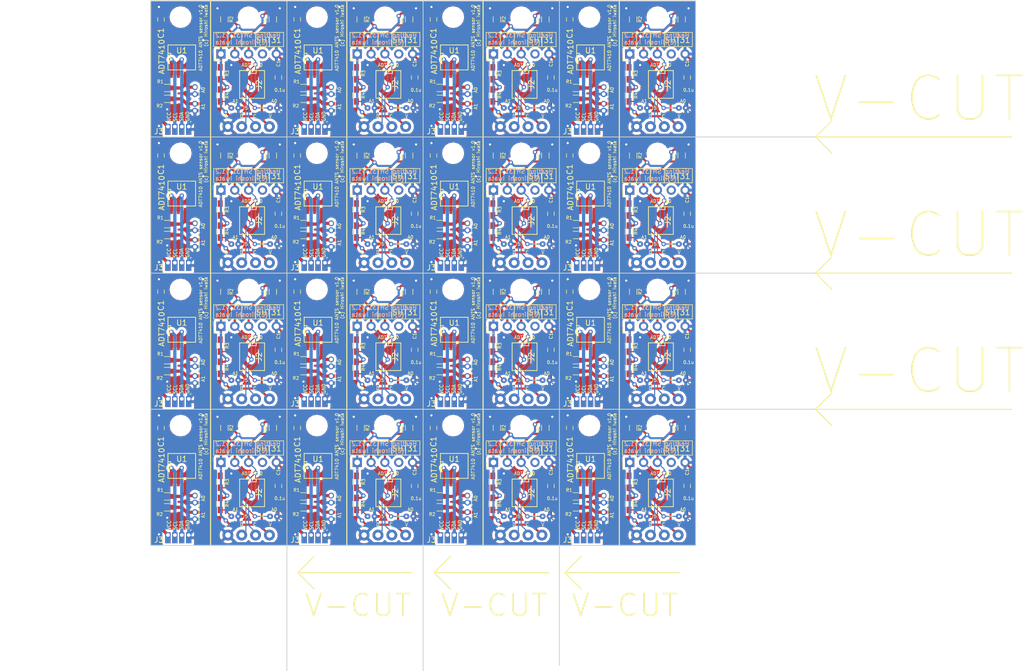
<source format=kicad_pcb>
(kicad_pcb (version 4) (host pcbnew 4.0.6)
  (layers (0 F.Cu signal) (31 B.Cu signal) (34 B.Paste user) (35 F.Paste user) (36 B.SilkS user) (37 F.SilkS user) (38 B.Mask user) (39 F.Mask user) (44 Edge.Cuts user))
  (net 0 "")
  (net 1 /VDD)
  (net 2 /GND)
  (net 3 /A0)
  (net 4 /A1)
  (net 5 /SCL)
  (net 6 /SDA)
  (net 7 /CT)
  (net 8 /INT)
  (net 9 GND)
  (net 10 "Net-(J2-Pad5)")
  (net 11 "Net-(J2-Pad6)")
  (net 12 /ADR)
  (module SMD_Packages:SOIC-8-N (layer F.Cu) (at 120.715 120.395)
    (fp_text reference U1 (at 0 -1.27) (layer F.SilkS))
    (fp_text value ADT7410 (at -3.683 -0.127 90) (layer F.SilkS))
    (pad 8 smd rect (at -1.905 -3.175) (size 0.508 1.143) (layers F.Cu F.Paste F.Mask) (net 1 /VDD))
    (pad 7 smd rect (at -0.635 -3.175) (size 0.508 1.143) (layers F.Cu F.Paste F.Mask) (net 2 /GND))
    (pad 6 smd rect (at 0.635 -3.175) (size 0.508 1.143) (layers F.Cu F.Paste F.Mask) (net 7 /CT))
    (pad 5 smd rect (at 1.905 -3.175) (size 0.508 1.143) (layers F.Cu F.Paste F.Mask) (net 8 /INT))
    (pad 4 smd rect (at 1.905 3.175) (size 0.508 1.143) (layers F.Cu F.Paste F.Mask) (net 4 /A1))
    (pad 3 smd rect (at 0.635 3.175) (size 0.508 1.143) (layers F.Cu F.Paste F.Mask) (net 3 /A0))
    (pad 2 smd rect (at -0.635 3.175) (size 0.508 1.143) (layers F.Cu F.Paste F.Mask) (net 6 /SDA))
    (pad 1 smd rect (at -1.905 3.175) (size 0.508 1.143) (layers F.Cu F.Paste F.Mask) (net 5 /SCL))
  )
  (module Resistors_SMD:R_0603_HandSoldering (layer F.Cu) (at 118 128)
    (fp_text reference R2 (at -1.349 1.285) (layer F.SilkS) (effects (font (size 0.6 0.6) (thickness 0.1))))
    (fp_text value 10k)
    (pad 1 smd rect (at -1.1 0) (size 1.2 0.9) (layers F.Cu F.Paste F.Mask) (net 1 /VDD))
    (pad 2 smd rect (at 1.1 0) (size 1.2 0.9) (layers F.Cu F.Paste F.Mask) (net 4 /A1))
  )
  (module Resistors_SMD:R_0603_HandSoldering (layer F.Cu) (at 118 126)
    (fp_text reference R1 (at -1.222 -1.16) (layer F.SilkS) (effects (font (size 0.6 0.6) (thickness 0.1))))
    (fp_text value 10k)
    (pad 1 smd rect (at -1.1 0) (size 1.2 0.9) (layers F.Cu F.Paste F.Mask) (net 1 /VDD))
    (pad 2 smd rect (at 1.1 0) (size 1.2 0.9) (layers F.Cu F.Paste F.Mask) (net 3 /A0))
  )
  (module Capacitors_SMD:C_0603_HandSoldering (layer F.Cu) (at 116.905 113.41 90)
    (fp_text reference C1 (at -2.54 0 90) (layer F.SilkS))
    (fp_text value 0.1u)
    (pad 1 smd rect (at -0.95 0 90) (size 1.2 0.75) (layers F.Cu F.Paste F.Mask) (net 1 /VDD))
    (pad 2 smd rect (at 0.95 0 90) (size 1.2 0.75) (layers F.Cu F.Paste F.Mask) (net 2 /GND))
  )
  (module Pin_Headers:Pin_Header_Straight_1x04_Pitch1.27mm (layer F.Cu) (at 118.175 133.095 90)
    (fp_text reference J3 (at -0.889 -1.651 180) (layer F.SilkS))
    (fp_text value Pin)
    (pad 1 thru_hole rect (at 0 0 90) (size 2 1) (drill 0.65 (offset -0.5 0)) (layers *.Cu *.Mask) (net 1 /VDD))
    (pad 2 thru_hole rect (at 0 1.27 90) (size 2 1) (drill 0.65 (offset -0.5 0)) (layers *.Cu *.Mask) (net 5 /SCL))
    (pad 3 thru_hole rect (at 0 2.54 90) (size 2 1) (drill 0.65 (offset -0.5 0)) (layers *.Cu *.Mask) (net 6 /SDA))
    (pad 4 thru_hole rect (at 0 3.81 90) (size 2 1) (drill 0.65 (offset -0.5 0)) (layers *.Cu *.Mask) (net 2 /GND))
  )
  (module MY_VIA:VIA_M3 (layer F.Cu) (at 120.5 113)
    (fp_text reference H1)
    (fp_text value VIA_M3)
    (pad "" np_thru_hole oval (at 0 0) (size 3 3) (drill 3) (layers *.Cu *.Mask))
  )
  (module Pin_Headers:Pin_Header_Straight_1x02_Pitch1.27mm (layer F.Cu) (at 123.128 125.856)
    (fp_text reference J1)
    (fp_text value A0 (at 1.524 0.508 90) (layer F.SilkS) (effects (font (size 0.6 0.6) (thickness 0.1))))
    (pad 1 thru_hole oval (at 0 0) (size 1 1.1) (drill 0.65) (layers *.Cu *.Mask) (net 3 /A0))
    (pad 2 thru_hole oval (at 0 1.27) (size 1 1.1) (drill 0.65) (layers *.Cu *.Mask) (net 2 /GND))
  )
  (module Pin_Headers:Pin_Header_Straight_1x02_Pitch1.27mm (layer F.Cu) (at 123.128 128.904)
    (fp_text reference J2)
    (fp_text value A1 (at 1.524 0.508 90) (layer F.SilkS) (effects (font (size 0.6 0.6) (thickness 0.1))))
    (pad 1 thru_hole oval (at 0 0) (size 1 1.1) (drill 0.65) (layers *.Cu *.Mask) (net 4 /A1))
    (pad 2 thru_hole oval (at 0 1.27) (size 1 1.1) (drill 0.65) (layers *.Cu *.Mask) (net 2 /GND))
  )
  (module Pin_Headers:Pin_Header_Straight_1x02_Pitch1.27mm (layer F.Cu) (at 123.128 103.904)
    (fp_text reference J2)
    (fp_text value A1 (at 1.524 0.508 90) (layer F.SilkS) (effects (font (size 0.6 0.6) (thickness 0.1))))
    (pad 1 thru_hole oval (at 0 0) (size 1 1.1) (drill 0.65) (layers *.Cu *.Mask) (net 4 /A1))
    (pad 2 thru_hole oval (at 0 1.27) (size 1 1.1) (drill 0.65) (layers *.Cu *.Mask) (net 2 /GND))
  )
  (module Pin_Headers:Pin_Header_Straight_1x02_Pitch1.27mm (layer F.Cu) (at 123.128 100.856)
    (fp_text reference J1)
    (fp_text value A0 (at 1.524 0.508 90) (layer F.SilkS) (effects (font (size 0.6 0.6) (thickness 0.1))))
    (pad 1 thru_hole oval (at 0 0) (size 1 1.1) (drill 0.65) (layers *.Cu *.Mask) (net 3 /A0))
    (pad 2 thru_hole oval (at 0 1.27) (size 1 1.1) (drill 0.65) (layers *.Cu *.Mask) (net 2 /GND))
  )
  (module MY_VIA:VIA_M3 (layer F.Cu) (at 120.5 88)
    (fp_text reference H1)
    (fp_text value VIA_M3)
    (pad "" np_thru_hole oval (at 0 0) (size 3 3) (drill 3) (layers *.Cu *.Mask))
  )
  (module Pin_Headers:Pin_Header_Straight_1x04_Pitch1.27mm (layer F.Cu) (at 118.175 108.095 90)
    (fp_text reference J3 (at -0.889 -1.651 180) (layer F.SilkS))
    (fp_text value Pin)
    (pad 1 thru_hole rect (at 0 0 90) (size 2 1) (drill 0.65 (offset -0.5 0)) (layers *.Cu *.Mask) (net 1 /VDD))
    (pad 2 thru_hole rect (at 0 1.27 90) (size 2 1) (drill 0.65 (offset -0.5 0)) (layers *.Cu *.Mask) (net 5 /SCL))
    (pad 3 thru_hole rect (at 0 2.54 90) (size 2 1) (drill 0.65 (offset -0.5 0)) (layers *.Cu *.Mask) (net 6 /SDA))
    (pad 4 thru_hole rect (at 0 3.81 90) (size 2 1) (drill 0.65 (offset -0.5 0)) (layers *.Cu *.Mask) (net 2 /GND))
  )
  (module Capacitors_SMD:C_0603_HandSoldering (layer F.Cu) (at 116.905 88.41 90)
    (fp_text reference C1 (at -2.54 0 90) (layer F.SilkS))
    (fp_text value 0.1u)
    (pad 1 smd rect (at -0.95 0 90) (size 1.2 0.75) (layers F.Cu F.Paste F.Mask) (net 1 /VDD))
    (pad 2 smd rect (at 0.95 0 90) (size 1.2 0.75) (layers F.Cu F.Paste F.Mask) (net 2 /GND))
  )
  (module Resistors_SMD:R_0603_HandSoldering (layer F.Cu) (at 118 101)
    (fp_text reference R1 (at -1.222 -1.16) (layer F.SilkS) (effects (font (size 0.6 0.6) (thickness 0.1))))
    (fp_text value 10k)
    (pad 1 smd rect (at -1.1 0) (size 1.2 0.9) (layers F.Cu F.Paste F.Mask) (net 1 /VDD))
    (pad 2 smd rect (at 1.1 0) (size 1.2 0.9) (layers F.Cu F.Paste F.Mask) (net 3 /A0))
  )
  (module Resistors_SMD:R_0603_HandSoldering (layer F.Cu) (at 118 103)
    (fp_text reference R2 (at -1.349 1.285) (layer F.SilkS) (effects (font (size 0.6 0.6) (thickness 0.1))))
    (fp_text value 10k)
    (pad 1 smd rect (at -1.1 0) (size 1.2 0.9) (layers F.Cu F.Paste F.Mask) (net 1 /VDD))
    (pad 2 smd rect (at 1.1 0) (size 1.2 0.9) (layers F.Cu F.Paste F.Mask) (net 4 /A1))
  )
  (module SMD_Packages:SOIC-8-N (layer F.Cu) (at 120.715 95.395)
    (fp_text reference U1 (at 0 -1.27) (layer F.SilkS))
    (fp_text value ADT7410 (at -3.683 -0.127 90) (layer F.SilkS))
    (pad 8 smd rect (at -1.905 -3.175) (size 0.508 1.143) (layers F.Cu F.Paste F.Mask) (net 1 /VDD))
    (pad 7 smd rect (at -0.635 -3.175) (size 0.508 1.143) (layers F.Cu F.Paste F.Mask) (net 2 /GND))
    (pad 6 smd rect (at 0.635 -3.175) (size 0.508 1.143) (layers F.Cu F.Paste F.Mask) (net 7 /CT))
    (pad 5 smd rect (at 1.905 -3.175) (size 0.508 1.143) (layers F.Cu F.Paste F.Mask) (net 8 /INT))
    (pad 4 smd rect (at 1.905 3.175) (size 0.508 1.143) (layers F.Cu F.Paste F.Mask) (net 4 /A1))
    (pad 3 smd rect (at 0.635 3.175) (size 0.508 1.143) (layers F.Cu F.Paste F.Mask) (net 3 /A0))
    (pad 2 smd rect (at -0.635 3.175) (size 0.508 1.143) (layers F.Cu F.Paste F.Mask) (net 6 /SDA))
    (pad 1 smd rect (at -1.905 3.175) (size 0.508 1.143) (layers F.Cu F.Paste F.Mask) (net 5 /SCL))
  )
  (module SMD_Packages:SOIC-8-N (layer F.Cu) (at 120.715 45.395)
    (fp_text reference U1 (at 0 -1.27) (layer F.SilkS))
    (fp_text value ADT7410 (at -3.683 -0.127 90) (layer F.SilkS))
    (pad 8 smd rect (at -1.905 -3.175) (size 0.508 1.143) (layers F.Cu F.Paste F.Mask) (net 1 /VDD))
    (pad 7 smd rect (at -0.635 -3.175) (size 0.508 1.143) (layers F.Cu F.Paste F.Mask) (net 2 /GND))
    (pad 6 smd rect (at 0.635 -3.175) (size 0.508 1.143) (layers F.Cu F.Paste F.Mask) (net 7 /CT))
    (pad 5 smd rect (at 1.905 -3.175) (size 0.508 1.143) (layers F.Cu F.Paste F.Mask) (net 8 /INT))
    (pad 4 smd rect (at 1.905 3.175) (size 0.508 1.143) (layers F.Cu F.Paste F.Mask) (net 4 /A1))
    (pad 3 smd rect (at 0.635 3.175) (size 0.508 1.143) (layers F.Cu F.Paste F.Mask) (net 3 /A0))
    (pad 2 smd rect (at -0.635 3.175) (size 0.508 1.143) (layers F.Cu F.Paste F.Mask) (net 6 /SDA))
    (pad 1 smd rect (at -1.905 3.175) (size 0.508 1.143) (layers F.Cu F.Paste F.Mask) (net 5 /SCL))
  )
  (module Resistors_SMD:R_0603_HandSoldering (layer F.Cu) (at 118 53)
    (fp_text reference R2 (at -1.349 1.285) (layer F.SilkS) (effects (font (size 0.6 0.6) (thickness 0.1))))
    (fp_text value 10k)
    (pad 1 smd rect (at -1.1 0) (size 1.2 0.9) (layers F.Cu F.Paste F.Mask) (net 1 /VDD))
    (pad 2 smd rect (at 1.1 0) (size 1.2 0.9) (layers F.Cu F.Paste F.Mask) (net 4 /A1))
  )
  (module Resistors_SMD:R_0603_HandSoldering (layer F.Cu) (at 118 51)
    (fp_text reference R1 (at -1.222 -1.16) (layer F.SilkS) (effects (font (size 0.6 0.6) (thickness 0.1))))
    (fp_text value 10k)
    (pad 1 smd rect (at -1.1 0) (size 1.2 0.9) (layers F.Cu F.Paste F.Mask) (net 1 /VDD))
    (pad 2 smd rect (at 1.1 0) (size 1.2 0.9) (layers F.Cu F.Paste F.Mask) (net 3 /A0))
  )
  (module Capacitors_SMD:C_0603_HandSoldering (layer F.Cu) (at 116.905 38.41 90)
    (fp_text reference C1 (at -2.54 0 90) (layer F.SilkS))
    (fp_text value 0.1u)
    (pad 1 smd rect (at -0.95 0 90) (size 1.2 0.75) (layers F.Cu F.Paste F.Mask) (net 1 /VDD))
    (pad 2 smd rect (at 0.95 0 90) (size 1.2 0.75) (layers F.Cu F.Paste F.Mask) (net 2 /GND))
  )
  (module Pin_Headers:Pin_Header_Straight_1x04_Pitch1.27mm (layer F.Cu) (at 118.175 58.095 90)
    (fp_text reference J3 (at -0.889 -1.651 180) (layer F.SilkS))
    (fp_text value Pin)
    (pad 1 thru_hole rect (at 0 0 90) (size 2 1) (drill 0.65 (offset -0.5 0)) (layers *.Cu *.Mask) (net 1 /VDD))
    (pad 2 thru_hole rect (at 0 1.27 90) (size 2 1) (drill 0.65 (offset -0.5 0)) (layers *.Cu *.Mask) (net 5 /SCL))
    (pad 3 thru_hole rect (at 0 2.54 90) (size 2 1) (drill 0.65 (offset -0.5 0)) (layers *.Cu *.Mask) (net 6 /SDA))
    (pad 4 thru_hole rect (at 0 3.81 90) (size 2 1) (drill 0.65 (offset -0.5 0)) (layers *.Cu *.Mask) (net 2 /GND))
  )
  (module MY_VIA:VIA_M3 (layer F.Cu) (at 120.5 38)
    (fp_text reference H1)
    (fp_text value VIA_M3)
    (pad "" np_thru_hole oval (at 0 0) (size 3 3) (drill 3) (layers *.Cu *.Mask))
  )
  (module Pin_Headers:Pin_Header_Straight_1x02_Pitch1.27mm (layer F.Cu) (at 123.128 50.856)
    (fp_text reference J1)
    (fp_text value A0 (at 1.524 0.508 90) (layer F.SilkS) (effects (font (size 0.6 0.6) (thickness 0.1))))
    (pad 1 thru_hole oval (at 0 0) (size 1 1.1) (drill 0.65) (layers *.Cu *.Mask) (net 3 /A0))
    (pad 2 thru_hole oval (at 0 1.27) (size 1 1.1) (drill 0.65) (layers *.Cu *.Mask) (net 2 /GND))
  )
  (module Pin_Headers:Pin_Header_Straight_1x02_Pitch1.27mm (layer F.Cu) (at 123.128 53.904)
    (fp_text reference J2)
    (fp_text value A1 (at 1.524 0.508 90) (layer F.SilkS) (effects (font (size 0.6 0.6) (thickness 0.1))))
    (pad 1 thru_hole oval (at 0 0) (size 1 1.1) (drill 0.65) (layers *.Cu *.Mask) (net 4 /A1))
    (pad 2 thru_hole oval (at 0 1.27) (size 1 1.1) (drill 0.65) (layers *.Cu *.Mask) (net 2 /GND))
  )
  (module Pin_Headers:Pin_Header_Straight_1x02_Pitch1.27mm (layer F.Cu) (at 123.128 78.904)
    (fp_text reference J2)
    (fp_text value A1 (at 1.524 0.508 90) (layer F.SilkS) (effects (font (size 0.6 0.6) (thickness 0.1))))
    (pad 1 thru_hole oval (at 0 0) (size 1 1.1) (drill 0.65) (layers *.Cu *.Mask) (net 4 /A1))
    (pad 2 thru_hole oval (at 0 1.27) (size 1 1.1) (drill 0.65) (layers *.Cu *.Mask) (net 2 /GND))
  )
  (module Pin_Headers:Pin_Header_Straight_1x02_Pitch1.27mm (layer F.Cu) (at 123.128 75.856)
    (fp_text reference J1)
    (fp_text value A0 (at 1.524 0.508 90) (layer F.SilkS) (effects (font (size 0.6 0.6) (thickness 0.1))))
    (pad 1 thru_hole oval (at 0 0) (size 1 1.1) (drill 0.65) (layers *.Cu *.Mask) (net 3 /A0))
    (pad 2 thru_hole oval (at 0 1.27) (size 1 1.1) (drill 0.65) (layers *.Cu *.Mask) (net 2 /GND))
  )
  (module MY_VIA:VIA_M3 (layer F.Cu) (at 120.5 63)
    (fp_text reference H1)
    (fp_text value VIA_M3)
    (pad "" np_thru_hole oval (at 0 0) (size 3 3) (drill 3) (layers *.Cu *.Mask))
  )
  (module Pin_Headers:Pin_Header_Straight_1x04_Pitch1.27mm (layer F.Cu) (at 118.175 83.095 90)
    (fp_text reference J3 (at -0.889 -1.651 180) (layer F.SilkS))
    (fp_text value Pin)
    (pad 1 thru_hole rect (at 0 0 90) (size 2 1) (drill 0.65 (offset -0.5 0)) (layers *.Cu *.Mask) (net 1 /VDD))
    (pad 2 thru_hole rect (at 0 1.27 90) (size 2 1) (drill 0.65 (offset -0.5 0)) (layers *.Cu *.Mask) (net 5 /SCL))
    (pad 3 thru_hole rect (at 0 2.54 90) (size 2 1) (drill 0.65 (offset -0.5 0)) (layers *.Cu *.Mask) (net 6 /SDA))
    (pad 4 thru_hole rect (at 0 3.81 90) (size 2 1) (drill 0.65 (offset -0.5 0)) (layers *.Cu *.Mask) (net 2 /GND))
  )
  (module Capacitors_SMD:C_0603_HandSoldering (layer F.Cu) (at 116.905 63.41 90)
    (fp_text reference C1 (at -2.54 0 90) (layer F.SilkS))
    (fp_text value 0.1u)
    (pad 1 smd rect (at -0.95 0 90) (size 1.2 0.75) (layers F.Cu F.Paste F.Mask) (net 1 /VDD))
    (pad 2 smd rect (at 0.95 0 90) (size 1.2 0.75) (layers F.Cu F.Paste F.Mask) (net 2 /GND))
  )
  (module Resistors_SMD:R_0603_HandSoldering (layer F.Cu) (at 118 76)
    (fp_text reference R1 (at -1.222 -1.16) (layer F.SilkS) (effects (font (size 0.6 0.6) (thickness 0.1))))
    (fp_text value 10k)
    (pad 1 smd rect (at -1.1 0) (size 1.2 0.9) (layers F.Cu F.Paste F.Mask) (net 1 /VDD))
    (pad 2 smd rect (at 1.1 0) (size 1.2 0.9) (layers F.Cu F.Paste F.Mask) (net 3 /A0))
  )
  (module Resistors_SMD:R_0603_HandSoldering (layer F.Cu) (at 118 78)
    (fp_text reference R2 (at -1.349 1.285) (layer F.SilkS) (effects (font (size 0.6 0.6) (thickness 0.1))))
    (fp_text value 10k)
    (pad 1 smd rect (at -1.1 0) (size 1.2 0.9) (layers F.Cu F.Paste F.Mask) (net 1 /VDD))
    (pad 2 smd rect (at 1.1 0) (size 1.2 0.9) (layers F.Cu F.Paste F.Mask) (net 4 /A1))
  )
  (module SMD_Packages:SOIC-8-N (layer F.Cu) (at 120.715 70.395)
    (fp_text reference U1 (at 0 -1.27) (layer F.SilkS))
    (fp_text value ADT7410 (at -3.683 -0.127 90) (layer F.SilkS))
    (pad 8 smd rect (at -1.905 -3.175) (size 0.508 1.143) (layers F.Cu F.Paste F.Mask) (net 1 /VDD))
    (pad 7 smd rect (at -0.635 -3.175) (size 0.508 1.143) (layers F.Cu F.Paste F.Mask) (net 2 /GND))
    (pad 6 smd rect (at 0.635 -3.175) (size 0.508 1.143) (layers F.Cu F.Paste F.Mask) (net 7 /CT))
    (pad 5 smd rect (at 1.905 -3.175) (size 0.508 1.143) (layers F.Cu F.Paste F.Mask) (net 8 /INT))
    (pad 4 smd rect (at 1.905 3.175) (size 0.508 1.143) (layers F.Cu F.Paste F.Mask) (net 4 /A1))
    (pad 3 smd rect (at 0.635 3.175) (size 0.508 1.143) (layers F.Cu F.Paste F.Mask) (net 3 /A0))
    (pad 2 smd rect (at -0.635 3.175) (size 0.508 1.143) (layers F.Cu F.Paste F.Mask) (net 6 /SDA))
    (pad 1 smd rect (at -1.905 3.175) (size 0.508 1.143) (layers F.Cu F.Paste F.Mask) (net 5 /SCL))
  )
  (module SMD_Packages:SOIC-8-N (layer F.Cu) (at 133.62 75.348 270)
    (fp_text reference J2 (at 0 -1.27 270) (layer F.SilkS))
    (fp_text value ADT7410 (at -3.556 0 360) (layer F.SilkS) (effects (font (size 0.6 0.6) (thickness 0.1))))
    (pad 8 smd rect (at -1.905 -3.175 270) (size 0.508 1.143) (layers F.Cu F.Paste F.Mask) (net 1 /VDD))
    (pad 7 smd rect (at -0.635 -3.175 270) (size 0.508 1.143) (layers F.Cu F.Paste F.Mask) (net 9 GND))
    (pad 6 smd rect (at 0.635 -3.175 270) (size 0.508 1.143) (layers F.Cu F.Paste F.Mask) (net 11 "Net-(J2-Pad6)"))
    (pad 5 smd rect (at 1.905 -3.175 270) (size 0.508 1.143) (layers F.Cu F.Paste F.Mask) (net 10 "Net-(J2-Pad5)"))
    (pad 4 smd rect (at 1.905 3.175 270) (size 0.508 1.143) (layers F.Cu F.Paste F.Mask) (net 4 /A1))
    (pad 3 smd rect (at 0.635 3.175 270) (size 0.508 1.143) (layers F.Cu F.Paste F.Mask) (net 3 /A0))
    (pad 2 smd rect (at -0.635 3.175 270) (size 0.508 1.143) (layers F.Cu F.Paste F.Mask) (net 6 /SDA))
    (pad 1 smd rect (at -1.905 3.175 270) (size 0.508 1.143) (layers F.Cu F.Paste F.Mask) (net 5 /SCL))
  )
  (module Resistors_SMD:R_0603_HandSoldering (layer F.Cu) (at 128.54 63.41 270)
    (fp_text reference R2 (at 0 -1.27 270) (layer F.SilkS) (effects (font (size 0.6 0.6) (thickness 0.1))))
    (fp_text value 10k)
    (pad 1 smd rect (at -1.1 0 270) (size 1.2 0.9) (layers F.Cu F.Paste F.Mask) (net 1 /VDD))
    (pad 2 smd rect (at 1.1 0 270) (size 1.2 0.9) (layers F.Cu F.Paste F.Mask) (net 6 /SDA))
  )
  (module Resistors_SMD:R_0603_HandSoldering (layer F.Cu) (at 137.43 63.41 270)
    (fp_text reference R1 (at 0 1.27 270) (layer F.SilkS) (effects (font (size 0.6 0.6) (thickness 0.1))))
    (fp_text value 10k)
    (pad 1 smd rect (at -1.1 0 270) (size 1.2 0.9) (layers F.Cu F.Paste F.Mask) (net 1 /VDD))
    (pad 2 smd rect (at 1.1 0 270) (size 1.2 0.9) (layers F.Cu F.Paste F.Mask) (net 5 /SCL))
  )
  (module Resistors_SMD:R_0603_HandSoldering (layer F.Cu) (at 127.778 77.38 270)
    (fp_text reference R4 (at 0 -1.27 270) (layer F.SilkS) (effects (font (size 0.6 0.6) (thickness 0.1))))
    (fp_text value 10k)
    (pad 1 smd rect (at -1.1 0 270) (size 1.2 0.9) (layers F.Cu F.Paste F.Mask) (net 1 /VDD))
    (pad 2 smd rect (at 1.1 0 270) (size 1.2 0.9) (layers F.Cu F.Paste F.Mask) (net 4 /A1))
  )
  (module Resistors_SMD:R_0603_HandSoldering (layer F.Cu) (at 127.778 73.316 270)
    (fp_text reference R3 (at 0 -1.27 270) (layer F.SilkS) (effects (font (size 0.6 0.6) (thickness 0.1))))
    (fp_text value 10k)
    (pad 1 smd rect (at -1.1 0 270) (size 1.2 0.9) (layers F.Cu F.Paste F.Mask) (net 1 /VDD))
    (pad 2 smd rect (at 1.1 0 270) (size 1.2 0.9) (layers F.Cu F.Paste F.Mask) (net 3 /A0))
  )
  (module MY_VIA:VIA_M3 (layer F.Cu) (at 133 63)
    (fp_text reference "")
    (fp_text value "")
    (pad "" np_thru_hole oval (at 0 0) (size 3 3) (drill 3) (layers *.Cu *.Mask))
  )
  (module Capacitors_SMD:C_0603_HandSoldering (layer F.Cu) (at 138.446 74.078 270)
    (fp_text reference C1 (at -2.54 0 270) (layer F.SilkS) (effects (font (size 0.6 0.6) (thickness 0.1))))
    (fp_text value 0.1u (at 2.286 -0.254 360) (layer F.SilkS) (effects (font (size 0.6 0.6) (thickness 0.1))))
    (pad 1 smd rect (at -0.95 0 270) (size 1.2 0.75) (layers F.Cu F.Paste F.Mask) (net 1 /VDD))
    (pad 2 smd rect (at 0.95 0 270) (size 1.2 0.75) (layers F.Cu F.Paste F.Mask) (net 9 GND))
  )
  (module Pin_Headers:Pin_Header_Straight_1x04_Pitch2.54mm (layer F.Cu) (at 136.795 83.095 270)
    (fp_text reference J1)
    (fp_text value "" (at 0 -5.08 270) (layer F.SilkS))
    (pad 1 thru_hole circle (at 0 0 270) (size 2 2) (drill 1) (layers *.Cu *.Mask) (net 1 /VDD))
    (pad 2 thru_hole circle (at 0 2.54 270) (size 2 2) (drill 1) (layers *.Cu *.Mask) (net 5 /SCL))
    (pad 3 thru_hole circle (at 0 5.08 270) (size 2 2) (drill 1) (layers *.Cu *.Mask) (net 6 /SDA))
    (pad 4 thru_hole circle (at 0 7.62 270) (size 2 2) (drill 1) (layers *.Cu *.Mask) (net 9 GND))
  )
  (module Pin_Headers:Pin_Header_Straight_1x02_Pitch1.27mm (layer F.Cu) (at 131.08 79.666 270)
    (fp_text reference J5 (at 0 -1.27 360) (layer F.SilkS) (effects (font (size 0.6 0.6) (thickness 0.1))))
    (fp_text value A1 (at -1.27 0.508 360) (layer F.SilkS) (effects (font (size 0.6 0.6) (thickness 0.1))))
    (pad 1 thru_hole oval (at 0 0 270) (size 1 1.1) (drill 0.4) (layers *.Cu *.Mask) (net 9 GND))
    (pad 2 thru_hole oval (at 0 1.27 270) (size 1 1.1) (drill 0.4) (layers *.Cu *.Mask) (net 4 /A1))
  )
  (module Pin_Headers:Pin_Header_Straight_1x02_Pitch1.27mm (layer F.Cu) (at 138.192 79.666 270)
    (fp_text reference J4 (at 0 2.794 360) (layer F.SilkS) (effects (font (size 0.6 0.6) (thickness 0.1))))
    (fp_text value A0 (at -1.27 0.508 360) (layer F.SilkS) (effects (font (size 0.6 0.6) (thickness 0.1))))
    (pad 1 thru_hole oval (at 0 0 270) (size 1 1.1) (drill 0.4) (layers *.Cu *.Mask) (net 9 GND))
    (pad 2 thru_hole oval (at 0 1.27 270) (size 1 1.1) (drill 0.4) (layers *.Cu *.Mask) (net 3 /A0))
  )
  (module Pin_Headers:Pin_Header_Angled_1x05_Pitch2.54mm (layer F.Cu) (at 127.905 69.76 90)
    (fp_text reference J3)
    (fp_text value SHT31 (at 2.54 8.763 180) (layer F.SilkS))
    (pad 1 thru_hole rect (at 0 0 90) (size 1.7 1.7) (drill 1) (layers *.Cu *.Mask) (net 1 /VDD))
    (pad 2 thru_hole oval (at 0 2.54 90) (size 1.7 1.7) (drill 1) (layers *.Cu *.Mask) (net 6 /SDA))
    (pad 3 thru_hole oval (at 0 5.08 90) (size 1.7 1.7) (drill 1) (layers *.Cu *.Mask) (net 5 /SCL))
    (pad 4 thru_hole oval (at 0 7.62 90) (size 1.7 1.7) (drill 1) (layers *.Cu *.Mask) (net 12 /ADR))
    (pad 5 thru_hole oval (at 0 10.16 90) (size 1.7 1.7) (drill 1) (layers *.Cu *.Mask) (net 9 GND))
  )
  (module Pin_Headers:Pin_Header_Angled_1x05_Pitch2.54mm (layer F.Cu) (at 127.905 44.76 90)
    (fp_text reference J3)
    (fp_text value SHT31 (at 2.54 8.763 180) (layer F.SilkS))
    (pad 1 thru_hole rect (at 0 0 90) (size 1.7 1.7) (drill 1) (layers *.Cu *.Mask) (net 1 /VDD))
    (pad 2 thru_hole oval (at 0 2.54 90) (size 1.7 1.7) (drill 1) (layers *.Cu *.Mask) (net 6 /SDA))
    (pad 3 thru_hole oval (at 0 5.08 90) (size 1.7 1.7) (drill 1) (layers *.Cu *.Mask) (net 5 /SCL))
    (pad 4 thru_hole oval (at 0 7.62 90) (size 1.7 1.7) (drill 1) (layers *.Cu *.Mask) (net 12 /ADR))
    (pad 5 thru_hole oval (at 0 10.16 90) (size 1.7 1.7) (drill 1) (layers *.Cu *.Mask) (net 9 GND))
  )
  (module Pin_Headers:Pin_Header_Straight_1x02_Pitch1.27mm (layer F.Cu) (at 138.192 54.666 270)
    (fp_text reference J4 (at 0 2.794 360) (layer F.SilkS) (effects (font (size 0.6 0.6) (thickness 0.1))))
    (fp_text value A0 (at -1.27 0.508 360) (layer F.SilkS) (effects (font (size 0.6 0.6) (thickness 0.1))))
    (pad 1 thru_hole oval (at 0 0 270) (size 1 1.1) (drill 0.4) (layers *.Cu *.Mask) (net 9 GND))
    (pad 2 thru_hole oval (at 0 1.27 270) (size 1 1.1) (drill 0.4) (layers *.Cu *.Mask) (net 3 /A0))
  )
  (module Pin_Headers:Pin_Header_Straight_1x02_Pitch1.27mm (layer F.Cu) (at 131.08 54.666 270)
    (fp_text reference J5 (at 0 -1.27 360) (layer F.SilkS) (effects (font (size 0.6 0.6) (thickness 0.1))))
    (fp_text value A1 (at -1.27 0.508 360) (layer F.SilkS) (effects (font (size 0.6 0.6) (thickness 0.1))))
    (pad 1 thru_hole oval (at 0 0 270) (size 1 1.1) (drill 0.4) (layers *.Cu *.Mask) (net 9 GND))
    (pad 2 thru_hole oval (at 0 1.27 270) (size 1 1.1) (drill 0.4) (layers *.Cu *.Mask) (net 4 /A1))
  )
  (module Pin_Headers:Pin_Header_Straight_1x04_Pitch2.54mm (layer F.Cu) (at 136.795 58.095 270)
    (fp_text reference J1)
    (fp_text value "" (at 0 -5.08 270) (layer F.SilkS))
    (pad 1 thru_hole circle (at 0 0 270) (size 2 2) (drill 1) (layers *.Cu *.Mask) (net 1 /VDD))
    (pad 2 thru_hole circle (at 0 2.54 270) (size 2 2) (drill 1) (layers *.Cu *.Mask) (net 5 /SCL))
    (pad 3 thru_hole circle (at 0 5.08 270) (size 2 2) (drill 1) (layers *.Cu *.Mask) (net 6 /SDA))
    (pad 4 thru_hole circle (at 0 7.62 270) (size 2 2) (drill 1) (layers *.Cu *.Mask) (net 9 GND))
  )
  (module Capacitors_SMD:C_0603_HandSoldering (layer F.Cu) (at 138.446 49.078 270)
    (fp_text reference C1 (at -2.54 0 270) (layer F.SilkS) (effects (font (size 0.6 0.6) (thickness 0.1))))
    (fp_text value 0.1u (at 2.286 -0.254 360) (layer F.SilkS) (effects (font (size 0.6 0.6) (thickness 0.1))))
    (pad 1 smd rect (at -0.95 0 270) (size 1.2 0.75) (layers F.Cu F.Paste F.Mask) (net 1 /VDD))
    (pad 2 smd rect (at 0.95 0 270) (size 1.2 0.75) (layers F.Cu F.Paste F.Mask) (net 9 GND))
  )
  (module MY_VIA:VIA_M3 (layer F.Cu) (at 133 38)
    (fp_text reference "")
    (fp_text value "")
    (pad "" np_thru_hole oval (at 0 0) (size 3 3) (drill 3) (layers *.Cu *.Mask))
  )
  (module Resistors_SMD:R_0603_HandSoldering (layer F.Cu) (at 127.778 48.316 270)
    (fp_text reference R3 (at 0 -1.27 270) (layer F.SilkS) (effects (font (size 0.6 0.6) (thickness 0.1))))
    (fp_text value 10k)
    (pad 1 smd rect (at -1.1 0 270) (size 1.2 0.9) (layers F.Cu F.Paste F.Mask) (net 1 /VDD))
    (pad 2 smd rect (at 1.1 0 270) (size 1.2 0.9) (layers F.Cu F.Paste F.Mask) (net 3 /A0))
  )
  (module Resistors_SMD:R_0603_HandSoldering (layer F.Cu) (at 127.778 52.38 270)
    (fp_text reference R4 (at 0 -1.27 270) (layer F.SilkS) (effects (font (size 0.6 0.6) (thickness 0.1))))
    (fp_text value 10k)
    (pad 1 smd rect (at -1.1 0 270) (size 1.2 0.9) (layers F.Cu F.Paste F.Mask) (net 1 /VDD))
    (pad 2 smd rect (at 1.1 0 270) (size 1.2 0.9) (layers F.Cu F.Paste F.Mask) (net 4 /A1))
  )
  (module Resistors_SMD:R_0603_HandSoldering (layer F.Cu) (at 137.43 38.41 270)
    (fp_text reference R1 (at 0 1.27 270) (layer F.SilkS) (effects (font (size 0.6 0.6) (thickness 0.1))))
    (fp_text value 10k)
    (pad 1 smd rect (at -1.1 0 270) (size 1.2 0.9) (layers F.Cu F.Paste F.Mask) (net 1 /VDD))
    (pad 2 smd rect (at 1.1 0 270) (size 1.2 0.9) (layers F.Cu F.Paste F.Mask) (net 5 /SCL))
  )
  (module Resistors_SMD:R_0603_HandSoldering (layer F.Cu) (at 128.54 38.41 270)
    (fp_text reference R2 (at 0 -1.27 270) (layer F.SilkS) (effects (font (size 0.6 0.6) (thickness 0.1))))
    (fp_text value 10k)
    (pad 1 smd rect (at -1.1 0 270) (size 1.2 0.9) (layers F.Cu F.Paste F.Mask) (net 1 /VDD))
    (pad 2 smd rect (at 1.1 0 270) (size 1.2 0.9) (layers F.Cu F.Paste F.Mask) (net 6 /SDA))
  )
  (module SMD_Packages:SOIC-8-N (layer F.Cu) (at 133.62 50.348 270)
    (fp_text reference J2 (at 0 -1.27 270) (layer F.SilkS))
    (fp_text value ADT7410 (at -3.556 0 360) (layer F.SilkS) (effects (font (size 0.6 0.6) (thickness 0.1))))
    (pad 8 smd rect (at -1.905 -3.175 270) (size 0.508 1.143) (layers F.Cu F.Paste F.Mask) (net 1 /VDD))
    (pad 7 smd rect (at -0.635 -3.175 270) (size 0.508 1.143) (layers F.Cu F.Paste F.Mask) (net 9 GND))
    (pad 6 smd rect (at 0.635 -3.175 270) (size 0.508 1.143) (layers F.Cu F.Paste F.Mask) (net 11 "Net-(J2-Pad6)"))
    (pad 5 smd rect (at 1.905 -3.175 270) (size 0.508 1.143) (layers F.Cu F.Paste F.Mask) (net 10 "Net-(J2-Pad5)"))
    (pad 4 smd rect (at 1.905 3.175 270) (size 0.508 1.143) (layers F.Cu F.Paste F.Mask) (net 4 /A1))
    (pad 3 smd rect (at 0.635 3.175 270) (size 0.508 1.143) (layers F.Cu F.Paste F.Mask) (net 3 /A0))
    (pad 2 smd rect (at -0.635 3.175 270) (size 0.508 1.143) (layers F.Cu F.Paste F.Mask) (net 6 /SDA))
    (pad 1 smd rect (at -1.905 3.175 270) (size 0.508 1.143) (layers F.Cu F.Paste F.Mask) (net 5 /SCL))
  )
  (module SMD_Packages:SOIC-8-N (layer F.Cu) (at 133.62 100.348 270)
    (fp_text reference J2 (at 0 -1.27 270) (layer F.SilkS))
    (fp_text value ADT7410 (at -3.556 0 360) (layer F.SilkS) (effects (font (size 0.6 0.6) (thickness 0.1))))
    (pad 8 smd rect (at -1.905 -3.175 270) (size 0.508 1.143) (layers F.Cu F.Paste F.Mask) (net 1 /VDD))
    (pad 7 smd rect (at -0.635 -3.175 270) (size 0.508 1.143) (layers F.Cu F.Paste F.Mask) (net 9 GND))
    (pad 6 smd rect (at 0.635 -3.175 270) (size 0.508 1.143) (layers F.Cu F.Paste F.Mask) (net 11 "Net-(J2-Pad6)"))
    (pad 5 smd rect (at 1.905 -3.175 270) (size 0.508 1.143) (layers F.Cu F.Paste F.Mask) (net 10 "Net-(J2-Pad5)"))
    (pad 4 smd rect (at 1.905 3.175 270) (size 0.508 1.143) (layers F.Cu F.Paste F.Mask) (net 4 /A1))
    (pad 3 smd rect (at 0.635 3.175 270) (size 0.508 1.143) (layers F.Cu F.Paste F.Mask) (net 3 /A0))
    (pad 2 smd rect (at -0.635 3.175 270) (size 0.508 1.143) (layers F.Cu F.Paste F.Mask) (net 6 /SDA))
    (pad 1 smd rect (at -1.905 3.175 270) (size 0.508 1.143) (layers F.Cu F.Paste F.Mask) (net 5 /SCL))
  )
  (module Resistors_SMD:R_0603_HandSoldering (layer F.Cu) (at 128.54 88.41 270)
    (fp_text reference R2 (at 0 -1.27 270) (layer F.SilkS) (effects (font (size 0.6 0.6) (thickness 0.1))))
    (fp_text value 10k)
    (pad 1 smd rect (at -1.1 0 270) (size 1.2 0.9) (layers F.Cu F.Paste F.Mask) (net 1 /VDD))
    (pad 2 smd rect (at 1.1 0 270) (size 1.2 0.9) (layers F.Cu F.Paste F.Mask) (net 6 /SDA))
  )
  (module Resistors_SMD:R_0603_HandSoldering (layer F.Cu) (at 137.43 88.41 270)
    (fp_text reference R1 (at 0 1.27 270) (layer F.SilkS) (effects (font (size 0.6 0.6) (thickness 0.1))))
    (fp_text value 10k)
    (pad 1 smd rect (at -1.1 0 270) (size 1.2 0.9) (layers F.Cu F.Paste F.Mask) (net 1 /VDD))
    (pad 2 smd rect (at 1.1 0 270) (size 1.2 0.9) (layers F.Cu F.Paste F.Mask) (net 5 /SCL))
  )
  (module Resistors_SMD:R_0603_HandSoldering (layer F.Cu) (at 127.778 102.38 270)
    (fp_text reference R4 (at 0 -1.27 270) (layer F.SilkS) (effects (font (size 0.6 0.6) (thickness 0.1))))
    (fp_text value 10k)
    (pad 1 smd rect (at -1.1 0 270) (size 1.2 0.9) (layers F.Cu F.Paste F.Mask) (net 1 /VDD))
    (pad 2 smd rect (at 1.1 0 270) (size 1.2 0.9) (layers F.Cu F.Paste F.Mask) (net 4 /A1))
  )
  (module Resistors_SMD:R_0603_HandSoldering (layer F.Cu) (at 127.778 98.316 270)
    (fp_text reference R3 (at 0 -1.27 270) (layer F.SilkS) (effects (font (size 0.6 0.6) (thickness 0.1))))
    (fp_text value 10k)
    (pad 1 smd rect (at -1.1 0 270) (size 1.2 0.9) (layers F.Cu F.Paste F.Mask) (net 1 /VDD))
    (pad 2 smd rect (at 1.1 0 270) (size 1.2 0.9) (layers F.Cu F.Paste F.Mask) (net 3 /A0))
  )
  (module MY_VIA:VIA_M3 (layer F.Cu) (at 133 88)
    (fp_text reference "")
    (fp_text value "")
    (pad "" np_thru_hole oval (at 0 0) (size 3 3) (drill 3) (layers *.Cu *.Mask))
  )
  (module Capacitors_SMD:C_0603_HandSoldering (layer F.Cu) (at 138.446 99.078 270)
    (fp_text reference C1 (at -2.54 0 270) (layer F.SilkS) (effects (font (size 0.6 0.6) (thickness 0.1))))
    (fp_text value 0.1u (at 2.286 -0.254 360) (layer F.SilkS) (effects (font (size 0.6 0.6) (thickness 0.1))))
    (pad 1 smd rect (at -0.95 0 270) (size 1.2 0.75) (layers F.Cu F.Paste F.Mask) (net 1 /VDD))
    (pad 2 smd rect (at 0.95 0 270) (size 1.2 0.75) (layers F.Cu F.Paste F.Mask) (net 9 GND))
  )
  (module Pin_Headers:Pin_Header_Straight_1x04_Pitch2.54mm (layer F.Cu) (at 136.795 108.095 270)
    (fp_text reference J1)
    (fp_text value "" (at 0 -5.08 270) (layer F.SilkS))
    (pad 1 thru_hole circle (at 0 0 270) (size 2 2) (drill 1) (layers *.Cu *.Mask) (net 1 /VDD))
    (pad 2 thru_hole circle (at 0 2.54 270) (size 2 2) (drill 1) (layers *.Cu *.Mask) (net 5 /SCL))
    (pad 3 thru_hole circle (at 0 5.08 270) (size 2 2) (drill 1) (layers *.Cu *.Mask) (net 6 /SDA))
    (pad 4 thru_hole circle (at 0 7.62 270) (size 2 2) (drill 1) (layers *.Cu *.Mask) (net 9 GND))
  )
  (module Pin_Headers:Pin_Header_Straight_1x02_Pitch1.27mm (layer F.Cu) (at 131.08 104.666 270)
    (fp_text reference J5 (at 0 -1.27 360) (layer F.SilkS) (effects (font (size 0.6 0.6) (thickness 0.1))))
    (fp_text value A1 (at -1.27 0.508 360) (layer F.SilkS) (effects (font (size 0.6 0.6) (thickness 0.1))))
    (pad 1 thru_hole oval (at 0 0 270) (size 1 1.1) (drill 0.4) (layers *.Cu *.Mask) (net 9 GND))
    (pad 2 thru_hole oval (at 0 1.27 270) (size 1 1.1) (drill 0.4) (layers *.Cu *.Mask) (net 4 /A1))
  )
  (module Pin_Headers:Pin_Header_Straight_1x02_Pitch1.27mm (layer F.Cu) (at 138.192 104.666 270)
    (fp_text reference J4 (at 0 2.794 360) (layer F.SilkS) (effects (font (size 0.6 0.6) (thickness 0.1))))
    (fp_text value A0 (at -1.27 0.508 360) (layer F.SilkS) (effects (font (size 0.6 0.6) (thickness 0.1))))
    (pad 1 thru_hole oval (at 0 0 270) (size 1 1.1) (drill 0.4) (layers *.Cu *.Mask) (net 9 GND))
    (pad 2 thru_hole oval (at 0 1.27 270) (size 1 1.1) (drill 0.4) (layers *.Cu *.Mask) (net 3 /A0))
  )
  (module Pin_Headers:Pin_Header_Angled_1x05_Pitch2.54mm (layer F.Cu) (at 127.905 94.76 90)
    (fp_text reference J3)
    (fp_text value SHT31 (at 2.54 8.763 180) (layer F.SilkS))
    (pad 1 thru_hole rect (at 0 0 90) (size 1.7 1.7) (drill 1) (layers *.Cu *.Mask) (net 1 /VDD))
    (pad 2 thru_hole oval (at 0 2.54 90) (size 1.7 1.7) (drill 1) (layers *.Cu *.Mask) (net 6 /SDA))
    (pad 3 thru_hole oval (at 0 5.08 90) (size 1.7 1.7) (drill 1) (layers *.Cu *.Mask) (net 5 /SCL))
    (pad 4 thru_hole oval (at 0 7.62 90) (size 1.7 1.7) (drill 1) (layers *.Cu *.Mask) (net 12 /ADR))
    (pad 5 thru_hole oval (at 0 10.16 90) (size 1.7 1.7) (drill 1) (layers *.Cu *.Mask) (net 9 GND))
  )
  (module Pin_Headers:Pin_Header_Angled_1x05_Pitch2.54mm (layer F.Cu) (at 127.905 119.76 90)
    (fp_text reference J3)
    (fp_text value SHT31 (at 2.54 8.763 180) (layer F.SilkS))
    (pad 1 thru_hole rect (at 0 0 90) (size 1.7 1.7) (drill 1) (layers *.Cu *.Mask) (net 1 /VDD))
    (pad 2 thru_hole oval (at 0 2.54 90) (size 1.7 1.7) (drill 1) (layers *.Cu *.Mask) (net 6 /SDA))
    (pad 3 thru_hole oval (at 0 5.08 90) (size 1.7 1.7) (drill 1) (layers *.Cu *.Mask) (net 5 /SCL))
    (pad 4 thru_hole oval (at 0 7.62 90) (size 1.7 1.7) (drill 1) (layers *.Cu *.Mask) (net 12 /ADR))
    (pad 5 thru_hole oval (at 0 10.16 90) (size 1.7 1.7) (drill 1) (layers *.Cu *.Mask) (net 9 GND))
  )
  (module Pin_Headers:Pin_Header_Straight_1x02_Pitch1.27mm (layer F.Cu) (at 138.192 129.666 270)
    (fp_text reference J4 (at 0 2.794 360) (layer F.SilkS) (effects (font (size 0.6 0.6) (thickness 0.1))))
    (fp_text value A0 (at -1.27 0.508 360) (layer F.SilkS) (effects (font (size 0.6 0.6) (thickness 0.1))))
    (pad 1 thru_hole oval (at 0 0 270) (size 1 1.1) (drill 0.4) (layers *.Cu *.Mask) (net 9 GND))
    (pad 2 thru_hole oval (at 0 1.27 270) (size 1 1.1) (drill 0.4) (layers *.Cu *.Mask) (net 3 /A0))
  )
  (module Pin_Headers:Pin_Header_Straight_1x02_Pitch1.27mm (layer F.Cu) (at 131.08 129.666 270)
    (fp_text reference J5 (at 0 -1.27 360) (layer F.SilkS) (effects (font (size 0.6 0.6) (thickness 0.1))))
    (fp_text value A1 (at -1.27 0.508 360) (layer F.SilkS) (effects (font (size 0.6 0.6) (thickness 0.1))))
    (pad 1 thru_hole oval (at 0 0 270) (size 1 1.1) (drill 0.4) (layers *.Cu *.Mask) (net 9 GND))
    (pad 2 thru_hole oval (at 0 1.27 270) (size 1 1.1) (drill 0.4) (layers *.Cu *.Mask) (net 4 /A1))
  )
  (module Pin_Headers:Pin_Header_Straight_1x04_Pitch2.54mm (layer F.Cu) (at 136.795 133.095 270)
    (fp_text reference J1)
    (fp_text value "" (at 0 -5.08 270) (layer F.SilkS))
    (pad 1 thru_hole circle (at 0 0 270) (size 2 2) (drill 1) (layers *.Cu *.Mask) (net 1 /VDD))
    (pad 2 thru_hole circle (at 0 2.54 270) (size 2 2) (drill 1) (layers *.Cu *.Mask) (net 5 /SCL))
    (pad 3 thru_hole circle (at 0 5.08 270) (size 2 2) (drill 1) (layers *.Cu *.Mask) (net 6 /SDA))
    (pad 4 thru_hole circle (at 0 7.62 270) (size 2 2) (drill 1) (layers *.Cu *.Mask) (net 9 GND))
  )
  (module Capacitors_SMD:C_0603_HandSoldering (layer F.Cu) (at 138.446 124.078 270)
    (fp_text reference C1 (at -2.54 0 270) (layer F.SilkS) (effects (font (size 0.6 0.6) (thickness 0.1))))
    (fp_text value 0.1u (at 2.286 -0.254 360) (layer F.SilkS) (effects (font (size 0.6 0.6) (thickness 0.1))))
    (pad 1 smd rect (at -0.95 0 270) (size 1.2 0.75) (layers F.Cu F.Paste F.Mask) (net 1 /VDD))
    (pad 2 smd rect (at 0.95 0 270) (size 1.2 0.75) (layers F.Cu F.Paste F.Mask) (net 9 GND))
  )
  (module MY_VIA:VIA_M3 (layer F.Cu) (at 133 113)
    (fp_text reference "")
    (fp_text value "")
    (pad "" np_thru_hole oval (at 0 0) (size 3 3) (drill 3) (layers *.Cu *.Mask))
  )
  (module Resistors_SMD:R_0603_HandSoldering (layer F.Cu) (at 127.778 123.316 270)
    (fp_text reference R3 (at 0 -1.27 270) (layer F.SilkS) (effects (font (size 0.6 0.6) (thickness 0.1))))
    (fp_text value 10k)
    (pad 1 smd rect (at -1.1 0 270) (size 1.2 0.9) (layers F.Cu F.Paste F.Mask) (net 1 /VDD))
    (pad 2 smd rect (at 1.1 0 270) (size 1.2 0.9) (layers F.Cu F.Paste F.Mask) (net 3 /A0))
  )
  (module Resistors_SMD:R_0603_HandSoldering (layer F.Cu) (at 127.778 127.38 270)
    (fp_text reference R4 (at 0 -1.27 270) (layer F.SilkS) (effects (font (size 0.6 0.6) (thickness 0.1))))
    (fp_text value 10k)
    (pad 1 smd rect (at -1.1 0 270) (size 1.2 0.9) (layers F.Cu F.Paste F.Mask) (net 1 /VDD))
    (pad 2 smd rect (at 1.1 0 270) (size 1.2 0.9) (layers F.Cu F.Paste F.Mask) (net 4 /A1))
  )
  (module Resistors_SMD:R_0603_HandSoldering (layer F.Cu) (at 137.43 113.41 270)
    (fp_text reference R1 (at 0 1.27 270) (layer F.SilkS) (effects (font (size 0.6 0.6) (thickness 0.1))))
    (fp_text value 10k)
    (pad 1 smd rect (at -1.1 0 270) (size 1.2 0.9) (layers F.Cu F.Paste F.Mask) (net 1 /VDD))
    (pad 2 smd rect (at 1.1 0 270) (size 1.2 0.9) (layers F.Cu F.Paste F.Mask) (net 5 /SCL))
  )
  (module Resistors_SMD:R_0603_HandSoldering (layer F.Cu) (at 128.54 113.41 270)
    (fp_text reference R2 (at 0 -1.27 270) (layer F.SilkS) (effects (font (size 0.6 0.6) (thickness 0.1))))
    (fp_text value 10k)
    (pad 1 smd rect (at -1.1 0 270) (size 1.2 0.9) (layers F.Cu F.Paste F.Mask) (net 1 /VDD))
    (pad 2 smd rect (at 1.1 0 270) (size 1.2 0.9) (layers F.Cu F.Paste F.Mask) (net 6 /SDA))
  )
  (module SMD_Packages:SOIC-8-N (layer F.Cu) (at 133.62 125.348 270)
    (fp_text reference J2 (at 0 -1.27 270) (layer F.SilkS))
    (fp_text value ADT7410 (at -3.556 0 360) (layer F.SilkS) (effects (font (size 0.6 0.6) (thickness 0.1))))
    (pad 8 smd rect (at -1.905 -3.175 270) (size 0.508 1.143) (layers F.Cu F.Paste F.Mask) (net 1 /VDD))
    (pad 7 smd rect (at -0.635 -3.175 270) (size 0.508 1.143) (layers F.Cu F.Paste F.Mask) (net 9 GND))
    (pad 6 smd rect (at 0.635 -3.175 270) (size 0.508 1.143) (layers F.Cu F.Paste F.Mask) (net 11 "Net-(J2-Pad6)"))
    (pad 5 smd rect (at 1.905 -3.175 270) (size 0.508 1.143) (layers F.Cu F.Paste F.Mask) (net 10 "Net-(J2-Pad5)"))
    (pad 4 smd rect (at 1.905 3.175 270) (size 0.508 1.143) (layers F.Cu F.Paste F.Mask) (net 4 /A1))
    (pad 3 smd rect (at 0.635 3.175 270) (size 0.508 1.143) (layers F.Cu F.Paste F.Mask) (net 3 /A0))
    (pad 2 smd rect (at -0.635 3.175 270) (size 0.508 1.143) (layers F.Cu F.Paste F.Mask) (net 6 /SDA))
    (pad 1 smd rect (at -1.905 3.175 270) (size 0.508 1.143) (layers F.Cu F.Paste F.Mask) (net 5 /SCL))
  )
  (module SMD_Packages:SOIC-8-N (layer F.Cu) (at 158.62 125.348 270)
    (fp_text reference J2 (at 0 -1.27 270) (layer F.SilkS))
    (fp_text value ADT7410 (at -3.556 0 360) (layer F.SilkS) (effects (font (size 0.6 0.6) (thickness 0.1))))
    (pad 8 smd rect (at -1.905 -3.175 270) (size 0.508 1.143) (layers F.Cu F.Paste F.Mask) (net 1 /VDD))
    (pad 7 smd rect (at -0.635 -3.175 270) (size 0.508 1.143) (layers F.Cu F.Paste F.Mask) (net 9 GND))
    (pad 6 smd rect (at 0.635 -3.175 270) (size 0.508 1.143) (layers F.Cu F.Paste F.Mask) (net 11 "Net-(J2-Pad6)"))
    (pad 5 smd rect (at 1.905 -3.175 270) (size 0.508 1.143) (layers F.Cu F.Paste F.Mask) (net 10 "Net-(J2-Pad5)"))
    (pad 4 smd rect (at 1.905 3.175 270) (size 0.508 1.143) (layers F.Cu F.Paste F.Mask) (net 4 /A1))
    (pad 3 smd rect (at 0.635 3.175 270) (size 0.508 1.143) (layers F.Cu F.Paste F.Mask) (net 3 /A0))
    (pad 2 smd rect (at -0.635 3.175 270) (size 0.508 1.143) (layers F.Cu F.Paste F.Mask) (net 6 /SDA))
    (pad 1 smd rect (at -1.905 3.175 270) (size 0.508 1.143) (layers F.Cu F.Paste F.Mask) (net 5 /SCL))
  )
  (module Resistors_SMD:R_0603_HandSoldering (layer F.Cu) (at 153.54 113.41 270)
    (fp_text reference R2 (at 0 -1.27 270) (layer F.SilkS) (effects (font (size 0.6 0.6) (thickness 0.1))))
    (fp_text value 10k)
    (pad 1 smd rect (at -1.1 0 270) (size 1.2 0.9) (layers F.Cu F.Paste F.Mask) (net 1 /VDD))
    (pad 2 smd rect (at 1.1 0 270) (size 1.2 0.9) (layers F.Cu F.Paste F.Mask) (net 6 /SDA))
  )
  (module Resistors_SMD:R_0603_HandSoldering (layer F.Cu) (at 162.43 113.41 270)
    (fp_text reference R1 (at 0 1.27 270) (layer F.SilkS) (effects (font (size 0.6 0.6) (thickness 0.1))))
    (fp_text value 10k)
    (pad 1 smd rect (at -1.1 0 270) (size 1.2 0.9) (layers F.Cu F.Paste F.Mask) (net 1 /VDD))
    (pad 2 smd rect (at 1.1 0 270) (size 1.2 0.9) (layers F.Cu F.Paste F.Mask) (net 5 /SCL))
  )
  (module Resistors_SMD:R_0603_HandSoldering (layer F.Cu) (at 152.778 127.38 270)
    (fp_text reference R4 (at 0 -1.27 270) (layer F.SilkS) (effects (font (size 0.6 0.6) (thickness 0.1))))
    (fp_text value 10k)
    (pad 1 smd rect (at -1.1 0 270) (size 1.2 0.9) (layers F.Cu F.Paste F.Mask) (net 1 /VDD))
    (pad 2 smd rect (at 1.1 0 270) (size 1.2 0.9) (layers F.Cu F.Paste F.Mask) (net 4 /A1))
  )
  (module Resistors_SMD:R_0603_HandSoldering (layer F.Cu) (at 152.778 123.316 270)
    (fp_text reference R3 (at 0 -1.27 270) (layer F.SilkS) (effects (font (size 0.6 0.6) (thickness 0.1))))
    (fp_text value 10k)
    (pad 1 smd rect (at -1.1 0 270) (size 1.2 0.9) (layers F.Cu F.Paste F.Mask) (net 1 /VDD))
    (pad 2 smd rect (at 1.1 0 270) (size 1.2 0.9) (layers F.Cu F.Paste F.Mask) (net 3 /A0))
  )
  (module MY_VIA:VIA_M3 (layer F.Cu) (at 158 113)
    (fp_text reference "")
    (fp_text value "")
    (pad "" np_thru_hole oval (at 0 0) (size 3 3) (drill 3) (layers *.Cu *.Mask))
  )
  (module Capacitors_SMD:C_0603_HandSoldering (layer F.Cu) (at 163.446 124.078 270)
    (fp_text reference C1 (at -2.54 0 270) (layer F.SilkS) (effects (font (size 0.6 0.6) (thickness 0.1))))
    (fp_text value 0.1u (at 2.286 -0.254 360) (layer F.SilkS) (effects (font (size 0.6 0.6) (thickness 0.1))))
    (pad 1 smd rect (at -0.95 0 270) (size 1.2 0.75) (layers F.Cu F.Paste F.Mask) (net 1 /VDD))
    (pad 2 smd rect (at 0.95 0 270) (size 1.2 0.75) (layers F.Cu F.Paste F.Mask) (net 9 GND))
  )
  (module Pin_Headers:Pin_Header_Straight_1x04_Pitch2.54mm (layer F.Cu) (at 161.795 133.095 270)
    (fp_text reference J1)
    (fp_text value "" (at 0 -5.08 270) (layer F.SilkS))
    (pad 1 thru_hole circle (at 0 0 270) (size 2 2) (drill 1) (layers *.Cu *.Mask) (net 1 /VDD))
    (pad 2 thru_hole circle (at 0 2.54 270) (size 2 2) (drill 1) (layers *.Cu *.Mask) (net 5 /SCL))
    (pad 3 thru_hole circle (at 0 5.08 270) (size 2 2) (drill 1) (layers *.Cu *.Mask) (net 6 /SDA))
    (pad 4 thru_hole circle (at 0 7.62 270) (size 2 2) (drill 1) (layers *.Cu *.Mask) (net 9 GND))
  )
  (module Pin_Headers:Pin_Header_Straight_1x02_Pitch1.27mm (layer F.Cu) (at 156.08 129.666 270)
    (fp_text reference J5 (at 0 -1.27 360) (layer F.SilkS) (effects (font (size 0.6 0.6) (thickness 0.1))))
    (fp_text value A1 (at -1.27 0.508 360) (layer F.SilkS) (effects (font (size 0.6 0.6) (thickness 0.1))))
    (pad 1 thru_hole oval (at 0 0 270) (size 1 1.1) (drill 0.4) (layers *.Cu *.Mask) (net 9 GND))
    (pad 2 thru_hole oval (at 0 1.27 270) (size 1 1.1) (drill 0.4) (layers *.Cu *.Mask) (net 4 /A1))
  )
  (module Pin_Headers:Pin_Header_Straight_1x02_Pitch1.27mm (layer F.Cu) (at 163.192 129.666 270)
    (fp_text reference J4 (at 0 2.794 360) (layer F.SilkS) (effects (font (size 0.6 0.6) (thickness 0.1))))
    (fp_text value A0 (at -1.27 0.508 360) (layer F.SilkS) (effects (font (size 0.6 0.6) (thickness 0.1))))
    (pad 1 thru_hole oval (at 0 0 270) (size 1 1.1) (drill 0.4) (layers *.Cu *.Mask) (net 9 GND))
    (pad 2 thru_hole oval (at 0 1.27 270) (size 1 1.1) (drill 0.4) (layers *.Cu *.Mask) (net 3 /A0))
  )
  (module Pin_Headers:Pin_Header_Angled_1x05_Pitch2.54mm (layer F.Cu) (at 152.905 119.76 90)
    (fp_text reference J3)
    (fp_text value SHT31 (at 2.54 8.763 180) (layer F.SilkS))
    (pad 1 thru_hole rect (at 0 0 90) (size 1.7 1.7) (drill 1) (layers *.Cu *.Mask) (net 1 /VDD))
    (pad 2 thru_hole oval (at 0 2.54 90) (size 1.7 1.7) (drill 1) (layers *.Cu *.Mask) (net 6 /SDA))
    (pad 3 thru_hole oval (at 0 5.08 90) (size 1.7 1.7) (drill 1) (layers *.Cu *.Mask) (net 5 /SCL))
    (pad 4 thru_hole oval (at 0 7.62 90) (size 1.7 1.7) (drill 1) (layers *.Cu *.Mask) (net 12 /ADR))
    (pad 5 thru_hole oval (at 0 10.16 90) (size 1.7 1.7) (drill 1) (layers *.Cu *.Mask) (net 9 GND))
  )
  (module Pin_Headers:Pin_Header_Angled_1x05_Pitch2.54mm (layer F.Cu) (at 152.905 94.76 90)
    (fp_text reference J3)
    (fp_text value SHT31 (at 2.54 8.763 180) (layer F.SilkS))
    (pad 1 thru_hole rect (at 0 0 90) (size 1.7 1.7) (drill 1) (layers *.Cu *.Mask) (net 1 /VDD))
    (pad 2 thru_hole oval (at 0 2.54 90) (size 1.7 1.7) (drill 1) (layers *.Cu *.Mask) (net 6 /SDA))
    (pad 3 thru_hole oval (at 0 5.08 90) (size 1.7 1.7) (drill 1) (layers *.Cu *.Mask) (net 5 /SCL))
    (pad 4 thru_hole oval (at 0 7.62 90) (size 1.7 1.7) (drill 1) (layers *.Cu *.Mask) (net 12 /ADR))
    (pad 5 thru_hole oval (at 0 10.16 90) (size 1.7 1.7) (drill 1) (layers *.Cu *.Mask) (net 9 GND))
  )
  (module Pin_Headers:Pin_Header_Straight_1x02_Pitch1.27mm (layer F.Cu) (at 163.192 104.666 270)
    (fp_text reference J4 (at 0 2.794 360) (layer F.SilkS) (effects (font (size 0.6 0.6) (thickness 0.1))))
    (fp_text value A0 (at -1.27 0.508 360) (layer F.SilkS) (effects (font (size 0.6 0.6) (thickness 0.1))))
    (pad 1 thru_hole oval (at 0 0 270) (size 1 1.1) (drill 0.4) (layers *.Cu *.Mask) (net 9 GND))
    (pad 2 thru_hole oval (at 0 1.27 270) (size 1 1.1) (drill 0.4) (layers *.Cu *.Mask) (net 3 /A0))
  )
  (module Pin_Headers:Pin_Header_Straight_1x02_Pitch1.27mm (layer F.Cu) (at 156.08 104.666 270)
    (fp_text reference J5 (at 0 -1.27 360) (layer F.SilkS) (effects (font (size 0.6 0.6) (thickness 0.1))))
    (fp_text value A1 (at -1.27 0.508 360) (layer F.SilkS) (effects (font (size 0.6 0.6) (thickness 0.1))))
    (pad 1 thru_hole oval (at 0 0 270) (size 1 1.1) (drill 0.4) (layers *.Cu *.Mask) (net 9 GND))
    (pad 2 thru_hole oval (at 0 1.27 270) (size 1 1.1) (drill 0.4) (layers *.Cu *.Mask) (net 4 /A1))
  )
  (module Pin_Headers:Pin_Header_Straight_1x04_Pitch2.54mm (layer F.Cu) (at 161.795 108.095 270)
    (fp_text reference J1)
    (fp_text value "" (at 0 -5.08 270) (layer F.SilkS))
    (pad 1 thru_hole circle (at 0 0 270) (size 2 2) (drill 1) (layers *.Cu *.Mask) (net 1 /VDD))
    (pad 2 thru_hole circle (at 0 2.54 270) (size 2 2) (drill 1) (layers *.Cu *.Mask) (net 5 /SCL))
    (pad 3 thru_hole circle (at 0 5.08 270) (size 2 2) (drill 1) (layers *.Cu *.Mask) (net 6 /SDA))
    (pad 4 thru_hole circle (at 0 7.62 270) (size 2 2) (drill 1) (layers *.Cu *.Mask) (net 9 GND))
  )
  (module Capacitors_SMD:C_0603_HandSoldering (layer F.Cu) (at 163.446 99.078 270)
    (fp_text reference C1 (at -2.54 0 270) (layer F.SilkS) (effects (font (size 0.6 0.6) (thickness 0.1))))
    (fp_text value 0.1u (at 2.286 -0.254 360) (layer F.SilkS) (effects (font (size 0.6 0.6) (thickness 0.1))))
    (pad 1 smd rect (at -0.95 0 270) (size 1.2 0.75) (layers F.Cu F.Paste F.Mask) (net 1 /VDD))
    (pad 2 smd rect (at 0.95 0 270) (size 1.2 0.75) (layers F.Cu F.Paste F.Mask) (net 9 GND))
  )
  (module MY_VIA:VIA_M3 (layer F.Cu) (at 158 88)
    (fp_text reference "")
    (fp_text value "")
    (pad "" np_thru_hole oval (at 0 0) (size 3 3) (drill 3) (layers *.Cu *.Mask))
  )
  (module Resistors_SMD:R_0603_HandSoldering (layer F.Cu) (at 152.778 98.316 270)
    (fp_text reference R3 (at 0 -1.27 270) (layer F.SilkS) (effects (font (size 0.6 0.6) (thickness 0.1))))
    (fp_text value 10k)
    (pad 1 smd rect (at -1.1 0 270) (size 1.2 0.9) (layers F.Cu F.Paste F.Mask) (net 1 /VDD))
    (pad 2 smd rect (at 1.1 0 270) (size 1.2 0.9) (layers F.Cu F.Paste F.Mask) (net 3 /A0))
  )
  (module Resistors_SMD:R_0603_HandSoldering (layer F.Cu) (at 152.778 102.38 270)
    (fp_text reference R4 (at 0 -1.27 270) (layer F.SilkS) (effects (font (size 0.6 0.6) (thickness 0.1))))
    (fp_text value 10k)
    (pad 1 smd rect (at -1.1 0 270) (size 1.2 0.9) (layers F.Cu F.Paste F.Mask) (net 1 /VDD))
    (pad 2 smd rect (at 1.1 0 270) (size 1.2 0.9) (layers F.Cu F.Paste F.Mask) (net 4 /A1))
  )
  (module Resistors_SMD:R_0603_HandSoldering (layer F.Cu) (at 162.43 88.41 270)
    (fp_text reference R1 (at 0 1.27 270) (layer F.SilkS) (effects (font (size 0.6 0.6) (thickness 0.1))))
    (fp_text value 10k)
    (pad 1 smd rect (at -1.1 0 270) (size 1.2 0.9) (layers F.Cu F.Paste F.Mask) (net 1 /VDD))
    (pad 2 smd rect (at 1.1 0 270) (size 1.2 0.9) (layers F.Cu F.Paste F.Mask) (net 5 /SCL))
  )
  (module Resistors_SMD:R_0603_HandSoldering (layer F.Cu) (at 153.54 88.41 270)
    (fp_text reference R2 (at 0 -1.27 270) (layer F.SilkS) (effects (font (size 0.6 0.6) (thickness 0.1))))
    (fp_text value 10k)
    (pad 1 smd rect (at -1.1 0 270) (size 1.2 0.9) (layers F.Cu F.Paste F.Mask) (net 1 /VDD))
    (pad 2 smd rect (at 1.1 0 270) (size 1.2 0.9) (layers F.Cu F.Paste F.Mask) (net 6 /SDA))
  )
  (module SMD_Packages:SOIC-8-N (layer F.Cu) (at 158.62 100.348 270)
    (fp_text reference J2 (at 0 -1.27 270) (layer F.SilkS))
    (fp_text value ADT7410 (at -3.556 0 360) (layer F.SilkS) (effects (font (size 0.6 0.6) (thickness 0.1))))
    (pad 8 smd rect (at -1.905 -3.175 270) (size 0.508 1.143) (layers F.Cu F.Paste F.Mask) (net 1 /VDD))
    (pad 7 smd rect (at -0.635 -3.175 270) (size 0.508 1.143) (layers F.Cu F.Paste F.Mask) (net 9 GND))
    (pad 6 smd rect (at 0.635 -3.175 270) (size 0.508 1.143) (layers F.Cu F.Paste F.Mask) (net 11 "Net-(J2-Pad6)"))
    (pad 5 smd rect (at 1.905 -3.175 270) (size 0.508 1.143) (layers F.Cu F.Paste F.Mask) (net 10 "Net-(J2-Pad5)"))
    (pad 4 smd rect (at 1.905 3.175 270) (size 0.508 1.143) (layers F.Cu F.Paste F.Mask) (net 4 /A1))
    (pad 3 smd rect (at 0.635 3.175 270) (size 0.508 1.143) (layers F.Cu F.Paste F.Mask) (net 3 /A0))
    (pad 2 smd rect (at -0.635 3.175 270) (size 0.508 1.143) (layers F.Cu F.Paste F.Mask) (net 6 /SDA))
    (pad 1 smd rect (at -1.905 3.175 270) (size 0.508 1.143) (layers F.Cu F.Paste F.Mask) (net 5 /SCL))
  )
  (module SMD_Packages:SOIC-8-N (layer F.Cu) (at 158.62 50.348 270)
    (fp_text reference J2 (at 0 -1.27 270) (layer F.SilkS))
    (fp_text value ADT7410 (at -3.556 0 360) (layer F.SilkS) (effects (font (size 0.6 0.6) (thickness 0.1))))
    (pad 8 smd rect (at -1.905 -3.175 270) (size 0.508 1.143) (layers F.Cu F.Paste F.Mask) (net 1 /VDD))
    (pad 7 smd rect (at -0.635 -3.175 270) (size 0.508 1.143) (layers F.Cu F.Paste F.Mask) (net 9 GND))
    (pad 6 smd rect (at 0.635 -3.175 270) (size 0.508 1.143) (layers F.Cu F.Paste F.Mask) (net 11 "Net-(J2-Pad6)"))
    (pad 5 smd rect (at 1.905 -3.175 270) (size 0.508 1.143) (layers F.Cu F.Paste F.Mask) (net 10 "Net-(J2-Pad5)"))
    (pad 4 smd rect (at 1.905 3.175 270) (size 0.508 1.143) (layers F.Cu F.Paste F.Mask) (net 4 /A1))
    (pad 3 smd rect (at 0.635 3.175 270) (size 0.508 1.143) (layers F.Cu F.Paste F.Mask) (net 3 /A0))
    (pad 2 smd rect (at -0.635 3.175 270) (size 0.508 1.143) (layers F.Cu F.Paste F.Mask) (net 6 /SDA))
    (pad 1 smd rect (at -1.905 3.175 270) (size 0.508 1.143) (layers F.Cu F.Paste F.Mask) (net 5 /SCL))
  )
  (module Resistors_SMD:R_0603_HandSoldering (layer F.Cu) (at 153.54 38.41 270)
    (fp_text reference R2 (at 0 -1.27 270) (layer F.SilkS) (effects (font (size 0.6 0.6) (thickness 0.1))))
    (fp_text value 10k)
    (pad 1 smd rect (at -1.1 0 270) (size 1.2 0.9) (layers F.Cu F.Paste F.Mask) (net 1 /VDD))
    (pad 2 smd rect (at 1.1 0 270) (size 1.2 0.9) (layers F.Cu F.Paste F.Mask) (net 6 /SDA))
  )
  (module Resistors_SMD:R_0603_HandSoldering (layer F.Cu) (at 162.43 38.41 270)
    (fp_text reference R1 (at 0 1.27 270) (layer F.SilkS) (effects (font (size 0.6 0.6) (thickness 0.1))))
    (fp_text value 10k)
    (pad 1 smd rect (at -1.1 0 270) (size 1.2 0.9) (layers F.Cu F.Paste F.Mask) (net 1 /VDD))
    (pad 2 smd rect (at 1.1 0 270) (size 1.2 0.9) (layers F.Cu F.Paste F.Mask) (net 5 /SCL))
  )
  (module Resistors_SMD:R_0603_HandSoldering (layer F.Cu) (at 152.778 52.38 270)
    (fp_text reference R4 (at 0 -1.27 270) (layer F.SilkS) (effects (font (size 0.6 0.6) (thickness 0.1))))
    (fp_text value 10k)
    (pad 1 smd rect (at -1.1 0 270) (size 1.2 0.9) (layers F.Cu F.Paste F.Mask) (net 1 /VDD))
    (pad 2 smd rect (at 1.1 0 270) (size 1.2 0.9) (layers F.Cu F.Paste F.Mask) (net 4 /A1))
  )
  (module Resistors_SMD:R_0603_HandSoldering (layer F.Cu) (at 152.778 48.316 270)
    (fp_text reference R3 (at 0 -1.27 270) (layer F.SilkS) (effects (font (size 0.6 0.6) (thickness 0.1))))
    (fp_text value 10k)
    (pad 1 smd rect (at -1.1 0 270) (size 1.2 0.9) (layers F.Cu F.Paste F.Mask) (net 1 /VDD))
    (pad 2 smd rect (at 1.1 0 270) (size 1.2 0.9) (layers F.Cu F.Paste F.Mask) (net 3 /A0))
  )
  (module MY_VIA:VIA_M3 (layer F.Cu) (at 158 38)
    (fp_text reference "")
    (fp_text value "")
    (pad "" np_thru_hole oval (at 0 0) (size 3 3) (drill 3) (layers *.Cu *.Mask))
  )
  (module Capacitors_SMD:C_0603_HandSoldering (layer F.Cu) (at 163.446 49.078 270)
    (fp_text reference C1 (at -2.54 0 270) (layer F.SilkS) (effects (font (size 0.6 0.6) (thickness 0.1))))
    (fp_text value 0.1u (at 2.286 -0.254 360) (layer F.SilkS) (effects (font (size 0.6 0.6) (thickness 0.1))))
    (pad 1 smd rect (at -0.95 0 270) (size 1.2 0.75) (layers F.Cu F.Paste F.Mask) (net 1 /VDD))
    (pad 2 smd rect (at 0.95 0 270) (size 1.2 0.75) (layers F.Cu F.Paste F.Mask) (net 9 GND))
  )
  (module Pin_Headers:Pin_Header_Straight_1x04_Pitch2.54mm (layer F.Cu) (at 161.795 58.095 270)
    (fp_text reference J1)
    (fp_text value "" (at 0 -5.08 270) (layer F.SilkS))
    (pad 1 thru_hole circle (at 0 0 270) (size 2 2) (drill 1) (layers *.Cu *.Mask) (net 1 /VDD))
    (pad 2 thru_hole circle (at 0 2.54 270) (size 2 2) (drill 1) (layers *.Cu *.Mask) (net 5 /SCL))
    (pad 3 thru_hole circle (at 0 5.08 270) (size 2 2) (drill 1) (layers *.Cu *.Mask) (net 6 /SDA))
    (pad 4 thru_hole circle (at 0 7.62 270) (size 2 2) (drill 1) (layers *.Cu *.Mask) (net 9 GND))
  )
  (module Pin_Headers:Pin_Header_Straight_1x02_Pitch1.27mm (layer F.Cu) (at 156.08 54.666 270)
    (fp_text reference J5 (at 0 -1.27 360) (layer F.SilkS) (effects (font (size 0.6 0.6) (thickness 0.1))))
    (fp_text value A1 (at -1.27 0.508 360) (layer F.SilkS) (effects (font (size 0.6 0.6) (thickness 0.1))))
    (pad 1 thru_hole oval (at 0 0 270) (size 1 1.1) (drill 0.4) (layers *.Cu *.Mask) (net 9 GND))
    (pad 2 thru_hole oval (at 0 1.27 270) (size 1 1.1) (drill 0.4) (layers *.Cu *.Mask) (net 4 /A1))
  )
  (module Pin_Headers:Pin_Header_Straight_1x02_Pitch1.27mm (layer F.Cu) (at 163.192 54.666 270)
    (fp_text reference J4 (at 0 2.794 360) (layer F.SilkS) (effects (font (size 0.6 0.6) (thickness 0.1))))
    (fp_text value A0 (at -1.27 0.508 360) (layer F.SilkS) (effects (font (size 0.6 0.6) (thickness 0.1))))
    (pad 1 thru_hole oval (at 0 0 270) (size 1 1.1) (drill 0.4) (layers *.Cu *.Mask) (net 9 GND))
    (pad 2 thru_hole oval (at 0 1.27 270) (size 1 1.1) (drill 0.4) (layers *.Cu *.Mask) (net 3 /A0))
  )
  (module Pin_Headers:Pin_Header_Angled_1x05_Pitch2.54mm (layer F.Cu) (at 152.905 44.76 90)
    (fp_text reference J3)
    (fp_text value SHT31 (at 2.54 8.763 180) (layer F.SilkS))
    (pad 1 thru_hole rect (at 0 0 90) (size 1.7 1.7) (drill 1) (layers *.Cu *.Mask) (net 1 /VDD))
    (pad 2 thru_hole oval (at 0 2.54 90) (size 1.7 1.7) (drill 1) (layers *.Cu *.Mask) (net 6 /SDA))
    (pad 3 thru_hole oval (at 0 5.08 90) (size 1.7 1.7) (drill 1) (layers *.Cu *.Mask) (net 5 /SCL))
    (pad 4 thru_hole oval (at 0 7.62 90) (size 1.7 1.7) (drill 1) (layers *.Cu *.Mask) (net 12 /ADR))
    (pad 5 thru_hole oval (at 0 10.16 90) (size 1.7 1.7) (drill 1) (layers *.Cu *.Mask) (net 9 GND))
  )
  (module Pin_Headers:Pin_Header_Angled_1x05_Pitch2.54mm (layer F.Cu) (at 152.905 69.76 90)
    (fp_text reference J3)
    (fp_text value SHT31 (at 2.54 8.763 180) (layer F.SilkS))
    (pad 1 thru_hole rect (at 0 0 90) (size 1.7 1.7) (drill 1) (layers *.Cu *.Mask) (net 1 /VDD))
    (pad 2 thru_hole oval (at 0 2.54 90) (size 1.7 1.7) (drill 1) (layers *.Cu *.Mask) (net 6 /SDA))
    (pad 3 thru_hole oval (at 0 5.08 90) (size 1.7 1.7) (drill 1) (layers *.Cu *.Mask) (net 5 /SCL))
    (pad 4 thru_hole oval (at 0 7.62 90) (size 1.7 1.7) (drill 1) (layers *.Cu *.Mask) (net 12 /ADR))
    (pad 5 thru_hole oval (at 0 10.16 90) (size 1.7 1.7) (drill 1) (layers *.Cu *.Mask) (net 9 GND))
  )
  (module Pin_Headers:Pin_Header_Straight_1x02_Pitch1.27mm (layer F.Cu) (at 163.192 79.666 270)
    (fp_text reference J4 (at 0 2.794 360) (layer F.SilkS) (effects (font (size 0.6 0.6) (thickness 0.1))))
    (fp_text value A0 (at -1.27 0.508 360) (layer F.SilkS) (effects (font (size 0.6 0.6) (thickness 0.1))))
    (pad 1 thru_hole oval (at 0 0 270) (size 1 1.1) (drill 0.4) (layers *.Cu *.Mask) (net 9 GND))
    (pad 2 thru_hole oval (at 0 1.27 270) (size 1 1.1) (drill 0.4) (layers *.Cu *.Mask) (net 3 /A0))
  )
  (module Pin_Headers:Pin_Header_Straight_1x02_Pitch1.27mm (layer F.Cu) (at 156.08 79.666 270)
    (fp_text reference J5 (at 0 -1.27 360) (layer F.SilkS) (effects (font (size 0.6 0.6) (thickness 0.1))))
    (fp_text value A1 (at -1.27 0.508 360) (layer F.SilkS) (effects (font (size 0.6 0.6) (thickness 0.1))))
    (pad 1 thru_hole oval (at 0 0 270) (size 1 1.1) (drill 0.4) (layers *.Cu *.Mask) (net 9 GND))
    (pad 2 thru_hole oval (at 0 1.27 270) (size 1 1.1) (drill 0.4) (layers *.Cu *.Mask) (net 4 /A1))
  )
  (module Pin_Headers:Pin_Header_Straight_1x04_Pitch2.54mm (layer F.Cu) (at 161.795 83.095 270)
    (fp_text reference J1)
    (fp_text value "" (at 0 -5.08 270) (layer F.SilkS))
    (pad 1 thru_hole circle (at 0 0 270) (size 2 2) (drill 1) (layers *.Cu *.Mask) (net 1 /VDD))
    (pad 2 thru_hole circle (at 0 2.54 270) (size 2 2) (drill 1) (layers *.Cu *.Mask) (net 5 /SCL))
    (pad 3 thru_hole circle (at 0 5.08 270) (size 2 2) (drill 1) (layers *.Cu *.Mask) (net 6 /SDA))
    (pad 4 thru_hole circle (at 0 7.62 270) (size 2 2) (drill 1) (layers *.Cu *.Mask) (net 9 GND))
  )
  (module Capacitors_SMD:C_0603_HandSoldering (layer F.Cu) (at 163.446 74.078 270)
    (fp_text reference C1 (at -2.54 0 270) (layer F.SilkS) (effects (font (size 0.6 0.6) (thickness 0.1))))
    (fp_text value 0.1u (at 2.286 -0.254 360) (layer F.SilkS) (effects (font (size 0.6 0.6) (thickness 0.1))))
    (pad 1 smd rect (at -0.95 0 270) (size 1.2 0.75) (layers F.Cu F.Paste F.Mask) (net 1 /VDD))
    (pad 2 smd rect (at 0.95 0 270) (size 1.2 0.75) (layers F.Cu F.Paste F.Mask) (net 9 GND))
  )
  (module MY_VIA:VIA_M3 (layer F.Cu) (at 158 63)
    (fp_text reference "")
    (fp_text value "")
    (pad "" np_thru_hole oval (at 0 0) (size 3 3) (drill 3) (layers *.Cu *.Mask))
  )
  (module Resistors_SMD:R_0603_HandSoldering (layer F.Cu) (at 152.778 73.316 270)
    (fp_text reference R3 (at 0 -1.27 270) (layer F.SilkS) (effects (font (size 0.6 0.6) (thickness 0.1))))
    (fp_text value 10k)
    (pad 1 smd rect (at -1.1 0 270) (size 1.2 0.9) (layers F.Cu F.Paste F.Mask) (net 1 /VDD))
    (pad 2 smd rect (at 1.1 0 270) (size 1.2 0.9) (layers F.Cu F.Paste F.Mask) (net 3 /A0))
  )
  (module Resistors_SMD:R_0603_HandSoldering (layer F.Cu) (at 152.778 77.38 270)
    (fp_text reference R4 (at 0 -1.27 270) (layer F.SilkS) (effects (font (size 0.6 0.6) (thickness 0.1))))
    (fp_text value 10k)
    (pad 1 smd rect (at -1.1 0 270) (size 1.2 0.9) (layers F.Cu F.Paste F.Mask) (net 1 /VDD))
    (pad 2 smd rect (at 1.1 0 270) (size 1.2 0.9) (layers F.Cu F.Paste F.Mask) (net 4 /A1))
  )
  (module Resistors_SMD:R_0603_HandSoldering (layer F.Cu) (at 162.43 63.41 270)
    (fp_text reference R1 (at 0 1.27 270) (layer F.SilkS) (effects (font (size 0.6 0.6) (thickness 0.1))))
    (fp_text value 10k)
    (pad 1 smd rect (at -1.1 0 270) (size 1.2 0.9) (layers F.Cu F.Paste F.Mask) (net 1 /VDD))
    (pad 2 smd rect (at 1.1 0 270) (size 1.2 0.9) (layers F.Cu F.Paste F.Mask) (net 5 /SCL))
  )
  (module Resistors_SMD:R_0603_HandSoldering (layer F.Cu) (at 153.54 63.41 270)
    (fp_text reference R2 (at 0 -1.27 270) (layer F.SilkS) (effects (font (size 0.6 0.6) (thickness 0.1))))
    (fp_text value 10k)
    (pad 1 smd rect (at -1.1 0 270) (size 1.2 0.9) (layers F.Cu F.Paste F.Mask) (net 1 /VDD))
    (pad 2 smd rect (at 1.1 0 270) (size 1.2 0.9) (layers F.Cu F.Paste F.Mask) (net 6 /SDA))
  )
  (module SMD_Packages:SOIC-8-N (layer F.Cu) (at 158.62 75.348 270)
    (fp_text reference J2 (at 0 -1.27 270) (layer F.SilkS))
    (fp_text value ADT7410 (at -3.556 0 360) (layer F.SilkS) (effects (font (size 0.6 0.6) (thickness 0.1))))
    (pad 8 smd rect (at -1.905 -3.175 270) (size 0.508 1.143) (layers F.Cu F.Paste F.Mask) (net 1 /VDD))
    (pad 7 smd rect (at -0.635 -3.175 270) (size 0.508 1.143) (layers F.Cu F.Paste F.Mask) (net 9 GND))
    (pad 6 smd rect (at 0.635 -3.175 270) (size 0.508 1.143) (layers F.Cu F.Paste F.Mask) (net 11 "Net-(J2-Pad6)"))
    (pad 5 smd rect (at 1.905 -3.175 270) (size 0.508 1.143) (layers F.Cu F.Paste F.Mask) (net 10 "Net-(J2-Pad5)"))
    (pad 4 smd rect (at 1.905 3.175 270) (size 0.508 1.143) (layers F.Cu F.Paste F.Mask) (net 4 /A1))
    (pad 3 smd rect (at 0.635 3.175 270) (size 0.508 1.143) (layers F.Cu F.Paste F.Mask) (net 3 /A0))
    (pad 2 smd rect (at -0.635 3.175 270) (size 0.508 1.143) (layers F.Cu F.Paste F.Mask) (net 6 /SDA))
    (pad 1 smd rect (at -1.905 3.175 270) (size 0.508 1.143) (layers F.Cu F.Paste F.Mask) (net 5 /SCL))
  )
  (module SMD_Packages:SOIC-8-N (layer F.Cu) (at 145.715 70.395)
    (fp_text reference U1 (at 0 -1.27) (layer F.SilkS))
    (fp_text value ADT7410 (at -3.683 -0.127 90) (layer F.SilkS))
    (pad 8 smd rect (at -1.905 -3.175) (size 0.508 1.143) (layers F.Cu F.Paste F.Mask) (net 1 /VDD))
    (pad 7 smd rect (at -0.635 -3.175) (size 0.508 1.143) (layers F.Cu F.Paste F.Mask) (net 2 /GND))
    (pad 6 smd rect (at 0.635 -3.175) (size 0.508 1.143) (layers F.Cu F.Paste F.Mask) (net 7 /CT))
    (pad 5 smd rect (at 1.905 -3.175) (size 0.508 1.143) (layers F.Cu F.Paste F.Mask) (net 8 /INT))
    (pad 4 smd rect (at 1.905 3.175) (size 0.508 1.143) (layers F.Cu F.Paste F.Mask) (net 4 /A1))
    (pad 3 smd rect (at 0.635 3.175) (size 0.508 1.143) (layers F.Cu F.Paste F.Mask) (net 3 /A0))
    (pad 2 smd rect (at -0.635 3.175) (size 0.508 1.143) (layers F.Cu F.Paste F.Mask) (net 6 /SDA))
    (pad 1 smd rect (at -1.905 3.175) (size 0.508 1.143) (layers F.Cu F.Paste F.Mask) (net 5 /SCL))
  )
  (module Resistors_SMD:R_0603_HandSoldering (layer F.Cu) (at 143 78)
    (fp_text reference R2 (at -1.349 1.285) (layer F.SilkS) (effects (font (size 0.6 0.6) (thickness 0.1))))
    (fp_text value 10k)
    (pad 1 smd rect (at -1.1 0) (size 1.2 0.9) (layers F.Cu F.Paste F.Mask) (net 1 /VDD))
    (pad 2 smd rect (at 1.1 0) (size 1.2 0.9) (layers F.Cu F.Paste F.Mask) (net 4 /A1))
  )
  (module Resistors_SMD:R_0603_HandSoldering (layer F.Cu) (at 143 76)
    (fp_text reference R1 (at -1.222 -1.16) (layer F.SilkS) (effects (font (size 0.6 0.6) (thickness 0.1))))
    (fp_text value 10k)
    (pad 1 smd rect (at -1.1 0) (size 1.2 0.9) (layers F.Cu F.Paste F.Mask) (net 1 /VDD))
    (pad 2 smd rect (at 1.1 0) (size 1.2 0.9) (layers F.Cu F.Paste F.Mask) (net 3 /A0))
  )
  (module Capacitors_SMD:C_0603_HandSoldering (layer F.Cu) (at 141.905 63.41 90)
    (fp_text reference C1 (at -2.54 0 90) (layer F.SilkS))
    (fp_text value 0.1u)
    (pad 1 smd rect (at -0.95 0 90) (size 1.2 0.75) (layers F.Cu F.Paste F.Mask) (net 1 /VDD))
    (pad 2 smd rect (at 0.95 0 90) (size 1.2 0.75) (layers F.Cu F.Paste F.Mask) (net 2 /GND))
  )
  (module Pin_Headers:Pin_Header_Straight_1x04_Pitch1.27mm (layer F.Cu) (at 143.175 83.095 90)
    (fp_text reference J3 (at -0.889 -1.651 180) (layer F.SilkS))
    (fp_text value Pin)
    (pad 1 thru_hole rect (at 0 0 90) (size 2 1) (drill 0.65 (offset -0.5 0)) (layers *.Cu *.Mask) (net 1 /VDD))
    (pad 2 thru_hole rect (at 0 1.27 90) (size 2 1) (drill 0.65 (offset -0.5 0)) (layers *.Cu *.Mask) (net 5 /SCL))
    (pad 3 thru_hole rect (at 0 2.54 90) (size 2 1) (drill 0.65 (offset -0.5 0)) (layers *.Cu *.Mask) (net 6 /SDA))
    (pad 4 thru_hole rect (at 0 3.81 90) (size 2 1) (drill 0.65 (offset -0.5 0)) (layers *.Cu *.Mask) (net 2 /GND))
  )
  (module MY_VIA:VIA_M3 (layer F.Cu) (at 145.5 63)
    (fp_text reference H1)
    (fp_text value VIA_M3)
    (pad "" np_thru_hole oval (at 0 0) (size 3 3) (drill 3) (layers *.Cu *.Mask))
  )
  (module Pin_Headers:Pin_Header_Straight_1x02_Pitch1.27mm (layer F.Cu) (at 148.128 75.856)
    (fp_text reference J1)
    (fp_text value A0 (at 1.524 0.508 90) (layer F.SilkS) (effects (font (size 0.6 0.6) (thickness 0.1))))
    (pad 1 thru_hole oval (at 0 0) (size 1 1.1) (drill 0.65) (layers *.Cu *.Mask) (net 3 /A0))
    (pad 2 thru_hole oval (at 0 1.27) (size 1 1.1) (drill 0.65) (layers *.Cu *.Mask) (net 2 /GND))
  )
  (module Pin_Headers:Pin_Header_Straight_1x02_Pitch1.27mm (layer F.Cu) (at 148.128 78.904)
    (fp_text reference J2)
    (fp_text value A1 (at 1.524 0.508 90) (layer F.SilkS) (effects (font (size 0.6 0.6) (thickness 0.1))))
    (pad 1 thru_hole oval (at 0 0) (size 1 1.1) (drill 0.65) (layers *.Cu *.Mask) (net 4 /A1))
    (pad 2 thru_hole oval (at 0 1.27) (size 1 1.1) (drill 0.65) (layers *.Cu *.Mask) (net 2 /GND))
  )
  (module Pin_Headers:Pin_Header_Straight_1x02_Pitch1.27mm (layer F.Cu) (at 148.128 53.904)
    (fp_text reference J2)
    (fp_text value A1 (at 1.524 0.508 90) (layer F.SilkS) (effects (font (size 0.6 0.6) (thickness 0.1))))
    (pad 1 thru_hole oval (at 0 0) (size 1 1.1) (drill 0.65) (layers *.Cu *.Mask) (net 4 /A1))
    (pad 2 thru_hole oval (at 0 1.27) (size 1 1.1) (drill 0.65) (layers *.Cu *.Mask) (net 2 /GND))
  )
  (module Pin_Headers:Pin_Header_Straight_1x02_Pitch1.27mm (layer F.Cu) (at 148.128 50.856)
    (fp_text reference J1)
    (fp_text value A0 (at 1.524 0.508 90) (layer F.SilkS) (effects (font (size 0.6 0.6) (thickness 0.1))))
    (pad 1 thru_hole oval (at 0 0) (size 1 1.1) (drill 0.65) (layers *.Cu *.Mask) (net 3 /A0))
    (pad 2 thru_hole oval (at 0 1.27) (size 1 1.1) (drill 0.65) (layers *.Cu *.Mask) (net 2 /GND))
  )
  (module MY_VIA:VIA_M3 (layer F.Cu) (at 145.5 38)
    (fp_text reference H1)
    (fp_text value VIA_M3)
    (pad "" np_thru_hole oval (at 0 0) (size 3 3) (drill 3) (layers *.Cu *.Mask))
  )
  (module Pin_Headers:Pin_Header_Straight_1x04_Pitch1.27mm (layer F.Cu) (at 143.175 58.095 90)
    (fp_text reference J3 (at -0.889 -1.651 180) (layer F.SilkS))
    (fp_text value Pin)
    (pad 1 thru_hole rect (at 0 0 90) (size 2 1) (drill 0.65 (offset -0.5 0)) (layers *.Cu *.Mask) (net 1 /VDD))
    (pad 2 thru_hole rect (at 0 1.27 90) (size 2 1) (drill 0.65 (offset -0.5 0)) (layers *.Cu *.Mask) (net 5 /SCL))
    (pad 3 thru_hole rect (at 0 2.54 90) (size 2 1) (drill 0.65 (offset -0.5 0)) (layers *.Cu *.Mask) (net 6 /SDA))
    (pad 4 thru_hole rect (at 0 3.81 90) (size 2 1) (drill 0.65 (offset -0.5 0)) (layers *.Cu *.Mask) (net 2 /GND))
  )
  (module Capacitors_SMD:C_0603_HandSoldering (layer F.Cu) (at 141.905 38.41 90)
    (fp_text reference C1 (at -2.54 0 90) (layer F.SilkS))
    (fp_text value 0.1u)
    (pad 1 smd rect (at -0.95 0 90) (size 1.2 0.75) (layers F.Cu F.Paste F.Mask) (net 1 /VDD))
    (pad 2 smd rect (at 0.95 0 90) (size 1.2 0.75) (layers F.Cu F.Paste F.Mask) (net 2 /GND))
  )
  (module Resistors_SMD:R_0603_HandSoldering (layer F.Cu) (at 143 51)
    (fp_text reference R1 (at -1.222 -1.16) (layer F.SilkS) (effects (font (size 0.6 0.6) (thickness 0.1))))
    (fp_text value 10k)
    (pad 1 smd rect (at -1.1 0) (size 1.2 0.9) (layers F.Cu F.Paste F.Mask) (net 1 /VDD))
    (pad 2 smd rect (at 1.1 0) (size 1.2 0.9) (layers F.Cu F.Paste F.Mask) (net 3 /A0))
  )
  (module Resistors_SMD:R_0603_HandSoldering (layer F.Cu) (at 143 53)
    (fp_text reference R2 (at -1.349 1.285) (layer F.SilkS) (effects (font (size 0.6 0.6) (thickness 0.1))))
    (fp_text value 10k)
    (pad 1 smd rect (at -1.1 0) (size 1.2 0.9) (layers F.Cu F.Paste F.Mask) (net 1 /VDD))
    (pad 2 smd rect (at 1.1 0) (size 1.2 0.9) (layers F.Cu F.Paste F.Mask) (net 4 /A1))
  )
  (module SMD_Packages:SOIC-8-N (layer F.Cu) (at 145.715 45.395)
    (fp_text reference U1 (at 0 -1.27) (layer F.SilkS))
    (fp_text value ADT7410 (at -3.683 -0.127 90) (layer F.SilkS))
    (pad 8 smd rect (at -1.905 -3.175) (size 0.508 1.143) (layers F.Cu F.Paste F.Mask) (net 1 /VDD))
    (pad 7 smd rect (at -0.635 -3.175) (size 0.508 1.143) (layers F.Cu F.Paste F.Mask) (net 2 /GND))
    (pad 6 smd rect (at 0.635 -3.175) (size 0.508 1.143) (layers F.Cu F.Paste F.Mask) (net 7 /CT))
    (pad 5 smd rect (at 1.905 -3.175) (size 0.508 1.143) (layers F.Cu F.Paste F.Mask) (net 8 /INT))
    (pad 4 smd rect (at 1.905 3.175) (size 0.508 1.143) (layers F.Cu F.Paste F.Mask) (net 4 /A1))
    (pad 3 smd rect (at 0.635 3.175) (size 0.508 1.143) (layers F.Cu F.Paste F.Mask) (net 3 /A0))
    (pad 2 smd rect (at -0.635 3.175) (size 0.508 1.143) (layers F.Cu F.Paste F.Mask) (net 6 /SDA))
    (pad 1 smd rect (at -1.905 3.175) (size 0.508 1.143) (layers F.Cu F.Paste F.Mask) (net 5 /SCL))
  )
  (module SMD_Packages:SOIC-8-N (layer F.Cu) (at 145.715 95.395)
    (fp_text reference U1 (at 0 -1.27) (layer F.SilkS))
    (fp_text value ADT7410 (at -3.683 -0.127 90) (layer F.SilkS))
    (pad 8 smd rect (at -1.905 -3.175) (size 0.508 1.143) (layers F.Cu F.Paste F.Mask) (net 1 /VDD))
    (pad 7 smd rect (at -0.635 -3.175) (size 0.508 1.143) (layers F.Cu F.Paste F.Mask) (net 2 /GND))
    (pad 6 smd rect (at 0.635 -3.175) (size 0.508 1.143) (layers F.Cu F.Paste F.Mask) (net 7 /CT))
    (pad 5 smd rect (at 1.905 -3.175) (size 0.508 1.143) (layers F.Cu F.Paste F.Mask) (net 8 /INT))
    (pad 4 smd rect (at 1.905 3.175) (size 0.508 1.143) (layers F.Cu F.Paste F.Mask) (net 4 /A1))
    (pad 3 smd rect (at 0.635 3.175) (size 0.508 1.143) (layers F.Cu F.Paste F.Mask) (net 3 /A0))
    (pad 2 smd rect (at -0.635 3.175) (size 0.508 1.143) (layers F.Cu F.Paste F.Mask) (net 6 /SDA))
    (pad 1 smd rect (at -1.905 3.175) (size 0.508 1.143) (layers F.Cu F.Paste F.Mask) (net 5 /SCL))
  )
  (module Resistors_SMD:R_0603_HandSoldering (layer F.Cu) (at 143 103)
    (fp_text reference R2 (at -1.349 1.285) (layer F.SilkS) (effects (font (size 0.6 0.6) (thickness 0.1))))
    (fp_text value 10k)
    (pad 1 smd rect (at -1.1 0) (size 1.2 0.9) (layers F.Cu F.Paste F.Mask) (net 1 /VDD))
    (pad 2 smd rect (at 1.1 0) (size 1.2 0.9) (layers F.Cu F.Paste F.Mask) (net 4 /A1))
  )
  (module Resistors_SMD:R_0603_HandSoldering (layer F.Cu) (at 143 101)
    (fp_text reference R1 (at -1.222 -1.16) (layer F.SilkS) (effects (font (size 0.6 0.6) (thickness 0.1))))
    (fp_text value 10k)
    (pad 1 smd rect (at -1.1 0) (size 1.2 0.9) (layers F.Cu F.Paste F.Mask) (net 1 /VDD))
    (pad 2 smd rect (at 1.1 0) (size 1.2 0.9) (layers F.Cu F.Paste F.Mask) (net 3 /A0))
  )
  (module Capacitors_SMD:C_0603_HandSoldering (layer F.Cu) (at 141.905 88.41 90)
    (fp_text reference C1 (at -2.54 0 90) (layer F.SilkS))
    (fp_text value 0.1u)
    (pad 1 smd rect (at -0.95 0 90) (size 1.2 0.75) (layers F.Cu F.Paste F.Mask) (net 1 /VDD))
    (pad 2 smd rect (at 0.95 0 90) (size 1.2 0.75) (layers F.Cu F.Paste F.Mask) (net 2 /GND))
  )
  (module Pin_Headers:Pin_Header_Straight_1x04_Pitch1.27mm (layer F.Cu) (at 143.175 108.095 90)
    (fp_text reference J3 (at -0.889 -1.651 180) (layer F.SilkS))
    (fp_text value Pin)
    (pad 1 thru_hole rect (at 0 0 90) (size 2 1) (drill 0.65 (offset -0.5 0)) (layers *.Cu *.Mask) (net 1 /VDD))
    (pad 2 thru_hole rect (at 0 1.27 90) (size 2 1) (drill 0.65 (offset -0.5 0)) (layers *.Cu *.Mask) (net 5 /SCL))
    (pad 3 thru_hole rect (at 0 2.54 90) (size 2 1) (drill 0.65 (offset -0.5 0)) (layers *.Cu *.Mask) (net 6 /SDA))
    (pad 4 thru_hole rect (at 0 3.81 90) (size 2 1) (drill 0.65 (offset -0.5 0)) (layers *.Cu *.Mask) (net 2 /GND))
  )
  (module MY_VIA:VIA_M3 (layer F.Cu) (at 145.5 88)
    (fp_text reference H1)
    (fp_text value VIA_M3)
    (pad "" np_thru_hole oval (at 0 0) (size 3 3) (drill 3) (layers *.Cu *.Mask))
  )
  (module Pin_Headers:Pin_Header_Straight_1x02_Pitch1.27mm (layer F.Cu) (at 148.128 100.856)
    (fp_text reference J1)
    (fp_text value A0 (at 1.524 0.508 90) (layer F.SilkS) (effects (font (size 0.6 0.6) (thickness 0.1))))
    (pad 1 thru_hole oval (at 0 0) (size 1 1.1) (drill 0.65) (layers *.Cu *.Mask) (net 3 /A0))
    (pad 2 thru_hole oval (at 0 1.27) (size 1 1.1) (drill 0.65) (layers *.Cu *.Mask) (net 2 /GND))
  )
  (module Pin_Headers:Pin_Header_Straight_1x02_Pitch1.27mm (layer F.Cu) (at 148.128 103.904)
    (fp_text reference J2)
    (fp_text value A1 (at 1.524 0.508 90) (layer F.SilkS) (effects (font (size 0.6 0.6) (thickness 0.1))))
    (pad 1 thru_hole oval (at 0 0) (size 1 1.1) (drill 0.65) (layers *.Cu *.Mask) (net 4 /A1))
    (pad 2 thru_hole oval (at 0 1.27) (size 1 1.1) (drill 0.65) (layers *.Cu *.Mask) (net 2 /GND))
  )
  (module Pin_Headers:Pin_Header_Straight_1x02_Pitch1.27mm (layer F.Cu) (at 148.128 128.904)
    (fp_text reference J2)
    (fp_text value A1 (at 1.524 0.508 90) (layer F.SilkS) (effects (font (size 0.6 0.6) (thickness 0.1))))
    (pad 1 thru_hole oval (at 0 0) (size 1 1.1) (drill 0.65) (layers *.Cu *.Mask) (net 4 /A1))
    (pad 2 thru_hole oval (at 0 1.27) (size 1 1.1) (drill 0.65) (layers *.Cu *.Mask) (net 2 /GND))
  )
  (module Pin_Headers:Pin_Header_Straight_1x02_Pitch1.27mm (layer F.Cu) (at 148.128 125.856)
    (fp_text reference J1)
    (fp_text value A0 (at 1.524 0.508 90) (layer F.SilkS) (effects (font (size 0.6 0.6) (thickness 0.1))))
    (pad 1 thru_hole oval (at 0 0) (size 1 1.1) (drill 0.65) (layers *.Cu *.Mask) (net 3 /A0))
    (pad 2 thru_hole oval (at 0 1.27) (size 1 1.1) (drill 0.65) (layers *.Cu *.Mask) (net 2 /GND))
  )
  (module MY_VIA:VIA_M3 (layer F.Cu) (at 145.5 113)
    (fp_text reference H1)
    (fp_text value VIA_M3)
    (pad "" np_thru_hole oval (at 0 0) (size 3 3) (drill 3) (layers *.Cu *.Mask))
  )
  (module Pin_Headers:Pin_Header_Straight_1x04_Pitch1.27mm (layer F.Cu) (at 143.175 133.095 90)
    (fp_text reference J3 (at -0.889 -1.651 180) (layer F.SilkS))
    (fp_text value Pin)
    (pad 1 thru_hole rect (at 0 0 90) (size 2 1) (drill 0.65 (offset -0.5 0)) (layers *.Cu *.Mask) (net 1 /VDD))
    (pad 2 thru_hole rect (at 0 1.27 90) (size 2 1) (drill 0.65 (offset -0.5 0)) (layers *.Cu *.Mask) (net 5 /SCL))
    (pad 3 thru_hole rect (at 0 2.54 90) (size 2 1) (drill 0.65 (offset -0.5 0)) (layers *.Cu *.Mask) (net 6 /SDA))
    (pad 4 thru_hole rect (at 0 3.81 90) (size 2 1) (drill 0.65 (offset -0.5 0)) (layers *.Cu *.Mask) (net 2 /GND))
  )
  (module Capacitors_SMD:C_0603_HandSoldering (layer F.Cu) (at 141.905 113.41 90)
    (fp_text reference C1 (at -2.54 0 90) (layer F.SilkS))
    (fp_text value 0.1u)
    (pad 1 smd rect (at -0.95 0 90) (size 1.2 0.75) (layers F.Cu F.Paste F.Mask) (net 1 /VDD))
    (pad 2 smd rect (at 0.95 0 90) (size 1.2 0.75) (layers F.Cu F.Paste F.Mask) (net 2 /GND))
  )
  (module Resistors_SMD:R_0603_HandSoldering (layer F.Cu) (at 143 126)
    (fp_text reference R1 (at -1.222 -1.16) (layer F.SilkS) (effects (font (size 0.6 0.6) (thickness 0.1))))
    (fp_text value 10k)
    (pad 1 smd rect (at -1.1 0) (size 1.2 0.9) (layers F.Cu F.Paste F.Mask) (net 1 /VDD))
    (pad 2 smd rect (at 1.1 0) (size 1.2 0.9) (layers F.Cu F.Paste F.Mask) (net 3 /A0))
  )
  (module Resistors_SMD:R_0603_HandSoldering (layer F.Cu) (at 143 128)
    (fp_text reference R2 (at -1.349 1.285) (layer F.SilkS) (effects (font (size 0.6 0.6) (thickness 0.1))))
    (fp_text value 10k)
    (pad 1 smd rect (at -1.1 0) (size 1.2 0.9) (layers F.Cu F.Paste F.Mask) (net 1 /VDD))
    (pad 2 smd rect (at 1.1 0) (size 1.2 0.9) (layers F.Cu F.Paste F.Mask) (net 4 /A1))
  )
  (module SMD_Packages:SOIC-8-N (layer F.Cu) (at 145.715 120.395)
    (fp_text reference U1 (at 0 -1.27) (layer F.SilkS))
    (fp_text value ADT7410 (at -3.683 -0.127 90) (layer F.SilkS))
    (pad 8 smd rect (at -1.905 -3.175) (size 0.508 1.143) (layers F.Cu F.Paste F.Mask) (net 1 /VDD))
    (pad 7 smd rect (at -0.635 -3.175) (size 0.508 1.143) (layers F.Cu F.Paste F.Mask) (net 2 /GND))
    (pad 6 smd rect (at 0.635 -3.175) (size 0.508 1.143) (layers F.Cu F.Paste F.Mask) (net 7 /CT))
    (pad 5 smd rect (at 1.905 -3.175) (size 0.508 1.143) (layers F.Cu F.Paste F.Mask) (net 8 /INT))
    (pad 4 smd rect (at 1.905 3.175) (size 0.508 1.143) (layers F.Cu F.Paste F.Mask) (net 4 /A1))
    (pad 3 smd rect (at 0.635 3.175) (size 0.508 1.143) (layers F.Cu F.Paste F.Mask) (net 3 /A0))
    (pad 2 smd rect (at -0.635 3.175) (size 0.508 1.143) (layers F.Cu F.Paste F.Mask) (net 6 /SDA))
    (pad 1 smd rect (at -1.905 3.175) (size 0.508 1.143) (layers F.Cu F.Paste F.Mask) (net 5 /SCL))
  )
  (module SMD_Packages:SOIC-8-N (layer F.Cu) (at 95.715 120.395)
    (fp_text reference U1 (at 0 -1.27) (layer F.SilkS))
    (fp_text value ADT7410 (at -3.683 -0.127 90) (layer F.SilkS))
    (pad 8 smd rect (at -1.905 -3.175) (size 0.508 1.143) (layers F.Cu F.Paste F.Mask) (net 1 /VDD))
    (pad 7 smd rect (at -0.635 -3.175) (size 0.508 1.143) (layers F.Cu F.Paste F.Mask) (net 2 /GND))
    (pad 6 smd rect (at 0.635 -3.175) (size 0.508 1.143) (layers F.Cu F.Paste F.Mask) (net 7 /CT))
    (pad 5 smd rect (at 1.905 -3.175) (size 0.508 1.143) (layers F.Cu F.Paste F.Mask) (net 8 /INT))
    (pad 4 smd rect (at 1.905 3.175) (size 0.508 1.143) (layers F.Cu F.Paste F.Mask) (net 4 /A1))
    (pad 3 smd rect (at 0.635 3.175) (size 0.508 1.143) (layers F.Cu F.Paste F.Mask) (net 3 /A0))
    (pad 2 smd rect (at -0.635 3.175) (size 0.508 1.143) (layers F.Cu F.Paste F.Mask) (net 6 /SDA))
    (pad 1 smd rect (at -1.905 3.175) (size 0.508 1.143) (layers F.Cu F.Paste F.Mask) (net 5 /SCL))
  )
  (module Resistors_SMD:R_0603_HandSoldering (layer F.Cu) (at 93 128)
    (fp_text reference R2 (at -1.349 1.285) (layer F.SilkS) (effects (font (size 0.6 0.6) (thickness 0.1))))
    (fp_text value 10k)
    (pad 1 smd rect (at -1.1 0) (size 1.2 0.9) (layers F.Cu F.Paste F.Mask) (net 1 /VDD))
    (pad 2 smd rect (at 1.1 0) (size 1.2 0.9) (layers F.Cu F.Paste F.Mask) (net 4 /A1))
  )
  (module Resistors_SMD:R_0603_HandSoldering (layer F.Cu) (at 93 126)
    (fp_text reference R1 (at -1.222 -1.16) (layer F.SilkS) (effects (font (size 0.6 0.6) (thickness 0.1))))
    (fp_text value 10k)
    (pad 1 smd rect (at -1.1 0) (size 1.2 0.9) (layers F.Cu F.Paste F.Mask) (net 1 /VDD))
    (pad 2 smd rect (at 1.1 0) (size 1.2 0.9) (layers F.Cu F.Paste F.Mask) (net 3 /A0))
  )
  (module Capacitors_SMD:C_0603_HandSoldering (layer F.Cu) (at 91.905 113.41 90)
    (fp_text reference C1 (at -2.54 0 90) (layer F.SilkS))
    (fp_text value 0.1u)
    (pad 1 smd rect (at -0.95 0 90) (size 1.2 0.75) (layers F.Cu F.Paste F.Mask) (net 1 /VDD))
    (pad 2 smd rect (at 0.95 0 90) (size 1.2 0.75) (layers F.Cu F.Paste F.Mask) (net 2 /GND))
  )
  (module Pin_Headers:Pin_Header_Straight_1x04_Pitch1.27mm (layer F.Cu) (at 93.175 133.095 90)
    (fp_text reference J3 (at -0.889 -1.651 180) (layer F.SilkS))
    (fp_text value Pin)
    (pad 1 thru_hole rect (at 0 0 90) (size 2 1) (drill 0.65 (offset -0.5 0)) (layers *.Cu *.Mask) (net 1 /VDD))
    (pad 2 thru_hole rect (at 0 1.27 90) (size 2 1) (drill 0.65 (offset -0.5 0)) (layers *.Cu *.Mask) (net 5 /SCL))
    (pad 3 thru_hole rect (at 0 2.54 90) (size 2 1) (drill 0.65 (offset -0.5 0)) (layers *.Cu *.Mask) (net 6 /SDA))
    (pad 4 thru_hole rect (at 0 3.81 90) (size 2 1) (drill 0.65 (offset -0.5 0)) (layers *.Cu *.Mask) (net 2 /GND))
  )
  (module MY_VIA:VIA_M3 (layer F.Cu) (at 95.5 113)
    (fp_text reference H1)
    (fp_text value VIA_M3)
    (pad "" np_thru_hole oval (at 0 0) (size 3 3) (drill 3) (layers *.Cu *.Mask))
  )
  (module Pin_Headers:Pin_Header_Straight_1x02_Pitch1.27mm (layer F.Cu) (at 98.128 125.856)
    (fp_text reference J1)
    (fp_text value A0 (at 1.524 0.508 90) (layer F.SilkS) (effects (font (size 0.6 0.6) (thickness 0.1))))
    (pad 1 thru_hole oval (at 0 0) (size 1 1.1) (drill 0.65) (layers *.Cu *.Mask) (net 3 /A0))
    (pad 2 thru_hole oval (at 0 1.27) (size 1 1.1) (drill 0.65) (layers *.Cu *.Mask) (net 2 /GND))
  )
  (module Pin_Headers:Pin_Header_Straight_1x02_Pitch1.27mm (layer F.Cu) (at 98.128 128.904)
    (fp_text reference J2)
    (fp_text value A1 (at 1.524 0.508 90) (layer F.SilkS) (effects (font (size 0.6 0.6) (thickness 0.1))))
    (pad 1 thru_hole oval (at 0 0) (size 1 1.1) (drill 0.65) (layers *.Cu *.Mask) (net 4 /A1))
    (pad 2 thru_hole oval (at 0 1.27) (size 1 1.1) (drill 0.65) (layers *.Cu *.Mask) (net 2 /GND))
  )
  (module Pin_Headers:Pin_Header_Straight_1x02_Pitch1.27mm (layer F.Cu) (at 98.128 103.904)
    (fp_text reference J2)
    (fp_text value A1 (at 1.524 0.508 90) (layer F.SilkS) (effects (font (size 0.6 0.6) (thickness 0.1))))
    (pad 1 thru_hole oval (at 0 0) (size 1 1.1) (drill 0.65) (layers *.Cu *.Mask) (net 4 /A1))
    (pad 2 thru_hole oval (at 0 1.27) (size 1 1.1) (drill 0.65) (layers *.Cu *.Mask) (net 2 /GND))
  )
  (module Pin_Headers:Pin_Header_Straight_1x02_Pitch1.27mm (layer F.Cu) (at 98.128 100.856)
    (fp_text reference J1)
    (fp_text value A0 (at 1.524 0.508 90) (layer F.SilkS) (effects (font (size 0.6 0.6) (thickness 0.1))))
    (pad 1 thru_hole oval (at 0 0) (size 1 1.1) (drill 0.65) (layers *.Cu *.Mask) (net 3 /A0))
    (pad 2 thru_hole oval (at 0 1.27) (size 1 1.1) (drill 0.65) (layers *.Cu *.Mask) (net 2 /GND))
  )
  (module MY_VIA:VIA_M3 (layer F.Cu) (at 95.5 88)
    (fp_text reference H1)
    (fp_text value VIA_M3)
    (pad "" np_thru_hole oval (at 0 0) (size 3 3) (drill 3) (layers *.Cu *.Mask))
  )
  (module Pin_Headers:Pin_Header_Straight_1x04_Pitch1.27mm (layer F.Cu) (at 93.175 108.095 90)
    (fp_text reference J3 (at -0.889 -1.651 180) (layer F.SilkS))
    (fp_text value Pin)
    (pad 1 thru_hole rect (at 0 0 90) (size 2 1) (drill 0.65 (offset -0.5 0)) (layers *.Cu *.Mask) (net 1 /VDD))
    (pad 2 thru_hole rect (at 0 1.27 90) (size 2 1) (drill 0.65 (offset -0.5 0)) (layers *.Cu *.Mask) (net 5 /SCL))
    (pad 3 thru_hole rect (at 0 2.54 90) (size 2 1) (drill 0.65 (offset -0.5 0)) (layers *.Cu *.Mask) (net 6 /SDA))
    (pad 4 thru_hole rect (at 0 3.81 90) (size 2 1) (drill 0.65 (offset -0.5 0)) (layers *.Cu *.Mask) (net 2 /GND))
  )
  (module Capacitors_SMD:C_0603_HandSoldering (layer F.Cu) (at 91.905 88.41 90)
    (fp_text reference C1 (at -2.54 0 90) (layer F.SilkS))
    (fp_text value 0.1u)
    (pad 1 smd rect (at -0.95 0 90) (size 1.2 0.75) (layers F.Cu F.Paste F.Mask) (net 1 /VDD))
    (pad 2 smd rect (at 0.95 0 90) (size 1.2 0.75) (layers F.Cu F.Paste F.Mask) (net 2 /GND))
  )
  (module Resistors_SMD:R_0603_HandSoldering (layer F.Cu) (at 93 101)
    (fp_text reference R1 (at -1.222 -1.16) (layer F.SilkS) (effects (font (size 0.6 0.6) (thickness 0.1))))
    (fp_text value 10k)
    (pad 1 smd rect (at -1.1 0) (size 1.2 0.9) (layers F.Cu F.Paste F.Mask) (net 1 /VDD))
    (pad 2 smd rect (at 1.1 0) (size 1.2 0.9) (layers F.Cu F.Paste F.Mask) (net 3 /A0))
  )
  (module Resistors_SMD:R_0603_HandSoldering (layer F.Cu) (at 93 103)
    (fp_text reference R2 (at -1.349 1.285) (layer F.SilkS) (effects (font (size 0.6 0.6) (thickness 0.1))))
    (fp_text value 10k)
    (pad 1 smd rect (at -1.1 0) (size 1.2 0.9) (layers F.Cu F.Paste F.Mask) (net 1 /VDD))
    (pad 2 smd rect (at 1.1 0) (size 1.2 0.9) (layers F.Cu F.Paste F.Mask) (net 4 /A1))
  )
  (module SMD_Packages:SOIC-8-N (layer F.Cu) (at 95.715 95.395)
    (fp_text reference U1 (at 0 -1.27) (layer F.SilkS))
    (fp_text value ADT7410 (at -3.683 -0.127 90) (layer F.SilkS))
    (pad 8 smd rect (at -1.905 -3.175) (size 0.508 1.143) (layers F.Cu F.Paste F.Mask) (net 1 /VDD))
    (pad 7 smd rect (at -0.635 -3.175) (size 0.508 1.143) (layers F.Cu F.Paste F.Mask) (net 2 /GND))
    (pad 6 smd rect (at 0.635 -3.175) (size 0.508 1.143) (layers F.Cu F.Paste F.Mask) (net 7 /CT))
    (pad 5 smd rect (at 1.905 -3.175) (size 0.508 1.143) (layers F.Cu F.Paste F.Mask) (net 8 /INT))
    (pad 4 smd rect (at 1.905 3.175) (size 0.508 1.143) (layers F.Cu F.Paste F.Mask) (net 4 /A1))
    (pad 3 smd rect (at 0.635 3.175) (size 0.508 1.143) (layers F.Cu F.Paste F.Mask) (net 3 /A0))
    (pad 2 smd rect (at -0.635 3.175) (size 0.508 1.143) (layers F.Cu F.Paste F.Mask) (net 6 /SDA))
    (pad 1 smd rect (at -1.905 3.175) (size 0.508 1.143) (layers F.Cu F.Paste F.Mask) (net 5 /SCL))
  )
  (module SMD_Packages:SOIC-8-N (layer F.Cu) (at 95.715 45.395)
    (fp_text reference U1 (at 0 -1.27) (layer F.SilkS))
    (fp_text value ADT7410 (at -3.683 -0.127 90) (layer F.SilkS))
    (pad 8 smd rect (at -1.905 -3.175) (size 0.508 1.143) (layers F.Cu F.Paste F.Mask) (net 1 /VDD))
    (pad 7 smd rect (at -0.635 -3.175) (size 0.508 1.143) (layers F.Cu F.Paste F.Mask) (net 2 /GND))
    (pad 6 smd rect (at 0.635 -3.175) (size 0.508 1.143) (layers F.Cu F.Paste F.Mask) (net 7 /CT))
    (pad 5 smd rect (at 1.905 -3.175) (size 0.508 1.143) (layers F.Cu F.Paste F.Mask) (net 8 /INT))
    (pad 4 smd rect (at 1.905 3.175) (size 0.508 1.143) (layers F.Cu F.Paste F.Mask) (net 4 /A1))
    (pad 3 smd rect (at 0.635 3.175) (size 0.508 1.143) (layers F.Cu F.Paste F.Mask) (net 3 /A0))
    (pad 2 smd rect (at -0.635 3.175) (size 0.508 1.143) (layers F.Cu F.Paste F.Mask) (net 6 /SDA))
    (pad 1 smd rect (at -1.905 3.175) (size 0.508 1.143) (layers F.Cu F.Paste F.Mask) (net 5 /SCL))
  )
  (module Resistors_SMD:R_0603_HandSoldering (layer F.Cu) (at 93 53)
    (fp_text reference R2 (at -1.349 1.285) (layer F.SilkS) (effects (font (size 0.6 0.6) (thickness 0.1))))
    (fp_text value 10k)
    (pad 1 smd rect (at -1.1 0) (size 1.2 0.9) (layers F.Cu F.Paste F.Mask) (net 1 /VDD))
    (pad 2 smd rect (at 1.1 0) (size 1.2 0.9) (layers F.Cu F.Paste F.Mask) (net 4 /A1))
  )
  (module Resistors_SMD:R_0603_HandSoldering (layer F.Cu) (at 93 51)
    (fp_text reference R1 (at -1.222 -1.16) (layer F.SilkS) (effects (font (size 0.6 0.6) (thickness 0.1))))
    (fp_text value 10k)
    (pad 1 smd rect (at -1.1 0) (size 1.2 0.9) (layers F.Cu F.Paste F.Mask) (net 1 /VDD))
    (pad 2 smd rect (at 1.1 0) (size 1.2 0.9) (layers F.Cu F.Paste F.Mask) (net 3 /A0))
  )
  (module Capacitors_SMD:C_0603_HandSoldering (layer F.Cu) (at 91.905 38.41 90)
    (fp_text reference C1 (at -2.54 0 90) (layer F.SilkS))
    (fp_text value 0.1u)
    (pad 1 smd rect (at -0.95 0 90) (size 1.2 0.75) (layers F.Cu F.Paste F.Mask) (net 1 /VDD))
    (pad 2 smd rect (at 0.95 0 90) (size 1.2 0.75) (layers F.Cu F.Paste F.Mask) (net 2 /GND))
  )
  (module Pin_Headers:Pin_Header_Straight_1x04_Pitch1.27mm (layer F.Cu) (at 93.175 58.095 90)
    (fp_text reference J3 (at -0.889 -1.651 180) (layer F.SilkS))
    (fp_text value Pin)
    (pad 1 thru_hole rect (at 0 0 90) (size 2 1) (drill 0.65 (offset -0.5 0)) (layers *.Cu *.Mask) (net 1 /VDD))
    (pad 2 thru_hole rect (at 0 1.27 90) (size 2 1) (drill 0.65 (offset -0.5 0)) (layers *.Cu *.Mask) (net 5 /SCL))
    (pad 3 thru_hole rect (at 0 2.54 90) (size 2 1) (drill 0.65 (offset -0.5 0)) (layers *.Cu *.Mask) (net 6 /SDA))
    (pad 4 thru_hole rect (at 0 3.81 90) (size 2 1) (drill 0.65 (offset -0.5 0)) (layers *.Cu *.Mask) (net 2 /GND))
  )
  (module MY_VIA:VIA_M3 (layer F.Cu) (at 95.5 38)
    (fp_text reference H1)
    (fp_text value VIA_M3)
    (pad "" np_thru_hole oval (at 0 0) (size 3 3) (drill 3) (layers *.Cu *.Mask))
  )
  (module Pin_Headers:Pin_Header_Straight_1x02_Pitch1.27mm (layer F.Cu) (at 98.128 50.856)
    (fp_text reference J1)
    (fp_text value A0 (at 1.524 0.508 90) (layer F.SilkS) (effects (font (size 0.6 0.6) (thickness 0.1))))
    (pad 1 thru_hole oval (at 0 0) (size 1 1.1) (drill 0.65) (layers *.Cu *.Mask) (net 3 /A0))
    (pad 2 thru_hole oval (at 0 1.27) (size 1 1.1) (drill 0.65) (layers *.Cu *.Mask) (net 2 /GND))
  )
  (module Pin_Headers:Pin_Header_Straight_1x02_Pitch1.27mm (layer F.Cu) (at 98.128 53.904)
    (fp_text reference J2)
    (fp_text value A1 (at 1.524 0.508 90) (layer F.SilkS) (effects (font (size 0.6 0.6) (thickness 0.1))))
    (pad 1 thru_hole oval (at 0 0) (size 1 1.1) (drill 0.65) (layers *.Cu *.Mask) (net 4 /A1))
    (pad 2 thru_hole oval (at 0 1.27) (size 1 1.1) (drill 0.65) (layers *.Cu *.Mask) (net 2 /GND))
  )
  (module Pin_Headers:Pin_Header_Straight_1x02_Pitch1.27mm (layer F.Cu) (at 98.128 78.904)
    (fp_text reference J2)
    (fp_text value A1 (at 1.524 0.508 90) (layer F.SilkS) (effects (font (size 0.6 0.6) (thickness 0.1))))
    (pad 1 thru_hole oval (at 0 0) (size 1 1.1) (drill 0.65) (layers *.Cu *.Mask) (net 4 /A1))
    (pad 2 thru_hole oval (at 0 1.27) (size 1 1.1) (drill 0.65) (layers *.Cu *.Mask) (net 2 /GND))
  )
  (module Pin_Headers:Pin_Header_Straight_1x02_Pitch1.27mm (layer F.Cu) (at 98.128 75.856)
    (fp_text reference J1)
    (fp_text value A0 (at 1.524 0.508 90) (layer F.SilkS) (effects (font (size 0.6 0.6) (thickness 0.1))))
    (pad 1 thru_hole oval (at 0 0) (size 1 1.1) (drill 0.65) (layers *.Cu *.Mask) (net 3 /A0))
    (pad 2 thru_hole oval (at 0 1.27) (size 1 1.1) (drill 0.65) (layers *.Cu *.Mask) (net 2 /GND))
  )
  (module MY_VIA:VIA_M3 (layer F.Cu) (at 95.5 63)
    (fp_text reference H1)
    (fp_text value VIA_M3)
    (pad "" np_thru_hole oval (at 0 0) (size 3 3) (drill 3) (layers *.Cu *.Mask))
  )
  (module Pin_Headers:Pin_Header_Straight_1x04_Pitch1.27mm (layer F.Cu) (at 93.175 83.095 90)
    (fp_text reference J3 (at -0.889 -1.651 180) (layer F.SilkS))
    (fp_text value Pin)
    (pad 1 thru_hole rect (at 0 0 90) (size 2 1) (drill 0.65 (offset -0.5 0)) (layers *.Cu *.Mask) (net 1 /VDD))
    (pad 2 thru_hole rect (at 0 1.27 90) (size 2 1) (drill 0.65 (offset -0.5 0)) (layers *.Cu *.Mask) (net 5 /SCL))
    (pad 3 thru_hole rect (at 0 2.54 90) (size 2 1) (drill 0.65 (offset -0.5 0)) (layers *.Cu *.Mask) (net 6 /SDA))
    (pad 4 thru_hole rect (at 0 3.81 90) (size 2 1) (drill 0.65 (offset -0.5 0)) (layers *.Cu *.Mask) (net 2 /GND))
  )
  (module Capacitors_SMD:C_0603_HandSoldering (layer F.Cu) (at 91.905 63.41 90)
    (fp_text reference C1 (at -2.54 0 90) (layer F.SilkS))
    (fp_text value 0.1u)
    (pad 1 smd rect (at -0.95 0 90) (size 1.2 0.75) (layers F.Cu F.Paste F.Mask) (net 1 /VDD))
    (pad 2 smd rect (at 0.95 0 90) (size 1.2 0.75) (layers F.Cu F.Paste F.Mask) (net 2 /GND))
  )
  (module Resistors_SMD:R_0603_HandSoldering (layer F.Cu) (at 93 76)
    (fp_text reference R1 (at -1.222 -1.16) (layer F.SilkS) (effects (font (size 0.6 0.6) (thickness 0.1))))
    (fp_text value 10k)
    (pad 1 smd rect (at -1.1 0) (size 1.2 0.9) (layers F.Cu F.Paste F.Mask) (net 1 /VDD))
    (pad 2 smd rect (at 1.1 0) (size 1.2 0.9) (layers F.Cu F.Paste F.Mask) (net 3 /A0))
  )
  (module Resistors_SMD:R_0603_HandSoldering (layer F.Cu) (at 93 78)
    (fp_text reference R2 (at -1.349 1.285) (layer F.SilkS) (effects (font (size 0.6 0.6) (thickness 0.1))))
    (fp_text value 10k)
    (pad 1 smd rect (at -1.1 0) (size 1.2 0.9) (layers F.Cu F.Paste F.Mask) (net 1 /VDD))
    (pad 2 smd rect (at 1.1 0) (size 1.2 0.9) (layers F.Cu F.Paste F.Mask) (net 4 /A1))
  )
  (module SMD_Packages:SOIC-8-N (layer F.Cu) (at 95.715 70.395)
    (fp_text reference U1 (at 0 -1.27) (layer F.SilkS))
    (fp_text value ADT7410 (at -3.683 -0.127 90) (layer F.SilkS))
    (pad 8 smd rect (at -1.905 -3.175) (size 0.508 1.143) (layers F.Cu F.Paste F.Mask) (net 1 /VDD))
    (pad 7 smd rect (at -0.635 -3.175) (size 0.508 1.143) (layers F.Cu F.Paste F.Mask) (net 2 /GND))
    (pad 6 smd rect (at 0.635 -3.175) (size 0.508 1.143) (layers F.Cu F.Paste F.Mask) (net 7 /CT))
    (pad 5 smd rect (at 1.905 -3.175) (size 0.508 1.143) (layers F.Cu F.Paste F.Mask) (net 8 /INT))
    (pad 4 smd rect (at 1.905 3.175) (size 0.508 1.143) (layers F.Cu F.Paste F.Mask) (net 4 /A1))
    (pad 3 smd rect (at 0.635 3.175) (size 0.508 1.143) (layers F.Cu F.Paste F.Mask) (net 3 /A0))
    (pad 2 smd rect (at -0.635 3.175) (size 0.508 1.143) (layers F.Cu F.Paste F.Mask) (net 6 /SDA))
    (pad 1 smd rect (at -1.905 3.175) (size 0.508 1.143) (layers F.Cu F.Paste F.Mask) (net 5 /SCL))
  )
  (module SMD_Packages:SOIC-8-N (layer F.Cu) (at 108.62 75.348 270)
    (fp_text reference J2 (at 0 -1.27 270) (layer F.SilkS))
    (fp_text value ADT7410 (at -3.556 0 360) (layer F.SilkS) (effects (font (size 0.6 0.6) (thickness 0.1))))
    (pad 8 smd rect (at -1.905 -3.175 270) (size 0.508 1.143) (layers F.Cu F.Paste F.Mask) (net 1 /VDD))
    (pad 7 smd rect (at -0.635 -3.175 270) (size 0.508 1.143) (layers F.Cu F.Paste F.Mask) (net 9 GND))
    (pad 6 smd rect (at 0.635 -3.175 270) (size 0.508 1.143) (layers F.Cu F.Paste F.Mask) (net 11 "Net-(J2-Pad6)"))
    (pad 5 smd rect (at 1.905 -3.175 270) (size 0.508 1.143) (layers F.Cu F.Paste F.Mask) (net 10 "Net-(J2-Pad5)"))
    (pad 4 smd rect (at 1.905 3.175 270) (size 0.508 1.143) (layers F.Cu F.Paste F.Mask) (net 4 /A1))
    (pad 3 smd rect (at 0.635 3.175 270) (size 0.508 1.143) (layers F.Cu F.Paste F.Mask) (net 3 /A0))
    (pad 2 smd rect (at -0.635 3.175 270) (size 0.508 1.143) (layers F.Cu F.Paste F.Mask) (net 6 /SDA))
    (pad 1 smd rect (at -1.905 3.175 270) (size 0.508 1.143) (layers F.Cu F.Paste F.Mask) (net 5 /SCL))
  )
  (module Resistors_SMD:R_0603_HandSoldering (layer F.Cu) (at 103.54 63.41 270)
    (fp_text reference R2 (at 0 -1.27 270) (layer F.SilkS) (effects (font (size 0.6 0.6) (thickness 0.1))))
    (fp_text value 10k)
    (pad 1 smd rect (at -1.1 0 270) (size 1.2 0.9) (layers F.Cu F.Paste F.Mask) (net 1 /VDD))
    (pad 2 smd rect (at 1.1 0 270) (size 1.2 0.9) (layers F.Cu F.Paste F.Mask) (net 6 /SDA))
  )
  (module Resistors_SMD:R_0603_HandSoldering (layer F.Cu) (at 112.43 63.41 270)
    (fp_text reference R1 (at 0 1.27 270) (layer F.SilkS) (effects (font (size 0.6 0.6) (thickness 0.1))))
    (fp_text value 10k)
    (pad 1 smd rect (at -1.1 0 270) (size 1.2 0.9) (layers F.Cu F.Paste F.Mask) (net 1 /VDD))
    (pad 2 smd rect (at 1.1 0 270) (size 1.2 0.9) (layers F.Cu F.Paste F.Mask) (net 5 /SCL))
  )
  (module Resistors_SMD:R_0603_HandSoldering (layer F.Cu) (at 102.778 77.38 270)
    (fp_text reference R4 (at 0 -1.27 270) (layer F.SilkS) (effects (font (size 0.6 0.6) (thickness 0.1))))
    (fp_text value 10k)
    (pad 1 smd rect (at -1.1 0 270) (size 1.2 0.9) (layers F.Cu F.Paste F.Mask) (net 1 /VDD))
    (pad 2 smd rect (at 1.1 0 270) (size 1.2 0.9) (layers F.Cu F.Paste F.Mask) (net 4 /A1))
  )
  (module Resistors_SMD:R_0603_HandSoldering (layer F.Cu) (at 102.778 73.316 270)
    (fp_text reference R3 (at 0 -1.27 270) (layer F.SilkS) (effects (font (size 0.6 0.6) (thickness 0.1))))
    (fp_text value 10k)
    (pad 1 smd rect (at -1.1 0 270) (size 1.2 0.9) (layers F.Cu F.Paste F.Mask) (net 1 /VDD))
    (pad 2 smd rect (at 1.1 0 270) (size 1.2 0.9) (layers F.Cu F.Paste F.Mask) (net 3 /A0))
  )
  (module MY_VIA:VIA_M3 (layer F.Cu) (at 108 63)
    (fp_text reference "")
    (fp_text value "")
    (pad "" np_thru_hole oval (at 0 0) (size 3 3) (drill 3) (layers *.Cu *.Mask))
  )
  (module Capacitors_SMD:C_0603_HandSoldering (layer F.Cu) (at 113.446 74.078 270)
    (fp_text reference C1 (at -2.54 0 270) (layer F.SilkS) (effects (font (size 0.6 0.6) (thickness 0.1))))
    (fp_text value 0.1u (at 2.286 -0.254 360) (layer F.SilkS) (effects (font (size 0.6 0.6) (thickness 0.1))))
    (pad 1 smd rect (at -0.95 0 270) (size 1.2 0.75) (layers F.Cu F.Paste F.Mask) (net 1 /VDD))
    (pad 2 smd rect (at 0.95 0 270) (size 1.2 0.75) (layers F.Cu F.Paste F.Mask) (net 9 GND))
  )
  (module Pin_Headers:Pin_Header_Straight_1x04_Pitch2.54mm (layer F.Cu) (at 111.795 83.095 270)
    (fp_text reference J1)
    (fp_text value "" (at 0 -5.08 270) (layer F.SilkS))
    (pad 1 thru_hole circle (at 0 0 270) (size 2 2) (drill 1) (layers *.Cu *.Mask) (net 1 /VDD))
    (pad 2 thru_hole circle (at 0 2.54 270) (size 2 2) (drill 1) (layers *.Cu *.Mask) (net 5 /SCL))
    (pad 3 thru_hole circle (at 0 5.08 270) (size 2 2) (drill 1) (layers *.Cu *.Mask) (net 6 /SDA))
    (pad 4 thru_hole circle (at 0 7.62 270) (size 2 2) (drill 1) (layers *.Cu *.Mask) (net 9 GND))
  )
  (module Pin_Headers:Pin_Header_Straight_1x02_Pitch1.27mm (layer F.Cu) (at 106.08 79.666 270)
    (fp_text reference J5 (at 0 -1.27 360) (layer F.SilkS) (effects (font (size 0.6 0.6) (thickness 0.1))))
    (fp_text value A1 (at -1.27 0.508 360) (layer F.SilkS) (effects (font (size 0.6 0.6) (thickness 0.1))))
    (pad 1 thru_hole oval (at 0 0 270) (size 1 1.1) (drill 0.4) (layers *.Cu *.Mask) (net 9 GND))
    (pad 2 thru_hole oval (at 0 1.27 270) (size 1 1.1) (drill 0.4) (layers *.Cu *.Mask) (net 4 /A1))
  )
  (module Pin_Headers:Pin_Header_Straight_1x02_Pitch1.27mm (layer F.Cu) (at 113.192 79.666 270)
    (fp_text reference J4 (at 0 2.794 360) (layer F.SilkS) (effects (font (size 0.6 0.6) (thickness 0.1))))
    (fp_text value A0 (at -1.27 0.508 360) (layer F.SilkS) (effects (font (size 0.6 0.6) (thickness 0.1))))
    (pad 1 thru_hole oval (at 0 0 270) (size 1 1.1) (drill 0.4) (layers *.Cu *.Mask) (net 9 GND))
    (pad 2 thru_hole oval (at 0 1.27 270) (size 1 1.1) (drill 0.4) (layers *.Cu *.Mask) (net 3 /A0))
  )
  (module Pin_Headers:Pin_Header_Angled_1x05_Pitch2.54mm (layer F.Cu) (at 102.905 69.76 90)
    (fp_text reference J3)
    (fp_text value SHT31 (at 2.54 8.763 180) (layer F.SilkS))
    (pad 1 thru_hole rect (at 0 0 90) (size 1.7 1.7) (drill 1) (layers *.Cu *.Mask) (net 1 /VDD))
    (pad 2 thru_hole oval (at 0 2.54 90) (size 1.7 1.7) (drill 1) (layers *.Cu *.Mask) (net 6 /SDA))
    (pad 3 thru_hole oval (at 0 5.08 90) (size 1.7 1.7) (drill 1) (layers *.Cu *.Mask) (net 5 /SCL))
    (pad 4 thru_hole oval (at 0 7.62 90) (size 1.7 1.7) (drill 1) (layers *.Cu *.Mask) (net 12 /ADR))
    (pad 5 thru_hole oval (at 0 10.16 90) (size 1.7 1.7) (drill 1) (layers *.Cu *.Mask) (net 9 GND))
  )
  (module Pin_Headers:Pin_Header_Angled_1x05_Pitch2.54mm (layer F.Cu) (at 102.905 44.76 90)
    (fp_text reference J3)
    (fp_text value SHT31 (at 2.54 8.763 180) (layer F.SilkS))
    (pad 1 thru_hole rect (at 0 0 90) (size 1.7 1.7) (drill 1) (layers *.Cu *.Mask) (net 1 /VDD))
    (pad 2 thru_hole oval (at 0 2.54 90) (size 1.7 1.7) (drill 1) (layers *.Cu *.Mask) (net 6 /SDA))
    (pad 3 thru_hole oval (at 0 5.08 90) (size 1.7 1.7) (drill 1) (layers *.Cu *.Mask) (net 5 /SCL))
    (pad 4 thru_hole oval (at 0 7.62 90) (size 1.7 1.7) (drill 1) (layers *.Cu *.Mask) (net 12 /ADR))
    (pad 5 thru_hole oval (at 0 10.16 90) (size 1.7 1.7) (drill 1) (layers *.Cu *.Mask) (net 9 GND))
  )
  (module Pin_Headers:Pin_Header_Straight_1x02_Pitch1.27mm (layer F.Cu) (at 113.192 54.666 270)
    (fp_text reference J4 (at 0 2.794 360) (layer F.SilkS) (effects (font (size 0.6 0.6) (thickness 0.1))))
    (fp_text value A0 (at -1.27 0.508 360) (layer F.SilkS) (effects (font (size 0.6 0.6) (thickness 0.1))))
    (pad 1 thru_hole oval (at 0 0 270) (size 1 1.1) (drill 0.4) (layers *.Cu *.Mask) (net 9 GND))
    (pad 2 thru_hole oval (at 0 1.27 270) (size 1 1.1) (drill 0.4) (layers *.Cu *.Mask) (net 3 /A0))
  )
  (module Pin_Headers:Pin_Header_Straight_1x02_Pitch1.27mm (layer F.Cu) (at 106.08 54.666 270)
    (fp_text reference J5 (at 0 -1.27 360) (layer F.SilkS) (effects (font (size 0.6 0.6) (thickness 0.1))))
    (fp_text value A1 (at -1.27 0.508 360) (layer F.SilkS) (effects (font (size 0.6 0.6) (thickness 0.1))))
    (pad 1 thru_hole oval (at 0 0 270) (size 1 1.1) (drill 0.4) (layers *.Cu *.Mask) (net 9 GND))
    (pad 2 thru_hole oval (at 0 1.27 270) (size 1 1.1) (drill 0.4) (layers *.Cu *.Mask) (net 4 /A1))
  )
  (module Pin_Headers:Pin_Header_Straight_1x04_Pitch2.54mm (layer F.Cu) (at 111.795 58.095 270)
    (fp_text reference J1)
    (fp_text value "" (at 0 -5.08 270) (layer F.SilkS))
    (pad 1 thru_hole circle (at 0 0 270) (size 2 2) (drill 1) (layers *.Cu *.Mask) (net 1 /VDD))
    (pad 2 thru_hole circle (at 0 2.54 270) (size 2 2) (drill 1) (layers *.Cu *.Mask) (net 5 /SCL))
    (pad 3 thru_hole circle (at 0 5.08 270) (size 2 2) (drill 1) (layers *.Cu *.Mask) (net 6 /SDA))
    (pad 4 thru_hole circle (at 0 7.62 270) (size 2 2) (drill 1) (layers *.Cu *.Mask) (net 9 GND))
  )
  (module Capacitors_SMD:C_0603_HandSoldering (layer F.Cu) (at 113.446 49.078 270)
    (fp_text reference C1 (at -2.54 0 270) (layer F.SilkS) (effects (font (size 0.6 0.6) (thickness 0.1))))
    (fp_text value 0.1u (at 2.286 -0.254 360) (layer F.SilkS) (effects (font (size 0.6 0.6) (thickness 0.1))))
    (pad 1 smd rect (at -0.95 0 270) (size 1.2 0.75) (layers F.Cu F.Paste F.Mask) (net 1 /VDD))
    (pad 2 smd rect (at 0.95 0 270) (size 1.2 0.75) (layers F.Cu F.Paste F.Mask) (net 9 GND))
  )
  (module MY_VIA:VIA_M3 (layer F.Cu) (at 108 38)
    (fp_text reference "")
    (fp_text value "")
    (pad "" np_thru_hole oval (at 0 0) (size 3 3) (drill 3) (layers *.Cu *.Mask))
  )
  (module Resistors_SMD:R_0603_HandSoldering (layer F.Cu) (at 102.778 48.316 270)
    (fp_text reference R3 (at 0 -1.27 270) (layer F.SilkS) (effects (font (size 0.6 0.6) (thickness 0.1))))
    (fp_text value 10k)
    (pad 1 smd rect (at -1.1 0 270) (size 1.2 0.9) (layers F.Cu F.Paste F.Mask) (net 1 /VDD))
    (pad 2 smd rect (at 1.1 0 270) (size 1.2 0.9) (layers F.Cu F.Paste F.Mask) (net 3 /A0))
  )
  (module Resistors_SMD:R_0603_HandSoldering (layer F.Cu) (at 102.778 52.38 270)
    (fp_text reference R4 (at 0 -1.27 270) (layer F.SilkS) (effects (font (size 0.6 0.6) (thickness 0.1))))
    (fp_text value 10k)
    (pad 1 smd rect (at -1.1 0 270) (size 1.2 0.9) (layers F.Cu F.Paste F.Mask) (net 1 /VDD))
    (pad 2 smd rect (at 1.1 0 270) (size 1.2 0.9) (layers F.Cu F.Paste F.Mask) (net 4 /A1))
  )
  (module Resistors_SMD:R_0603_HandSoldering (layer F.Cu) (at 112.43 38.41 270)
    (fp_text reference R1 (at 0 1.27 270) (layer F.SilkS) (effects (font (size 0.6 0.6) (thickness 0.1))))
    (fp_text value 10k)
    (pad 1 smd rect (at -1.1 0 270) (size 1.2 0.9) (layers F.Cu F.Paste F.Mask) (net 1 /VDD))
    (pad 2 smd rect (at 1.1 0 270) (size 1.2 0.9) (layers F.Cu F.Paste F.Mask) (net 5 /SCL))
  )
  (module Resistors_SMD:R_0603_HandSoldering (layer F.Cu) (at 103.54 38.41 270)
    (fp_text reference R2 (at 0 -1.27 270) (layer F.SilkS) (effects (font (size 0.6 0.6) (thickness 0.1))))
    (fp_text value 10k)
    (pad 1 smd rect (at -1.1 0 270) (size 1.2 0.9) (layers F.Cu F.Paste F.Mask) (net 1 /VDD))
    (pad 2 smd rect (at 1.1 0 270) (size 1.2 0.9) (layers F.Cu F.Paste F.Mask) (net 6 /SDA))
  )
  (module SMD_Packages:SOIC-8-N (layer F.Cu) (at 108.62 50.348 270)
    (fp_text reference J2 (at 0 -1.27 270) (layer F.SilkS))
    (fp_text value ADT7410 (at -3.556 0 360) (layer F.SilkS) (effects (font (size 0.6 0.6) (thickness 0.1))))
    (pad 8 smd rect (at -1.905 -3.175 270) (size 0.508 1.143) (layers F.Cu F.Paste F.Mask) (net 1 /VDD))
    (pad 7 smd rect (at -0.635 -3.175 270) (size 0.508 1.143) (layers F.Cu F.Paste F.Mask) (net 9 GND))
    (pad 6 smd rect (at 0.635 -3.175 270) (size 0.508 1.143) (layers F.Cu F.Paste F.Mask) (net 11 "Net-(J2-Pad6)"))
    (pad 5 smd rect (at 1.905 -3.175 270) (size 0.508 1.143) (layers F.Cu F.Paste F.Mask) (net 10 "Net-(J2-Pad5)"))
    (pad 4 smd rect (at 1.905 3.175 270) (size 0.508 1.143) (layers F.Cu F.Paste F.Mask) (net 4 /A1))
    (pad 3 smd rect (at 0.635 3.175 270) (size 0.508 1.143) (layers F.Cu F.Paste F.Mask) (net 3 /A0))
    (pad 2 smd rect (at -0.635 3.175 270) (size 0.508 1.143) (layers F.Cu F.Paste F.Mask) (net 6 /SDA))
    (pad 1 smd rect (at -1.905 3.175 270) (size 0.508 1.143) (layers F.Cu F.Paste F.Mask) (net 5 /SCL))
  )
  (module SMD_Packages:SOIC-8-N (layer F.Cu) (at 108.62 100.348 270)
    (fp_text reference J2 (at 0 -1.27 270) (layer F.SilkS))
    (fp_text value ADT7410 (at -3.556 0 360) (layer F.SilkS) (effects (font (size 0.6 0.6) (thickness 0.1))))
    (pad 8 smd rect (at -1.905 -3.175 270) (size 0.508 1.143) (layers F.Cu F.Paste F.Mask) (net 1 /VDD))
    (pad 7 smd rect (at -0.635 -3.175 270) (size 0.508 1.143) (layers F.Cu F.Paste F.Mask) (net 9 GND))
    (pad 6 smd rect (at 0.635 -3.175 270) (size 0.508 1.143) (layers F.Cu F.Paste F.Mask) (net 11 "Net-(J2-Pad6)"))
    (pad 5 smd rect (at 1.905 -3.175 270) (size 0.508 1.143) (layers F.Cu F.Paste F.Mask) (net 10 "Net-(J2-Pad5)"))
    (pad 4 smd rect (at 1.905 3.175 270) (size 0.508 1.143) (layers F.Cu F.Paste F.Mask) (net 4 /A1))
    (pad 3 smd rect (at 0.635 3.175 270) (size 0.508 1.143) (layers F.Cu F.Paste F.Mask) (net 3 /A0))
    (pad 2 smd rect (at -0.635 3.175 270) (size 0.508 1.143) (layers F.Cu F.Paste F.Mask) (net 6 /SDA))
    (pad 1 smd rect (at -1.905 3.175 270) (size 0.508 1.143) (layers F.Cu F.Paste F.Mask) (net 5 /SCL))
  )
  (module Resistors_SMD:R_0603_HandSoldering (layer F.Cu) (at 103.54 88.41 270)
    (fp_text reference R2 (at 0 -1.27 270) (layer F.SilkS) (effects (font (size 0.6 0.6) (thickness 0.1))))
    (fp_text value 10k)
    (pad 1 smd rect (at -1.1 0 270) (size 1.2 0.9) (layers F.Cu F.Paste F.Mask) (net 1 /VDD))
    (pad 2 smd rect (at 1.1 0 270) (size 1.2 0.9) (layers F.Cu F.Paste F.Mask) (net 6 /SDA))
  )
  (module Resistors_SMD:R_0603_HandSoldering (layer F.Cu) (at 112.43 88.41 270)
    (fp_text reference R1 (at 0 1.27 270) (layer F.SilkS) (effects (font (size 0.6 0.6) (thickness 0.1))))
    (fp_text value 10k)
    (pad 1 smd rect (at -1.1 0 270) (size 1.2 0.9) (layers F.Cu F.Paste F.Mask) (net 1 /VDD))
    (pad 2 smd rect (at 1.1 0 270) (size 1.2 0.9) (layers F.Cu F.Paste F.Mask) (net 5 /SCL))
  )
  (module Resistors_SMD:R_0603_HandSoldering (layer F.Cu) (at 102.778 102.38 270)
    (fp_text reference R4 (at 0 -1.27 270) (layer F.SilkS) (effects (font (size 0.6 0.6) (thickness 0.1))))
    (fp_text value 10k)
    (pad 1 smd rect (at -1.1 0 270) (size 1.2 0.9) (layers F.Cu F.Paste F.Mask) (net 1 /VDD))
    (pad 2 smd rect (at 1.1 0 270) (size 1.2 0.9) (layers F.Cu F.Paste F.Mask) (net 4 /A1))
  )
  (module Resistors_SMD:R_0603_HandSoldering (layer F.Cu) (at 102.778 98.316 270)
    (fp_text reference R3 (at 0 -1.27 270) (layer F.SilkS) (effects (font (size 0.6 0.6) (thickness 0.1))))
    (fp_text value 10k)
    (pad 1 smd rect (at -1.1 0 270) (size 1.2 0.9) (layers F.Cu F.Paste F.Mask) (net 1 /VDD))
    (pad 2 smd rect (at 1.1 0 270) (size 1.2 0.9) (layers F.Cu F.Paste F.Mask) (net 3 /A0))
  )
  (module MY_VIA:VIA_M3 (layer F.Cu) (at 108 88)
    (fp_text reference "")
    (fp_text value "")
    (pad "" np_thru_hole oval (at 0 0) (size 3 3) (drill 3) (layers *.Cu *.Mask))
  )
  (module Capacitors_SMD:C_0603_HandSoldering (layer F.Cu) (at 113.446 99.078 270)
    (fp_text reference C1 (at -2.54 0 270) (layer F.SilkS) (effects (font (size 0.6 0.6) (thickness 0.1))))
    (fp_text value 0.1u (at 2.286 -0.254 360) (layer F.SilkS) (effects (font (size 0.6 0.6) (thickness 0.1))))
    (pad 1 smd rect (at -0.95 0 270) (size 1.2 0.75) (layers F.Cu F.Paste F.Mask) (net 1 /VDD))
    (pad 2 smd rect (at 0.95 0 270) (size 1.2 0.75) (layers F.Cu F.Paste F.Mask) (net 9 GND))
  )
  (module Pin_Headers:Pin_Header_Straight_1x04_Pitch2.54mm (layer F.Cu) (at 111.795 108.095 270)
    (fp_text reference J1)
    (fp_text value "" (at 0 -5.08 270) (layer F.SilkS))
    (pad 1 thru_hole circle (at 0 0 270) (size 2 2) (drill 1) (layers *.Cu *.Mask) (net 1 /VDD))
    (pad 2 thru_hole circle (at 0 2.54 270) (size 2 2) (drill 1) (layers *.Cu *.Mask) (net 5 /SCL))
    (pad 3 thru_hole circle (at 0 5.08 270) (size 2 2) (drill 1) (layers *.Cu *.Mask) (net 6 /SDA))
    (pad 4 thru_hole circle (at 0 7.62 270) (size 2 2) (drill 1) (layers *.Cu *.Mask) (net 9 GND))
  )
  (module Pin_Headers:Pin_Header_Straight_1x02_Pitch1.27mm (layer F.Cu) (at 106.08 104.666 270)
    (fp_text reference J5 (at 0 -1.27 360) (layer F.SilkS) (effects (font (size 0.6 0.6) (thickness 0.1))))
    (fp_text value A1 (at -1.27 0.508 360) (layer F.SilkS) (effects (font (size 0.6 0.6) (thickness 0.1))))
    (pad 1 thru_hole oval (at 0 0 270) (size 1 1.1) (drill 0.4) (layers *.Cu *.Mask) (net 9 GND))
    (pad 2 thru_hole oval (at 0 1.27 270) (size 1 1.1) (drill 0.4) (layers *.Cu *.Mask) (net 4 /A1))
  )
  (module Pin_Headers:Pin_Header_Straight_1x02_Pitch1.27mm (layer F.Cu) (at 113.192 104.666 270)
    (fp_text reference J4 (at 0 2.794 360) (layer F.SilkS) (effects (font (size 0.6 0.6) (thickness 0.1))))
    (fp_text value A0 (at -1.27 0.508 360) (layer F.SilkS) (effects (font (size 0.6 0.6) (thickness 0.1))))
    (pad 1 thru_hole oval (at 0 0 270) (size 1 1.1) (drill 0.4) (layers *.Cu *.Mask) (net 9 GND))
    (pad 2 thru_hole oval (at 0 1.27 270) (size 1 1.1) (drill 0.4) (layers *.Cu *.Mask) (net 3 /A0))
  )
  (module Pin_Headers:Pin_Header_Angled_1x05_Pitch2.54mm (layer F.Cu) (at 102.905 94.76 90)
    (fp_text reference J3)
    (fp_text value SHT31 (at 2.54 8.763 180) (layer F.SilkS))
    (pad 1 thru_hole rect (at 0 0 90) (size 1.7 1.7) (drill 1) (layers *.Cu *.Mask) (net 1 /VDD))
    (pad 2 thru_hole oval (at 0 2.54 90) (size 1.7 1.7) (drill 1) (layers *.Cu *.Mask) (net 6 /SDA))
    (pad 3 thru_hole oval (at 0 5.08 90) (size 1.7 1.7) (drill 1) (layers *.Cu *.Mask) (net 5 /SCL))
    (pad 4 thru_hole oval (at 0 7.62 90) (size 1.7 1.7) (drill 1) (layers *.Cu *.Mask) (net 12 /ADR))
    (pad 5 thru_hole oval (at 0 10.16 90) (size 1.7 1.7) (drill 1) (layers *.Cu *.Mask) (net 9 GND))
  )
  (module Pin_Headers:Pin_Header_Angled_1x05_Pitch2.54mm (layer F.Cu) (at 102.905 119.76 90)
    (fp_text reference J3)
    (fp_text value SHT31 (at 2.54 8.763 180) (layer F.SilkS))
    (pad 1 thru_hole rect (at 0 0 90) (size 1.7 1.7) (drill 1) (layers *.Cu *.Mask) (net 1 /VDD))
    (pad 2 thru_hole oval (at 0 2.54 90) (size 1.7 1.7) (drill 1) (layers *.Cu *.Mask) (net 6 /SDA))
    (pad 3 thru_hole oval (at 0 5.08 90) (size 1.7 1.7) (drill 1) (layers *.Cu *.Mask) (net 5 /SCL))
    (pad 4 thru_hole oval (at 0 7.62 90) (size 1.7 1.7) (drill 1) (layers *.Cu *.Mask) (net 12 /ADR))
    (pad 5 thru_hole oval (at 0 10.16 90) (size 1.7 1.7) (drill 1) (layers *.Cu *.Mask) (net 9 GND))
  )
  (module Pin_Headers:Pin_Header_Straight_1x02_Pitch1.27mm (layer F.Cu) (at 113.192 129.666 270)
    (fp_text reference J4 (at 0 2.794 360) (layer F.SilkS) (effects (font (size 0.6 0.6) (thickness 0.1))))
    (fp_text value A0 (at -1.27 0.508 360) (layer F.SilkS) (effects (font (size 0.6 0.6) (thickness 0.1))))
    (pad 1 thru_hole oval (at 0 0 270) (size 1 1.1) (drill 0.4) (layers *.Cu *.Mask) (net 9 GND))
    (pad 2 thru_hole oval (at 0 1.27 270) (size 1 1.1) (drill 0.4) (layers *.Cu *.Mask) (net 3 /A0))
  )
  (module Pin_Headers:Pin_Header_Straight_1x02_Pitch1.27mm (layer F.Cu) (at 106.08 129.666 270)
    (fp_text reference J5 (at 0 -1.27 360) (layer F.SilkS) (effects (font (size 0.6 0.6) (thickness 0.1))))
    (fp_text value A1 (at -1.27 0.508 360) (layer F.SilkS) (effects (font (size 0.6 0.6) (thickness 0.1))))
    (pad 1 thru_hole oval (at 0 0 270) (size 1 1.1) (drill 0.4) (layers *.Cu *.Mask) (net 9 GND))
    (pad 2 thru_hole oval (at 0 1.27 270) (size 1 1.1) (drill 0.4) (layers *.Cu *.Mask) (net 4 /A1))
  )
  (module Pin_Headers:Pin_Header_Straight_1x04_Pitch2.54mm (layer F.Cu) (at 111.795 133.095 270)
    (fp_text reference J1)
    (fp_text value "" (at 0 -5.08 270) (layer F.SilkS))
    (pad 1 thru_hole circle (at 0 0 270) (size 2 2) (drill 1) (layers *.Cu *.Mask) (net 1 /VDD))
    (pad 2 thru_hole circle (at 0 2.54 270) (size 2 2) (drill 1) (layers *.Cu *.Mask) (net 5 /SCL))
    (pad 3 thru_hole circle (at 0 5.08 270) (size 2 2) (drill 1) (layers *.Cu *.Mask) (net 6 /SDA))
    (pad 4 thru_hole circle (at 0 7.62 270) (size 2 2) (drill 1) (layers *.Cu *.Mask) (net 9 GND))
  )
  (module Capacitors_SMD:C_0603_HandSoldering (layer F.Cu) (at 113.446 124.078 270)
    (fp_text reference C1 (at -2.54 0 270) (layer F.SilkS) (effects (font (size 0.6 0.6) (thickness 0.1))))
    (fp_text value 0.1u (at 2.286 -0.254 360) (layer F.SilkS) (effects (font (size 0.6 0.6) (thickness 0.1))))
    (pad 1 smd rect (at -0.95 0 270) (size 1.2 0.75) (layers F.Cu F.Paste F.Mask) (net 1 /VDD))
    (pad 2 smd rect (at 0.95 0 270) (size 1.2 0.75) (layers F.Cu F.Paste F.Mask) (net 9 GND))
  )
  (module MY_VIA:VIA_M3 (layer F.Cu) (at 108 113)
    (fp_text reference "")
    (fp_text value "")
    (pad "" np_thru_hole oval (at 0 0) (size 3 3) (drill 3) (layers *.Cu *.Mask))
  )
  (module Resistors_SMD:R_0603_HandSoldering (layer F.Cu) (at 102.778 123.316 270)
    (fp_text reference R3 (at 0 -1.27 270) (layer F.SilkS) (effects (font (size 0.6 0.6) (thickness 0.1))))
    (fp_text value 10k)
    (pad 1 smd rect (at -1.1 0 270) (size 1.2 0.9) (layers F.Cu F.Paste F.Mask) (net 1 /VDD))
    (pad 2 smd rect (at 1.1 0 270) (size 1.2 0.9) (layers F.Cu F.Paste F.Mask) (net 3 /A0))
  )
  (module Resistors_SMD:R_0603_HandSoldering (layer F.Cu) (at 102.778 127.38 270)
    (fp_text reference R4 (at 0 -1.27 270) (layer F.SilkS) (effects (font (size 0.6 0.6) (thickness 0.1))))
    (fp_text value 10k)
    (pad 1 smd rect (at -1.1 0 270) (size 1.2 0.9) (layers F.Cu F.Paste F.Mask) (net 1 /VDD))
    (pad 2 smd rect (at 1.1 0 270) (size 1.2 0.9) (layers F.Cu F.Paste F.Mask) (net 4 /A1))
  )
  (module Resistors_SMD:R_0603_HandSoldering (layer F.Cu) (at 112.43 113.41 270)
    (fp_text reference R1 (at 0 1.27 270) (layer F.SilkS) (effects (font (size 0.6 0.6) (thickness 0.1))))
    (fp_text value 10k)
    (pad 1 smd rect (at -1.1 0 270) (size 1.2 0.9) (layers F.Cu F.Paste F.Mask) (net 1 /VDD))
    (pad 2 smd rect (at 1.1 0 270) (size 1.2 0.9) (layers F.Cu F.Paste F.Mask) (net 5 /SCL))
  )
  (module Resistors_SMD:R_0603_HandSoldering (layer F.Cu) (at 103.54 113.41 270)
    (fp_text reference R2 (at 0 -1.27 270) (layer F.SilkS) (effects (font (size 0.6 0.6) (thickness 0.1))))
    (fp_text value 10k)
    (pad 1 smd rect (at -1.1 0 270) (size 1.2 0.9) (layers F.Cu F.Paste F.Mask) (net 1 /VDD))
    (pad 2 smd rect (at 1.1 0 270) (size 1.2 0.9) (layers F.Cu F.Paste F.Mask) (net 6 /SDA))
  )
  (module SMD_Packages:SOIC-8-N (layer F.Cu) (at 108.62 125.348 270)
    (fp_text reference J2 (at 0 -1.27 270) (layer F.SilkS))
    (fp_text value ADT7410 (at -3.556 0 360) (layer F.SilkS) (effects (font (size 0.6 0.6) (thickness 0.1))))
    (pad 8 smd rect (at -1.905 -3.175 270) (size 0.508 1.143) (layers F.Cu F.Paste F.Mask) (net 1 /VDD))
    (pad 7 smd rect (at -0.635 -3.175 270) (size 0.508 1.143) (layers F.Cu F.Paste F.Mask) (net 9 GND))
    (pad 6 smd rect (at 0.635 -3.175 270) (size 0.508 1.143) (layers F.Cu F.Paste F.Mask) (net 11 "Net-(J2-Pad6)"))
    (pad 5 smd rect (at 1.905 -3.175 270) (size 0.508 1.143) (layers F.Cu F.Paste F.Mask) (net 10 "Net-(J2-Pad5)"))
    (pad 4 smd rect (at 1.905 3.175 270) (size 0.508 1.143) (layers F.Cu F.Paste F.Mask) (net 4 /A1))
    (pad 3 smd rect (at 0.635 3.175 270) (size 0.508 1.143) (layers F.Cu F.Paste F.Mask) (net 3 /A0))
    (pad 2 smd rect (at -0.635 3.175 270) (size 0.508 1.143) (layers F.Cu F.Paste F.Mask) (net 6 /SDA))
    (pad 1 smd rect (at -1.905 3.175 270) (size 0.508 1.143) (layers F.Cu F.Paste F.Mask) (net 5 /SCL))
  )
  (module SMD_Packages:SOIC-8-N (layer F.Cu) (at 83.62 125.348 270)
    (fp_text reference J2 (at 0 -1.27 270) (layer F.SilkS))
    (fp_text value ADT7410 (at -3.556 0 360) (layer F.SilkS) (effects (font (size 0.6 0.6) (thickness 0.1))))
    (pad 8 smd rect (at -1.905 -3.175 270) (size 0.508 1.143) (layers F.Cu F.Paste F.Mask) (net 1 /VDD))
    (pad 7 smd rect (at -0.635 -3.175 270) (size 0.508 1.143) (layers F.Cu F.Paste F.Mask) (net 9 GND))
    (pad 6 smd rect (at 0.635 -3.175 270) (size 0.508 1.143) (layers F.Cu F.Paste F.Mask) (net 11 "Net-(J2-Pad6)"))
    (pad 5 smd rect (at 1.905 -3.175 270) (size 0.508 1.143) (layers F.Cu F.Paste F.Mask) (net 10 "Net-(J2-Pad5)"))
    (pad 4 smd rect (at 1.905 3.175 270) (size 0.508 1.143) (layers F.Cu F.Paste F.Mask) (net 4 /A1))
    (pad 3 smd rect (at 0.635 3.175 270) (size 0.508 1.143) (layers F.Cu F.Paste F.Mask) (net 3 /A0))
    (pad 2 smd rect (at -0.635 3.175 270) (size 0.508 1.143) (layers F.Cu F.Paste F.Mask) (net 6 /SDA))
    (pad 1 smd rect (at -1.905 3.175 270) (size 0.508 1.143) (layers F.Cu F.Paste F.Mask) (net 5 /SCL))
  )
  (module Resistors_SMD:R_0603_HandSoldering (layer F.Cu) (at 78.54 113.41 270)
    (fp_text reference R2 (at 0 -1.27 270) (layer F.SilkS) (effects (font (size 0.6 0.6) (thickness 0.1))))
    (fp_text value 10k)
    (pad 1 smd rect (at -1.1 0 270) (size 1.2 0.9) (layers F.Cu F.Paste F.Mask) (net 1 /VDD))
    (pad 2 smd rect (at 1.1 0 270) (size 1.2 0.9) (layers F.Cu F.Paste F.Mask) (net 6 /SDA))
  )
  (module Resistors_SMD:R_0603_HandSoldering (layer F.Cu) (at 87.43 113.41 270)
    (fp_text reference R1 (at 0 1.27 270) (layer F.SilkS) (effects (font (size 0.6 0.6) (thickness 0.1))))
    (fp_text value 10k)
    (pad 1 smd rect (at -1.1 0 270) (size 1.2 0.9) (layers F.Cu F.Paste F.Mask) (net 1 /VDD))
    (pad 2 smd rect (at 1.1 0 270) (size 1.2 0.9) (layers F.Cu F.Paste F.Mask) (net 5 /SCL))
  )
  (module Resistors_SMD:R_0603_HandSoldering (layer F.Cu) (at 77.778 127.38 270)
    (fp_text reference R4 (at 0 -1.27 270) (layer F.SilkS) (effects (font (size 0.6 0.6) (thickness 0.1))))
    (fp_text value 10k)
    (pad 1 smd rect (at -1.1 0 270) (size 1.2 0.9) (layers F.Cu F.Paste F.Mask) (net 1 /VDD))
    (pad 2 smd rect (at 1.1 0 270) (size 1.2 0.9) (layers F.Cu F.Paste F.Mask) (net 4 /A1))
  )
  (module Resistors_SMD:R_0603_HandSoldering (layer F.Cu) (at 77.778 123.316 270)
    (fp_text reference R3 (at 0 -1.27 270) (layer F.SilkS) (effects (font (size 0.6 0.6) (thickness 0.1))))
    (fp_text value 10k)
    (pad 1 smd rect (at -1.1 0 270) (size 1.2 0.9) (layers F.Cu F.Paste F.Mask) (net 1 /VDD))
    (pad 2 smd rect (at 1.1 0 270) (size 1.2 0.9) (layers F.Cu F.Paste F.Mask) (net 3 /A0))
  )
  (module MY_VIA:VIA_M3 (layer F.Cu) (at 83 113)
    (fp_text reference "")
    (fp_text value "")
    (pad "" np_thru_hole oval (at 0 0) (size 3 3) (drill 3) (layers *.Cu *.Mask))
  )
  (module Capacitors_SMD:C_0603_HandSoldering (layer F.Cu) (at 88.446 124.078 270)
    (fp_text reference C1 (at -2.54 0 270) (layer F.SilkS) (effects (font (size 0.6 0.6) (thickness 0.1))))
    (fp_text value 0.1u (at 2.286 -0.254 360) (layer F.SilkS) (effects (font (size 0.6 0.6) (thickness 0.1))))
    (pad 1 smd rect (at -0.95 0 270) (size 1.2 0.75) (layers F.Cu F.Paste F.Mask) (net 1 /VDD))
    (pad 2 smd rect (at 0.95 0 270) (size 1.2 0.75) (layers F.Cu F.Paste F.Mask) (net 9 GND))
  )
  (module Pin_Headers:Pin_Header_Straight_1x04_Pitch2.54mm (layer F.Cu) (at 86.795 133.095 270)
    (fp_text reference J1)
    (fp_text value "" (at 0 -5.08 270) (layer F.SilkS))
    (pad 1 thru_hole circle (at 0 0 270) (size 2 2) (drill 1) (layers *.Cu *.Mask) (net 1 /VDD))
    (pad 2 thru_hole circle (at 0 2.54 270) (size 2 2) (drill 1) (layers *.Cu *.Mask) (net 5 /SCL))
    (pad 3 thru_hole circle (at 0 5.08 270) (size 2 2) (drill 1) (layers *.Cu *.Mask) (net 6 /SDA))
    (pad 4 thru_hole circle (at 0 7.62 270) (size 2 2) (drill 1) (layers *.Cu *.Mask) (net 9 GND))
  )
  (module Pin_Headers:Pin_Header_Straight_1x02_Pitch1.27mm (layer F.Cu) (at 81.08 129.666 270)
    (fp_text reference J5 (at 0 -1.27 360) (layer F.SilkS) (effects (font (size 0.6 0.6) (thickness 0.1))))
    (fp_text value A1 (at -1.27 0.508 360) (layer F.SilkS) (effects (font (size 0.6 0.6) (thickness 0.1))))
    (pad 1 thru_hole oval (at 0 0 270) (size 1 1.1) (drill 0.4) (layers *.Cu *.Mask) (net 9 GND))
    (pad 2 thru_hole oval (at 0 1.27 270) (size 1 1.1) (drill 0.4) (layers *.Cu *.Mask) (net 4 /A1))
  )
  (module Pin_Headers:Pin_Header_Straight_1x02_Pitch1.27mm (layer F.Cu) (at 88.192 129.666 270)
    (fp_text reference J4 (at 0 2.794 360) (layer F.SilkS) (effects (font (size 0.6 0.6) (thickness 0.1))))
    (fp_text value A0 (at -1.27 0.508 360) (layer F.SilkS) (effects (font (size 0.6 0.6) (thickness 0.1))))
    (pad 1 thru_hole oval (at 0 0 270) (size 1 1.1) (drill 0.4) (layers *.Cu *.Mask) (net 9 GND))
    (pad 2 thru_hole oval (at 0 1.27 270) (size 1 1.1) (drill 0.4) (layers *.Cu *.Mask) (net 3 /A0))
  )
  (module Pin_Headers:Pin_Header_Angled_1x05_Pitch2.54mm (layer F.Cu) (at 77.905 119.76 90)
    (fp_text reference J3)
    (fp_text value SHT31 (at 2.54 8.763 180) (layer F.SilkS))
    (pad 1 thru_hole rect (at 0 0 90) (size 1.7 1.7) (drill 1) (layers *.Cu *.Mask) (net 1 /VDD))
    (pad 2 thru_hole oval (at 0 2.54 90) (size 1.7 1.7) (drill 1) (layers *.Cu *.Mask) (net 6 /SDA))
    (pad 3 thru_hole oval (at 0 5.08 90) (size 1.7 1.7) (drill 1) (layers *.Cu *.Mask) (net 5 /SCL))
    (pad 4 thru_hole oval (at 0 7.62 90) (size 1.7 1.7) (drill 1) (layers *.Cu *.Mask) (net 12 /ADR))
    (pad 5 thru_hole oval (at 0 10.16 90) (size 1.7 1.7) (drill 1) (layers *.Cu *.Mask) (net 9 GND))
  )
  (module Pin_Headers:Pin_Header_Angled_1x05_Pitch2.54mm (layer F.Cu) (at 77.905 94.76 90)
    (fp_text reference J3)
    (fp_text value SHT31 (at 2.54 8.763 180) (layer F.SilkS))
    (pad 1 thru_hole rect (at 0 0 90) (size 1.7 1.7) (drill 1) (layers *.Cu *.Mask) (net 1 /VDD))
    (pad 2 thru_hole oval (at 0 2.54 90) (size 1.7 1.7) (drill 1) (layers *.Cu *.Mask) (net 6 /SDA))
    (pad 3 thru_hole oval (at 0 5.08 90) (size 1.7 1.7) (drill 1) (layers *.Cu *.Mask) (net 5 /SCL))
    (pad 4 thru_hole oval (at 0 7.62 90) (size 1.7 1.7) (drill 1) (layers *.Cu *.Mask) (net 12 /ADR))
    (pad 5 thru_hole oval (at 0 10.16 90) (size 1.7 1.7) (drill 1) (layers *.Cu *.Mask) (net 9 GND))
  )
  (module Pin_Headers:Pin_Header_Straight_1x02_Pitch1.27mm (layer F.Cu) (at 88.192 104.666 270)
    (fp_text reference J4 (at 0 2.794 360) (layer F.SilkS) (effects (font (size 0.6 0.6) (thickness 0.1))))
    (fp_text value A0 (at -1.27 0.508 360) (layer F.SilkS) (effects (font (size 0.6 0.6) (thickness 0.1))))
    (pad 1 thru_hole oval (at 0 0 270) (size 1 1.1) (drill 0.4) (layers *.Cu *.Mask) (net 9 GND))
    (pad 2 thru_hole oval (at 0 1.27 270) (size 1 1.1) (drill 0.4) (layers *.Cu *.Mask) (net 3 /A0))
  )
  (module Pin_Headers:Pin_Header_Straight_1x02_Pitch1.27mm (layer F.Cu) (at 81.08 104.666 270)
    (fp_text reference J5 (at 0 -1.27 360) (layer F.SilkS) (effects (font (size 0.6 0.6) (thickness 0.1))))
    (fp_text value A1 (at -1.27 0.508 360) (layer F.SilkS) (effects (font (size 0.6 0.6) (thickness 0.1))))
    (pad 1 thru_hole oval (at 0 0 270) (size 1 1.1) (drill 0.4) (layers *.Cu *.Mask) (net 9 GND))
    (pad 2 thru_hole oval (at 0 1.27 270) (size 1 1.1) (drill 0.4) (layers *.Cu *.Mask) (net 4 /A1))
  )
  (module Pin_Headers:Pin_Header_Straight_1x04_Pitch2.54mm (layer F.Cu) (at 86.795 108.095 270)
    (fp_text reference J1)
    (fp_text value "" (at 0 -5.08 270) (layer F.SilkS))
    (pad 1 thru_hole circle (at 0 0 270) (size 2 2) (drill 1) (layers *.Cu *.Mask) (net 1 /VDD))
    (pad 2 thru_hole circle (at 0 2.54 270) (size 2 2) (drill 1) (layers *.Cu *.Mask) (net 5 /SCL))
    (pad 3 thru_hole circle (at 0 5.08 270) (size 2 2) (drill 1) (layers *.Cu *.Mask) (net 6 /SDA))
    (pad 4 thru_hole circle (at 0 7.62 270) (size 2 2) (drill 1) (layers *.Cu *.Mask) (net 9 GND))
  )
  (module Capacitors_SMD:C_0603_HandSoldering (layer F.Cu) (at 88.446 99.078 270)
    (fp_text reference C1 (at -2.54 0 270) (layer F.SilkS) (effects (font (size 0.6 0.6) (thickness 0.1))))
    (fp_text value 0.1u (at 2.286 -0.254 360) (layer F.SilkS) (effects (font (size 0.6 0.6) (thickness 0.1))))
    (pad 1 smd rect (at -0.95 0 270) (size 1.2 0.75) (layers F.Cu F.Paste F.Mask) (net 1 /VDD))
    (pad 2 smd rect (at 0.95 0 270) (size 1.2 0.75) (layers F.Cu F.Paste F.Mask) (net 9 GND))
  )
  (module MY_VIA:VIA_M3 (layer F.Cu) (at 83 88)
    (fp_text reference "")
    (fp_text value "")
    (pad "" np_thru_hole oval (at 0 0) (size 3 3) (drill 3) (layers *.Cu *.Mask))
  )
  (module Resistors_SMD:R_0603_HandSoldering (layer F.Cu) (at 77.778 98.316 270)
    (fp_text reference R3 (at 0 -1.27 270) (layer F.SilkS) (effects (font (size 0.6 0.6) (thickness 0.1))))
    (fp_text value 10k)
    (pad 1 smd rect (at -1.1 0 270) (size 1.2 0.9) (layers F.Cu F.Paste F.Mask) (net 1 /VDD))
    (pad 2 smd rect (at 1.1 0 270) (size 1.2 0.9) (layers F.Cu F.Paste F.Mask) (net 3 /A0))
  )
  (module Resistors_SMD:R_0603_HandSoldering (layer F.Cu) (at 77.778 102.38 270)
    (fp_text reference R4 (at 0 -1.27 270) (layer F.SilkS) (effects (font (size 0.6 0.6) (thickness 0.1))))
    (fp_text value 10k)
    (pad 1 smd rect (at -1.1 0 270) (size 1.2 0.9) (layers F.Cu F.Paste F.Mask) (net 1 /VDD))
    (pad 2 smd rect (at 1.1 0 270) (size 1.2 0.9) (layers F.Cu F.Paste F.Mask) (net 4 /A1))
  )
  (module Resistors_SMD:R_0603_HandSoldering (layer F.Cu) (at 87.43 88.41 270)
    (fp_text reference R1 (at 0 1.27 270) (layer F.SilkS) (effects (font (size 0.6 0.6) (thickness 0.1))))
    (fp_text value 10k)
    (pad 1 smd rect (at -1.1 0 270) (size 1.2 0.9) (layers F.Cu F.Paste F.Mask) (net 1 /VDD))
    (pad 2 smd rect (at 1.1 0 270) (size 1.2 0.9) (layers F.Cu F.Paste F.Mask) (net 5 /SCL))
  )
  (module Resistors_SMD:R_0603_HandSoldering (layer F.Cu) (at 78.54 88.41 270)
    (fp_text reference R2 (at 0 -1.27 270) (layer F.SilkS) (effects (font (size 0.6 0.6) (thickness 0.1))))
    (fp_text value 10k)
    (pad 1 smd rect (at -1.1 0 270) (size 1.2 0.9) (layers F.Cu F.Paste F.Mask) (net 1 /VDD))
    (pad 2 smd rect (at 1.1 0 270) (size 1.2 0.9) (layers F.Cu F.Paste F.Mask) (net 6 /SDA))
  )
  (module SMD_Packages:SOIC-8-N (layer F.Cu) (at 83.62 100.348 270)
    (fp_text reference J2 (at 0 -1.27 270) (layer F.SilkS))
    (fp_text value ADT7410 (at -3.556 0 360) (layer F.SilkS) (effects (font (size 0.6 0.6) (thickness 0.1))))
    (pad 8 smd rect (at -1.905 -3.175 270) (size 0.508 1.143) (layers F.Cu F.Paste F.Mask) (net 1 /VDD))
    (pad 7 smd rect (at -0.635 -3.175 270) (size 0.508 1.143) (layers F.Cu F.Paste F.Mask) (net 9 GND))
    (pad 6 smd rect (at 0.635 -3.175 270) (size 0.508 1.143) (layers F.Cu F.Paste F.Mask) (net 11 "Net-(J2-Pad6)"))
    (pad 5 smd rect (at 1.905 -3.175 270) (size 0.508 1.143) (layers F.Cu F.Paste F.Mask) (net 10 "Net-(J2-Pad5)"))
    (pad 4 smd rect (at 1.905 3.175 270) (size 0.508 1.143) (layers F.Cu F.Paste F.Mask) (net 4 /A1))
    (pad 3 smd rect (at 0.635 3.175 270) (size 0.508 1.143) (layers F.Cu F.Paste F.Mask) (net 3 /A0))
    (pad 2 smd rect (at -0.635 3.175 270) (size 0.508 1.143) (layers F.Cu F.Paste F.Mask) (net 6 /SDA))
    (pad 1 smd rect (at -1.905 3.175 270) (size 0.508 1.143) (layers F.Cu F.Paste F.Mask) (net 5 /SCL))
  )
  (module SMD_Packages:SOIC-8-N (layer F.Cu) (at 83.62 50.348 270)
    (fp_text reference J2 (at 0 -1.27 270) (layer F.SilkS))
    (fp_text value ADT7410 (at -3.556 0 360) (layer F.SilkS) (effects (font (size 0.6 0.6) (thickness 0.1))))
    (pad 8 smd rect (at -1.905 -3.175 270) (size 0.508 1.143) (layers F.Cu F.Paste F.Mask) (net 1 /VDD))
    (pad 7 smd rect (at -0.635 -3.175 270) (size 0.508 1.143) (layers F.Cu F.Paste F.Mask) (net 9 GND))
    (pad 6 smd rect (at 0.635 -3.175 270) (size 0.508 1.143) (layers F.Cu F.Paste F.Mask) (net 11 "Net-(J2-Pad6)"))
    (pad 5 smd rect (at 1.905 -3.175 270) (size 0.508 1.143) (layers F.Cu F.Paste F.Mask) (net 10 "Net-(J2-Pad5)"))
    (pad 4 smd rect (at 1.905 3.175 270) (size 0.508 1.143) (layers F.Cu F.Paste F.Mask) (net 4 /A1))
    (pad 3 smd rect (at 0.635 3.175 270) (size 0.508 1.143) (layers F.Cu F.Paste F.Mask) (net 3 /A0))
    (pad 2 smd rect (at -0.635 3.175 270) (size 0.508 1.143) (layers F.Cu F.Paste F.Mask) (net 6 /SDA))
    (pad 1 smd rect (at -1.905 3.175 270) (size 0.508 1.143) (layers F.Cu F.Paste F.Mask) (net 5 /SCL))
  )
  (module Resistors_SMD:R_0603_HandSoldering (layer F.Cu) (at 78.54 38.41 270)
    (fp_text reference R2 (at 0 -1.27 270) (layer F.SilkS) (effects (font (size 0.6 0.6) (thickness 0.1))))
    (fp_text value 10k)
    (pad 1 smd rect (at -1.1 0 270) (size 1.2 0.9) (layers F.Cu F.Paste F.Mask) (net 1 /VDD))
    (pad 2 smd rect (at 1.1 0 270) (size 1.2 0.9) (layers F.Cu F.Paste F.Mask) (net 6 /SDA))
  )
  (module Resistors_SMD:R_0603_HandSoldering (layer F.Cu) (at 87.43 38.41 270)
    (fp_text reference R1 (at 0 1.27 270) (layer F.SilkS) (effects (font (size 0.6 0.6) (thickness 0.1))))
    (fp_text value 10k)
    (pad 1 smd rect (at -1.1 0 270) (size 1.2 0.9) (layers F.Cu F.Paste F.Mask) (net 1 /VDD))
    (pad 2 smd rect (at 1.1 0 270) (size 1.2 0.9) (layers F.Cu F.Paste F.Mask) (net 5 /SCL))
  )
  (module Resistors_SMD:R_0603_HandSoldering (layer F.Cu) (at 77.778 52.38 270)
    (fp_text reference R4 (at 0 -1.27 270) (layer F.SilkS) (effects (font (size 0.6 0.6) (thickness 0.1))))
    (fp_text value 10k)
    (pad 1 smd rect (at -1.1 0 270) (size 1.2 0.9) (layers F.Cu F.Paste F.Mask) (net 1 /VDD))
    (pad 2 smd rect (at 1.1 0 270) (size 1.2 0.9) (layers F.Cu F.Paste F.Mask) (net 4 /A1))
  )
  (module Resistors_SMD:R_0603_HandSoldering (layer F.Cu) (at 77.778 48.316 270)
    (fp_text reference R3 (at 0 -1.27 270) (layer F.SilkS) (effects (font (size 0.6 0.6) (thickness 0.1))))
    (fp_text value 10k)
    (pad 1 smd rect (at -1.1 0 270) (size 1.2 0.9) (layers F.Cu F.Paste F.Mask) (net 1 /VDD))
    (pad 2 smd rect (at 1.1 0 270) (size 1.2 0.9) (layers F.Cu F.Paste F.Mask) (net 3 /A0))
  )
  (module MY_VIA:VIA_M3 (layer F.Cu) (at 83 38)
    (fp_text reference "")
    (fp_text value "")
    (pad "" np_thru_hole oval (at 0 0) (size 3 3) (drill 3) (layers *.Cu *.Mask))
  )
  (module Capacitors_SMD:C_0603_HandSoldering (layer F.Cu) (at 88.446 49.078 270)
    (fp_text reference C1 (at -2.54 0 270) (layer F.SilkS) (effects (font (size 0.6 0.6) (thickness 0.1))))
    (fp_text value 0.1u (at 2.286 -0.254 360) (layer F.SilkS) (effects (font (size 0.6 0.6) (thickness 0.1))))
    (pad 1 smd rect (at -0.95 0 270) (size 1.2 0.75) (layers F.Cu F.Paste F.Mask) (net 1 /VDD))
    (pad 2 smd rect (at 0.95 0 270) (size 1.2 0.75) (layers F.Cu F.Paste F.Mask) (net 9 GND))
  )
  (module Pin_Headers:Pin_Header_Straight_1x04_Pitch2.54mm (layer F.Cu) (at 86.795 58.095 270)
    (fp_text reference J1)
    (fp_text value "" (at 0 -5.08 270) (layer F.SilkS))
    (pad 1 thru_hole circle (at 0 0 270) (size 2 2) (drill 1) (layers *.Cu *.Mask) (net 1 /VDD))
    (pad 2 thru_hole circle (at 0 2.54 270) (size 2 2) (drill 1) (layers *.Cu *.Mask) (net 5 /SCL))
    (pad 3 thru_hole circle (at 0 5.08 270) (size 2 2) (drill 1) (layers *.Cu *.Mask) (net 6 /SDA))
    (pad 4 thru_hole circle (at 0 7.62 270) (size 2 2) (drill 1) (layers *.Cu *.Mask) (net 9 GND))
  )
  (module Pin_Headers:Pin_Header_Straight_1x02_Pitch1.27mm (layer F.Cu) (at 81.08 54.666 270)
    (fp_text reference J5 (at 0 -1.27 360) (layer F.SilkS) (effects (font (size 0.6 0.6) (thickness 0.1))))
    (fp_text value A1 (at -1.27 0.508 360) (layer F.SilkS) (effects (font (size 0.6 0.6) (thickness 0.1))))
    (pad 1 thru_hole oval (at 0 0 270) (size 1 1.1) (drill 0.4) (layers *.Cu *.Mask) (net 9 GND))
    (pad 2 thru_hole oval (at 0 1.27 270) (size 1 1.1) (drill 0.4) (layers *.Cu *.Mask) (net 4 /A1))
  )
  (module Pin_Headers:Pin_Header_Straight_1x02_Pitch1.27mm (layer F.Cu) (at 88.192 54.666 270)
    (fp_text reference J4 (at 0 2.794 360) (layer F.SilkS) (effects (font (size 0.6 0.6) (thickness 0.1))))
    (fp_text value A0 (at -1.27 0.508 360) (layer F.SilkS) (effects (font (size 0.6 0.6) (thickness 0.1))))
    (pad 1 thru_hole oval (at 0 0 270) (size 1 1.1) (drill 0.4) (layers *.Cu *.Mask) (net 9 GND))
    (pad 2 thru_hole oval (at 0 1.27 270) (size 1 1.1) (drill 0.4) (layers *.Cu *.Mask) (net 3 /A0))
  )
  (module Pin_Headers:Pin_Header_Angled_1x05_Pitch2.54mm (layer F.Cu) (at 77.905 44.76 90)
    (fp_text reference J3)
    (fp_text value SHT31 (at 2.54 8.763 180) (layer F.SilkS))
    (pad 1 thru_hole rect (at 0 0 90) (size 1.7 1.7) (drill 1) (layers *.Cu *.Mask) (net 1 /VDD))
    (pad 2 thru_hole oval (at 0 2.54 90) (size 1.7 1.7) (drill 1) (layers *.Cu *.Mask) (net 6 /SDA))
    (pad 3 thru_hole oval (at 0 5.08 90) (size 1.7 1.7) (drill 1) (layers *.Cu *.Mask) (net 5 /SCL))
    (pad 4 thru_hole oval (at 0 7.62 90) (size 1.7 1.7) (drill 1) (layers *.Cu *.Mask) (net 12 /ADR))
    (pad 5 thru_hole oval (at 0 10.16 90) (size 1.7 1.7) (drill 1) (layers *.Cu *.Mask) (net 9 GND))
  )
  (module Pin_Headers:Pin_Header_Angled_1x05_Pitch2.54mm (layer F.Cu) (at 77.905 69.76 90)
    (fp_text reference J3)
    (fp_text value SHT31 (at 2.54 8.763 180) (layer F.SilkS))
    (pad 1 thru_hole rect (at 0 0 90) (size 1.7 1.7) (drill 1) (layers *.Cu *.Mask) (net 1 /VDD))
    (pad 2 thru_hole oval (at 0 2.54 90) (size 1.7 1.7) (drill 1) (layers *.Cu *.Mask) (net 6 /SDA))
    (pad 3 thru_hole oval (at 0 5.08 90) (size 1.7 1.7) (drill 1) (layers *.Cu *.Mask) (net 5 /SCL))
    (pad 4 thru_hole oval (at 0 7.62 90) (size 1.7 1.7) (drill 1) (layers *.Cu *.Mask) (net 12 /ADR))
    (pad 5 thru_hole oval (at 0 10.16 90) (size 1.7 1.7) (drill 1) (layers *.Cu *.Mask) (net 9 GND))
  )
  (module Pin_Headers:Pin_Header_Straight_1x02_Pitch1.27mm (layer F.Cu) (at 88.192 79.666 270)
    (fp_text reference J4 (at 0 2.794 360) (layer F.SilkS) (effects (font (size 0.6 0.6) (thickness 0.1))))
    (fp_text value A0 (at -1.27 0.508 360) (layer F.SilkS) (effects (font (size 0.6 0.6) (thickness 0.1))))
    (pad 1 thru_hole oval (at 0 0 270) (size 1 1.1) (drill 0.4) (layers *.Cu *.Mask) (net 9 GND))
    (pad 2 thru_hole oval (at 0 1.27 270) (size 1 1.1) (drill 0.4) (layers *.Cu *.Mask) (net 3 /A0))
  )
  (module Pin_Headers:Pin_Header_Straight_1x02_Pitch1.27mm (layer F.Cu) (at 81.08 79.666 270)
    (fp_text reference J5 (at 0 -1.27 360) (layer F.SilkS) (effects (font (size 0.6 0.6) (thickness 0.1))))
    (fp_text value A1 (at -1.27 0.508 360) (layer F.SilkS) (effects (font (size 0.6 0.6) (thickness 0.1))))
    (pad 1 thru_hole oval (at 0 0 270) (size 1 1.1) (drill 0.4) (layers *.Cu *.Mask) (net 9 GND))
    (pad 2 thru_hole oval (at 0 1.27 270) (size 1 1.1) (drill 0.4) (layers *.Cu *.Mask) (net 4 /A1))
  )
  (module Pin_Headers:Pin_Header_Straight_1x04_Pitch2.54mm (layer F.Cu) (at 86.795 83.095 270)
    (fp_text reference J1)
    (fp_text value "" (at 0 -5.08 270) (layer F.SilkS))
    (pad 1 thru_hole circle (at 0 0 270) (size 2 2) (drill 1) (layers *.Cu *.Mask) (net 1 /VDD))
    (pad 2 thru_hole circle (at 0 2.54 270) (size 2 2) (drill 1) (layers *.Cu *.Mask) (net 5 /SCL))
    (pad 3 thru_hole circle (at 0 5.08 270) (size 2 2) (drill 1) (layers *.Cu *.Mask) (net 6 /SDA))
    (pad 4 thru_hole circle (at 0 7.62 270) (size 2 2) (drill 1) (layers *.Cu *.Mask) (net 9 GND))
  )
  (module Capacitors_SMD:C_0603_HandSoldering (layer F.Cu) (at 88.446 74.078 270)
    (fp_text reference C1 (at -2.54 0 270) (layer F.SilkS) (effects (font (size 0.6 0.6) (thickness 0.1))))
    (fp_text value 0.1u (at 2.286 -0.254 360) (layer F.SilkS) (effects (font (size 0.6 0.6) (thickness 0.1))))
    (pad 1 smd rect (at -0.95 0 270) (size 1.2 0.75) (layers F.Cu F.Paste F.Mask) (net 1 /VDD))
    (pad 2 smd rect (at 0.95 0 270) (size 1.2 0.75) (layers F.Cu F.Paste F.Mask) (net 9 GND))
  )
  (module MY_VIA:VIA_M3 (layer F.Cu) (at 83 63)
    (fp_text reference "")
    (fp_text value "")
    (pad "" np_thru_hole oval (at 0 0) (size 3 3) (drill 3) (layers *.Cu *.Mask))
  )
  (module Resistors_SMD:R_0603_HandSoldering (layer F.Cu) (at 77.778 73.316 270)
    (fp_text reference R3 (at 0 -1.27 270) (layer F.SilkS) (effects (font (size 0.6 0.6) (thickness 0.1))))
    (fp_text value 10k)
    (pad 1 smd rect (at -1.1 0 270) (size 1.2 0.9) (layers F.Cu F.Paste F.Mask) (net 1 /VDD))
    (pad 2 smd rect (at 1.1 0 270) (size 1.2 0.9) (layers F.Cu F.Paste F.Mask) (net 3 /A0))
  )
  (module Resistors_SMD:R_0603_HandSoldering (layer F.Cu) (at 77.778 77.38 270)
    (fp_text reference R4 (at 0 -1.27 270) (layer F.SilkS) (effects (font (size 0.6 0.6) (thickness 0.1))))
    (fp_text value 10k)
    (pad 1 smd rect (at -1.1 0 270) (size 1.2 0.9) (layers F.Cu F.Paste F.Mask) (net 1 /VDD))
    (pad 2 smd rect (at 1.1 0 270) (size 1.2 0.9) (layers F.Cu F.Paste F.Mask) (net 4 /A1))
  )
  (module Resistors_SMD:R_0603_HandSoldering (layer F.Cu) (at 87.43 63.41 270)
    (fp_text reference R1 (at 0 1.27 270) (layer F.SilkS) (effects (font (size 0.6 0.6) (thickness 0.1))))
    (fp_text value 10k)
    (pad 1 smd rect (at -1.1 0 270) (size 1.2 0.9) (layers F.Cu F.Paste F.Mask) (net 1 /VDD))
    (pad 2 smd rect (at 1.1 0 270) (size 1.2 0.9) (layers F.Cu F.Paste F.Mask) (net 5 /SCL))
  )
  (module Resistors_SMD:R_0603_HandSoldering (layer F.Cu) (at 78.54 63.41 270)
    (fp_text reference R2 (at 0 -1.27 270) (layer F.SilkS) (effects (font (size 0.6 0.6) (thickness 0.1))))
    (fp_text value 10k)
    (pad 1 smd rect (at -1.1 0 270) (size 1.2 0.9) (layers F.Cu F.Paste F.Mask) (net 1 /VDD))
    (pad 2 smd rect (at 1.1 0 270) (size 1.2 0.9) (layers F.Cu F.Paste F.Mask) (net 6 /SDA))
  )
  (module SMD_Packages:SOIC-8-N (layer F.Cu) (at 83.62 75.348 270)
    (fp_text reference J2 (at 0 -1.27 270) (layer F.SilkS))
    (fp_text value ADT7410 (at -3.556 0 360) (layer F.SilkS) (effects (font (size 0.6 0.6) (thickness 0.1))))
    (pad 8 smd rect (at -1.905 -3.175 270) (size 0.508 1.143) (layers F.Cu F.Paste F.Mask) (net 1 /VDD))
    (pad 7 smd rect (at -0.635 -3.175 270) (size 0.508 1.143) (layers F.Cu F.Paste F.Mask) (net 9 GND))
    (pad 6 smd rect (at 0.635 -3.175 270) (size 0.508 1.143) (layers F.Cu F.Paste F.Mask) (net 11 "Net-(J2-Pad6)"))
    (pad 5 smd rect (at 1.905 -3.175 270) (size 0.508 1.143) (layers F.Cu F.Paste F.Mask) (net 10 "Net-(J2-Pad5)"))
    (pad 4 smd rect (at 1.905 3.175 270) (size 0.508 1.143) (layers F.Cu F.Paste F.Mask) (net 4 /A1))
    (pad 3 smd rect (at 0.635 3.175 270) (size 0.508 1.143) (layers F.Cu F.Paste F.Mask) (net 3 /A0))
    (pad 2 smd rect (at -0.635 3.175 270) (size 0.508 1.143) (layers F.Cu F.Paste F.Mask) (net 6 /SDA))
    (pad 1 smd rect (at -1.905 3.175 270) (size 0.508 1.143) (layers F.Cu F.Paste F.Mask) (net 5 /SCL))
  )
  (module SMD_Packages:SOIC-8-N (layer F.Cu) (at 70.715 70.395)
    (fp_text reference U1 (at 0 -1.27) (layer F.SilkS))
    (fp_text value ADT7410 (at -3.683 -0.127 90) (layer F.SilkS))
    (pad 8 smd rect (at -1.905 -3.175) (size 0.508 1.143) (layers F.Cu F.Paste F.Mask) (net 1 /VDD))
    (pad 7 smd rect (at -0.635 -3.175) (size 0.508 1.143) (layers F.Cu F.Paste F.Mask) (net 2 /GND))
    (pad 6 smd rect (at 0.635 -3.175) (size 0.508 1.143) (layers F.Cu F.Paste F.Mask) (net 7 /CT))
    (pad 5 smd rect (at 1.905 -3.175) (size 0.508 1.143) (layers F.Cu F.Paste F.Mask) (net 8 /INT))
    (pad 4 smd rect (at 1.905 3.175) (size 0.508 1.143) (layers F.Cu F.Paste F.Mask) (net 4 /A1))
    (pad 3 smd rect (at 0.635 3.175) (size 0.508 1.143) (layers F.Cu F.Paste F.Mask) (net 3 /A0))
    (pad 2 smd rect (at -0.635 3.175) (size 0.508 1.143) (layers F.Cu F.Paste F.Mask) (net 6 /SDA))
    (pad 1 smd rect (at -1.905 3.175) (size 0.508 1.143) (layers F.Cu F.Paste F.Mask) (net 5 /SCL))
  )
  (module Resistors_SMD:R_0603_HandSoldering (layer F.Cu) (at 68 78)
    (fp_text reference R2 (at -1.349 1.285) (layer F.SilkS) (effects (font (size 0.6 0.6) (thickness 0.1))))
    (fp_text value 10k)
    (pad 1 smd rect (at -1.1 0) (size 1.2 0.9) (layers F.Cu F.Paste F.Mask) (net 1 /VDD))
    (pad 2 smd rect (at 1.1 0) (size 1.2 0.9) (layers F.Cu F.Paste F.Mask) (net 4 /A1))
  )
  (module Resistors_SMD:R_0603_HandSoldering (layer F.Cu) (at 68 76)
    (fp_text reference R1 (at -1.222 -1.16) (layer F.SilkS) (effects (font (size 0.6 0.6) (thickness 0.1))))
    (fp_text value 10k)
    (pad 1 smd rect (at -1.1 0) (size 1.2 0.9) (layers F.Cu F.Paste F.Mask) (net 1 /VDD))
    (pad 2 smd rect (at 1.1 0) (size 1.2 0.9) (layers F.Cu F.Paste F.Mask) (net 3 /A0))
  )
  (module Capacitors_SMD:C_0603_HandSoldering (layer F.Cu) (at 66.905 63.41 90)
    (fp_text reference C1 (at -2.54 0 90) (layer F.SilkS))
    (fp_text value 0.1u)
    (pad 1 smd rect (at -0.95 0 90) (size 1.2 0.75) (layers F.Cu F.Paste F.Mask) (net 1 /VDD))
    (pad 2 smd rect (at 0.95 0 90) (size 1.2 0.75) (layers F.Cu F.Paste F.Mask) (net 2 /GND))
  )
  (module Pin_Headers:Pin_Header_Straight_1x04_Pitch1.27mm (layer F.Cu) (at 68.175 83.095 90)
    (fp_text reference J3 (at -0.889 -1.651 180) (layer F.SilkS))
    (fp_text value Pin)
    (pad 1 thru_hole rect (at 0 0 90) (size 2 1) (drill 0.65 (offset -0.5 0)) (layers *.Cu *.Mask) (net 1 /VDD))
    (pad 2 thru_hole rect (at 0 1.27 90) (size 2 1) (drill 0.65 (offset -0.5 0)) (layers *.Cu *.Mask) (net 5 /SCL))
    (pad 3 thru_hole rect (at 0 2.54 90) (size 2 1) (drill 0.65 (offset -0.5 0)) (layers *.Cu *.Mask) (net 6 /SDA))
    (pad 4 thru_hole rect (at 0 3.81 90) (size 2 1) (drill 0.65 (offset -0.5 0)) (layers *.Cu *.Mask) (net 2 /GND))
  )
  (module MY_VIA:VIA_M3 (layer F.Cu) (at 70.5 63)
    (fp_text reference H1)
    (fp_text value VIA_M3)
    (pad "" np_thru_hole oval (at 0 0) (size 3 3) (drill 3) (layers *.Cu *.Mask))
  )
  (module Pin_Headers:Pin_Header_Straight_1x02_Pitch1.27mm (layer F.Cu) (at 73.128 75.856)
    (fp_text reference J1)
    (fp_text value A0 (at 1.524 0.508 90) (layer F.SilkS) (effects (font (size 0.6 0.6) (thickness 0.1))))
    (pad 1 thru_hole oval (at 0 0) (size 1 1.1) (drill 0.65) (layers *.Cu *.Mask) (net 3 /A0))
    (pad 2 thru_hole oval (at 0 1.27) (size 1 1.1) (drill 0.65) (layers *.Cu *.Mask) (net 2 /GND))
  )
  (module Pin_Headers:Pin_Header_Straight_1x02_Pitch1.27mm (layer F.Cu) (at 73.128 78.904)
    (fp_text reference J2)
    (fp_text value A1 (at 1.524 0.508 90) (layer F.SilkS) (effects (font (size 0.6 0.6) (thickness 0.1))))
    (pad 1 thru_hole oval (at 0 0) (size 1 1.1) (drill 0.65) (layers *.Cu *.Mask) (net 4 /A1))
    (pad 2 thru_hole oval (at 0 1.27) (size 1 1.1) (drill 0.65) (layers *.Cu *.Mask) (net 2 /GND))
  )
  (module Pin_Headers:Pin_Header_Straight_1x02_Pitch1.27mm (layer F.Cu) (at 73.128 53.904)
    (fp_text reference J2)
    (fp_text value A1 (at 1.524 0.508 90) (layer F.SilkS) (effects (font (size 0.6 0.6) (thickness 0.1))))
    (pad 1 thru_hole oval (at 0 0) (size 1 1.1) (drill 0.65) (layers *.Cu *.Mask) (net 4 /A1))
    (pad 2 thru_hole oval (at 0 1.27) (size 1 1.1) (drill 0.65) (layers *.Cu *.Mask) (net 2 /GND))
  )
  (module Pin_Headers:Pin_Header_Straight_1x02_Pitch1.27mm (layer F.Cu) (at 73.128 50.856)
    (fp_text reference J1)
    (fp_text value A0 (at 1.524 0.508 90) (layer F.SilkS) (effects (font (size 0.6 0.6) (thickness 0.1))))
    (pad 1 thru_hole oval (at 0 0) (size 1 1.1) (drill 0.65) (layers *.Cu *.Mask) (net 3 /A0))
    (pad 2 thru_hole oval (at 0 1.27) (size 1 1.1) (drill 0.65) (layers *.Cu *.Mask) (net 2 /GND))
  )
  (module MY_VIA:VIA_M3 (layer F.Cu) (at 70.5 38)
    (fp_text reference H1)
    (fp_text value VIA_M3)
    (pad "" np_thru_hole oval (at 0 0) (size 3 3) (drill 3) (layers *.Cu *.Mask))
  )
  (module Pin_Headers:Pin_Header_Straight_1x04_Pitch1.27mm (layer F.Cu) (at 68.175 58.095 90)
    (fp_text reference J3 (at -0.889 -1.651 180) (layer F.SilkS))
    (fp_text value Pin)
    (pad 1 thru_hole rect (at 0 0 90) (size 2 1) (drill 0.65 (offset -0.5 0)) (layers *.Cu *.Mask) (net 1 /VDD))
    (pad 2 thru_hole rect (at 0 1.27 90) (size 2 1) (drill 0.65 (offset -0.5 0)) (layers *.Cu *.Mask) (net 5 /SCL))
    (pad 3 thru_hole rect (at 0 2.54 90) (size 2 1) (drill 0.65 (offset -0.5 0)) (layers *.Cu *.Mask) (net 6 /SDA))
    (pad 4 thru_hole rect (at 0 3.81 90) (size 2 1) (drill 0.65 (offset -0.5 0)) (layers *.Cu *.Mask) (net 2 /GND))
  )
  (module Capacitors_SMD:C_0603_HandSoldering (layer F.Cu) (at 66.905 38.41 90)
    (fp_text reference C1 (at -2.54 0 90) (layer F.SilkS))
    (fp_text value 0.1u)
    (pad 1 smd rect (at -0.95 0 90) (size 1.2 0.75) (layers F.Cu F.Paste F.Mask) (net 1 /VDD))
    (pad 2 smd rect (at 0.95 0 90) (size 1.2 0.75) (layers F.Cu F.Paste F.Mask) (net 2 /GND))
  )
  (module Resistors_SMD:R_0603_HandSoldering (layer F.Cu) (at 68 51)
    (fp_text reference R1 (at -1.222 -1.16) (layer F.SilkS) (effects (font (size 0.6 0.6) (thickness 0.1))))
    (fp_text value 10k)
    (pad 1 smd rect (at -1.1 0) (size 1.2 0.9) (layers F.Cu F.Paste F.Mask) (net 1 /VDD))
    (pad 2 smd rect (at 1.1 0) (size 1.2 0.9) (layers F.Cu F.Paste F.Mask) (net 3 /A0))
  )
  (module Resistors_SMD:R_0603_HandSoldering (layer F.Cu) (at 68 53)
    (fp_text reference R2 (at -1.349 1.285) (layer F.SilkS) (effects (font (size 0.6 0.6) (thickness 0.1))))
    (fp_text value 10k)
    (pad 1 smd rect (at -1.1 0) (size 1.2 0.9) (layers F.Cu F.Paste F.Mask) (net 1 /VDD))
    (pad 2 smd rect (at 1.1 0) (size 1.2 0.9) (layers F.Cu F.Paste F.Mask) (net 4 /A1))
  )
  (module SMD_Packages:SOIC-8-N (layer F.Cu) (at 70.715 45.395)
    (fp_text reference U1 (at 0 -1.27) (layer F.SilkS))
    (fp_text value ADT7410 (at -3.683 -0.127 90) (layer F.SilkS))
    (pad 8 smd rect (at -1.905 -3.175) (size 0.508 1.143) (layers F.Cu F.Paste F.Mask) (net 1 /VDD))
    (pad 7 smd rect (at -0.635 -3.175) (size 0.508 1.143) (layers F.Cu F.Paste F.Mask) (net 2 /GND))
    (pad 6 smd rect (at 0.635 -3.175) (size 0.508 1.143) (layers F.Cu F.Paste F.Mask) (net 7 /CT))
    (pad 5 smd rect (at 1.905 -3.175) (size 0.508 1.143) (layers F.Cu F.Paste F.Mask) (net 8 /INT))
    (pad 4 smd rect (at 1.905 3.175) (size 0.508 1.143) (layers F.Cu F.Paste F.Mask) (net 4 /A1))
    (pad 3 smd rect (at 0.635 3.175) (size 0.508 1.143) (layers F.Cu F.Paste F.Mask) (net 3 /A0))
    (pad 2 smd rect (at -0.635 3.175) (size 0.508 1.143) (layers F.Cu F.Paste F.Mask) (net 6 /SDA))
    (pad 1 smd rect (at -1.905 3.175) (size 0.508 1.143) (layers F.Cu F.Paste F.Mask) (net 5 /SCL))
  )
  (module SMD_Packages:SOIC-8-N (layer F.Cu) (at 70.715 95.395)
    (fp_text reference U1 (at 0 -1.27) (layer F.SilkS))
    (fp_text value ADT7410 (at -3.683 -0.127 90) (layer F.SilkS))
    (pad 8 smd rect (at -1.905 -3.175) (size 0.508 1.143) (layers F.Cu F.Paste F.Mask) (net 1 /VDD))
    (pad 7 smd rect (at -0.635 -3.175) (size 0.508 1.143) (layers F.Cu F.Paste F.Mask) (net 2 /GND))
    (pad 6 smd rect (at 0.635 -3.175) (size 0.508 1.143) (layers F.Cu F.Paste F.Mask) (net 7 /CT))
    (pad 5 smd rect (at 1.905 -3.175) (size 0.508 1.143) (layers F.Cu F.Paste F.Mask) (net 8 /INT))
    (pad 4 smd rect (at 1.905 3.175) (size 0.508 1.143) (layers F.Cu F.Paste F.Mask) (net 4 /A1))
    (pad 3 smd rect (at 0.635 3.175) (size 0.508 1.143) (layers F.Cu F.Paste F.Mask) (net 3 /A0))
    (pad 2 smd rect (at -0.635 3.175) (size 0.508 1.143) (layers F.Cu F.Paste F.Mask) (net 6 /SDA))
    (pad 1 smd rect (at -1.905 3.175) (size 0.508 1.143) (layers F.Cu F.Paste F.Mask) (net 5 /SCL))
  )
  (module Resistors_SMD:R_0603_HandSoldering (layer F.Cu) (at 68 103)
    (fp_text reference R2 (at -1.349 1.285) (layer F.SilkS) (effects (font (size 0.6 0.6) (thickness 0.1))))
    (fp_text value 10k)
    (pad 1 smd rect (at -1.1 0) (size 1.2 0.9) (layers F.Cu F.Paste F.Mask) (net 1 /VDD))
    (pad 2 smd rect (at 1.1 0) (size 1.2 0.9) (layers F.Cu F.Paste F.Mask) (net 4 /A1))
  )
  (module Resistors_SMD:R_0603_HandSoldering (layer F.Cu) (at 68 101)
    (fp_text reference R1 (at -1.222 -1.16) (layer F.SilkS) (effects (font (size 0.6 0.6) (thickness 0.1))))
    (fp_text value 10k)
    (pad 1 smd rect (at -1.1 0) (size 1.2 0.9) (layers F.Cu F.Paste F.Mask) (net 1 /VDD))
    (pad 2 smd rect (at 1.1 0) (size 1.2 0.9) (layers F.Cu F.Paste F.Mask) (net 3 /A0))
  )
  (module Capacitors_SMD:C_0603_HandSoldering (layer F.Cu) (at 66.905 88.41 90)
    (fp_text reference C1 (at -2.54 0 90) (layer F.SilkS))
    (fp_text value 0.1u)
    (pad 1 smd rect (at -0.95 0 90) (size 1.2 0.75) (layers F.Cu F.Paste F.Mask) (net 1 /VDD))
    (pad 2 smd rect (at 0.95 0 90) (size 1.2 0.75) (layers F.Cu F.Paste F.Mask) (net 2 /GND))
  )
  (module Pin_Headers:Pin_Header_Straight_1x04_Pitch1.27mm (layer F.Cu) (at 68.175 108.095 90)
    (fp_text reference J3 (at -0.889 -1.651 180) (layer F.SilkS))
    (fp_text value Pin)
    (pad 1 thru_hole rect (at 0 0 90) (size 2 1) (drill 0.65 (offset -0.5 0)) (layers *.Cu *.Mask) (net 1 /VDD))
    (pad 2 thru_hole rect (at 0 1.27 90) (size 2 1) (drill 0.65 (offset -0.5 0)) (layers *.Cu *.Mask) (net 5 /SCL))
    (pad 3 thru_hole rect (at 0 2.54 90) (size 2 1) (drill 0.65 (offset -0.5 0)) (layers *.Cu *.Mask) (net 6 /SDA))
    (pad 4 thru_hole rect (at 0 3.81 90) (size 2 1) (drill 0.65 (offset -0.5 0)) (layers *.Cu *.Mask) (net 2 /GND))
  )
  (module MY_VIA:VIA_M3 (layer F.Cu) (at 70.5 88)
    (fp_text reference H1)
    (fp_text value VIA_M3)
    (pad "" np_thru_hole oval (at 0 0) (size 3 3) (drill 3) (layers *.Cu *.Mask))
  )
  (module Pin_Headers:Pin_Header_Straight_1x02_Pitch1.27mm (layer F.Cu) (at 73.128 100.856)
    (fp_text reference J1)
    (fp_text value A0 (at 1.524 0.508 90) (layer F.SilkS) (effects (font (size 0.6 0.6) (thickness 0.1))))
    (pad 1 thru_hole oval (at 0 0) (size 1 1.1) (drill 0.65) (layers *.Cu *.Mask) (net 3 /A0))
    (pad 2 thru_hole oval (at 0 1.27) (size 1 1.1) (drill 0.65) (layers *.Cu *.Mask) (net 2 /GND))
  )
  (module Pin_Headers:Pin_Header_Straight_1x02_Pitch1.27mm (layer F.Cu) (at 73.128 103.904)
    (fp_text reference J2)
    (fp_text value A1 (at 1.524 0.508 90) (layer F.SilkS) (effects (font (size 0.6 0.6) (thickness 0.1))))
    (pad 1 thru_hole oval (at 0 0) (size 1 1.1) (drill 0.65) (layers *.Cu *.Mask) (net 4 /A1))
    (pad 2 thru_hole oval (at 0 1.27) (size 1 1.1) (drill 0.65) (layers *.Cu *.Mask) (net 2 /GND))
  )
  (module Pin_Headers:Pin_Header_Straight_1x02_Pitch1.27mm (layer F.Cu) (at 73.128 128.904)
    (fp_text reference J2)
    (fp_text value A1 (at 1.524 0.508 90) (layer F.SilkS) (effects (font (size 0.6 0.6) (thickness 0.1))))
    (pad 1 thru_hole oval (at 0 0) (size 1 1.1) (drill 0.65) (layers *.Cu *.Mask) (net 4 /A1))
    (pad 2 thru_hole oval (at 0 1.27) (size 1 1.1) (drill 0.65) (layers *.Cu *.Mask) (net 2 /GND))
  )
  (module Pin_Headers:Pin_Header_Straight_1x02_Pitch1.27mm (layer F.Cu) (at 73.128 125.856)
    (fp_text reference J1)
    (fp_text value A0 (at 1.524 0.508 90) (layer F.SilkS) (effects (font (size 0.6 0.6) (thickness 0.1))))
    (pad 1 thru_hole oval (at 0 0) (size 1 1.1) (drill 0.65) (layers *.Cu *.Mask) (net 3 /A0))
    (pad 2 thru_hole oval (at 0 1.27) (size 1 1.1) (drill 0.65) (layers *.Cu *.Mask) (net 2 /GND))
  )
  (module MY_VIA:VIA_M3 (layer F.Cu) (at 70.5 113)
    (fp_text reference H1)
    (fp_text value VIA_M3)
    (pad "" np_thru_hole oval (at 0 0) (size 3 3) (drill 3) (layers *.Cu *.Mask))
  )
  (module Pin_Headers:Pin_Header_Straight_1x04_Pitch1.27mm (layer F.Cu) (at 68.175 133.095 90)
    (fp_text reference J3 (at -0.889 -1.651 180) (layer F.SilkS))
    (fp_text value Pin)
    (pad 1 thru_hole rect (at 0 0 90) (size 2 1) (drill 0.65 (offset -0.5 0)) (layers *.Cu *.Mask) (net 1 /VDD))
    (pad 2 thru_hole rect (at 0 1.27 90) (size 2 1) (drill 0.65 (offset -0.5 0)) (layers *.Cu *.Mask) (net 5 /SCL))
    (pad 3 thru_hole rect (at 0 2.54 90) (size 2 1) (drill 0.65 (offset -0.5 0)) (layers *.Cu *.Mask) (net 6 /SDA))
    (pad 4 thru_hole rect (at 0 3.81 90) (size 2 1) (drill 0.65 (offset -0.5 0)) (layers *.Cu *.Mask) (net 2 /GND))
  )
  (module Capacitors_SMD:C_0603_HandSoldering (layer F.Cu) (at 66.905 113.41 90)
    (fp_text reference C1 (at -2.54 0 90) (layer F.SilkS))
    (fp_text value 0.1u)
    (pad 1 smd rect (at -0.95 0 90) (size 1.2 0.75) (layers F.Cu F.Paste F.Mask) (net 1 /VDD))
    (pad 2 smd rect (at 0.95 0 90) (size 1.2 0.75) (layers F.Cu F.Paste F.Mask) (net 2 /GND))
  )
  (module Resistors_SMD:R_0603_HandSoldering (layer F.Cu) (at 68 126)
    (fp_text reference R1 (at -1.222 -1.16) (layer F.SilkS) (effects (font (size 0.6 0.6) (thickness 0.1))))
    (fp_text value 10k)
    (pad 1 smd rect (at -1.1 0) (size 1.2 0.9) (layers F.Cu F.Paste F.Mask) (net 1 /VDD))
    (pad 2 smd rect (at 1.1 0) (size 1.2 0.9) (layers F.Cu F.Paste F.Mask) (net 3 /A0))
  )
  (module Resistors_SMD:R_0603_HandSoldering (layer F.Cu) (at 68 128)
    (fp_text reference R2 (at -1.349 1.285) (layer F.SilkS) (effects (font (size 0.6 0.6) (thickness 0.1))))
    (fp_text value 10k)
    (pad 1 smd rect (at -1.1 0) (size 1.2 0.9) (layers F.Cu F.Paste F.Mask) (net 1 /VDD))
    (pad 2 smd rect (at 1.1 0) (size 1.2 0.9) (layers F.Cu F.Paste F.Mask) (net 4 /A1))
  )
  (module SMD_Packages:SOIC-8-N (layer F.Cu) (at 70.715 120.395)
    (fp_text reference U1 (at 0 -1.27) (layer F.SilkS))
    (fp_text value ADT7410 (at -3.683 -0.127 90) (layer F.SilkS))
    (pad 8 smd rect (at -1.905 -3.175) (size 0.508 1.143) (layers F.Cu F.Paste F.Mask) (net 1 /VDD))
    (pad 7 smd rect (at -0.635 -3.175) (size 0.508 1.143) (layers F.Cu F.Paste F.Mask) (net 2 /GND))
    (pad 6 smd rect (at 0.635 -3.175) (size 0.508 1.143) (layers F.Cu F.Paste F.Mask) (net 7 /CT))
    (pad 5 smd rect (at 1.905 -3.175) (size 0.508 1.143) (layers F.Cu F.Paste F.Mask) (net 8 /INT))
    (pad 4 smd rect (at 1.905 3.175) (size 0.508 1.143) (layers F.Cu F.Paste F.Mask) (net 4 /A1))
    (pad 3 smd rect (at 0.635 3.175) (size 0.508 1.143) (layers F.Cu F.Paste F.Mask) (net 3 /A0))
    (pad 2 smd rect (at -0.635 3.175) (size 0.508 1.143) (layers F.Cu F.Paste F.Mask) (net 6 /SDA))
    (pad 1 smd rect (at -1.905 3.175) (size 0.508 1.143) (layers F.Cu F.Paste F.Mask) (net 5 /SCL))
  )
  (gr_line (start 165 110) (end 187 110) (angle 90) (layer Edge.Cuts) (width 0.15))
  (gr_line (start 187 85) (end 165 85) (angle 90) (layer Edge.Cuts) (width 0.15))
  (gr_line (start 165 60) (end 187 60) (angle 90) (layer Edge.Cuts) (width 0.15))
  (gr_text V-CUT (at 103 146) (layer F.SilkS) (effects (font (size 4 4) (thickness 0.3))))
  (gr_line (start 92 140) (end 95 143) (angle 90) (layer F.SilkS) (width 0.2))
  (gr_line (start 92 140) (end 95 137) (angle 90) (layer F.SilkS) (width 0.2))
  (gr_line (start 113 140) (end 92 140) (angle 90) (layer F.SilkS) (width 0.2))
  (gr_line (start 92 140) (end 113 140) (angle 90) (layer F.SilkS) (width 0.2))
  (gr_text V-CUT (at 128 146) (layer F.SilkS) (effects (font (size 4 4) (thickness 0.3))))
  (gr_line (start 117 140) (end 138 140) (angle 90) (layer F.SilkS) (width 0.2))
  (gr_line (start 138 140) (end 117 140) (angle 90) (layer F.SilkS) (width 0.2))
  (gr_line (start 117 140) (end 120 137) (angle 90) (layer F.SilkS) (width 0.2))
  (gr_line (start 117 140) (end 120 143) (angle 90) (layer F.SilkS) (width 0.2))
  (gr_line (start 141 140) (end 144 143) (angle 90) (layer F.SilkS) (width 0.2))
  (gr_line (start 141 140) (end 144 137) (angle 90) (layer F.SilkS) (width 0.2))
  (gr_line (start 162 140) (end 141 140) (angle 90) (layer F.SilkS) (width 0.2))
  (gr_line (start 141 140) (end 162 140) (angle 90) (layer F.SilkS) (width 0.2))
  (gr_text V-CUT (at 152 146) (layer F.SilkS) (effects (font (size 4 4) (thickness 0.3))))
  (gr_line (start 140 135) (end 140 157) (angle 90) (layer Edge.Cuts) (width 0.15))
  (gr_line (start 115 135) (end 115 158) (angle 90) (layer Edge.Cuts) (width 0.15))
  (gr_line (start 90 135) (end 90 158) (angle 90) (layer Edge.Cuts) (width 0.15))
  (gr_text V-CUT (at 206 103) (layer F.SilkS) (effects (font (size 8 8) (thickness 0.3))))
  (gr_line (start 187 110) (end 223 110) (angle 90) (layer F.SilkS) (width 0.2))
  (gr_line (start 190 107) (end 187 110) (angle 90) (layer F.SilkS) (width 0.2))
  (gr_line (start 187 110) (end 190 113) (angle 90) (layer F.SilkS) (width 0.2))
  (gr_text V-CUT (at 206 53) (layer F.SilkS) (effects (font (size 8 8) (thickness 0.3))))
  (gr_line (start 187 60) (end 223 60) (angle 90) (layer F.SilkS) (width 0.2))
  (gr_line (start 190 57) (end 187 60) (angle 90) (layer F.SilkS) (width 0.2))
  (gr_line (start 187 60) (end 190 63) (angle 90) (layer F.SilkS) (width 0.2))
  (gr_line (start 187 85) (end 190 88) (angle 90) (layer F.SilkS) (width 0.2))
  (gr_line (start 190 82) (end 187 85) (angle 90) (layer F.SilkS) (width 0.2))
  (gr_line (start 187 85) (end 223 85) (angle 90) (layer F.SilkS) (width 0.2))
  (gr_text V-CUT (at 206 78) (layer F.SilkS) (effects (font (size 8 8) (thickness 0.3))))
  (gr_line (start 151 135) (end 151 35) (angle 90) (layer F.SilkS) (width 0.2))
  (gr_line (start 126 35) (end 126 135) (angle 90) (layer F.SilkS) (width 0.2))
  (gr_line (start 101 135) (end 101 35) (angle 90) (layer F.SilkS) (width 0.2))
  (gr_line (start 76 35) (end 76 135) (angle 90) (layer F.SilkS) (width 0.2))
  (gr_text "ADT7410 ANTS sensor v1.0\n(c) Hiroshi Iwata" (at 124.652 110.616 90) (layer F.SilkS) (effects (font (size 0.6 0.6) (thickness 0.1)) (justify right)))
  (gr_text "VCC\nSCL\nSDA\nGND" (at 120.08 132.206 90) (layer F.SilkS) (effects (font (size 0.7 0.6) (thickness 0.1)) (justify left)))
  (gr_text "VCC\nSCL\nSDA\nGND" (at 120.08 107.206 90) (layer F.SilkS) (effects (font (size 0.7 0.6) (thickness 0.1)) (justify left)))
  (gr_text "ADT7410 ANTS sensor v1.0\n(c) Hiroshi Iwata" (at 124.652 85.616 90) (layer F.SilkS) (effects (font (size 0.6 0.6) (thickness 0.1)) (justify right)))
  (gr_text "ADT7410 ANTS sensor v1.0\n(c) Hiroshi Iwata" (at 124.652 35.616 90) (layer F.SilkS) (effects (font (size 0.6 0.6) (thickness 0.1)) (justify right)))
  (gr_text "VCC\nSCL\nSDA\nGND" (at 120.08 57.206 90) (layer F.SilkS) (effects (font (size 0.7 0.6) (thickness 0.1)) (justify left)))
  (gr_text "VCC\nSCL\nSDA\nGND" (at 120.08 82.206 90) (layer F.SilkS) (effects (font (size 0.7 0.6) (thickness 0.1)) (justify left)))
  (gr_text "ADT7410 ANTS sensor v1.0\n(c) Hiroshi Iwata" (at 124.652 60.616 90) (layer F.SilkS) (effects (font (size 0.6 0.6) (thickness 0.1)) (justify right)))
  (gr_text "G     D    C     V" (at 132.858 81.19) (layer F.SilkS) (effects (font (size 0.6 0.6) (thickness 0.1))))
  (gr_text "Heating SHT31 v1.2\n(c)Hiroshi Iwata" (at 126.762 66.966) (layer B.SilkS) (effects (font (size 0.8 0.8)) (justify right mirror)))
  (gr_text "Heating SHT31 v1.2\n(c)Hiroshi Iwata" (at 126.762 41.966) (layer B.SilkS) (effects (font (size 0.8 0.8)) (justify right mirror)))
  (gr_text "G     D    C     V" (at 132.858 56.19) (layer F.SilkS) (effects (font (size 0.6 0.6) (thickness 0.1))))
  (gr_text "G     D    C     V" (at 132.858 106.19) (layer F.SilkS) (effects (font (size 0.6 0.6) (thickness 0.1))))
  (gr_text "Heating SHT31 v1.2\n(c)Hiroshi Iwata" (at 126.762 91.966) (layer B.SilkS) (effects (font (size 0.8 0.8)) (justify right mirror)))
  (gr_text "Heating SHT31 v1.2\n(c)Hiroshi Iwata" (at 126.762 116.966) (layer B.SilkS) (effects (font (size 0.8 0.8)) (justify right mirror)))
  (gr_text "G     D    C     V" (at 132.858 131.19) (layer F.SilkS) (effects (font (size 0.6 0.6) (thickness 0.1))))
  (gr_text "G     D    C     V" (at 157.858 131.19) (layer F.SilkS) (effects (font (size 0.6 0.6) (thickness 0.1))))
  (gr_text "Heating SHT31 v1.2\n(c)Hiroshi Iwata" (at 151.762 116.966) (layer B.SilkS) (effects (font (size 0.8 0.8)) (justify right mirror)))
  (gr_text "Heating SHT31 v1.2\n(c)Hiroshi Iwata" (at 151.762 91.966) (layer B.SilkS) (effects (font (size 0.8 0.8)) (justify right mirror)))
  (gr_text "G     D    C     V" (at 157.858 106.19) (layer F.SilkS) (effects (font (size 0.6 0.6) (thickness 0.1))))
  (gr_text "G     D    C     V" (at 157.858 56.19) (layer F.SilkS) (effects (font (size 0.6 0.6) (thickness 0.1))))
  (gr_text "Heating SHT31 v1.2\n(c)Hiroshi Iwata" (at 151.762 41.966) (layer B.SilkS) (effects (font (size 0.8 0.8)) (justify right mirror)))
  (gr_text "Heating SHT31 v1.2\n(c)Hiroshi Iwata" (at 151.762 66.966) (layer B.SilkS) (effects (font (size 0.8 0.8)) (justify right mirror)))
  (gr_text "G     D    C     V" (at 157.858 81.19) (layer F.SilkS) (effects (font (size 0.6 0.6) (thickness 0.1))))
  (gr_text "ADT7410 ANTS sensor v1.0\n(c) Hiroshi Iwata" (at 149.652 60.616 90) (layer F.SilkS) (effects (font (size 0.6 0.6) (thickness 0.1)) (justify right)))
  (gr_text "VCC\nSCL\nSDA\nGND" (at 145.08 82.206 90) (layer F.SilkS) (effects (font (size 0.7 0.6) (thickness 0.1)) (justify left)))
  (gr_text "VCC\nSCL\nSDA\nGND" (at 145.08 57.206 90) (layer F.SilkS) (effects (font (size 0.7 0.6) (thickness 0.1)) (justify left)))
  (gr_text "ADT7410 ANTS sensor v1.0\n(c) Hiroshi Iwata" (at 149.652 35.616 90) (layer F.SilkS) (effects (font (size 0.6 0.6) (thickness 0.1)) (justify right)))
  (gr_text "ADT7410 ANTS sensor v1.0\n(c) Hiroshi Iwata" (at 149.652 85.616 90) (layer F.SilkS) (effects (font (size 0.6 0.6) (thickness 0.1)) (justify right)))
  (gr_text "VCC\nSCL\nSDA\nGND" (at 145.08 107.206 90) (layer F.SilkS) (effects (font (size 0.7 0.6) (thickness 0.1)) (justify left)))
  (gr_text "VCC\nSCL\nSDA\nGND" (at 145.08 132.206 90) (layer F.SilkS) (effects (font (size 0.7 0.6) (thickness 0.1)) (justify left)))
  (gr_text "ADT7410 ANTS sensor v1.0\n(c) Hiroshi Iwata" (at 149.652 110.616 90) (layer F.SilkS) (effects (font (size 0.6 0.6) (thickness 0.1)) (justify right)))
  (gr_text "ADT7410 ANTS sensor v1.0\n(c) Hiroshi Iwata" (at 99.652 110.616 90) (layer F.SilkS) (effects (font (size 0.6 0.6) (thickness 0.1)) (justify right)))
  (gr_text "VCC\nSCL\nSDA\nGND" (at 95.08 132.206 90) (layer F.SilkS) (effects (font (size 0.7 0.6) (thickness 0.1)) (justify left)))
  (gr_text "VCC\nSCL\nSDA\nGND" (at 95.08 107.206 90) (layer F.SilkS) (effects (font (size 0.7 0.6) (thickness 0.1)) (justify left)))
  (gr_text "ADT7410 ANTS sensor v1.0\n(c) Hiroshi Iwata" (at 99.652 85.616 90) (layer F.SilkS) (effects (font (size 0.6 0.6) (thickness 0.1)) (justify right)))
  (gr_text "ADT7410 ANTS sensor v1.0\n(c) Hiroshi Iwata" (at 99.652 35.616 90) (layer F.SilkS) (effects (font (size 0.6 0.6) (thickness 0.1)) (justify right)))
  (gr_text "VCC\nSCL\nSDA\nGND" (at 95.08 57.206 90) (layer F.SilkS) (effects (font (size 0.7 0.6) (thickness 0.1)) (justify left)))
  (gr_text "VCC\nSCL\nSDA\nGND" (at 95.08 82.206 90) (layer F.SilkS) (effects (font (size 0.7 0.6) (thickness 0.1)) (justify left)))
  (gr_text "ADT7410 ANTS sensor v1.0\n(c) Hiroshi Iwata" (at 99.652 60.616 90) (layer F.SilkS) (effects (font (size 0.6 0.6) (thickness 0.1)) (justify right)))
  (gr_text "G     D    C     V" (at 107.858 81.19) (layer F.SilkS) (effects (font (size 0.6 0.6) (thickness 0.1))))
  (gr_text "Heating SHT31 v1.2\n(c)Hiroshi Iwata" (at 101.762 66.966) (layer B.SilkS) (effects (font (size 0.8 0.8)) (justify right mirror)))
  (gr_text "Heating SHT31 v1.2\n(c)Hiroshi Iwata" (at 101.762 41.966) (layer B.SilkS) (effects (font (size 0.8 0.8)) (justify right mirror)))
  (gr_text "G     D    C     V" (at 107.858 56.19) (layer F.SilkS) (effects (font (size 0.6 0.6) (thickness 0.1))))
  (gr_text "G     D    C     V" (at 107.858 106.19) (layer F.SilkS) (effects (font (size 0.6 0.6) (thickness 0.1))))
  (gr_text "Heating SHT31 v1.2\n(c)Hiroshi Iwata" (at 101.762 91.966) (layer B.SilkS) (effects (font (size 0.8 0.8)) (justify right mirror)))
  (gr_text "Heating SHT31 v1.2\n(c)Hiroshi Iwata" (at 101.762 116.966) (layer B.SilkS) (effects (font (size 0.8 0.8)) (justify right mirror)))
  (gr_text "G     D    C     V" (at 107.858 131.19) (layer F.SilkS) (effects (font (size 0.6 0.6) (thickness 0.1))))
  (gr_text "G     D    C     V" (at 82.858 131.19) (layer F.SilkS) (effects (font (size 0.6 0.6) (thickness 0.1))))
  (gr_text "Heating SHT31 v1.2\n(c)Hiroshi Iwata" (at 76.762 116.966) (layer B.SilkS) (effects (font (size 0.8 0.8)) (justify right mirror)))
  (gr_text "Heating SHT31 v1.2\n(c)Hiroshi Iwata" (at 76.762 91.966) (layer B.SilkS) (effects (font (size 0.8 0.8)) (justify right mirror)))
  (gr_text "G     D    C     V" (at 82.858 106.19) (layer F.SilkS) (effects (font (size 0.6 0.6) (thickness 0.1))))
  (gr_text "G     D    C     V" (at 82.858 56.19) (layer F.SilkS) (effects (font (size 0.6 0.6) (thickness 0.1))))
  (gr_text "Heating SHT31 v1.2\n(c)Hiroshi Iwata" (at 76.762 41.966) (layer B.SilkS) (effects (font (size 0.8 0.8)) (justify right mirror)))
  (gr_text "Heating SHT31 v1.2\n(c)Hiroshi Iwata" (at 76.762 66.966) (layer B.SilkS) (effects (font (size 0.8 0.8)) (justify right mirror)))
  (gr_text "G     D    C     V" (at 82.858 81.19) (layer F.SilkS) (effects (font (size 0.6 0.6) (thickness 0.1))))
  (gr_text "ADT7410 ANTS sensor v1.0\n(c) Hiroshi Iwata" (at 74.652 60.616 90) (layer F.SilkS) (effects (font (size 0.6 0.6) (thickness 0.1)) (justify right)))
  (gr_text "VCC\nSCL\nSDA\nGND" (at 70.08 82.206 90) (layer F.SilkS) (effects (font (size 0.7 0.6) (thickness 0.1)) (justify left)))
  (gr_text "VCC\nSCL\nSDA\nGND" (at 70.08 57.206 90) (layer F.SilkS) (effects (font (size 0.7 0.6) (thickness 0.1)) (justify left)))
  (gr_text "ADT7410 ANTS sensor v1.0\n(c) Hiroshi Iwata" (at 74.652 35.616 90) (layer F.SilkS) (effects (font (size 0.6 0.6) (thickness 0.1)) (justify right)))
  (gr_text "ADT7410 ANTS sensor v1.0\n(c) Hiroshi Iwata" (at 74.652 85.616 90) (layer F.SilkS) (effects (font (size 0.6 0.6) (thickness 0.1)) (justify right)))
  (gr_text "VCC\nSCL\nSDA\nGND" (at 70.08 107.206 90) (layer F.SilkS) (effects (font (size 0.7 0.6) (thickness 0.1)) (justify left)))
  (gr_line (start 65 60) (end 165 60) (angle 90) (layer Edge.Cuts) (width 0.15))
  (gr_line (start 65 85) (end 165 85) (angle 90) (layer Edge.Cuts) (width 0.15))
  (gr_line (start 65 110) (end 165 110) (angle 90) (layer Edge.Cuts) (width 0.15))
  (gr_line (start 140 135) (end 140 35) (angle 90) (layer Edge.Cuts) (width 0.15))
  (gr_line (start 115 135) (end 115 35) (angle 90) (layer Edge.Cuts) (width 0.15))
  (gr_line (start 90 135) (end 90 35) (angle 90) (layer Edge.Cuts) (width 0.15))
  (gr_line (start 65 35) (end 65 135) (angle 90) (layer Edge.Cuts) (width 0.15))
  (gr_line (start 165 35) (end 65 35) (angle 90) (layer Edge.Cuts) (width 0.15))
  (gr_line (start 165 135) (end 165 35) (angle 90) (layer Edge.Cuts) (width 0.15))
  (gr_line (start 65 135) (end 165 135) (angle 90) (layer Edge.Cuts) (width 0.15))
  (gr_text "VCC\nSCL\nSDA\nGND" (at 70.08 132.206 90) (layer F.SilkS) (effects (font (size 0.7 0.6) (thickness 0.1)) (justify left)))
  (gr_text "ADT7410 ANTS sensor v1.0\n(c) Hiroshi Iwata" (at 74.652 110.616 90) (layer F.SilkS) (effects (font (size 0.6 0.6) (thickness 0.1)) (justify right)))
  (segment (start 118.81 116.265) (end 116.905 114.36) (width 0.6) (layer F.Cu) (net 1))
  (segment (start 118.81 117.22) (end 118.81 116.265) (width 0.6) (layer F.Cu) (net 1))
  (segment (start 116.9 126) (end 116.9 128) (width 0.6) (layer F.Cu) (net 1))
  (segment (start 118.81 118.49) (end 116.9 120.4) (width 0.6) (layer F.Cu) (net 1))
  (segment (start 116.9 120.4) (end 116.9 126) (width 0.6) (layer F.Cu) (net 1))
  (segment (start 118.81 117.22) (end 118.81 118.49) (width 0.6) (layer F.Cu) (net 1))
  (segment (start 116.9 131.82) (end 118.175 133.095) (width 0.6) (layer F.Cu) (net 1))
  (segment (start 116.9 128) (end 116.9 131.82) (width 0.6) (layer F.Cu) (net 1))
  (segment (start 116.9 103) (end 116.9 106.82) (width 0.6) (layer F.Cu) (net 1))
  (segment (start 116.9 106.82) (end 118.175 108.095) (width 0.6) (layer F.Cu) (net 1))
  (segment (start 118.81 92.22) (end 118.81 93.49) (width 0.6) (layer F.Cu) (net 1))
  (segment (start 116.9 95.4) (end 116.9 101) (width 0.6) (layer F.Cu) (net 1))
  (segment (start 118.81 93.49) (end 116.9 95.4) (width 0.6) (layer F.Cu) (net 1))
  (segment (start 116.9 101) (end 116.9 103) (width 0.6) (layer F.Cu) (net 1))
  (segment (start 118.81 92.22) (end 118.81 91.265) (width 0.6) (layer F.Cu) (net 1))
  (segment (start 118.81 91.265) (end 116.905 89.36) (width 0.6) (layer F.Cu) (net 1))
  (segment (start 118.81 41.265) (end 116.905 39.36) (width 0.6) (layer F.Cu) (net 1))
  (segment (start 118.81 42.22) (end 118.81 41.265) (width 0.6) (layer F.Cu) (net 1))
  (segment (start 116.9 51) (end 116.9 53) (width 0.6) (layer F.Cu) (net 1))
  (segment (start 118.81 43.49) (end 116.9 45.4) (width 0.6) (layer F.Cu) (net 1))
  (segment (start 116.9 45.4) (end 116.9 51) (width 0.6) (layer F.Cu) (net 1))
  (segment (start 118.81 42.22) (end 118.81 43.49) (width 0.6) (layer F.Cu) (net 1))
  (segment (start 116.9 56.82) (end 118.175 58.095) (width 0.6) (layer F.Cu) (net 1))
  (segment (start 116.9 53) (end 116.9 56.82) (width 0.6) (layer F.Cu) (net 1))
  (segment (start 116.9 78) (end 116.9 81.82) (width 0.6) (layer F.Cu) (net 1))
  (segment (start 116.9 81.82) (end 118.175 83.095) (width 0.6) (layer F.Cu) (net 1))
  (segment (start 118.81 67.22) (end 118.81 68.49) (width 0.6) (layer F.Cu) (net 1))
  (segment (start 116.9 70.4) (end 116.9 76) (width 0.6) (layer F.Cu) (net 1))
  (segment (start 118.81 68.49) (end 116.9 70.4) (width 0.6) (layer F.Cu) (net 1))
  (segment (start 116.9 76) (end 116.9 78) (width 0.6) (layer F.Cu) (net 1))
  (segment (start 118.81 67.22) (end 118.81 66.265) (width 0.6) (layer F.Cu) (net 1))
  (segment (start 118.81 66.265) (end 116.905 64.36) (width 0.6) (layer F.Cu) (net 1))
  (segment (start 135.99 62.31) (end 137.43 62.31) (width 0.4) (layer F.Cu) (net 1))
  (segment (start 135.525 62.775) (end 135.99 62.31) (width 0.4) (layer F.Cu) (net 1))
  (via (at 135.525 62.775) (size 0.8) (drill 0.4) (layers F.Cu B.Cu) (net 1))
  (segment (start 135.525 64.045) (end 135.525 62.775) (width 0.4) (layer B.Cu) (net 1))
  (segment (start 134.255 65.315) (end 135.525 64.045) (width 0.4) (layer B.Cu) (net 1))
  (segment (start 131.715 65.315) (end 134.255 65.315) (width 0.4) (layer B.Cu) (net 1))
  (segment (start 131.08 64.68) (end 131.715 65.315) (width 0.4) (layer B.Cu) (net 1))
  (via (at 131.08 64.68) (size 0.8) (drill 0.4) (layers F.Cu B.Cu) (net 1))
  (segment (start 128.71 62.31) (end 131.08 64.68) (width 0.4) (layer F.Cu) (net 1))
  (segment (start 128.54 62.31) (end 128.71 62.31) (width 0.4) (layer F.Cu) (net 1))
  (segment (start 127.905 67.855) (end 131.08 64.68) (width 0.4) (layer B.Cu) (net 1))
  (segment (start 127.905 69.76) (end 127.905 67.855) (width 0.4) (layer B.Cu) (net 1))
  (segment (start 138.131 73.443) (end 138.446 73.128) (width 0.8) (layer F.Cu) (net 1))
  (segment (start 136.795 73.443) (end 138.131 73.443) (width 0.8) (layer F.Cu) (net 1))
  (segment (start 134.89 81.19) (end 136.795 83.095) (width 0.4) (layer F.Cu) (net 1))
  (segment (start 136.287 73.443) (end 135.398 74.332) (width 0.4) (layer F.Cu) (net 1))
  (segment (start 136.795 73.443) (end 136.287 73.443) (width 0.4) (layer F.Cu) (net 1))
  (segment (start 127.905 74.713) (end 127.905 69.76) (width 0.4) (layer B.Cu) (net 1))
  (segment (start 129.048 75.856) (end 127.905 74.713) (width 0.4) (layer B.Cu) (net 1))
  (via (at 129.048 75.856) (size 0.8) (drill 0.4) (layers F.Cu B.Cu) (net 1))
  (segment (start 128.624 76.28) (end 129.048 75.856) (width 0.4) (layer F.Cu) (net 1))
  (segment (start 127.778 76.28) (end 128.624 76.28) (width 0.4) (layer F.Cu) (net 1))
  (segment (start 127.905 72.089) (end 127.778 72.216) (width 0.4) (layer F.Cu) (net 1))
  (segment (start 127.905 69.76) (end 127.905 72.089) (width 0.4) (layer F.Cu) (net 1))
  (segment (start 127.905 79.539) (end 127.905 74.713) (width 0.4) (layer B.Cu) (net 1))
  (segment (start 128.794 80.428) (end 127.905 79.539) (width 0.4) (layer B.Cu) (net 1))
  (via (at 128.794 80.428) (size 0.8) (drill 0.4) (layers F.Cu B.Cu) (net 1))
  (segment (start 129.556 81.19) (end 128.794 80.428) (width 0.4) (layer F.Cu) (net 1))
  (segment (start 134.89 81.19) (end 129.556 81.19) (width 0.4) (layer F.Cu) (net 1))
  (segment (start 135.398 80.682) (end 134.89 81.19) (width 0.4) (layer F.Cu) (net 1))
  (segment (start 135.398 74.332) (end 135.398 80.682) (width 0.4) (layer F.Cu) (net 1))
  (segment (start 135.398 49.332) (end 135.398 55.682) (width 0.4) (layer F.Cu) (net 1))
  (segment (start 135.398 55.682) (end 134.89 56.19) (width 0.4) (layer F.Cu) (net 1))
  (segment (start 134.89 56.19) (end 129.556 56.19) (width 0.4) (layer F.Cu) (net 1))
  (segment (start 129.556 56.19) (end 128.794 55.428) (width 0.4) (layer F.Cu) (net 1))
  (via (at 128.794 55.428) (size 0.8) (drill 0.4) (layers F.Cu B.Cu) (net 1))
  (segment (start 128.794 55.428) (end 127.905 54.539) (width 0.4) (layer B.Cu) (net 1))
  (segment (start 127.905 54.539) (end 127.905 49.713) (width 0.4) (layer B.Cu) (net 1))
  (segment (start 127.905 44.76) (end 127.905 47.089) (width 0.4) (layer F.Cu) (net 1))
  (segment (start 127.905 47.089) (end 127.778 47.216) (width 0.4) (layer F.Cu) (net 1))
  (segment (start 127.778 51.28) (end 128.624 51.28) (width 0.4) (layer F.Cu) (net 1))
  (segment (start 128.624 51.28) (end 129.048 50.856) (width 0.4) (layer F.Cu) (net 1))
  (via (at 129.048 50.856) (size 0.8) (drill 0.4) (layers F.Cu B.Cu) (net 1))
  (segment (start 129.048 50.856) (end 127.905 49.713) (width 0.4) (layer B.Cu) (net 1))
  (segment (start 127.905 49.713) (end 127.905 44.76) (width 0.4) (layer B.Cu) (net 1))
  (segment (start 136.795 48.443) (end 136.287 48.443) (width 0.4) (layer F.Cu) (net 1))
  (segment (start 136.287 48.443) (end 135.398 49.332) (width 0.4) (layer F.Cu) (net 1))
  (segment (start 134.89 56.19) (end 136.795 58.095) (width 0.4) (layer F.Cu) (net 1))
  (segment (start 136.795 48.443) (end 138.131 48.443) (width 0.8) (layer F.Cu) (net 1))
  (segment (start 138.131 48.443) (end 138.446 48.128) (width 0.8) (layer F.Cu) (net 1))
  (segment (start 127.905 44.76) (end 127.905 42.855) (width 0.4) (layer B.Cu) (net 1))
  (segment (start 127.905 42.855) (end 131.08 39.68) (width 0.4) (layer B.Cu) (net 1))
  (segment (start 128.54 37.31) (end 128.71 37.31) (width 0.4) (layer F.Cu) (net 1))
  (segment (start 128.71 37.31) (end 131.08 39.68) (width 0.4) (layer F.Cu) (net 1))
  (via (at 131.08 39.68) (size 0.8) (drill 0.4) (layers F.Cu B.Cu) (net 1))
  (segment (start 131.08 39.68) (end 131.715 40.315) (width 0.4) (layer B.Cu) (net 1))
  (segment (start 131.715 40.315) (end 134.255 40.315) (width 0.4) (layer B.Cu) (net 1))
  (segment (start 134.255 40.315) (end 135.525 39.045) (width 0.4) (layer B.Cu) (net 1))
  (segment (start 135.525 39.045) (end 135.525 37.775) (width 0.4) (layer B.Cu) (net 1))
  (via (at 135.525 37.775) (size 0.8) (drill 0.4) (layers F.Cu B.Cu) (net 1))
  (segment (start 135.525 37.775) (end 135.99 37.31) (width 0.4) (layer F.Cu) (net 1))
  (segment (start 135.99 37.31) (end 137.43 37.31) (width 0.4) (layer F.Cu) (net 1))
  (segment (start 135.99 87.31) (end 137.43 87.31) (width 0.4) (layer F.Cu) (net 1))
  (segment (start 135.525 87.775) (end 135.99 87.31) (width 0.4) (layer F.Cu) (net 1))
  (via (at 135.525 87.775) (size 0.8) (drill 0.4) (layers F.Cu B.Cu) (net 1))
  (segment (start 135.525 89.045) (end 135.525 87.775) (width 0.4) (layer B.Cu) (net 1))
  (segment (start 134.255 90.315) (end 135.525 89.045) (width 0.4) (layer B.Cu) (net 1))
  (segment (start 131.715 90.315) (end 134.255 90.315) (width 0.4) (layer B.Cu) (net 1))
  (segment (start 131.08 89.68) (end 131.715 90.315) (width 0.4) (layer B.Cu) (net 1))
  (via (at 131.08 89.68) (size 0.8) (drill 0.4) (layers F.Cu B.Cu) (net 1))
  (segment (start 128.71 87.31) (end 131.08 89.68) (width 0.4) (layer F.Cu) (net 1))
  (segment (start 128.54 87.31) (end 128.71 87.31) (width 0.4) (layer F.Cu) (net 1))
  (segment (start 127.905 92.855) (end 131.08 89.68) (width 0.4) (layer B.Cu) (net 1))
  (segment (start 127.905 94.76) (end 127.905 92.855) (width 0.4) (layer B.Cu) (net 1))
  (segment (start 138.131 98.443) (end 138.446 98.128) (width 0.8) (layer F.Cu) (net 1))
  (segment (start 136.795 98.443) (end 138.131 98.443) (width 0.8) (layer F.Cu) (net 1))
  (segment (start 134.89 106.19) (end 136.795 108.095) (width 0.4) (layer F.Cu) (net 1))
  (segment (start 136.287 98.443) (end 135.398 99.332) (width 0.4) (layer F.Cu) (net 1))
  (segment (start 136.795 98.443) (end 136.287 98.443) (width 0.4) (layer F.Cu) (net 1))
  (segment (start 127.905 99.713) (end 127.905 94.76) (width 0.4) (layer B.Cu) (net 1))
  (segment (start 129.048 100.856) (end 127.905 99.713) (width 0.4) (layer B.Cu) (net 1))
  (via (at 129.048 100.856) (size 0.8) (drill 0.4) (layers F.Cu B.Cu) (net 1))
  (segment (start 128.624 101.28) (end 129.048 100.856) (width 0.4) (layer F.Cu) (net 1))
  (segment (start 127.778 101.28) (end 128.624 101.28) (width 0.4) (layer F.Cu) (net 1))
  (segment (start 127.905 97.089) (end 127.778 97.216) (width 0.4) (layer F.Cu) (net 1))
  (segment (start 127.905 94.76) (end 127.905 97.089) (width 0.4) (layer F.Cu) (net 1))
  (segment (start 127.905 104.539) (end 127.905 99.713) (width 0.4) (layer B.Cu) (net 1))
  (segment (start 128.794 105.428) (end 127.905 104.539) (width 0.4) (layer B.Cu) (net 1))
  (via (at 128.794 105.428) (size 0.8) (drill 0.4) (layers F.Cu B.Cu) (net 1))
  (segment (start 129.556 106.19) (end 128.794 105.428) (width 0.4) (layer F.Cu) (net 1))
  (segment (start 134.89 106.19) (end 129.556 106.19) (width 0.4) (layer F.Cu) (net 1))
  (segment (start 135.398 105.682) (end 134.89 106.19) (width 0.4) (layer F.Cu) (net 1))
  (segment (start 135.398 99.332) (end 135.398 105.682) (width 0.4) (layer F.Cu) (net 1))
  (segment (start 135.398 124.332) (end 135.398 130.682) (width 0.4) (layer F.Cu) (net 1))
  (segment (start 135.398 130.682) (end 134.89 131.19) (width 0.4) (layer F.Cu) (net 1))
  (segment (start 134.89 131.19) (end 129.556 131.19) (width 0.4) (layer F.Cu) (net 1))
  (segment (start 129.556 131.19) (end 128.794 130.428) (width 0.4) (layer F.Cu) (net 1))
  (via (at 128.794 130.428) (size 0.8) (drill 0.4) (layers F.Cu B.Cu) (net 1))
  (segment (start 128.794 130.428) (end 127.905 129.539) (width 0.4) (layer B.Cu) (net 1))
  (segment (start 127.905 129.539) (end 127.905 124.713) (width 0.4) (layer B.Cu) (net 1))
  (segment (start 127.905 119.76) (end 127.905 122.089) (width 0.4) (layer F.Cu) (net 1))
  (segment (start 127.905 122.089) (end 127.778 122.216) (width 0.4) (layer F.Cu) (net 1))
  (segment (start 127.778 126.28) (end 128.624 126.28) (width 0.4) (layer F.Cu) (net 1))
  (segment (start 128.624 126.28) (end 129.048 125.856) (width 0.4) (layer F.Cu) (net 1))
  (via (at 129.048 125.856) (size 0.8) (drill 0.4) (layers F.Cu B.Cu) (net 1))
  (segment (start 129.048 125.856) (end 127.905 124.713) (width 0.4) (layer B.Cu) (net 1))
  (segment (start 127.905 124.713) (end 127.905 119.76) (width 0.4) (layer B.Cu) (net 1))
  (segment (start 136.795 123.443) (end 136.287 123.443) (width 0.4) (layer F.Cu) (net 1))
  (segment (start 136.287 123.443) (end 135.398 124.332) (width 0.4) (layer F.Cu) (net 1))
  (segment (start 134.89 131.19) (end 136.795 133.095) (width 0.4) (layer F.Cu) (net 1))
  (segment (start 136.795 123.443) (end 138.131 123.443) (width 0.8) (layer F.Cu) (net 1))
  (segment (start 138.131 123.443) (end 138.446 123.128) (width 0.8) (layer F.Cu) (net 1))
  (segment (start 127.905 119.76) (end 127.905 117.855) (width 0.4) (layer B.Cu) (net 1))
  (segment (start 127.905 117.855) (end 131.08 114.68) (width 0.4) (layer B.Cu) (net 1))
  (segment (start 128.54 112.31) (end 128.71 112.31) (width 0.4) (layer F.Cu) (net 1))
  (segment (start 128.71 112.31) (end 131.08 114.68) (width 0.4) (layer F.Cu) (net 1))
  (via (at 131.08 114.68) (size 0.8) (drill 0.4) (layers F.Cu B.Cu) (net 1))
  (segment (start 131.08 114.68) (end 131.715 115.315) (width 0.4) (layer B.Cu) (net 1))
  (segment (start 131.715 115.315) (end 134.255 115.315) (width 0.4) (layer B.Cu) (net 1))
  (segment (start 134.255 115.315) (end 135.525 114.045) (width 0.4) (layer B.Cu) (net 1))
  (segment (start 135.525 114.045) (end 135.525 112.775) (width 0.4) (layer B.Cu) (net 1))
  (via (at 135.525 112.775) (size 0.8) (drill 0.4) (layers F.Cu B.Cu) (net 1))
  (segment (start 135.525 112.775) (end 135.99 112.31) (width 0.4) (layer F.Cu) (net 1))
  (segment (start 135.99 112.31) (end 137.43 112.31) (width 0.4) (layer F.Cu) (net 1))
  (segment (start 160.99 112.31) (end 162.43 112.31) (width 0.4) (layer F.Cu) (net 1))
  (segment (start 160.525 112.775) (end 160.99 112.31) (width 0.4) (layer F.Cu) (net 1))
  (via (at 160.525 112.775) (size 0.8) (drill 0.4) (layers F.Cu B.Cu) (net 1))
  (segment (start 160.525 114.045) (end 160.525 112.775) (width 0.4) (layer B.Cu) (net 1))
  (segment (start 159.255 115.315) (end 160.525 114.045) (width 0.4) (layer B.Cu) (net 1))
  (segment (start 156.715 115.315) (end 159.255 115.315) (width 0.4) (layer B.Cu) (net 1))
  (segment (start 156.08 114.68) (end 156.715 115.315) (width 0.4) (layer B.Cu) (net 1))
  (via (at 156.08 114.68) (size 0.8) (drill 0.4) (layers F.Cu B.Cu) (net 1))
  (segment (start 153.71 112.31) (end 156.08 114.68) (width 0.4) (layer F.Cu) (net 1))
  (segment (start 153.54 112.31) (end 153.71 112.31) (width 0.4) (layer F.Cu) (net 1))
  (segment (start 152.905 117.855) (end 156.08 114.68) (width 0.4) (layer B.Cu) (net 1))
  (segment (start 152.905 119.76) (end 152.905 117.855) (width 0.4) (layer B.Cu) (net 1))
  (segment (start 163.131 123.443) (end 163.446 123.128) (width 0.8) (layer F.Cu) (net 1))
  (segment (start 161.795 123.443) (end 163.131 123.443) (width 0.8) (layer F.Cu) (net 1))
  (segment (start 159.89 131.19) (end 161.795 133.095) (width 0.4) (layer F.Cu) (net 1))
  (segment (start 161.287 123.443) (end 160.398 124.332) (width 0.4) (layer F.Cu) (net 1))
  (segment (start 161.795 123.443) (end 161.287 123.443) (width 0.4) (layer F.Cu) (net 1))
  (segment (start 152.905 124.713) (end 152.905 119.76) (width 0.4) (layer B.Cu) (net 1))
  (segment (start 154.048 125.856) (end 152.905 124.713) (width 0.4) (layer B.Cu) (net 1))
  (via (at 154.048 125.856) (size 0.8) (drill 0.4) (layers F.Cu B.Cu) (net 1))
  (segment (start 153.624 126.28) (end 154.048 125.856) (width 0.4) (layer F.Cu) (net 1))
  (segment (start 152.778 126.28) (end 153.624 126.28) (width 0.4) (layer F.Cu) (net 1))
  (segment (start 152.905 122.089) (end 152.778 122.216) (width 0.4) (layer F.Cu) (net 1))
  (segment (start 152.905 119.76) (end 152.905 122.089) (width 0.4) (layer F.Cu) (net 1))
  (segment (start 152.905 129.539) (end 152.905 124.713) (width 0.4) (layer B.Cu) (net 1))
  (segment (start 153.794 130.428) (end 152.905 129.539) (width 0.4) (layer B.Cu) (net 1))
  (via (at 153.794 130.428) (size 0.8) (drill 0.4) (layers F.Cu B.Cu) (net 1))
  (segment (start 154.556 131.19) (end 153.794 130.428) (width 0.4) (layer F.Cu) (net 1))
  (segment (start 159.89 131.19) (end 154.556 131.19) (width 0.4) (layer F.Cu) (net 1))
  (segment (start 160.398 130.682) (end 159.89 131.19) (width 0.4) (layer F.Cu) (net 1))
  (segment (start 160.398 124.332) (end 160.398 130.682) (width 0.4) (layer F.Cu) (net 1))
  (segment (start 160.398 99.332) (end 160.398 105.682) (width 0.4) (layer F.Cu) (net 1))
  (segment (start 160.398 105.682) (end 159.89 106.19) (width 0.4) (layer F.Cu) (net 1))
  (segment (start 159.89 106.19) (end 154.556 106.19) (width 0.4) (layer F.Cu) (net 1))
  (segment (start 154.556 106.19) (end 153.794 105.428) (width 0.4) (layer F.Cu) (net 1))
  (via (at 153.794 105.428) (size 0.8) (drill 0.4) (layers F.Cu B.Cu) (net 1))
  (segment (start 153.794 105.428) (end 152.905 104.539) (width 0.4) (layer B.Cu) (net 1))
  (segment (start 152.905 104.539) (end 152.905 99.713) (width 0.4) (layer B.Cu) (net 1))
  (segment (start 152.905 94.76) (end 152.905 97.089) (width 0.4) (layer F.Cu) (net 1))
  (segment (start 152.905 97.089) (end 152.778 97.216) (width 0.4) (layer F.Cu) (net 1))
  (segment (start 152.778 101.28) (end 153.624 101.28) (width 0.4) (layer F.Cu) (net 1))
  (segment (start 153.624 101.28) (end 154.048 100.856) (width 0.4) (layer F.Cu) (net 1))
  (via (at 154.048 100.856) (size 0.8) (drill 0.4) (layers F.Cu B.Cu) (net 1))
  (segment (start 154.048 100.856) (end 152.905 99.713) (width 0.4) (layer B.Cu) (net 1))
  (segment (start 152.905 99.713) (end 152.905 94.76) (width 0.4) (layer B.Cu) (net 1))
  (segment (start 161.795 98.443) (end 161.287 98.443) (width 0.4) (layer F.Cu) (net 1))
  (segment (start 161.287 98.443) (end 160.398 99.332) (width 0.4) (layer F.Cu) (net 1))
  (segment (start 159.89 106.19) (end 161.795 108.095) (width 0.4) (layer F.Cu) (net 1))
  (segment (start 161.795 98.443) (end 163.131 98.443) (width 0.8) (layer F.Cu) (net 1))
  (segment (start 163.131 98.443) (end 163.446 98.128) (width 0.8) (layer F.Cu) (net 1))
  (segment (start 152.905 94.76) (end 152.905 92.855) (width 0.4) (layer B.Cu) (net 1))
  (segment (start 152.905 92.855) (end 156.08 89.68) (width 0.4) (layer B.Cu) (net 1))
  (segment (start 153.54 87.31) (end 153.71 87.31) (width 0.4) (layer F.Cu) (net 1))
  (segment (start 153.71 87.31) (end 156.08 89.68) (width 0.4) (layer F.Cu) (net 1))
  (via (at 156.08 89.68) (size 0.8) (drill 0.4) (layers F.Cu B.Cu) (net 1))
  (segment (start 156.08 89.68) (end 156.715 90.315) (width 0.4) (layer B.Cu) (net 1))
  (segment (start 156.715 90.315) (end 159.255 90.315) (width 0.4) (layer B.Cu) (net 1))
  (segment (start 159.255 90.315) (end 160.525 89.045) (width 0.4) (layer B.Cu) (net 1))
  (segment (start 160.525 89.045) (end 160.525 87.775) (width 0.4) (layer B.Cu) (net 1))
  (via (at 160.525 87.775) (size 0.8) (drill 0.4) (layers F.Cu B.Cu) (net 1))
  (segment (start 160.525 87.775) (end 160.99 87.31) (width 0.4) (layer F.Cu) (net 1))
  (segment (start 160.99 87.31) (end 162.43 87.31) (width 0.4) (layer F.Cu) (net 1))
  (segment (start 160.99 37.31) (end 162.43 37.31) (width 0.4) (layer F.Cu) (net 1))
  (segment (start 160.525 37.775) (end 160.99 37.31) (width 0.4) (layer F.Cu) (net 1))
  (via (at 160.525 37.775) (size 0.8) (drill 0.4) (layers F.Cu B.Cu) (net 1))
  (segment (start 160.525 39.045) (end 160.525 37.775) (width 0.4) (layer B.Cu) (net 1))
  (segment (start 159.255 40.315) (end 160.525 39.045) (width 0.4) (layer B.Cu) (net 1))
  (segment (start 156.715 40.315) (end 159.255 40.315) (width 0.4) (layer B.Cu) (net 1))
  (segment (start 156.08 39.68) (end 156.715 40.315) (width 0.4) (layer B.Cu) (net 1))
  (via (at 156.08 39.68) (size 0.8) (drill 0.4) (layers F.Cu B.Cu) (net 1))
  (segment (start 153.71 37.31) (end 156.08 39.68) (width 0.4) (layer F.Cu) (net 1))
  (segment (start 153.54 37.31) (end 153.71 37.31) (width 0.4) (layer F.Cu) (net 1))
  (segment (start 152.905 42.855) (end 156.08 39.68) (width 0.4) (layer B.Cu) (net 1))
  (segment (start 152.905 44.76) (end 152.905 42.855) (width 0.4) (layer B.Cu) (net 1))
  (segment (start 163.131 48.443) (end 163.446 48.128) (width 0.8) (layer F.Cu) (net 1))
  (segment (start 161.795 48.443) (end 163.131 48.443) (width 0.8) (layer F.Cu) (net 1))
  (segment (start 159.89 56.19) (end 161.795 58.095) (width 0.4) (layer F.Cu) (net 1))
  (segment (start 161.287 48.443) (end 160.398 49.332) (width 0.4) (layer F.Cu) (net 1))
  (segment (start 161.795 48.443) (end 161.287 48.443) (width 0.4) (layer F.Cu) (net 1))
  (segment (start 152.905 49.713) (end 152.905 44.76) (width 0.4) (layer B.Cu) (net 1))
  (segment (start 154.048 50.856) (end 152.905 49.713) (width 0.4) (layer B.Cu) (net 1))
  (via (at 154.048 50.856) (size 0.8) (drill 0.4) (layers F.Cu B.Cu) (net 1))
  (segment (start 153.624 51.28) (end 154.048 50.856) (width 0.4) (layer F.Cu) (net 1))
  (segment (start 152.778 51.28) (end 153.624 51.28) (width 0.4) (layer F.Cu) (net 1))
  (segment (start 152.905 47.089) (end 152.778 47.216) (width 0.4) (layer F.Cu) (net 1))
  (segment (start 152.905 44.76) (end 152.905 47.089) (width 0.4) (layer F.Cu) (net 1))
  (segment (start 152.905 54.539) (end 152.905 49.713) (width 0.4) (layer B.Cu) (net 1))
  (segment (start 153.794 55.428) (end 152.905 54.539) (width 0.4) (layer B.Cu) (net 1))
  (via (at 153.794 55.428) (size 0.8) (drill 0.4) (layers F.Cu B.Cu) (net 1))
  (segment (start 154.556 56.19) (end 153.794 55.428) (width 0.4) (layer F.Cu) (net 1))
  (segment (start 159.89 56.19) (end 154.556 56.19) (width 0.4) (layer F.Cu) (net 1))
  (segment (start 160.398 55.682) (end 159.89 56.19) (width 0.4) (layer F.Cu) (net 1))
  (segment (start 160.398 49.332) (end 160.398 55.682) (width 0.4) (layer F.Cu) (net 1))
  (segment (start 160.398 74.332) (end 160.398 80.682) (width 0.4) (layer F.Cu) (net 1))
  (segment (start 160.398 80.682) (end 159.89 81.19) (width 0.4) (layer F.Cu) (net 1))
  (segment (start 159.89 81.19) (end 154.556 81.19) (width 0.4) (layer F.Cu) (net 1))
  (segment (start 154.556 81.19) (end 153.794 80.428) (width 0.4) (layer F.Cu) (net 1))
  (via (at 153.794 80.428) (size 0.8) (drill 0.4) (layers F.Cu B.Cu) (net 1))
  (segment (start 153.794 80.428) (end 152.905 79.539) (width 0.4) (layer B.Cu) (net 1))
  (segment (start 152.905 79.539) (end 152.905 74.713) (width 0.4) (layer B.Cu) (net 1))
  (segment (start 152.905 69.76) (end 152.905 72.089) (width 0.4) (layer F.Cu) (net 1))
  (segment (start 152.905 72.089) (end 152.778 72.216) (width 0.4) (layer F.Cu) (net 1))
  (segment (start 152.778 76.28) (end 153.624 76.28) (width 0.4) (layer F.Cu) (net 1))
  (segment (start 153.624 76.28) (end 154.048 75.856) (width 0.4) (layer F.Cu) (net 1))
  (via (at 154.048 75.856) (size 0.8) (drill 0.4) (layers F.Cu B.Cu) (net 1))
  (segment (start 154.048 75.856) (end 152.905 74.713) (width 0.4) (layer B.Cu) (net 1))
  (segment (start 152.905 74.713) (end 152.905 69.76) (width 0.4) (layer B.Cu) (net 1))
  (segment (start 161.795 73.443) (end 161.287 73.443) (width 0.4) (layer F.Cu) (net 1))
  (segment (start 161.287 73.443) (end 160.398 74.332) (width 0.4) (layer F.Cu) (net 1))
  (segment (start 159.89 81.19) (end 161.795 83.095) (width 0.4) (layer F.Cu) (net 1))
  (segment (start 161.795 73.443) (end 163.131 73.443) (width 0.8) (layer F.Cu) (net 1))
  (segment (start 163.131 73.443) (end 163.446 73.128) (width 0.8) (layer F.Cu) (net 1))
  (segment (start 152.905 69.76) (end 152.905 67.855) (width 0.4) (layer B.Cu) (net 1))
  (segment (start 152.905 67.855) (end 156.08 64.68) (width 0.4) (layer B.Cu) (net 1))
  (segment (start 153.54 62.31) (end 153.71 62.31) (width 0.4) (layer F.Cu) (net 1))
  (segment (start 153.71 62.31) (end 156.08 64.68) (width 0.4) (layer F.Cu) (net 1))
  (via (at 156.08 64.68) (size 0.8) (drill 0.4) (layers F.Cu B.Cu) (net 1))
  (segment (start 156.08 64.68) (end 156.715 65.315) (width 0.4) (layer B.Cu) (net 1))
  (segment (start 156.715 65.315) (end 159.255 65.315) (width 0.4) (layer B.Cu) (net 1))
  (segment (start 159.255 65.315) (end 160.525 64.045) (width 0.4) (layer B.Cu) (net 1))
  (segment (start 160.525 64.045) (end 160.525 62.775) (width 0.4) (layer B.Cu) (net 1))
  (via (at 160.525 62.775) (size 0.8) (drill 0.4) (layers F.Cu B.Cu) (net 1))
  (segment (start 160.525 62.775) (end 160.99 62.31) (width 0.4) (layer F.Cu) (net 1))
  (segment (start 160.99 62.31) (end 162.43 62.31) (width 0.4) (layer F.Cu) (net 1))
  (segment (start 143.81 66.265) (end 141.905 64.36) (width 0.6) (layer F.Cu) (net 1))
  (segment (start 143.81 67.22) (end 143.81 66.265) (width 0.6) (layer F.Cu) (net 1))
  (segment (start 141.9 76) (end 141.9 78) (width 0.6) (layer F.Cu) (net 1))
  (segment (start 143.81 68.49) (end 141.9 70.4) (width 0.6) (layer F.Cu) (net 1))
  (segment (start 141.9 70.4) (end 141.9 76) (width 0.6) (layer F.Cu) (net 1))
  (segment (start 143.81 67.22) (end 143.81 68.49) (width 0.6) (layer F.Cu) (net 1))
  (segment (start 141.9 81.82) (end 143.175 83.095) (width 0.6) (layer F.Cu) (net 1))
  (segment (start 141.9 78) (end 141.9 81.82) (width 0.6) (layer F.Cu) (net 1))
  (segment (start 141.9 53) (end 141.9 56.82) (width 0.6) (layer F.Cu) (net 1))
  (segment (start 141.9 56.82) (end 143.175 58.095) (width 0.6) (layer F.Cu) (net 1))
  (segment (start 143.81 42.22) (end 143.81 43.49) (width 0.6) (layer F.Cu) (net 1))
  (segment (start 141.9 45.4) (end 141.9 51) (width 0.6) (layer F.Cu) (net 1))
  (segment (start 143.81 43.49) (end 141.9 45.4) (width 0.6) (layer F.Cu) (net 1))
  (segment (start 141.9 51) (end 141.9 53) (width 0.6) (layer F.Cu) (net 1))
  (segment (start 143.81 42.22) (end 143.81 41.265) (width 0.6) (layer F.Cu) (net 1))
  (segment (start 143.81 41.265) (end 141.905 39.36) (width 0.6) (layer F.Cu) (net 1))
  (segment (start 143.81 91.265) (end 141.905 89.36) (width 0.6) (layer F.Cu) (net 1))
  (segment (start 143.81 92.22) (end 143.81 91.265) (width 0.6) (layer F.Cu) (net 1))
  (segment (start 141.9 101) (end 141.9 103) (width 0.6) (layer F.Cu) (net 1))
  (segment (start 143.81 93.49) (end 141.9 95.4) (width 0.6) (layer F.Cu) (net 1))
  (segment (start 141.9 95.4) (end 141.9 101) (width 0.6) (layer F.Cu) (net 1))
  (segment (start 143.81 92.22) (end 143.81 93.49) (width 0.6) (layer F.Cu) (net 1))
  (segment (start 141.9 106.82) (end 143.175 108.095) (width 0.6) (layer F.Cu) (net 1))
  (segment (start 141.9 103) (end 141.9 106.82) (width 0.6) (layer F.Cu) (net 1))
  (segment (start 141.9 128) (end 141.9 131.82) (width 0.6) (layer F.Cu) (net 1))
  (segment (start 141.9 131.82) (end 143.175 133.095) (width 0.6) (layer F.Cu) (net 1))
  (segment (start 143.81 117.22) (end 143.81 118.49) (width 0.6) (layer F.Cu) (net 1))
  (segment (start 141.9 120.4) (end 141.9 126) (width 0.6) (layer F.Cu) (net 1))
  (segment (start 143.81 118.49) (end 141.9 120.4) (width 0.6) (layer F.Cu) (net 1))
  (segment (start 141.9 126) (end 141.9 128) (width 0.6) (layer F.Cu) (net 1))
  (segment (start 143.81 117.22) (end 143.81 116.265) (width 0.6) (layer F.Cu) (net 1))
  (segment (start 143.81 116.265) (end 141.905 114.36) (width 0.6) (layer F.Cu) (net 1))
  (segment (start 93.81 116.265) (end 91.905 114.36) (width 0.6) (layer F.Cu) (net 1))
  (segment (start 93.81 117.22) (end 93.81 116.265) (width 0.6) (layer F.Cu) (net 1))
  (segment (start 91.9 126) (end 91.9 128) (width 0.6) (layer F.Cu) (net 1))
  (segment (start 93.81 118.49) (end 91.9 120.4) (width 0.6) (layer F.Cu) (net 1))
  (segment (start 91.9 120.4) (end 91.9 126) (width 0.6) (layer F.Cu) (net 1))
  (segment (start 93.81 117.22) (end 93.81 118.49) (width 0.6) (layer F.Cu) (net 1))
  (segment (start 91.9 131.82) (end 93.175 133.095) (width 0.6) (layer F.Cu) (net 1))
  (segment (start 91.9 128) (end 91.9 131.82) (width 0.6) (layer F.Cu) (net 1))
  (segment (start 91.9 103) (end 91.9 106.82) (width 0.6) (layer F.Cu) (net 1))
  (segment (start 91.9 106.82) (end 93.175 108.095) (width 0.6) (layer F.Cu) (net 1))
  (segment (start 93.81 92.22) (end 93.81 93.49) (width 0.6) (layer F.Cu) (net 1))
  (segment (start 91.9 95.4) (end 91.9 101) (width 0.6) (layer F.Cu) (net 1))
  (segment (start 93.81 93.49) (end 91.9 95.4) (width 0.6) (layer F.Cu) (net 1))
  (segment (start 91.9 101) (end 91.9 103) (width 0.6) (layer F.Cu) (net 1))
  (segment (start 93.81 92.22) (end 93.81 91.265) (width 0.6) (layer F.Cu) (net 1))
  (segment (start 93.81 91.265) (end 91.905 89.36) (width 0.6) (layer F.Cu) (net 1))
  (segment (start 93.81 41.265) (end 91.905 39.36) (width 0.6) (layer F.Cu) (net 1))
  (segment (start 93.81 42.22) (end 93.81 41.265) (width 0.6) (layer F.Cu) (net 1))
  (segment (start 91.9 51) (end 91.9 53) (width 0.6) (layer F.Cu) (net 1))
  (segment (start 93.81 43.49) (end 91.9 45.4) (width 0.6) (layer F.Cu) (net 1))
  (segment (start 91.9 45.4) (end 91.9 51) (width 0.6) (layer F.Cu) (net 1))
  (segment (start 93.81 42.22) (end 93.81 43.49) (width 0.6) (layer F.Cu) (net 1))
  (segment (start 91.9 56.82) (end 93.175 58.095) (width 0.6) (layer F.Cu) (net 1))
  (segment (start 91.9 53) (end 91.9 56.82) (width 0.6) (layer F.Cu) (net 1))
  (segment (start 91.9 78) (end 91.9 81.82) (width 0.6) (layer F.Cu) (net 1))
  (segment (start 91.9 81.82) (end 93.175 83.095) (width 0.6) (layer F.Cu) (net 1))
  (segment (start 93.81 67.22) (end 93.81 68.49) (width 0.6) (layer F.Cu) (net 1))
  (segment (start 91.9 70.4) (end 91.9 76) (width 0.6) (layer F.Cu) (net 1))
  (segment (start 93.81 68.49) (end 91.9 70.4) (width 0.6) (layer F.Cu) (net 1))
  (segment (start 91.9 76) (end 91.9 78) (width 0.6) (layer F.Cu) (net 1))
  (segment (start 93.81 67.22) (end 93.81 66.265) (width 0.6) (layer F.Cu) (net 1))
  (segment (start 93.81 66.265) (end 91.905 64.36) (width 0.6) (layer F.Cu) (net 1))
  (segment (start 110.99 62.31) (end 112.43 62.31) (width 0.4) (layer F.Cu) (net 1))
  (segment (start 110.525 62.775) (end 110.99 62.31) (width 0.4) (layer F.Cu) (net 1))
  (via (at 110.525 62.775) (size 0.8) (drill 0.4) (layers F.Cu B.Cu) (net 1))
  (segment (start 110.525 64.045) (end 110.525 62.775) (width 0.4) (layer B.Cu) (net 1))
  (segment (start 109.255 65.315) (end 110.525 64.045) (width 0.4) (layer B.Cu) (net 1))
  (segment (start 106.715 65.315) (end 109.255 65.315) (width 0.4) (layer B.Cu) (net 1))
  (segment (start 106.08 64.68) (end 106.715 65.315) (width 0.4) (layer B.Cu) (net 1))
  (via (at 106.08 64.68) (size 0.8) (drill 0.4) (layers F.Cu B.Cu) (net 1))
  (segment (start 103.71 62.31) (end 106.08 64.68) (width 0.4) (layer F.Cu) (net 1))
  (segment (start 103.54 62.31) (end 103.71 62.31) (width 0.4) (layer F.Cu) (net 1))
  (segment (start 102.905 67.855) (end 106.08 64.68) (width 0.4) (layer B.Cu) (net 1))
  (segment (start 102.905 69.76) (end 102.905 67.855) (width 0.4) (layer B.Cu) (net 1))
  (segment (start 113.131 73.443) (end 113.446 73.128) (width 0.8) (layer F.Cu) (net 1))
  (segment (start 111.795 73.443) (end 113.131 73.443) (width 0.8) (layer F.Cu) (net 1))
  (segment (start 109.89 81.19) (end 111.795 83.095) (width 0.4) (layer F.Cu) (net 1))
  (segment (start 111.287 73.443) (end 110.398 74.332) (width 0.4) (layer F.Cu) (net 1))
  (segment (start 111.795 73.443) (end 111.287 73.443) (width 0.4) (layer F.Cu) (net 1))
  (segment (start 102.905 74.713) (end 102.905 69.76) (width 0.4) (layer B.Cu) (net 1))
  (segment (start 104.048 75.856) (end 102.905 74.713) (width 0.4) (layer B.Cu) (net 1))
  (via (at 104.048 75.856) (size 0.8) (drill 0.4) (layers F.Cu B.Cu) (net 1))
  (segment (start 103.624 76.28) (end 104.048 75.856) (width 0.4) (layer F.Cu) (net 1))
  (segment (start 102.778 76.28) (end 103.624 76.28) (width 0.4) (layer F.Cu) (net 1))
  (segment (start 102.905 72.089) (end 102.778 72.216) (width 0.4) (layer F.Cu) (net 1))
  (segment (start 102.905 69.76) (end 102.905 72.089) (width 0.4) (layer F.Cu) (net 1))
  (segment (start 102.905 79.539) (end 102.905 74.713) (width 0.4) (layer B.Cu) (net 1))
  (segment (start 103.794 80.428) (end 102.905 79.539) (width 0.4) (layer B.Cu) (net 1))
  (via (at 103.794 80.428) (size 0.8) (drill 0.4) (layers F.Cu B.Cu) (net 1))
  (segment (start 104.556 81.19) (end 103.794 80.428) (width 0.4) (layer F.Cu) (net 1))
  (segment (start 109.89 81.19) (end 104.556 81.19) (width 0.4) (layer F.Cu) (net 1))
  (segment (start 110.398 80.682) (end 109.89 81.19) (width 0.4) (layer F.Cu) (net 1))
  (segment (start 110.398 74.332) (end 110.398 80.682) (width 0.4) (layer F.Cu) (net 1))
  (segment (start 110.398 49.332) (end 110.398 55.682) (width 0.4) (layer F.Cu) (net 1))
  (segment (start 110.398 55.682) (end 109.89 56.19) (width 0.4) (layer F.Cu) (net 1))
  (segment (start 109.89 56.19) (end 104.556 56.19) (width 0.4) (layer F.Cu) (net 1))
  (segment (start 104.556 56.19) (end 103.794 55.428) (width 0.4) (layer F.Cu) (net 1))
  (via (at 103.794 55.428) (size 0.8) (drill 0.4) (layers F.Cu B.Cu) (net 1))
  (segment (start 103.794 55.428) (end 102.905 54.539) (width 0.4) (layer B.Cu) (net 1))
  (segment (start 102.905 54.539) (end 102.905 49.713) (width 0.4) (layer B.Cu) (net 1))
  (segment (start 102.905 44.76) (end 102.905 47.089) (width 0.4) (layer F.Cu) (net 1))
  (segment (start 102.905 47.089) (end 102.778 47.216) (width 0.4) (layer F.Cu) (net 1))
  (segment (start 102.778 51.28) (end 103.624 51.28) (width 0.4) (layer F.Cu) (net 1))
  (segment (start 103.624 51.28) (end 104.048 50.856) (width 0.4) (layer F.Cu) (net 1))
  (via (at 104.048 50.856) (size 0.8) (drill 0.4) (layers F.Cu B.Cu) (net 1))
  (segment (start 104.048 50.856) (end 102.905 49.713) (width 0.4) (layer B.Cu) (net 1))
  (segment (start 102.905 49.713) (end 102.905 44.76) (width 0.4) (layer B.Cu) (net 1))
  (segment (start 111.795 48.443) (end 111.287 48.443) (width 0.4) (layer F.Cu) (net 1))
  (segment (start 111.287 48.443) (end 110.398 49.332) (width 0.4) (layer F.Cu) (net 1))
  (segment (start 109.89 56.19) (end 111.795 58.095) (width 0.4) (layer F.Cu) (net 1))
  (segment (start 111.795 48.443) (end 113.131 48.443) (width 0.8) (layer F.Cu) (net 1))
  (segment (start 113.131 48.443) (end 113.446 48.128) (width 0.8) (layer F.Cu) (net 1))
  (segment (start 102.905 44.76) (end 102.905 42.855) (width 0.4) (layer B.Cu) (net 1))
  (segment (start 102.905 42.855) (end 106.08 39.68) (width 0.4) (layer B.Cu) (net 1))
  (segment (start 103.54 37.31) (end 103.71 37.31) (width 0.4) (layer F.Cu) (net 1))
  (segment (start 103.71 37.31) (end 106.08 39.68) (width 0.4) (layer F.Cu) (net 1))
  (via (at 106.08 39.68) (size 0.8) (drill 0.4) (layers F.Cu B.Cu) (net 1))
  (segment (start 106.08 39.68) (end 106.715 40.315) (width 0.4) (layer B.Cu) (net 1))
  (segment (start 106.715 40.315) (end 109.255 40.315) (width 0.4) (layer B.Cu) (net 1))
  (segment (start 109.255 40.315) (end 110.525 39.045) (width 0.4) (layer B.Cu) (net 1))
  (segment (start 110.525 39.045) (end 110.525 37.775) (width 0.4) (layer B.Cu) (net 1))
  (via (at 110.525 37.775) (size 0.8) (drill 0.4) (layers F.Cu B.Cu) (net 1))
  (segment (start 110.525 37.775) (end 110.99 37.31) (width 0.4) (layer F.Cu) (net 1))
  (segment (start 110.99 37.31) (end 112.43 37.31) (width 0.4) (layer F.Cu) (net 1))
  (segment (start 110.99 87.31) (end 112.43 87.31) (width 0.4) (layer F.Cu) (net 1))
  (segment (start 110.525 87.775) (end 110.99 87.31) (width 0.4) (layer F.Cu) (net 1))
  (via (at 110.525 87.775) (size 0.8) (drill 0.4) (layers F.Cu B.Cu) (net 1))
  (segment (start 110.525 89.045) (end 110.525 87.775) (width 0.4) (layer B.Cu) (net 1))
  (segment (start 109.255 90.315) (end 110.525 89.045) (width 0.4) (layer B.Cu) (net 1))
  (segment (start 106.715 90.315) (end 109.255 90.315) (width 0.4) (layer B.Cu) (net 1))
  (segment (start 106.08 89.68) (end 106.715 90.315) (width 0.4) (layer B.Cu) (net 1))
  (via (at 106.08 89.68) (size 0.8) (drill 0.4) (layers F.Cu B.Cu) (net 1))
  (segment (start 103.71 87.31) (end 106.08 89.68) (width 0.4) (layer F.Cu) (net 1))
  (segment (start 103.54 87.31) (end 103.71 87.31) (width 0.4) (layer F.Cu) (net 1))
  (segment (start 102.905 92.855) (end 106.08 89.68) (width 0.4) (layer B.Cu) (net 1))
  (segment (start 102.905 94.76) (end 102.905 92.855) (width 0.4) (layer B.Cu) (net 1))
  (segment (start 113.131 98.443) (end 113.446 98.128) (width 0.8) (layer F.Cu) (net 1))
  (segment (start 111.795 98.443) (end 113.131 98.443) (width 0.8) (layer F.Cu) (net 1))
  (segment (start 109.89 106.19) (end 111.795 108.095) (width 0.4) (layer F.Cu) (net 1))
  (segment (start 111.287 98.443) (end 110.398 99.332) (width 0.4) (layer F.Cu) (net 1))
  (segment (start 111.795 98.443) (end 111.287 98.443) (width 0.4) (layer F.Cu) (net 1))
  (segment (start 102.905 99.713) (end 102.905 94.76) (width 0.4) (layer B.Cu) (net 1))
  (segment (start 104.048 100.856) (end 102.905 99.713) (width 0.4) (layer B.Cu) (net 1))
  (via (at 104.048 100.856) (size 0.8) (drill 0.4) (layers F.Cu B.Cu) (net 1))
  (segment (start 103.624 101.28) (end 104.048 100.856) (width 0.4) (layer F.Cu) (net 1))
  (segment (start 102.778 101.28) (end 103.624 101.28) (width 0.4) (layer F.Cu) (net 1))
  (segment (start 102.905 97.089) (end 102.778 97.216) (width 0.4) (layer F.Cu) (net 1))
  (segment (start 102.905 94.76) (end 102.905 97.089) (width 0.4) (layer F.Cu) (net 1))
  (segment (start 102.905 104.539) (end 102.905 99.713) (width 0.4) (layer B.Cu) (net 1))
  (segment (start 103.794 105.428) (end 102.905 104.539) (width 0.4) (layer B.Cu) (net 1))
  (via (at 103.794 105.428) (size 0.8) (drill 0.4) (layers F.Cu B.Cu) (net 1))
  (segment (start 104.556 106.19) (end 103.794 105.428) (width 0.4) (layer F.Cu) (net 1))
  (segment (start 109.89 106.19) (end 104.556 106.19) (width 0.4) (layer F.Cu) (net 1))
  (segment (start 110.398 105.682) (end 109.89 106.19) (width 0.4) (layer F.Cu) (net 1))
  (segment (start 110.398 99.332) (end 110.398 105.682) (width 0.4) (layer F.Cu) (net 1))
  (segment (start 110.398 124.332) (end 110.398 130.682) (width 0.4) (layer F.Cu) (net 1))
  (segment (start 110.398 130.682) (end 109.89 131.19) (width 0.4) (layer F.Cu) (net 1))
  (segment (start 109.89 131.19) (end 104.556 131.19) (width 0.4) (layer F.Cu) (net 1))
  (segment (start 104.556 131.19) (end 103.794 130.428) (width 0.4) (layer F.Cu) (net 1))
  (via (at 103.794 130.428) (size 0.8) (drill 0.4) (layers F.Cu B.Cu) (net 1))
  (segment (start 103.794 130.428) (end 102.905 129.539) (width 0.4) (layer B.Cu) (net 1))
  (segment (start 102.905 129.539) (end 102.905 124.713) (width 0.4) (layer B.Cu) (net 1))
  (segment (start 102.905 119.76) (end 102.905 122.089) (width 0.4) (layer F.Cu) (net 1))
  (segment (start 102.905 122.089) (end 102.778 122.216) (width 0.4) (layer F.Cu) (net 1))
  (segment (start 102.778 126.28) (end 103.624 126.28) (width 0.4) (layer F.Cu) (net 1))
  (segment (start 103.624 126.28) (end 104.048 125.856) (width 0.4) (layer F.Cu) (net 1))
  (via (at 104.048 125.856) (size 0.8) (drill 0.4) (layers F.Cu B.Cu) (net 1))
  (segment (start 104.048 125.856) (end 102.905 124.713) (width 0.4) (layer B.Cu) (net 1))
  (segment (start 102.905 124.713) (end 102.905 119.76) (width 0.4) (layer B.Cu) (net 1))
  (segment (start 111.795 123.443) (end 111.287 123.443) (width 0.4) (layer F.Cu) (net 1))
  (segment (start 111.287 123.443) (end 110.398 124.332) (width 0.4) (layer F.Cu) (net 1))
  (segment (start 109.89 131.19) (end 111.795 133.095) (width 0.4) (layer F.Cu) (net 1))
  (segment (start 111.795 123.443) (end 113.131 123.443) (width 0.8) (layer F.Cu) (net 1))
  (segment (start 113.131 123.443) (end 113.446 123.128) (width 0.8) (layer F.Cu) (net 1))
  (segment (start 102.905 119.76) (end 102.905 117.855) (width 0.4) (layer B.Cu) (net 1))
  (segment (start 102.905 117.855) (end 106.08 114.68) (width 0.4) (layer B.Cu) (net 1))
  (segment (start 103.54 112.31) (end 103.71 112.31) (width 0.4) (layer F.Cu) (net 1))
  (segment (start 103.71 112.31) (end 106.08 114.68) (width 0.4) (layer F.Cu) (net 1))
  (via (at 106.08 114.68) (size 0.8) (drill 0.4) (layers F.Cu B.Cu) (net 1))
  (segment (start 106.08 114.68) (end 106.715 115.315) (width 0.4) (layer B.Cu) (net 1))
  (segment (start 106.715 115.315) (end 109.255 115.315) (width 0.4) (layer B.Cu) (net 1))
  (segment (start 109.255 115.315) (end 110.525 114.045) (width 0.4) (layer B.Cu) (net 1))
  (segment (start 110.525 114.045) (end 110.525 112.775) (width 0.4) (layer B.Cu) (net 1))
  (via (at 110.525 112.775) (size 0.8) (drill 0.4) (layers F.Cu B.Cu) (net 1))
  (segment (start 110.525 112.775) (end 110.99 112.31) (width 0.4) (layer F.Cu) (net 1))
  (segment (start 110.99 112.31) (end 112.43 112.31) (width 0.4) (layer F.Cu) (net 1))
  (segment (start 85.99 112.31) (end 87.43 112.31) (width 0.4) (layer F.Cu) (net 1))
  (segment (start 85.525 112.775) (end 85.99 112.31) (width 0.4) (layer F.Cu) (net 1))
  (via (at 85.525 112.775) (size 0.8) (drill 0.4) (layers F.Cu B.Cu) (net 1))
  (segment (start 85.525 114.045) (end 85.525 112.775) (width 0.4) (layer B.Cu) (net 1))
  (segment (start 84.255 115.315) (end 85.525 114.045) (width 0.4) (layer B.Cu) (net 1))
  (segment (start 81.715 115.315) (end 84.255 115.315) (width 0.4) (layer B.Cu) (net 1))
  (segment (start 81.08 114.68) (end 81.715 115.315) (width 0.4) (layer B.Cu) (net 1))
  (via (at 81.08 114.68) (size 0.8) (drill 0.4) (layers F.Cu B.Cu) (net 1))
  (segment (start 78.71 112.31) (end 81.08 114.68) (width 0.4) (layer F.Cu) (net 1))
  (segment (start 78.54 112.31) (end 78.71 112.31) (width 0.4) (layer F.Cu) (net 1))
  (segment (start 77.905 117.855) (end 81.08 114.68) (width 0.4) (layer B.Cu) (net 1))
  (segment (start 77.905 119.76) (end 77.905 117.855) (width 0.4) (layer B.Cu) (net 1))
  (segment (start 88.131 123.443) (end 88.446 123.128) (width 0.8) (layer F.Cu) (net 1))
  (segment (start 86.795 123.443) (end 88.131 123.443) (width 0.8) (layer F.Cu) (net 1))
  (segment (start 84.89 131.19) (end 86.795 133.095) (width 0.4) (layer F.Cu) (net 1))
  (segment (start 86.287 123.443) (end 85.398 124.332) (width 0.4) (layer F.Cu) (net 1))
  (segment (start 86.795 123.443) (end 86.287 123.443) (width 0.4) (layer F.Cu) (net 1))
  (segment (start 77.905 124.713) (end 77.905 119.76) (width 0.4) (layer B.Cu) (net 1))
  (segment (start 79.048 125.856) (end 77.905 124.713) (width 0.4) (layer B.Cu) (net 1))
  (via (at 79.048 125.856) (size 0.8) (drill 0.4) (layers F.Cu B.Cu) (net 1))
  (segment (start 78.624 126.28) (end 79.048 125.856) (width 0.4) (layer F.Cu) (net 1))
  (segment (start 77.778 126.28) (end 78.624 126.28) (width 0.4) (layer F.Cu) (net 1))
  (segment (start 77.905 122.089) (end 77.778 122.216) (width 0.4) (layer F.Cu) (net 1))
  (segment (start 77.905 119.76) (end 77.905 122.089) (width 0.4) (layer F.Cu) (net 1))
  (segment (start 77.905 129.539) (end 77.905 124.713) (width 0.4) (layer B.Cu) (net 1))
  (segment (start 78.794 130.428) (end 77.905 129.539) (width 0.4) (layer B.Cu) (net 1))
  (via (at 78.794 130.428) (size 0.8) (drill 0.4) (layers F.Cu B.Cu) (net 1))
  (segment (start 79.556 131.19) (end 78.794 130.428) (width 0.4) (layer F.Cu) (net 1))
  (segment (start 84.89 131.19) (end 79.556 131.19) (width 0.4) (layer F.Cu) (net 1))
  (segment (start 85.398 130.682) (end 84.89 131.19) (width 0.4) (layer F.Cu) (net 1))
  (segment (start 85.398 124.332) (end 85.398 130.682) (width 0.4) (layer F.Cu) (net 1))
  (segment (start 85.398 99.332) (end 85.398 105.682) (width 0.4) (layer F.Cu) (net 1))
  (segment (start 85.398 105.682) (end 84.89 106.19) (width 0.4) (layer F.Cu) (net 1))
  (segment (start 84.89 106.19) (end 79.556 106.19) (width 0.4) (layer F.Cu) (net 1))
  (segment (start 79.556 106.19) (end 78.794 105.428) (width 0.4) (layer F.Cu) (net 1))
  (via (at 78.794 105.428) (size 0.8) (drill 0.4) (layers F.Cu B.Cu) (net 1))
  (segment (start 78.794 105.428) (end 77.905 104.539) (width 0.4) (layer B.Cu) (net 1))
  (segment (start 77.905 104.539) (end 77.905 99.713) (width 0.4) (layer B.Cu) (net 1))
  (segment (start 77.905 94.76) (end 77.905 97.089) (width 0.4) (layer F.Cu) (net 1))
  (segment (start 77.905 97.089) (end 77.778 97.216) (width 0.4) (layer F.Cu) (net 1))
  (segment (start 77.778 101.28) (end 78.624 101.28) (width 0.4) (layer F.Cu) (net 1))
  (segment (start 78.624 101.28) (end 79.048 100.856) (width 0.4) (layer F.Cu) (net 1))
  (via (at 79.048 100.856) (size 0.8) (drill 0.4) (layers F.Cu B.Cu) (net 1))
  (segment (start 79.048 100.856) (end 77.905 99.713) (width 0.4) (layer B.Cu) (net 1))
  (segment (start 77.905 99.713) (end 77.905 94.76) (width 0.4) (layer B.Cu) (net 1))
  (segment (start 86.795 98.443) (end 86.287 98.443) (width 0.4) (layer F.Cu) (net 1))
  (segment (start 86.287 98.443) (end 85.398 99.332) (width 0.4) (layer F.Cu) (net 1))
  (segment (start 84.89 106.19) (end 86.795 108.095) (width 0.4) (layer F.Cu) (net 1))
  (segment (start 86.795 98.443) (end 88.131 98.443) (width 0.8) (layer F.Cu) (net 1))
  (segment (start 88.131 98.443) (end 88.446 98.128) (width 0.8) (layer F.Cu) (net 1))
  (segment (start 77.905 94.76) (end 77.905 92.855) (width 0.4) (layer B.Cu) (net 1))
  (segment (start 77.905 92.855) (end 81.08 89.68) (width 0.4) (layer B.Cu) (net 1))
  (segment (start 78.54 87.31) (end 78.71 87.31) (width 0.4) (layer F.Cu) (net 1))
  (segment (start 78.71 87.31) (end 81.08 89.68) (width 0.4) (layer F.Cu) (net 1))
  (via (at 81.08 89.68) (size 0.8) (drill 0.4) (layers F.Cu B.Cu) (net 1))
  (segment (start 81.08 89.68) (end 81.715 90.315) (width 0.4) (layer B.Cu) (net 1))
  (segment (start 81.715 90.315) (end 84.255 90.315) (width 0.4) (layer B.Cu) (net 1))
  (segment (start 84.255 90.315) (end 85.525 89.045) (width 0.4) (layer B.Cu) (net 1))
  (segment (start 85.525 89.045) (end 85.525 87.775) (width 0.4) (layer B.Cu) (net 1))
  (via (at 85.525 87.775) (size 0.8) (drill 0.4) (layers F.Cu B.Cu) (net 1))
  (segment (start 85.525 87.775) (end 85.99 87.31) (width 0.4) (layer F.Cu) (net 1))
  (segment (start 85.99 87.31) (end 87.43 87.31) (width 0.4) (layer F.Cu) (net 1))
  (segment (start 85.99 37.31) (end 87.43 37.31) (width 0.4) (layer F.Cu) (net 1))
  (segment (start 85.525 37.775) (end 85.99 37.31) (width 0.4) (layer F.Cu) (net 1))
  (via (at 85.525 37.775) (size 0.8) (drill 0.4) (layers F.Cu B.Cu) (net 1))
  (segment (start 85.525 39.045) (end 85.525 37.775) (width 0.4) (layer B.Cu) (net 1))
  (segment (start 84.255 40.315) (end 85.525 39.045) (width 0.4) (layer B.Cu) (net 1))
  (segment (start 81.715 40.315) (end 84.255 40.315) (width 0.4) (layer B.Cu) (net 1))
  (segment (start 81.08 39.68) (end 81.715 40.315) (width 0.4) (layer B.Cu) (net 1))
  (via (at 81.08 39.68) (size 0.8) (drill 0.4) (layers F.Cu B.Cu) (net 1))
  (segment (start 78.71 37.31) (end 81.08 39.68) (width 0.4) (layer F.Cu) (net 1))
  (segment (start 78.54 37.31) (end 78.71 37.31) (width 0.4) (layer F.Cu) (net 1))
  (segment (start 77.905 42.855) (end 81.08 39.68) (width 0.4) (layer B.Cu) (net 1))
  (segment (start 77.905 44.76) (end 77.905 42.855) (width 0.4) (layer B.Cu) (net 1))
  (segment (start 88.131 48.443) (end 88.446 48.128) (width 0.8) (layer F.Cu) (net 1))
  (segment (start 86.795 48.443) (end 88.131 48.443) (width 0.8) (layer F.Cu) (net 1))
  (segment (start 84.89 56.19) (end 86.795 58.095) (width 0.4) (layer F.Cu) (net 1))
  (segment (start 86.287 48.443) (end 85.398 49.332) (width 0.4) (layer F.Cu) (net 1))
  (segment (start 86.795 48.443) (end 86.287 48.443) (width 0.4) (layer F.Cu) (net 1))
  (segment (start 77.905 49.713) (end 77.905 44.76) (width 0.4) (layer B.Cu) (net 1))
  (segment (start 79.048 50.856) (end 77.905 49.713) (width 0.4) (layer B.Cu) (net 1))
  (via (at 79.048 50.856) (size 0.8) (drill 0.4) (layers F.Cu B.Cu) (net 1))
  (segment (start 78.624 51.28) (end 79.048 50.856) (width 0.4) (layer F.Cu) (net 1))
  (segment (start 77.778 51.28) (end 78.624 51.28) (width 0.4) (layer F.Cu) (net 1))
  (segment (start 77.905 47.089) (end 77.778 47.216) (width 0.4) (layer F.Cu) (net 1))
  (segment (start 77.905 44.76) (end 77.905 47.089) (width 0.4) (layer F.Cu) (net 1))
  (segment (start 77.905 54.539) (end 77.905 49.713) (width 0.4) (layer B.Cu) (net 1))
  (segment (start 78.794 55.428) (end 77.905 54.539) (width 0.4) (layer B.Cu) (net 1))
  (via (at 78.794 55.428) (size 0.8) (drill 0.4) (layers F.Cu B.Cu) (net 1))
  (segment (start 79.556 56.19) (end 78.794 55.428) (width 0.4) (layer F.Cu) (net 1))
  (segment (start 84.89 56.19) (end 79.556 56.19) (width 0.4) (layer F.Cu) (net 1))
  (segment (start 85.398 55.682) (end 84.89 56.19) (width 0.4) (layer F.Cu) (net 1))
  (segment (start 85.398 49.332) (end 85.398 55.682) (width 0.4) (layer F.Cu) (net 1))
  (segment (start 85.398 74.332) (end 85.398 80.682) (width 0.4) (layer F.Cu) (net 1))
  (segment (start 85.398 80.682) (end 84.89 81.19) (width 0.4) (layer F.Cu) (net 1))
  (segment (start 84.89 81.19) (end 79.556 81.19) (width 0.4) (layer F.Cu) (net 1))
  (segment (start 79.556 81.19) (end 78.794 80.428) (width 0.4) (layer F.Cu) (net 1))
  (via (at 78.794 80.428) (size 0.8) (drill 0.4) (layers F.Cu B.Cu) (net 1))
  (segment (start 78.794 80.428) (end 77.905 79.539) (width 0.4) (layer B.Cu) (net 1))
  (segment (start 77.905 79.539) (end 77.905 74.713) (width 0.4) (layer B.Cu) (net 1))
  (segment (start 77.905 69.76) (end 77.905 72.089) (width 0.4) (layer F.Cu) (net 1))
  (segment (start 77.905 72.089) (end 77.778 72.216) (width 0.4) (layer F.Cu) (net 1))
  (segment (start 77.778 76.28) (end 78.624 76.28) (width 0.4) (layer F.Cu) (net 1))
  (segment (start 78.624 76.28) (end 79.048 75.856) (width 0.4) (layer F.Cu) (net 1))
  (via (at 79.048 75.856) (size 0.8) (drill 0.4) (layers F.Cu B.Cu) (net 1))
  (segment (start 79.048 75.856) (end 77.905 74.713) (width 0.4) (layer B.Cu) (net 1))
  (segment (start 77.905 74.713) (end 77.905 69.76) (width 0.4) (layer B.Cu) (net 1))
  (segment (start 86.795 73.443) (end 86.287 73.443) (width 0.4) (layer F.Cu) (net 1))
  (segment (start 86.287 73.443) (end 85.398 74.332) (width 0.4) (layer F.Cu) (net 1))
  (segment (start 84.89 81.19) (end 86.795 83.095) (width 0.4) (layer F.Cu) (net 1))
  (segment (start 86.795 73.443) (end 88.131 73.443) (width 0.8) (layer F.Cu) (net 1))
  (segment (start 88.131 73.443) (end 88.446 73.128) (width 0.8) (layer F.Cu) (net 1))
  (segment (start 77.905 69.76) (end 77.905 67.855) (width 0.4) (layer B.Cu) (net 1))
  (segment (start 77.905 67.855) (end 81.08 64.68) (width 0.4) (layer B.Cu) (net 1))
  (segment (start 78.54 62.31) (end 78.71 62.31) (width 0.4) (layer F.Cu) (net 1))
  (segment (start 78.71 62.31) (end 81.08 64.68) (width 0.4) (layer F.Cu) (net 1))
  (via (at 81.08 64.68) (size 0.8) (drill 0.4) (layers F.Cu B.Cu) (net 1))
  (segment (start 81.08 64.68) (end 81.715 65.315) (width 0.4) (layer B.Cu) (net 1))
  (segment (start 81.715 65.315) (end 84.255 65.315) (width 0.4) (layer B.Cu) (net 1))
  (segment (start 84.255 65.315) (end 85.525 64.045) (width 0.4) (layer B.Cu) (net 1))
  (segment (start 85.525 64.045) (end 85.525 62.775) (width 0.4) (layer B.Cu) (net 1))
  (via (at 85.525 62.775) (size 0.8) (drill 0.4) (layers F.Cu B.Cu) (net 1))
  (segment (start 85.525 62.775) (end 85.99 62.31) (width 0.4) (layer F.Cu) (net 1))
  (segment (start 85.99 62.31) (end 87.43 62.31) (width 0.4) (layer F.Cu) (net 1))
  (segment (start 68.81 66.265) (end 66.905 64.36) (width 0.6) (layer F.Cu) (net 1))
  (segment (start 68.81 67.22) (end 68.81 66.265) (width 0.6) (layer F.Cu) (net 1))
  (segment (start 66.9 76) (end 66.9 78) (width 0.6) (layer F.Cu) (net 1))
  (segment (start 68.81 68.49) (end 66.9 70.4) (width 0.6) (layer F.Cu) (net 1))
  (segment (start 66.9 70.4) (end 66.9 76) (width 0.6) (layer F.Cu) (net 1))
  (segment (start 68.81 67.22) (end 68.81 68.49) (width 0.6) (layer F.Cu) (net 1))
  (segment (start 66.9 81.82) (end 68.175 83.095) (width 0.6) (layer F.Cu) (net 1))
  (segment (start 66.9 78) (end 66.9 81.82) (width 0.6) (layer F.Cu) (net 1))
  (segment (start 66.9 53) (end 66.9 56.82) (width 0.6) (layer F.Cu) (net 1))
  (segment (start 66.9 56.82) (end 68.175 58.095) (width 0.6) (layer F.Cu) (net 1))
  (segment (start 68.81 42.22) (end 68.81 43.49) (width 0.6) (layer F.Cu) (net 1))
  (segment (start 66.9 45.4) (end 66.9 51) (width 0.6) (layer F.Cu) (net 1))
  (segment (start 68.81 43.49) (end 66.9 45.4) (width 0.6) (layer F.Cu) (net 1))
  (segment (start 66.9 51) (end 66.9 53) (width 0.6) (layer F.Cu) (net 1))
  (segment (start 68.81 42.22) (end 68.81 41.265) (width 0.6) (layer F.Cu) (net 1))
  (segment (start 68.81 41.265) (end 66.905 39.36) (width 0.6) (layer F.Cu) (net 1))
  (segment (start 68.81 91.265) (end 66.905 89.36) (width 0.6) (layer F.Cu) (net 1))
  (segment (start 68.81 92.22) (end 68.81 91.265) (width 0.6) (layer F.Cu) (net 1))
  (segment (start 66.9 101) (end 66.9 103) (width 0.6) (layer F.Cu) (net 1))
  (segment (start 68.81 93.49) (end 66.9 95.4) (width 0.6) (layer F.Cu) (net 1))
  (segment (start 66.9 95.4) (end 66.9 101) (width 0.6) (layer F.Cu) (net 1))
  (segment (start 68.81 92.22) (end 68.81 93.49) (width 0.6) (layer F.Cu) (net 1))
  (segment (start 66.9 106.82) (end 68.175 108.095) (width 0.6) (layer F.Cu) (net 1))
  (segment (start 66.9 103) (end 66.9 106.82) (width 0.6) (layer F.Cu) (net 1))
  (segment (start 66.9 128) (end 66.9 131.82) (width 0.6) (layer F.Cu) (net 1))
  (segment (start 66.9 131.82) (end 68.175 133.095) (width 0.6) (layer F.Cu) (net 1))
  (segment (start 68.81 117.22) (end 68.81 118.49) (width 0.6) (layer F.Cu) (net 1))
  (segment (start 66.9 120.4) (end 66.9 126) (width 0.6) (layer F.Cu) (net 1))
  (segment (start 68.81 118.49) (end 66.9 120.4) (width 0.6) (layer F.Cu) (net 1))
  (segment (start 66.9 126) (end 66.9 128) (width 0.6) (layer F.Cu) (net 1))
  (segment (start 68.81 117.22) (end 68.81 116.265) (width 0.6) (layer F.Cu) (net 1))
  (segment (start 68.81 116.265) (end 66.905 114.36) (width 0.6) (layer F.Cu) (net 1))
  (segment (start 119.445 115.315) (end 120.08 115.95) (width 0.6) (layer F.Cu) (net 2))
  (segment (start 120.08 115.95) (end 120.08 117.22) (width 0.6) (layer F.Cu) (net 2))
  (segment (start 117.86 112.46) (end 118.175 112.775) (width 0.6) (layer F.Cu) (net 2))
  (segment (start 118.175 112.775) (end 118.175 114.045) (width 0.6) (layer F.Cu) (net 2))
  (segment (start 118.175 114.045) (end 119.445 115.315) (width 0.6) (layer F.Cu) (net 2))
  (segment (start 116.905 112.46) (end 117.86 112.46) (width 0.6) (layer F.Cu) (net 2))
  (segment (start 123.128 131.952) (end 121.985 133.095) (width 0.6) (layer B.Cu) (net 2))
  (segment (start 123.128 130.174) (end 123.128 131.952) (width 0.6) (layer B.Cu) (net 2))
  (segment (start 124.398 127.126) (end 123.128 127.126) (width 0.6) (layer B.Cu) (net 2))
  (segment (start 124.398 127.126) (end 124.652 127.38) (width 0.6) (layer B.Cu) (net 2))
  (segment (start 123.128 130.174) (end 124.398 130.174) (width 0.6) (layer B.Cu) (net 2))
  (segment (start 124.398 130.174) (end 124.652 129.92) (width 0.6) (layer B.Cu) (net 2))
  (segment (start 124.652 127.38) (end 124.652 129.92) (width 0.6) (layer B.Cu) (net 2))
  (segment (start 124.652 126.872) (end 124.652 117.22) (width 0.6) (layer B.Cu) (net 2))
  (via (at 124.652 117.22) (size 0.8) (drill 0.4) (layers F.Cu B.Cu) (net 2))
  (segment (start 124.652 117.22) (end 122.747 115.315) (width 0.6) (layer F.Cu) (net 2))
  (segment (start 122.747 115.315) (end 119.445 115.315) (width 0.6) (layer F.Cu) (net 2))
  (segment (start 124.398 127.126) (end 124.652 126.872) (width 0.6) (layer B.Cu) (net 2))
  (segment (start 116.905 111.505) (end 116.524 111.124) (width 0.6) (layer F.Cu) (net 2))
  (via (at 116.524 111.124) (size 0.8) (drill 0.4) (layers F.Cu B.Cu) (net 2))
  (segment (start 116.524 111.124) (end 117.032 110.616) (width 0.6) (layer B.Cu) (net 2))
  (segment (start 117.032 110.616) (end 124.144 110.616) (width 0.6) (layer B.Cu) (net 2))
  (segment (start 124.144 110.616) (end 124.652 111.124) (width 0.6) (layer B.Cu) (net 2))
  (via (at 124.652 111.124) (size 0.8) (drill 0.4) (layers F.Cu B.Cu) (net 2))
  (segment (start 116.905 112.46) (end 116.905 111.505) (width 0.6) (layer F.Cu) (net 2))
  (segment (start 116.524 131.444) (end 118.048 129.92) (width 0.2) (layer B.Cu) (net 2))
  (via (at 118.048 129.92) (size 0.8) (drill 0.4) (layers F.Cu B.Cu) (net 2))
  (segment (start 115.508 123.824) (end 115.508 118.236) (width 0.2) (layer B.Cu) (net 2))
  (segment (start 115.508 118.236) (end 116.524 117.22) (width 0.2) (layer B.Cu) (net 2))
  (via (at 116.524 132.968) (size 0.8) (drill 0.4) (layers F.Cu B.Cu) (net 2))
  (segment (start 116.016 132.968) (end 116.524 132.968) (width 0.2) (layer B.Cu) (net 2))
  (segment (start 115.508 132.46) (end 116.016 132.968) (width 0.2) (layer B.Cu) (net 2))
  (segment (start 115.508 123.824) (end 115.508 132.46) (width 0.2) (layer B.Cu) (net 2))
  (segment (start 124.652 117.22) (end 116.524 117.22) (width 0.6) (layer B.Cu) (net 2))
  (segment (start 116.524 132.968) (end 116.524 131.444) (width 0.2) (layer B.Cu) (net 2))
  (segment (start 116.524 107.968) (end 116.524 106.444) (width 0.2) (layer B.Cu) (net 2))
  (segment (start 124.652 92.22) (end 116.524 92.22) (width 0.6) (layer B.Cu) (net 2))
  (segment (start 115.508 98.824) (end 115.508 107.46) (width 0.2) (layer B.Cu) (net 2))
  (segment (start 115.508 107.46) (end 116.016 107.968) (width 0.2) (layer B.Cu) (net 2))
  (segment (start 116.016 107.968) (end 116.524 107.968) (width 0.2) (layer B.Cu) (net 2))
  (via (at 116.524 107.968) (size 0.8) (drill 0.4) (layers F.Cu B.Cu) (net 2))
  (segment (start 115.508 93.236) (end 116.524 92.22) (width 0.2) (layer B.Cu) (net 2))
  (segment (start 115.508 98.824) (end 115.508 93.236) (width 0.2) (layer B.Cu) (net 2))
  (via (at 118.048 104.92) (size 0.8) (drill 0.4) (layers F.Cu B.Cu) (net 2))
  (segment (start 116.524 106.444) (end 118.048 104.92) (width 0.2) (layer B.Cu) (net 2))
  (segment (start 116.905 87.46) (end 116.905 86.505) (width 0.6) (layer F.Cu) (net 2))
  (via (at 124.652 86.124) (size 0.8) (drill 0.4) (layers F.Cu B.Cu) (net 2))
  (segment (start 124.144 85.616) (end 124.652 86.124) (width 0.6) (layer B.Cu) (net 2))
  (segment (start 117.032 85.616) (end 124.144 85.616) (width 0.6) (layer B.Cu) (net 2))
  (segment (start 116.524 86.124) (end 117.032 85.616) (width 0.6) (layer B.Cu) (net 2))
  (via (at 116.524 86.124) (size 0.8) (drill 0.4) (layers F.Cu B.Cu) (net 2))
  (segment (start 116.905 86.505) (end 116.524 86.124) (width 0.6) (layer F.Cu) (net 2))
  (segment (start 124.398 102.126) (end 124.652 101.872) (width 0.6) (layer B.Cu) (net 2))
  (segment (start 122.747 90.315) (end 119.445 90.315) (width 0.6) (layer F.Cu) (net 2))
  (segment (start 124.652 92.22) (end 122.747 90.315) (width 0.6) (layer F.Cu) (net 2))
  (via (at 124.652 92.22) (size 0.8) (drill 0.4) (layers F.Cu B.Cu) (net 2))
  (segment (start 124.652 101.872) (end 124.652 92.22) (width 0.6) (layer B.Cu) (net 2))
  (segment (start 124.652 102.38) (end 124.652 104.92) (width 0.6) (layer B.Cu) (net 2))
  (segment (start 124.398 105.174) (end 124.652 104.92) (width 0.6) (layer B.Cu) (net 2))
  (segment (start 123.128 105.174) (end 124.398 105.174) (width 0.6) (layer B.Cu) (net 2))
  (segment (start 124.398 102.126) (end 124.652 102.38) (width 0.6) (layer B.Cu) (net 2))
  (segment (start 124.398 102.126) (end 123.128 102.126) (width 0.6) (layer B.Cu) (net 2))
  (segment (start 123.128 105.174) (end 123.128 106.952) (width 0.6) (layer B.Cu) (net 2))
  (segment (start 123.128 106.952) (end 121.985 108.095) (width 0.6) (layer B.Cu) (net 2))
  (segment (start 116.905 87.46) (end 117.86 87.46) (width 0.6) (layer F.Cu) (net 2))
  (segment (start 118.175 89.045) (end 119.445 90.315) (width 0.6) (layer F.Cu) (net 2))
  (segment (start 118.175 87.775) (end 118.175 89.045) (width 0.6) (layer F.Cu) (net 2))
  (segment (start 117.86 87.46) (end 118.175 87.775) (width 0.6) (layer F.Cu) (net 2))
  (segment (start 120.08 90.95) (end 120.08 92.22) (width 0.6) (layer F.Cu) (net 2))
  (segment (start 119.445 90.315) (end 120.08 90.95) (width 0.6) (layer F.Cu) (net 2))
  (segment (start 119.445 40.315) (end 120.08 40.95) (width 0.6) (layer F.Cu) (net 2))
  (segment (start 120.08 40.95) (end 120.08 42.22) (width 0.6) (layer F.Cu) (net 2))
  (segment (start 117.86 37.46) (end 118.175 37.775) (width 0.6) (layer F.Cu) (net 2))
  (segment (start 118.175 37.775) (end 118.175 39.045) (width 0.6) (layer F.Cu) (net 2))
  (segment (start 118.175 39.045) (end 119.445 40.315) (width 0.6) (layer F.Cu) (net 2))
  (segment (start 116.905 37.46) (end 117.86 37.46) (width 0.6) (layer F.Cu) (net 2))
  (segment (start 123.128 56.952) (end 121.985 58.095) (width 0.6) (layer B.Cu) (net 2))
  (segment (start 123.128 55.174) (end 123.128 56.952) (width 0.6) (layer B.Cu) (net 2))
  (segment (start 124.398 52.126) (end 123.128 52.126) (width 0.6) (layer B.Cu) (net 2))
  (segment (start 124.398 52.126) (end 124.652 52.38) (width 0.6) (layer B.Cu) (net 2))
  (segment (start 123.128 55.174) (end 124.398 55.174) (width 0.6) (layer B.Cu) (net 2))
  (segment (start 124.398 55.174) (end 124.652 54.92) (width 0.6) (layer B.Cu) (net 2))
  (segment (start 124.652 52.38) (end 124.652 54.92) (width 0.6) (layer B.Cu) (net 2))
  (segment (start 124.652 51.872) (end 124.652 42.22) (width 0.6) (layer B.Cu) (net 2))
  (via (at 124.652 42.22) (size 0.8) (drill 0.4) (layers F.Cu B.Cu) (net 2))
  (segment (start 124.652 42.22) (end 122.747 40.315) (width 0.6) (layer F.Cu) (net 2))
  (segment (start 122.747 40.315) (end 119.445 40.315) (width 0.6) (layer F.Cu) (net 2))
  (segment (start 124.398 52.126) (end 124.652 51.872) (width 0.6) (layer B.Cu) (net 2))
  (segment (start 116.905 36.505) (end 116.524 36.124) (width 0.6) (layer F.Cu) (net 2))
  (via (at 116.524 36.124) (size 0.8) (drill 0.4) (layers F.Cu B.Cu) (net 2))
  (segment (start 116.524 36.124) (end 117.032 35.616) (width 0.6) (layer B.Cu) (net 2))
  (segment (start 117.032 35.616) (end 124.144 35.616) (width 0.6) (layer B.Cu) (net 2))
  (segment (start 124.144 35.616) (end 124.652 36.124) (width 0.6) (layer B.Cu) (net 2))
  (via (at 124.652 36.124) (size 0.8) (drill 0.4) (layers F.Cu B.Cu) (net 2))
  (segment (start 116.905 37.46) (end 116.905 36.505) (width 0.6) (layer F.Cu) (net 2))
  (segment (start 116.524 56.444) (end 118.048 54.92) (width 0.2) (layer B.Cu) (net 2))
  (via (at 118.048 54.92) (size 0.8) (drill 0.4) (layers F.Cu B.Cu) (net 2))
  (segment (start 115.508 48.824) (end 115.508 43.236) (width 0.2) (layer B.Cu) (net 2))
  (segment (start 115.508 43.236) (end 116.524 42.22) (width 0.2) (layer B.Cu) (net 2))
  (via (at 116.524 57.968) (size 0.8) (drill 0.4) (layers F.Cu B.Cu) (net 2))
  (segment (start 116.016 57.968) (end 116.524 57.968) (width 0.2) (layer B.Cu) (net 2))
  (segment (start 115.508 57.46) (end 116.016 57.968) (width 0.2) (layer B.Cu) (net 2))
  (segment (start 115.508 48.824) (end 115.508 57.46) (width 0.2) (layer B.Cu) (net 2))
  (segment (start 124.652 42.22) (end 116.524 42.22) (width 0.6) (layer B.Cu) (net 2))
  (segment (start 116.524 57.968) (end 116.524 56.444) (width 0.2) (layer B.Cu) (net 2))
  (segment (start 116.524 82.968) (end 116.524 81.444) (width 0.2) (layer B.Cu) (net 2))
  (segment (start 124.652 67.22) (end 116.524 67.22) (width 0.6) (layer B.Cu) (net 2))
  (segment (start 115.508 73.824) (end 115.508 82.46) (width 0.2) (layer B.Cu) (net 2))
  (segment (start 115.508 82.46) (end 116.016 82.968) (width 0.2) (layer B.Cu) (net 2))
  (segment (start 116.016 82.968) (end 116.524 82.968) (width 0.2) (layer B.Cu) (net 2))
  (via (at 116.524 82.968) (size 0.8) (drill 0.4) (layers F.Cu B.Cu) (net 2))
  (segment (start 115.508 68.236) (end 116.524 67.22) (width 0.2) (layer B.Cu) (net 2))
  (segment (start 115.508 73.824) (end 115.508 68.236) (width 0.2) (layer B.Cu) (net 2))
  (via (at 118.048 79.92) (size 0.8) (drill 0.4) (layers F.Cu B.Cu) (net 2))
  (segment (start 116.524 81.444) (end 118.048 79.92) (width 0.2) (layer B.Cu) (net 2))
  (segment (start 116.905 62.46) (end 116.905 61.505) (width 0.6) (layer F.Cu) (net 2))
  (via (at 124.652 61.124) (size 0.8) (drill 0.4) (layers F.Cu B.Cu) (net 2))
  (segment (start 124.144 60.616) (end 124.652 61.124) (width 0.6) (layer B.Cu) (net 2))
  (segment (start 117.032 60.616) (end 124.144 60.616) (width 0.6) (layer B.Cu) (net 2))
  (segment (start 116.524 61.124) (end 117.032 60.616) (width 0.6) (layer B.Cu) (net 2))
  (via (at 116.524 61.124) (size 0.8) (drill 0.4) (layers F.Cu B.Cu) (net 2))
  (segment (start 116.905 61.505) (end 116.524 61.124) (width 0.6) (layer F.Cu) (net 2))
  (segment (start 124.398 77.126) (end 124.652 76.872) (width 0.6) (layer B.Cu) (net 2))
  (segment (start 122.747 65.315) (end 119.445 65.315) (width 0.6) (layer F.Cu) (net 2))
  (segment (start 124.652 67.22) (end 122.747 65.315) (width 0.6) (layer F.Cu) (net 2))
  (via (at 124.652 67.22) (size 0.8) (drill 0.4) (layers F.Cu B.Cu) (net 2))
  (segment (start 124.652 76.872) (end 124.652 67.22) (width 0.6) (layer B.Cu) (net 2))
  (segment (start 124.652 77.38) (end 124.652 79.92) (width 0.6) (layer B.Cu) (net 2))
  (segment (start 124.398 80.174) (end 124.652 79.92) (width 0.6) (layer B.Cu) (net 2))
  (segment (start 123.128 80.174) (end 124.398 80.174) (width 0.6) (layer B.Cu) (net 2))
  (segment (start 124.398 77.126) (end 124.652 77.38) (width 0.6) (layer B.Cu) (net 2))
  (segment (start 124.398 77.126) (end 123.128 77.126) (width 0.6) (layer B.Cu) (net 2))
  (segment (start 123.128 80.174) (end 123.128 81.952) (width 0.6) (layer B.Cu) (net 2))
  (segment (start 123.128 81.952) (end 121.985 83.095) (width 0.6) (layer B.Cu) (net 2))
  (segment (start 116.905 62.46) (end 117.86 62.46) (width 0.6) (layer F.Cu) (net 2))
  (segment (start 118.175 64.045) (end 119.445 65.315) (width 0.6) (layer F.Cu) (net 2))
  (segment (start 118.175 62.775) (end 118.175 64.045) (width 0.6) (layer F.Cu) (net 2))
  (segment (start 117.86 62.46) (end 118.175 62.775) (width 0.6) (layer F.Cu) (net 2))
  (segment (start 120.08 65.95) (end 120.08 67.22) (width 0.6) (layer F.Cu) (net 2))
  (segment (start 119.445 65.315) (end 120.08 65.95) (width 0.6) (layer F.Cu) (net 2))
  (segment (start 144.445 65.315) (end 145.08 65.95) (width 0.6) (layer F.Cu) (net 2))
  (segment (start 145.08 65.95) (end 145.08 67.22) (width 0.6) (layer F.Cu) (net 2))
  (segment (start 142.86 62.46) (end 143.175 62.775) (width 0.6) (layer F.Cu) (net 2))
  (segment (start 143.175 62.775) (end 143.175 64.045) (width 0.6) (layer F.Cu) (net 2))
  (segment (start 143.175 64.045) (end 144.445 65.315) (width 0.6) (layer F.Cu) (net 2))
  (segment (start 141.905 62.46) (end 142.86 62.46) (width 0.6) (layer F.Cu) (net 2))
  (segment (start 148.128 81.952) (end 146.985 83.095) (width 0.6) (layer B.Cu) (net 2))
  (segment (start 148.128 80.174) (end 148.128 81.952) (width 0.6) (layer B.Cu) (net 2))
  (segment (start 149.398 77.126) (end 148.128 77.126) (width 0.6) (layer B.Cu) (net 2))
  (segment (start 149.398 77.126) (end 149.652 77.38) (width 0.6) (layer B.Cu) (net 2))
  (segment (start 148.128 80.174) (end 149.398 80.174) (width 0.6) (layer B.Cu) (net 2))
  (segment (start 149.398 80.174) (end 149.652 79.92) (width 0.6) (layer B.Cu) (net 2))
  (segment (start 149.652 77.38) (end 149.652 79.92) (width 0.6) (layer B.Cu) (net 2))
  (segment (start 149.652 76.872) (end 149.652 67.22) (width 0.6) (layer B.Cu) (net 2))
  (via (at 149.652 67.22) (size 0.8) (drill 0.4) (layers F.Cu B.Cu) (net 2))
  (segment (start 149.652 67.22) (end 147.747 65.315) (width 0.6) (layer F.Cu) (net 2))
  (segment (start 147.747 65.315) (end 144.445 65.315) (width 0.6) (layer F.Cu) (net 2))
  (segment (start 149.398 77.126) (end 149.652 76.872) (width 0.6) (layer B.Cu) (net 2))
  (segment (start 141.905 61.505) (end 141.524 61.124) (width 0.6) (layer F.Cu) (net 2))
  (via (at 141.524 61.124) (size 0.8) (drill 0.4) (layers F.Cu B.Cu) (net 2))
  (segment (start 141.524 61.124) (end 142.032 60.616) (width 0.6) (layer B.Cu) (net 2))
  (segment (start 142.032 60.616) (end 149.144 60.616) (width 0.6) (layer B.Cu) (net 2))
  (segment (start 149.144 60.616) (end 149.652 61.124) (width 0.6) (layer B.Cu) (net 2))
  (via (at 149.652 61.124) (size 0.8) (drill 0.4) (layers F.Cu B.Cu) (net 2))
  (segment (start 141.905 62.46) (end 141.905 61.505) (width 0.6) (layer F.Cu) (net 2))
  (segment (start 141.524 81.444) (end 143.048 79.92) (width 0.2) (layer B.Cu) (net 2))
  (via (at 143.048 79.92) (size 0.8) (drill 0.4) (layers F.Cu B.Cu) (net 2))
  (segment (start 140.508 73.824) (end 140.508 68.236) (width 0.2) (layer B.Cu) (net 2))
  (segment (start 140.508 68.236) (end 141.524 67.22) (width 0.2) (layer B.Cu) (net 2))
  (via (at 141.524 82.968) (size 0.8) (drill 0.4) (layers F.Cu B.Cu) (net 2))
  (segment (start 141.016 82.968) (end 141.524 82.968) (width 0.2) (layer B.Cu) (net 2))
  (segment (start 140.508 82.46) (end 141.016 82.968) (width 0.2) (layer B.Cu) (net 2))
  (segment (start 140.508 73.824) (end 140.508 82.46) (width 0.2) (layer B.Cu) (net 2))
  (segment (start 149.652 67.22) (end 141.524 67.22) (width 0.6) (layer B.Cu) (net 2))
  (segment (start 141.524 82.968) (end 141.524 81.444) (width 0.2) (layer B.Cu) (net 2))
  (segment (start 141.524 57.968) (end 141.524 56.444) (width 0.2) (layer B.Cu) (net 2))
  (segment (start 149.652 42.22) (end 141.524 42.22) (width 0.6) (layer B.Cu) (net 2))
  (segment (start 140.508 48.824) (end 140.508 57.46) (width 0.2) (layer B.Cu) (net 2))
  (segment (start 140.508 57.46) (end 141.016 57.968) (width 0.2) (layer B.Cu) (net 2))
  (segment (start 141.016 57.968) (end 141.524 57.968) (width 0.2) (layer B.Cu) (net 2))
  (via (at 141.524 57.968) (size 0.8) (drill 0.4) (layers F.Cu B.Cu) (net 2))
  (segment (start 140.508 43.236) (end 141.524 42.22) (width 0.2) (layer B.Cu) (net 2))
  (segment (start 140.508 48.824) (end 140.508 43.236) (width 0.2) (layer B.Cu) (net 2))
  (via (at 143.048 54.92) (size 0.8) (drill 0.4) (layers F.Cu B.Cu) (net 2))
  (segment (start 141.524 56.444) (end 143.048 54.92) (width 0.2) (layer B.Cu) (net 2))
  (segment (start 141.905 37.46) (end 141.905 36.505) (width 0.6) (layer F.Cu) (net 2))
  (via (at 149.652 36.124) (size 0.8) (drill 0.4) (layers F.Cu B.Cu) (net 2))
  (segment (start 149.144 35.616) (end 149.652 36.124) (width 0.6) (layer B.Cu) (net 2))
  (segment (start 142.032 35.616) (end 149.144 35.616) (width 0.6) (layer B.Cu) (net 2))
  (segment (start 141.524 36.124) (end 142.032 35.616) (width 0.6) (layer B.Cu) (net 2))
  (via (at 141.524 36.124) (size 0.8) (drill 0.4) (layers F.Cu B.Cu) (net 2))
  (segment (start 141.905 36.505) (end 141.524 36.124) (width 0.6) (layer F.Cu) (net 2))
  (segment (start 149.398 52.126) (end 149.652 51.872) (width 0.6) (layer B.Cu) (net 2))
  (segment (start 147.747 40.315) (end 144.445 40.315) (width 0.6) (layer F.Cu) (net 2))
  (segment (start 149.652 42.22) (end 147.747 40.315) (width 0.6) (layer F.Cu) (net 2))
  (via (at 149.652 42.22) (size 0.8) (drill 0.4) (layers F.Cu B.Cu) (net 2))
  (segment (start 149.652 51.872) (end 149.652 42.22) (width 0.6) (layer B.Cu) (net 2))
  (segment (start 149.652 52.38) (end 149.652 54.92) (width 0.6) (layer B.Cu) (net 2))
  (segment (start 149.398 55.174) (end 149.652 54.92) (width 0.6) (layer B.Cu) (net 2))
  (segment (start 148.128 55.174) (end 149.398 55.174) (width 0.6) (layer B.Cu) (net 2))
  (segment (start 149.398 52.126) (end 149.652 52.38) (width 0.6) (layer B.Cu) (net 2))
  (segment (start 149.398 52.126) (end 148.128 52.126) (width 0.6) (layer B.Cu) (net 2))
  (segment (start 148.128 55.174) (end 148.128 56.952) (width 0.6) (layer B.Cu) (net 2))
  (segment (start 148.128 56.952) (end 146.985 58.095) (width 0.6) (layer B.Cu) (net 2))
  (segment (start 141.905 37.46) (end 142.86 37.46) (width 0.6) (layer F.Cu) (net 2))
  (segment (start 143.175 39.045) (end 144.445 40.315) (width 0.6) (layer F.Cu) (net 2))
  (segment (start 143.175 37.775) (end 143.175 39.045) (width 0.6) (layer F.Cu) (net 2))
  (segment (start 142.86 37.46) (end 143.175 37.775) (width 0.6) (layer F.Cu) (net 2))
  (segment (start 145.08 40.95) (end 145.08 42.22) (width 0.6) (layer F.Cu) (net 2))
  (segment (start 144.445 40.315) (end 145.08 40.95) (width 0.6) (layer F.Cu) (net 2))
  (segment (start 144.445 90.315) (end 145.08 90.95) (width 0.6) (layer F.Cu) (net 2))
  (segment (start 145.08 90.95) (end 145.08 92.22) (width 0.6) (layer F.Cu) (net 2))
  (segment (start 142.86 87.46) (end 143.175 87.775) (width 0.6) (layer F.Cu) (net 2))
  (segment (start 143.175 87.775) (end 143.175 89.045) (width 0.6) (layer F.Cu) (net 2))
  (segment (start 143.175 89.045) (end 144.445 90.315) (width 0.6) (layer F.Cu) (net 2))
  (segment (start 141.905 87.46) (end 142.86 87.46) (width 0.6) (layer F.Cu) (net 2))
  (segment (start 148.128 106.952) (end 146.985 108.095) (width 0.6) (layer B.Cu) (net 2))
  (segment (start 148.128 105.174) (end 148.128 106.952) (width 0.6) (layer B.Cu) (net 2))
  (segment (start 149.398 102.126) (end 148.128 102.126) (width 0.6) (layer B.Cu) (net 2))
  (segment (start 149.398 102.126) (end 149.652 102.38) (width 0.6) (layer B.Cu) (net 2))
  (segment (start 148.128 105.174) (end 149.398 105.174) (width 0.6) (layer B.Cu) (net 2))
  (segment (start 149.398 105.174) (end 149.652 104.92) (width 0.6) (layer B.Cu) (net 2))
  (segment (start 149.652 102.38) (end 149.652 104.92) (width 0.6) (layer B.Cu) (net 2))
  (segment (start 149.652 101.872) (end 149.652 92.22) (width 0.6) (layer B.Cu) (net 2))
  (via (at 149.652 92.22) (size 0.8) (drill 0.4) (layers F.Cu B.Cu) (net 2))
  (segment (start 149.652 92.22) (end 147.747 90.315) (width 0.6) (layer F.Cu) (net 2))
  (segment (start 147.747 90.315) (end 144.445 90.315) (width 0.6) (layer F.Cu) (net 2))
  (segment (start 149.398 102.126) (end 149.652 101.872) (width 0.6) (layer B.Cu) (net 2))
  (segment (start 141.905 86.505) (end 141.524 86.124) (width 0.6) (layer F.Cu) (net 2))
  (via (at 141.524 86.124) (size 0.8) (drill 0.4) (layers F.Cu B.Cu) (net 2))
  (segment (start 141.524 86.124) (end 142.032 85.616) (width 0.6) (layer B.Cu) (net 2))
  (segment (start 142.032 85.616) (end 149.144 85.616) (width 0.6) (layer B.Cu) (net 2))
  (segment (start 149.144 85.616) (end 149.652 86.124) (width 0.6) (layer B.Cu) (net 2))
  (via (at 149.652 86.124) (size 0.8) (drill 0.4) (layers F.Cu B.Cu) (net 2))
  (segment (start 141.905 87.46) (end 141.905 86.505) (width 0.6) (layer F.Cu) (net 2))
  (segment (start 141.524 106.444) (end 143.048 104.92) (width 0.2) (layer B.Cu) (net 2))
  (via (at 143.048 104.92) (size 0.8) (drill 0.4) (layers F.Cu B.Cu) (net 2))
  (segment (start 140.508 98.824) (end 140.508 93.236) (width 0.2) (layer B.Cu) (net 2))
  (segment (start 140.508 93.236) (end 141.524 92.22) (width 0.2) (layer B.Cu) (net 2))
  (via (at 141.524 107.968) (size 0.8) (drill 0.4) (layers F.Cu B.Cu) (net 2))
  (segment (start 141.016 107.968) (end 141.524 107.968) (width 0.2) (layer B.Cu) (net 2))
  (segment (start 140.508 107.46) (end 141.016 107.968) (width 0.2) (layer B.Cu) (net 2))
  (segment (start 140.508 98.824) (end 140.508 107.46) (width 0.2) (layer B.Cu) (net 2))
  (segment (start 149.652 92.22) (end 141.524 92.22) (width 0.6) (layer B.Cu) (net 2))
  (segment (start 141.524 107.968) (end 141.524 106.444) (width 0.2) (layer B.Cu) (net 2))
  (segment (start 141.524 132.968) (end 141.524 131.444) (width 0.2) (layer B.Cu) (net 2))
  (segment (start 149.652 117.22) (end 141.524 117.22) (width 0.6) (layer B.Cu) (net 2))
  (segment (start 140.508 123.824) (end 140.508 132.46) (width 0.2) (layer B.Cu) (net 2))
  (segment (start 140.508 132.46) (end 141.016 132.968) (width 0.2) (layer B.Cu) (net 2))
  (segment (start 141.016 132.968) (end 141.524 132.968) (width 0.2) (layer B.Cu) (net 2))
  (via (at 141.524 132.968) (size 0.8) (drill 0.4) (layers F.Cu B.Cu) (net 2))
  (segment (start 140.508 118.236) (end 141.524 117.22) (width 0.2) (layer B.Cu) (net 2))
  (segment (start 140.508 123.824) (end 140.508 118.236) (width 0.2) (layer B.Cu) (net 2))
  (via (at 143.048 129.92) (size 0.8) (drill 0.4) (layers F.Cu B.Cu) (net 2))
  (segment (start 141.524 131.444) (end 143.048 129.92) (width 0.2) (layer B.Cu) (net 2))
  (segment (start 141.905 112.46) (end 141.905 111.505) (width 0.6) (layer F.Cu) (net 2))
  (via (at 149.652 111.124) (size 0.8) (drill 0.4) (layers F.Cu B.Cu) (net 2))
  (segment (start 149.144 110.616) (end 149.652 111.124) (width 0.6) (layer B.Cu) (net 2))
  (segment (start 142.032 110.616) (end 149.144 110.616) (width 0.6) (layer B.Cu) (net 2))
  (segment (start 141.524 111.124) (end 142.032 110.616) (width 0.6) (layer B.Cu) (net 2))
  (via (at 141.524 111.124) (size 0.8) (drill 0.4) (layers F.Cu B.Cu) (net 2))
  (segment (start 141.905 111.505) (end 141.524 111.124) (width 0.6) (layer F.Cu) (net 2))
  (segment (start 149.398 127.126) (end 149.652 126.872) (width 0.6) (layer B.Cu) (net 2))
  (segment (start 147.747 115.315) (end 144.445 115.315) (width 0.6) (layer F.Cu) (net 2))
  (segment (start 149.652 117.22) (end 147.747 115.315) (width 0.6) (layer F.Cu) (net 2))
  (via (at 149.652 117.22) (size 0.8) (drill 0.4) (layers F.Cu B.Cu) (net 2))
  (segment (start 149.652 126.872) (end 149.652 117.22) (width 0.6) (layer B.Cu) (net 2))
  (segment (start 149.652 127.38) (end 149.652 129.92) (width 0.6) (layer B.Cu) (net 2))
  (segment (start 149.398 130.174) (end 149.652 129.92) (width 0.6) (layer B.Cu) (net 2))
  (segment (start 148.128 130.174) (end 149.398 130.174) (width 0.6) (layer B.Cu) (net 2))
  (segment (start 149.398 127.126) (end 149.652 127.38) (width 0.6) (layer B.Cu) (net 2))
  (segment (start 149.398 127.126) (end 148.128 127.126) (width 0.6) (layer B.Cu) (net 2))
  (segment (start 148.128 130.174) (end 148.128 131.952) (width 0.6) (layer B.Cu) (net 2))
  (segment (start 148.128 131.952) (end 146.985 133.095) (width 0.6) (layer B.Cu) (net 2))
  (segment (start 141.905 112.46) (end 142.86 112.46) (width 0.6) (layer F.Cu) (net 2))
  (segment (start 143.175 114.045) (end 144.445 115.315) (width 0.6) (layer F.Cu) (net 2))
  (segment (start 143.175 112.775) (end 143.175 114.045) (width 0.6) (layer F.Cu) (net 2))
  (segment (start 142.86 112.46) (end 143.175 112.775) (width 0.6) (layer F.Cu) (net 2))
  (segment (start 145.08 115.95) (end 145.08 117.22) (width 0.6) (layer F.Cu) (net 2))
  (segment (start 144.445 115.315) (end 145.08 115.95) (width 0.6) (layer F.Cu) (net 2))
  (segment (start 94.445 115.315) (end 95.08 115.95) (width 0.6) (layer F.Cu) (net 2))
  (segment (start 95.08 115.95) (end 95.08 117.22) (width 0.6) (layer F.Cu) (net 2))
  (segment (start 92.86 112.46) (end 93.175 112.775) (width 0.6) (layer F.Cu) (net 2))
  (segment (start 93.175 112.775) (end 93.175 114.045) (width 0.6) (layer F.Cu) (net 2))
  (segment (start 93.175 114.045) (end 94.445 115.315) (width 0.6) (layer F.Cu) (net 2))
  (segment (start 91.905 112.46) (end 92.86 112.46) (width 0.6) (layer F.Cu) (net 2))
  (segment (start 98.128 131.952) (end 96.985 133.095) (width 0.6) (layer B.Cu) (net 2))
  (segment (start 98.128 130.174) (end 98.128 131.952) (width 0.6) (layer B.Cu) (net 2))
  (segment (start 99.398 127.126) (end 98.128 127.126) (width 0.6) (layer B.Cu) (net 2))
  (segment (start 99.398 127.126) (end 99.652 127.38) (width 0.6) (layer B.Cu) (net 2))
  (segment (start 98.128 130.174) (end 99.398 130.174) (width 0.6) (layer B.Cu) (net 2))
  (segment (start 99.398 130.174) (end 99.652 129.92) (width 0.6) (layer B.Cu) (net 2))
  (segment (start 99.652 127.38) (end 99.652 129.92) (width 0.6) (layer B.Cu) (net 2))
  (segment (start 99.652 126.872) (end 99.652 117.22) (width 0.6) (layer B.Cu) (net 2))
  (via (at 99.652 117.22) (size 0.8) (drill 0.4) (layers F.Cu B.Cu) (net 2))
  (segment (start 99.652 117.22) (end 97.747 115.315) (width 0.6) (layer F.Cu) (net 2))
  (segment (start 97.747 115.315) (end 94.445 115.315) (width 0.6) (layer F.Cu) (net 2))
  (segment (start 99.398 127.126) (end 99.652 126.872) (width 0.6) (layer B.Cu) (net 2))
  (segment (start 91.905 111.505) (end 91.524 111.124) (width 0.6) (layer F.Cu) (net 2))
  (via (at 91.524 111.124) (size 0.8) (drill 0.4) (layers F.Cu B.Cu) (net 2))
  (segment (start 91.524 111.124) (end 92.032 110.616) (width 0.6) (layer B.Cu) (net 2))
  (segment (start 92.032 110.616) (end 99.144 110.616) (width 0.6) (layer B.Cu) (net 2))
  (segment (start 99.144 110.616) (end 99.652 111.124) (width 0.6) (layer B.Cu) (net 2))
  (via (at 99.652 111.124) (size 0.8) (drill 0.4) (layers F.Cu B.Cu) (net 2))
  (segment (start 91.905 112.46) (end 91.905 111.505) (width 0.6) (layer F.Cu) (net 2))
  (segment (start 91.524 131.444) (end 93.048 129.92) (width 0.2) (layer B.Cu) (net 2))
  (via (at 93.048 129.92) (size 0.8) (drill 0.4) (layers F.Cu B.Cu) (net 2))
  (segment (start 90.508 123.824) (end 90.508 118.236) (width 0.2) (layer B.Cu) (net 2))
  (segment (start 90.508 118.236) (end 91.524 117.22) (width 0.2) (layer B.Cu) (net 2))
  (via (at 91.524 132.968) (size 0.8) (drill 0.4) (layers F.Cu B.Cu) (net 2))
  (segment (start 91.016 132.968) (end 91.524 132.968) (width 0.2) (layer B.Cu) (net 2))
  (segment (start 90.508 132.46) (end 91.016 132.968) (width 0.2) (layer B.Cu) (net 2))
  (segment (start 90.508 123.824) (end 90.508 132.46) (width 0.2) (layer B.Cu) (net 2))
  (segment (start 99.652 117.22) (end 91.524 117.22) (width 0.6) (layer B.Cu) (net 2))
  (segment (start 91.524 132.968) (end 91.524 131.444) (width 0.2) (layer B.Cu) (net 2))
  (segment (start 91.524 107.968) (end 91.524 106.444) (width 0.2) (layer B.Cu) (net 2))
  (segment (start 99.652 92.22) (end 91.524 92.22) (width 0.6) (layer B.Cu) (net 2))
  (segment (start 90.508 98.824) (end 90.508 107.46) (width 0.2) (layer B.Cu) (net 2))
  (segment (start 90.508 107.46) (end 91.016 107.968) (width 0.2) (layer B.Cu) (net 2))
  (segment (start 91.016 107.968) (end 91.524 107.968) (width 0.2) (layer B.Cu) (net 2))
  (via (at 91.524 107.968) (size 0.8) (drill 0.4) (layers F.Cu B.Cu) (net 2))
  (segment (start 90.508 93.236) (end 91.524 92.22) (width 0.2) (layer B.Cu) (net 2))
  (segment (start 90.508 98.824) (end 90.508 93.236) (width 0.2) (layer B.Cu) (net 2))
  (via (at 93.048 104.92) (size 0.8) (drill 0.4) (layers F.Cu B.Cu) (net 2))
  (segment (start 91.524 106.444) (end 93.048 104.92) (width 0.2) (layer B.Cu) (net 2))
  (segment (start 91.905 87.46) (end 91.905 86.505) (width 0.6) (layer F.Cu) (net 2))
  (via (at 99.652 86.124) (size 0.8) (drill 0.4) (layers F.Cu B.Cu) (net 2))
  (segment (start 99.144 85.616) (end 99.652 86.124) (width 0.6) (layer B.Cu) (net 2))
  (segment (start 92.032 85.616) (end 99.144 85.616) (width 0.6) (layer B.Cu) (net 2))
  (segment (start 91.524 86.124) (end 92.032 85.616) (width 0.6) (layer B.Cu) (net 2))
  (via (at 91.524 86.124) (size 0.8) (drill 0.4) (layers F.Cu B.Cu) (net 2))
  (segment (start 91.905 86.505) (end 91.524 86.124) (width 0.6) (layer F.Cu) (net 2))
  (segment (start 99.398 102.126) (end 99.652 101.872) (width 0.6) (layer B.Cu) (net 2))
  (segment (start 97.747 90.315) (end 94.445 90.315) (width 0.6) (layer F.Cu) (net 2))
  (segment (start 99.652 92.22) (end 97.747 90.315) (width 0.6) (layer F.Cu) (net 2))
  (via (at 99.652 92.22) (size 0.8) (drill 0.4) (layers F.Cu B.Cu) (net 2))
  (segment (start 99.652 101.872) (end 99.652 92.22) (width 0.6) (layer B.Cu) (net 2))
  (segment (start 99.652 102.38) (end 99.652 104.92) (width 0.6) (layer B.Cu) (net 2))
  (segment (start 99.398 105.174) (end 99.652 104.92) (width 0.6) (layer B.Cu) (net 2))
  (segment (start 98.128 105.174) (end 99.398 105.174) (width 0.6) (layer B.Cu) (net 2))
  (segment (start 99.398 102.126) (end 99.652 102.38) (width 0.6) (layer B.Cu) (net 2))
  (segment (start 99.398 102.126) (end 98.128 102.126) (width 0.6) (layer B.Cu) (net 2))
  (segment (start 98.128 105.174) (end 98.128 106.952) (width 0.6) (layer B.Cu) (net 2))
  (segment (start 98.128 106.952) (end 96.985 108.095) (width 0.6) (layer B.Cu) (net 2))
  (segment (start 91.905 87.46) (end 92.86 87.46) (width 0.6) (layer F.Cu) (net 2))
  (segment (start 93.175 89.045) (end 94.445 90.315) (width 0.6) (layer F.Cu) (net 2))
  (segment (start 93.175 87.775) (end 93.175 89.045) (width 0.6) (layer F.Cu) (net 2))
  (segment (start 92.86 87.46) (end 93.175 87.775) (width 0.6) (layer F.Cu) (net 2))
  (segment (start 95.08 90.95) (end 95.08 92.22) (width 0.6) (layer F.Cu) (net 2))
  (segment (start 94.445 90.315) (end 95.08 90.95) (width 0.6) (layer F.Cu) (net 2))
  (segment (start 94.445 40.315) (end 95.08 40.95) (width 0.6) (layer F.Cu) (net 2))
  (segment (start 95.08 40.95) (end 95.08 42.22) (width 0.6) (layer F.Cu) (net 2))
  (segment (start 92.86 37.46) (end 93.175 37.775) (width 0.6) (layer F.Cu) (net 2))
  (segment (start 93.175 37.775) (end 93.175 39.045) (width 0.6) (layer F.Cu) (net 2))
  (segment (start 93.175 39.045) (end 94.445 40.315) (width 0.6) (layer F.Cu) (net 2))
  (segment (start 91.905 37.46) (end 92.86 37.46) (width 0.6) (layer F.Cu) (net 2))
  (segment (start 98.128 56.952) (end 96.985 58.095) (width 0.6) (layer B.Cu) (net 2))
  (segment (start 98.128 55.174) (end 98.128 56.952) (width 0.6) (layer B.Cu) (net 2))
  (segment (start 99.398 52.126) (end 98.128 52.126) (width 0.6) (layer B.Cu) (net 2))
  (segment (start 99.398 52.126) (end 99.652 52.38) (width 0.6) (layer B.Cu) (net 2))
  (segment (start 98.128 55.174) (end 99.398 55.174) (width 0.6) (layer B.Cu) (net 2))
  (segment (start 99.398 55.174) (end 99.652 54.92) (width 0.6) (layer B.Cu) (net 2))
  (segment (start 99.652 52.38) (end 99.652 54.92) (width 0.6) (layer B.Cu) (net 2))
  (segment (start 99.652 51.872) (end 99.652 42.22) (width 0.6) (layer B.Cu) (net 2))
  (via (at 99.652 42.22) (size 0.8) (drill 0.4) (layers F.Cu B.Cu) (net 2))
  (segment (start 99.652 42.22) (end 97.747 40.315) (width 0.6) (layer F.Cu) (net 2))
  (segment (start 97.747 40.315) (end 94.445 40.315) (width 0.6) (layer F.Cu) (net 2))
  (segment (start 99.398 52.126) (end 99.652 51.872) (width 0.6) (layer B.Cu) (net 2))
  (segment (start 91.905 36.505) (end 91.524 36.124) (width 0.6) (layer F.Cu) (net 2))
  (via (at 91.524 36.124) (size 0.8) (drill 0.4) (layers F.Cu B.Cu) (net 2))
  (segment (start 91.524 36.124) (end 92.032 35.616) (width 0.6) (layer B.Cu) (net 2))
  (segment (start 92.032 35.616) (end 99.144 35.616) (width 0.6) (layer B.Cu) (net 2))
  (segment (start 99.144 35.616) (end 99.652 36.124) (width 0.6) (layer B.Cu) (net 2))
  (via (at 99.652 36.124) (size 0.8) (drill 0.4) (layers F.Cu B.Cu) (net 2))
  (segment (start 91.905 37.46) (end 91.905 36.505) (width 0.6) (layer F.Cu) (net 2))
  (segment (start 91.524 56.444) (end 93.048 54.92) (width 0.2) (layer B.Cu) (net 2))
  (via (at 93.048 54.92) (size 0.8) (drill 0.4) (layers F.Cu B.Cu) (net 2))
  (segment (start 90.508 48.824) (end 90.508 43.236) (width 0.2) (layer B.Cu) (net 2))
  (segment (start 90.508 43.236) (end 91.524 42.22) (width 0.2) (layer B.Cu) (net 2))
  (via (at 91.524 57.968) (size 0.8) (drill 0.4) (layers F.Cu B.Cu) (net 2))
  (segment (start 91.016 57.968) (end 91.524 57.968) (width 0.2) (layer B.Cu) (net 2))
  (segment (start 90.508 57.46) (end 91.016 57.968) (width 0.2) (layer B.Cu) (net 2))
  (segment (start 90.508 48.824) (end 90.508 57.46) (width 0.2) (layer B.Cu) (net 2))
  (segment (start 99.652 42.22) (end 91.524 42.22) (width 0.6) (layer B.Cu) (net 2))
  (segment (start 91.524 57.968) (end 91.524 56.444) (width 0.2) (layer B.Cu) (net 2))
  (segment (start 91.524 82.968) (end 91.524 81.444) (width 0.2) (layer B.Cu) (net 2))
  (segment (start 99.652 67.22) (end 91.524 67.22) (width 0.6) (layer B.Cu) (net 2))
  (segment (start 90.508 73.824) (end 90.508 82.46) (width 0.2) (layer B.Cu) (net 2))
  (segment (start 90.508 82.46) (end 91.016 82.968) (width 0.2) (layer B.Cu) (net 2))
  (segment (start 91.016 82.968) (end 91.524 82.968) (width 0.2) (layer B.Cu) (net 2))
  (via (at 91.524 82.968) (size 0.8) (drill 0.4) (layers F.Cu B.Cu) (net 2))
  (segment (start 90.508 68.236) (end 91.524 67.22) (width 0.2) (layer B.Cu) (net 2))
  (segment (start 90.508 73.824) (end 90.508 68.236) (width 0.2) (layer B.Cu) (net 2))
  (via (at 93.048 79.92) (size 0.8) (drill 0.4) (layers F.Cu B.Cu) (net 2))
  (segment (start 91.524 81.444) (end 93.048 79.92) (width 0.2) (layer B.Cu) (net 2))
  (segment (start 91.905 62.46) (end 91.905 61.505) (width 0.6) (layer F.Cu) (net 2))
  (via (at 99.652 61.124) (size 0.8) (drill 0.4) (layers F.Cu B.Cu) (net 2))
  (segment (start 99.144 60.616) (end 99.652 61.124) (width 0.6) (layer B.Cu) (net 2))
  (segment (start 92.032 60.616) (end 99.144 60.616) (width 0.6) (layer B.Cu) (net 2))
  (segment (start 91.524 61.124) (end 92.032 60.616) (width 0.6) (layer B.Cu) (net 2))
  (via (at 91.524 61.124) (size 0.8) (drill 0.4) (layers F.Cu B.Cu) (net 2))
  (segment (start 91.905 61.505) (end 91.524 61.124) (width 0.6) (layer F.Cu) (net 2))
  (segment (start 99.398 77.126) (end 99.652 76.872) (width 0.6) (layer B.Cu) (net 2))
  (segment (start 97.747 65.315) (end 94.445 65.315) (width 0.6) (layer F.Cu) (net 2))
  (segment (start 99.652 67.22) (end 97.747 65.315) (width 0.6) (layer F.Cu) (net 2))
  (via (at 99.652 67.22) (size 0.8) (drill 0.4) (layers F.Cu B.Cu) (net 2))
  (segment (start 99.652 76.872) (end 99.652 67.22) (width 0.6) (layer B.Cu) (net 2))
  (segment (start 99.652 77.38) (end 99.652 79.92) (width 0.6) (layer B.Cu) (net 2))
  (segment (start 99.398 80.174) (end 99.652 79.92) (width 0.6) (layer B.Cu) (net 2))
  (segment (start 98.128 80.174) (end 99.398 80.174) (width 0.6) (layer B.Cu) (net 2))
  (segment (start 99.398 77.126) (end 99.652 77.38) (width 0.6) (layer B.Cu) (net 2))
  (segment (start 99.398 77.126) (end 98.128 77.126) (width 0.6) (layer B.Cu) (net 2))
  (segment (start 98.128 80.174) (end 98.128 81.952) (width 0.6) (layer B.Cu) (net 2))
  (segment (start 98.128 81.952) (end 96.985 83.095) (width 0.6) (layer B.Cu) (net 2))
  (segment (start 91.905 62.46) (end 92.86 62.46) (width 0.6) (layer F.Cu) (net 2))
  (segment (start 93.175 64.045) (end 94.445 65.315) (width 0.6) (layer F.Cu) (net 2))
  (segment (start 93.175 62.775) (end 93.175 64.045) (width 0.6) (layer F.Cu) (net 2))
  (segment (start 92.86 62.46) (end 93.175 62.775) (width 0.6) (layer F.Cu) (net 2))
  (segment (start 95.08 65.95) (end 95.08 67.22) (width 0.6) (layer F.Cu) (net 2))
  (segment (start 94.445 65.315) (end 95.08 65.95) (width 0.6) (layer F.Cu) (net 2))
  (segment (start 69.445 65.315) (end 70.08 65.95) (width 0.6) (layer F.Cu) (net 2))
  (segment (start 70.08 65.95) (end 70.08 67.22) (width 0.6) (layer F.Cu) (net 2))
  (segment (start 67.86 62.46) (end 68.175 62.775) (width 0.6) (layer F.Cu) (net 2))
  (segment (start 68.175 62.775) (end 68.175 64.045) (width 0.6) (layer F.Cu) (net 2))
  (segment (start 68.175 64.045) (end 69.445 65.315) (width 0.6) (layer F.Cu) (net 2))
  (segment (start 66.905 62.46) (end 67.86 62.46) (width 0.6) (layer F.Cu) (net 2))
  (segment (start 73.128 81.952) (end 71.985 83.095) (width 0.6) (layer B.Cu) (net 2))
  (segment (start 73.128 80.174) (end 73.128 81.952) (width 0.6) (layer B.Cu) (net 2))
  (segment (start 74.398 77.126) (end 73.128 77.126) (width 0.6) (layer B.Cu) (net 2))
  (segment (start 74.398 77.126) (end 74.652 77.38) (width 0.6) (layer B.Cu) (net 2))
  (segment (start 73.128 80.174) (end 74.398 80.174) (width 0.6) (layer B.Cu) (net 2))
  (segment (start 74.398 80.174) (end 74.652 79.92) (width 0.6) (layer B.Cu) (net 2))
  (segment (start 74.652 77.38) (end 74.652 79.92) (width 0.6) (layer B.Cu) (net 2))
  (segment (start 74.652 76.872) (end 74.652 67.22) (width 0.6) (layer B.Cu) (net 2))
  (via (at 74.652 67.22) (size 0.8) (drill 0.4) (layers F.Cu B.Cu) (net 2))
  (segment (start 74.652 67.22) (end 72.747 65.315) (width 0.6) (layer F.Cu) (net 2))
  (segment (start 72.747 65.315) (end 69.445 65.315) (width 0.6) (layer F.Cu) (net 2))
  (segment (start 74.398 77.126) (end 74.652 76.872) (width 0.6) (layer B.Cu) (net 2))
  (segment (start 66.905 61.505) (end 66.524 61.124) (width 0.6) (layer F.Cu) (net 2))
  (via (at 66.524 61.124) (size 0.8) (drill 0.4) (layers F.Cu B.Cu) (net 2))
  (segment (start 66.524 61.124) (end 67.032 60.616) (width 0.6) (layer B.Cu) (net 2))
  (segment (start 67.032 60.616) (end 74.144 60.616) (width 0.6) (layer B.Cu) (net 2))
  (segment (start 74.144 60.616) (end 74.652 61.124) (width 0.6) (layer B.Cu) (net 2))
  (via (at 74.652 61.124) (size 0.8) (drill 0.4) (layers F.Cu B.Cu) (net 2))
  (segment (start 66.905 62.46) (end 66.905 61.505) (width 0.6) (layer F.Cu) (net 2))
  (segment (start 66.524 81.444) (end 68.048 79.92) (width 0.2) (layer B.Cu) (net 2))
  (via (at 68.048 79.92) (size 0.8) (drill 0.4) (layers F.Cu B.Cu) (net 2))
  (segment (start 65.508 73.824) (end 65.508 68.236) (width 0.2) (layer B.Cu) (net 2))
  (segment (start 65.508 68.236) (end 66.524 67.22) (width 0.2) (layer B.Cu) (net 2))
  (via (at 66.524 82.968) (size 0.8) (drill 0.4) (layers F.Cu B.Cu) (net 2))
  (segment (start 66.016 82.968) (end 66.524 82.968) (width 0.2) (layer B.Cu) (net 2))
  (segment (start 65.508 82.46) (end 66.016 82.968) (width 0.2) (layer B.Cu) (net 2))
  (segment (start 65.508 73.824) (end 65.508 82.46) (width 0.2) (layer B.Cu) (net 2))
  (segment (start 74.652 67.22) (end 66.524 67.22) (width 0.6) (layer B.Cu) (net 2))
  (segment (start 66.524 82.968) (end 66.524 81.444) (width 0.2) (layer B.Cu) (net 2))
  (segment (start 66.524 57.968) (end 66.524 56.444) (width 0.2) (layer B.Cu) (net 2))
  (segment (start 74.652 42.22) (end 66.524 42.22) (width 0.6) (layer B.Cu) (net 2))
  (segment (start 65.508 48.824) (end 65.508 57.46) (width 0.2) (layer B.Cu) (net 2))
  (segment (start 65.508 57.46) (end 66.016 57.968) (width 0.2) (layer B.Cu) (net 2))
  (segment (start 66.016 57.968) (end 66.524 57.968) (width 0.2) (layer B.Cu) (net 2))
  (via (at 66.524 57.968) (size 0.8) (drill 0.4) (layers F.Cu B.Cu) (net 2))
  (segment (start 65.508 43.236) (end 66.524 42.22) (width 0.2) (layer B.Cu) (net 2))
  (segment (start 65.508 48.824) (end 65.508 43.236) (width 0.2) (layer B.Cu) (net 2))
  (via (at 68.048 54.92) (size 0.8) (drill 0.4) (layers F.Cu B.Cu) (net 2))
  (segment (start 66.524 56.444) (end 68.048 54.92) (width 0.2) (layer B.Cu) (net 2))
  (segment (start 66.905 37.46) (end 66.905 36.505) (width 0.6) (layer F.Cu) (net 2))
  (via (at 74.652 36.124) (size 0.8) (drill 0.4) (layers F.Cu B.Cu) (net 2))
  (segment (start 74.144 35.616) (end 74.652 36.124) (width 0.6) (layer B.Cu) (net 2))
  (segment (start 67.032 35.616) (end 74.144 35.616) (width 0.6) (layer B.Cu) (net 2))
  (segment (start 66.524 36.124) (end 67.032 35.616) (width 0.6) (layer B.Cu) (net 2))
  (via (at 66.524 36.124) (size 0.8) (drill 0.4) (layers F.Cu B.Cu) (net 2))
  (segment (start 66.905 36.505) (end 66.524 36.124) (width 0.6) (layer F.Cu) (net 2))
  (segment (start 74.398 52.126) (end 74.652 51.872) (width 0.6) (layer B.Cu) (net 2))
  (segment (start 72.747 40.315) (end 69.445 40.315) (width 0.6) (layer F.Cu) (net 2))
  (segment (start 74.652 42.22) (end 72.747 40.315) (width 0.6) (layer F.Cu) (net 2))
  (via (at 74.652 42.22) (size 0.8) (drill 0.4) (layers F.Cu B.Cu) (net 2))
  (segment (start 74.652 51.872) (end 74.652 42.22) (width 0.6) (layer B.Cu) (net 2))
  (segment (start 74.652 52.38) (end 74.652 54.92) (width 0.6) (layer B.Cu) (net 2))
  (segment (start 74.398 55.174) (end 74.652 54.92) (width 0.6) (layer B.Cu) (net 2))
  (segment (start 73.128 55.174) (end 74.398 55.174) (width 0.6) (layer B.Cu) (net 2))
  (segment (start 74.398 52.126) (end 74.652 52.38) (width 0.6) (layer B.Cu) (net 2))
  (segment (start 74.398 52.126) (end 73.128 52.126) (width 0.6) (layer B.Cu) (net 2))
  (segment (start 73.128 55.174) (end 73.128 56.952) (width 0.6) (layer B.Cu) (net 2))
  (segment (start 73.128 56.952) (end 71.985 58.095) (width 0.6) (layer B.Cu) (net 2))
  (segment (start 66.905 37.46) (end 67.86 37.46) (width 0.6) (layer F.Cu) (net 2))
  (segment (start 68.175 39.045) (end 69.445 40.315) (width 0.6) (layer F.Cu) (net 2))
  (segment (start 68.175 37.775) (end 68.175 39.045) (width 0.6) (layer F.Cu) (net 2))
  (segment (start 67.86 37.46) (end 68.175 37.775) (width 0.6) (layer F.Cu) (net 2))
  (segment (start 70.08 40.95) (end 70.08 42.22) (width 0.6) (layer F.Cu) (net 2))
  (segment (start 69.445 40.315) (end 70.08 40.95) (width 0.6) (layer F.Cu) (net 2))
  (segment (start 69.445 90.315) (end 70.08 90.95) (width 0.6) (layer F.Cu) (net 2))
  (segment (start 70.08 90.95) (end 70.08 92.22) (width 0.6) (layer F.Cu) (net 2))
  (segment (start 67.86 87.46) (end 68.175 87.775) (width 0.6) (layer F.Cu) (net 2))
  (segment (start 68.175 87.775) (end 68.175 89.045) (width 0.6) (layer F.Cu) (net 2))
  (segment (start 68.175 89.045) (end 69.445 90.315) (width 0.6) (layer F.Cu) (net 2))
  (segment (start 66.905 87.46) (end 67.86 87.46) (width 0.6) (layer F.Cu) (net 2))
  (segment (start 73.128 106.952) (end 71.985 108.095) (width 0.6) (layer B.Cu) (net 2))
  (segment (start 73.128 105.174) (end 73.128 106.952) (width 0.6) (layer B.Cu) (net 2))
  (segment (start 74.398 102.126) (end 73.128 102.126) (width 0.6) (layer B.Cu) (net 2))
  (segment (start 74.398 102.126) (end 74.652 102.38) (width 0.6) (layer B.Cu) (net 2))
  (segment (start 73.128 105.174) (end 74.398 105.174) (width 0.6) (layer B.Cu) (net 2))
  (segment (start 74.398 105.174) (end 74.652 104.92) (width 0.6) (layer B.Cu) (net 2))
  (segment (start 74.652 102.38) (end 74.652 104.92) (width 0.6) (layer B.Cu) (net 2))
  (segment (start 74.652 101.872) (end 74.652 92.22) (width 0.6) (layer B.Cu) (net 2))
  (via (at 74.652 92.22) (size 0.8) (drill 0.4) (layers F.Cu B.Cu) (net 2))
  (segment (start 74.652 92.22) (end 72.747 90.315) (width 0.6) (layer F.Cu) (net 2))
  (segment (start 72.747 90.315) (end 69.445 90.315) (width 0.6) (layer F.Cu) (net 2))
  (segment (start 74.398 102.126) (end 74.652 101.872) (width 0.6) (layer B.Cu) (net 2))
  (segment (start 66.905 86.505) (end 66.524 86.124) (width 0.6) (layer F.Cu) (net 2))
  (via (at 66.524 86.124) (size 0.8) (drill 0.4) (layers F.Cu B.Cu) (net 2))
  (segment (start 66.524 86.124) (end 67.032 85.616) (width 0.6) (layer B.Cu) (net 2))
  (segment (start 67.032 85.616) (end 74.144 85.616) (width 0.6) (layer B.Cu) (net 2))
  (segment (start 74.144 85.616) (end 74.652 86.124) (width 0.6) (layer B.Cu) (net 2))
  (via (at 74.652 86.124) (size 0.8) (drill 0.4) (layers F.Cu B.Cu) (net 2))
  (segment (start 66.905 87.46) (end 66.905 86.505) (width 0.6) (layer F.Cu) (net 2))
  (segment (start 66.524 106.444) (end 68.048 104.92) (width 0.2) (layer B.Cu) (net 2))
  (via (at 68.048 104.92) (size 0.8) (drill 0.4) (layers F.Cu B.Cu) (net 2))
  (segment (start 65.508 98.824) (end 65.508 93.236) (width 0.2) (layer B.Cu) (net 2))
  (segment (start 65.508 93.236) (end 66.524 92.22) (width 0.2) (layer B.Cu) (net 2))
  (via (at 66.524 107.968) (size 0.8) (drill 0.4) (layers F.Cu B.Cu) (net 2))
  (segment (start 66.016 107.968) (end 66.524 107.968) (width 0.2) (layer B.Cu) (net 2))
  (segment (start 65.508 107.46) (end 66.016 107.968) (width 0.2) (layer B.Cu) (net 2))
  (segment (start 65.508 98.824) (end 65.508 107.46) (width 0.2) (layer B.Cu) (net 2))
  (segment (start 74.652 92.22) (end 66.524 92.22) (width 0.6) (layer B.Cu) (net 2))
  (segment (start 66.524 107.968) (end 66.524 106.444) (width 0.2) (layer B.Cu) (net 2))
  (segment (start 66.524 132.968) (end 66.524 131.444) (width 0.2) (layer B.Cu) (net 2))
  (segment (start 74.652 117.22) (end 66.524 117.22) (width 0.6) (layer B.Cu) (net 2))
  (segment (start 65.508 123.824) (end 65.508 132.46) (width 0.2) (layer B.Cu) (net 2))
  (segment (start 65.508 132.46) (end 66.016 132.968) (width 0.2) (layer B.Cu) (net 2))
  (segment (start 66.016 132.968) (end 66.524 132.968) (width 0.2) (layer B.Cu) (net 2))
  (via (at 66.524 132.968) (size 0.8) (drill 0.4) (layers F.Cu B.Cu) (net 2))
  (segment (start 65.508 118.236) (end 66.524 117.22) (width 0.2) (layer B.Cu) (net 2))
  (segment (start 65.508 123.824) (end 65.508 118.236) (width 0.2) (layer B.Cu) (net 2))
  (via (at 68.048 129.92) (size 0.8) (drill 0.4) (layers F.Cu B.Cu) (net 2))
  (segment (start 66.524 131.444) (end 68.048 129.92) (width 0.2) (layer B.Cu) (net 2))
  (segment (start 66.905 112.46) (end 66.905 111.505) (width 0.6) (layer F.Cu) (net 2))
  (via (at 74.652 111.124) (size 0.8) (drill 0.4) (layers F.Cu B.Cu) (net 2))
  (segment (start 74.144 110.616) (end 74.652 111.124) (width 0.6) (layer B.Cu) (net 2))
  (segment (start 67.032 110.616) (end 74.144 110.616) (width 0.6) (layer B.Cu) (net 2))
  (segment (start 66.524 111.124) (end 67.032 110.616) (width 0.6) (layer B.Cu) (net 2))
  (via (at 66.524 111.124) (size 0.8) (drill 0.4) (layers F.Cu B.Cu) (net 2))
  (segment (start 66.905 111.505) (end 66.524 111.124) (width 0.6) (layer F.Cu) (net 2))
  (segment (start 74.398 127.126) (end 74.652 126.872) (width 0.6) (layer B.Cu) (net 2))
  (segment (start 72.747 115.315) (end 69.445 115.315) (width 0.6) (layer F.Cu) (net 2))
  (segment (start 74.652 117.22) (end 72.747 115.315) (width 0.6) (layer F.Cu) (net 2))
  (via (at 74.652 117.22) (size 0.8) (drill 0.4) (layers F.Cu B.Cu) (net 2))
  (segment (start 74.652 126.872) (end 74.652 117.22) (width 0.6) (layer B.Cu) (net 2))
  (segment (start 74.652 127.38) (end 74.652 129.92) (width 0.6) (layer B.Cu) (net 2))
  (segment (start 74.398 130.174) (end 74.652 129.92) (width 0.6) (layer B.Cu) (net 2))
  (segment (start 73.128 130.174) (end 74.398 130.174) (width 0.6) (layer B.Cu) (net 2))
  (segment (start 74.398 127.126) (end 74.652 127.38) (width 0.6) (layer B.Cu) (net 2))
  (segment (start 74.398 127.126) (end 73.128 127.126) (width 0.6) (layer B.Cu) (net 2))
  (segment (start 73.128 130.174) (end 73.128 131.952) (width 0.6) (layer B.Cu) (net 2))
  (segment (start 73.128 131.952) (end 71.985 133.095) (width 0.6) (layer B.Cu) (net 2))
  (segment (start 66.905 112.46) (end 67.86 112.46) (width 0.6) (layer F.Cu) (net 2))
  (segment (start 68.175 114.045) (end 69.445 115.315) (width 0.6) (layer F.Cu) (net 2))
  (segment (start 68.175 112.775) (end 68.175 114.045) (width 0.6) (layer F.Cu) (net 2))
  (segment (start 67.86 112.46) (end 68.175 112.775) (width 0.6) (layer F.Cu) (net 2))
  (segment (start 70.08 115.95) (end 70.08 117.22) (width 0.6) (layer F.Cu) (net 2))
  (segment (start 69.445 115.315) (end 70.08 115.95) (width 0.6) (layer F.Cu) (net 2))
  (segment (start 120.698 126) (end 121.35 125.348) (width 0.6) (layer F.Cu) (net 3))
  (segment (start 121.35 125.348) (end 121.35 123.57) (width 0.6) (layer F.Cu) (net 3))
  (segment (start 119.1 126) (end 120.698 126) (width 0.6) (layer F.Cu) (net 3))
  (segment (start 121.858 125.856) (end 121.35 125.348) (width 0.6) (layer F.Cu) (net 3))
  (segment (start 123.128 125.856) (end 121.858 125.856) (width 0.6) (layer F.Cu) (net 3))
  (segment (start 123.128 100.856) (end 121.858 100.856) (width 0.6) (layer F.Cu) (net 3))
  (segment (start 121.858 100.856) (end 121.35 100.348) (width 0.6) (layer F.Cu) (net 3))
  (segment (start 119.1 101) (end 120.698 101) (width 0.6) (layer F.Cu) (net 3))
  (segment (start 121.35 100.348) (end 121.35 98.57) (width 0.6) (layer F.Cu) (net 3))
  (segment (start 120.698 101) (end 121.35 100.348) (width 0.6) (layer F.Cu) (net 3))
  (segment (start 120.698 51) (end 121.35 50.348) (width 0.6) (layer F.Cu) (net 3))
  (segment (start 121.35 50.348) (end 121.35 48.57) (width 0.6) (layer F.Cu) (net 3))
  (segment (start 119.1 51) (end 120.698 51) (width 0.6) (layer F.Cu) (net 3))
  (segment (start 121.858 50.856) (end 121.35 50.348) (width 0.6) (layer F.Cu) (net 3))
  (segment (start 123.128 50.856) (end 121.858 50.856) (width 0.6) (layer F.Cu) (net 3))
  (segment (start 123.128 75.856) (end 121.858 75.856) (width 0.6) (layer F.Cu) (net 3))
  (segment (start 121.858 75.856) (end 121.35 75.348) (width 0.6) (layer F.Cu) (net 3))
  (segment (start 119.1 76) (end 120.698 76) (width 0.6) (layer F.Cu) (net 3))
  (segment (start 121.35 75.348) (end 121.35 73.57) (width 0.6) (layer F.Cu) (net 3))
  (segment (start 120.698 76) (end 121.35 75.348) (width 0.6) (layer F.Cu) (net 3))
  (segment (start 128.878 74.416) (end 130.445 75.983) (width 0.2) (layer F.Cu) (net 3))
  (segment (start 127.778 74.416) (end 128.878 74.416) (width 0.2) (layer F.Cu) (net 3))
  (via (at 134.128 79.666) (size 0.8) (drill 0.4) (layers F.Cu B.Cu) (net 3))
  (segment (start 134.128 79.666) (end 130.445 75.983) (width 0.2) (layer F.Cu) (net 3))
  (segment (start 136.922 79.666) (end 134.128 79.666) (width 0.2) (layer B.Cu) (net 3))
  (segment (start 136.922 54.666) (end 134.128 54.666) (width 0.2) (layer B.Cu) (net 3))
  (segment (start 134.128 54.666) (end 130.445 50.983) (width 0.2) (layer F.Cu) (net 3))
  (via (at 134.128 54.666) (size 0.8) (drill 0.4) (layers F.Cu B.Cu) (net 3))
  (segment (start 127.778 49.416) (end 128.878 49.416) (width 0.2) (layer F.Cu) (net 3))
  (segment (start 128.878 49.416) (end 130.445 50.983) (width 0.2) (layer F.Cu) (net 3))
  (segment (start 128.878 99.416) (end 130.445 100.983) (width 0.2) (layer F.Cu) (net 3))
  (segment (start 127.778 99.416) (end 128.878 99.416) (width 0.2) (layer F.Cu) (net 3))
  (via (at 134.128 104.666) (size 0.8) (drill 0.4) (layers F.Cu B.Cu) (net 3))
  (segment (start 134.128 104.666) (end 130.445 100.983) (width 0.2) (layer F.Cu) (net 3))
  (segment (start 136.922 104.666) (end 134.128 104.666) (width 0.2) (layer B.Cu) (net 3))
  (segment (start 136.922 129.666) (end 134.128 129.666) (width 0.2) (layer B.Cu) (net 3))
  (segment (start 134.128 129.666) (end 130.445 125.983) (width 0.2) (layer F.Cu) (net 3))
  (via (at 134.128 129.666) (size 0.8) (drill 0.4) (layers F.Cu B.Cu) (net 3))
  (segment (start 127.778 124.416) (end 128.878 124.416) (width 0.2) (layer F.Cu) (net 3))
  (segment (start 128.878 124.416) (end 130.445 125.983) (width 0.2) (layer F.Cu) (net 3))
  (segment (start 153.878 124.416) (end 155.445 125.983) (width 0.2) (layer F.Cu) (net 3))
  (segment (start 152.778 124.416) (end 153.878 124.416) (width 0.2) (layer F.Cu) (net 3))
  (via (at 159.128 129.666) (size 0.8) (drill 0.4) (layers F.Cu B.Cu) (net 3))
  (segment (start 159.128 129.666) (end 155.445 125.983) (width 0.2) (layer F.Cu) (net 3))
  (segment (start 161.922 129.666) (end 159.128 129.666) (width 0.2) (layer B.Cu) (net 3))
  (segment (start 161.922 104.666) (end 159.128 104.666) (width 0.2) (layer B.Cu) (net 3))
  (segment (start 159.128 104.666) (end 155.445 100.983) (width 0.2) (layer F.Cu) (net 3))
  (via (at 159.128 104.666) (size 0.8) (drill 0.4) (layers F.Cu B.Cu) (net 3))
  (segment (start 152.778 99.416) (end 153.878 99.416) (width 0.2) (layer F.Cu) (net 3))
  (segment (start 153.878 99.416) (end 155.445 100.983) (width 0.2) (layer F.Cu) (net 3))
  (segment (start 153.878 49.416) (end 155.445 50.983) (width 0.2) (layer F.Cu) (net 3))
  (segment (start 152.778 49.416) (end 153.878 49.416) (width 0.2) (layer F.Cu) (net 3))
  (via (at 159.128 54.666) (size 0.8) (drill 0.4) (layers F.Cu B.Cu) (net 3))
  (segment (start 159.128 54.666) (end 155.445 50.983) (width 0.2) (layer F.Cu) (net 3))
  (segment (start 161.922 54.666) (end 159.128 54.666) (width 0.2) (layer B.Cu) (net 3))
  (segment (start 161.922 79.666) (end 159.128 79.666) (width 0.2) (layer B.Cu) (net 3))
  (segment (start 159.128 79.666) (end 155.445 75.983) (width 0.2) (layer F.Cu) (net 3))
  (via (at 159.128 79.666) (size 0.8) (drill 0.4) (layers F.Cu B.Cu) (net 3))
  (segment (start 152.778 74.416) (end 153.878 74.416) (width 0.2) (layer F.Cu) (net 3))
  (segment (start 153.878 74.416) (end 155.445 75.983) (width 0.2) (layer F.Cu) (net 3))
  (segment (start 145.698 76) (end 146.35 75.348) (width 0.6) (layer F.Cu) (net 3))
  (segment (start 146.35 75.348) (end 146.35 73.57) (width 0.6) (layer F.Cu) (net 3))
  (segment (start 144.1 76) (end 145.698 76) (width 0.6) (layer F.Cu) (net 3))
  (segment (start 146.858 75.856) (end 146.35 75.348) (width 0.6) (layer F.Cu) (net 3))
  (segment (start 148.128 75.856) (end 146.858 75.856) (width 0.6) (layer F.Cu) (net 3))
  (segment (start 148.128 50.856) (end 146.858 50.856) (width 0.6) (layer F.Cu) (net 3))
  (segment (start 146.858 50.856) (end 146.35 50.348) (width 0.6) (layer F.Cu) (net 3))
  (segment (start 144.1 51) (end 145.698 51) (width 0.6) (layer F.Cu) (net 3))
  (segment (start 146.35 50.348) (end 146.35 48.57) (width 0.6) (layer F.Cu) (net 3))
  (segment (start 145.698 51) (end 146.35 50.348) (width 0.6) (layer F.Cu) (net 3))
  (segment (start 145.698 101) (end 146.35 100.348) (width 0.6) (layer F.Cu) (net 3))
  (segment (start 146.35 100.348) (end 146.35 98.57) (width 0.6) (layer F.Cu) (net 3))
  (segment (start 144.1 101) (end 145.698 101) (width 0.6) (layer F.Cu) (net 3))
  (segment (start 146.858 100.856) (end 146.35 100.348) (width 0.6) (layer F.Cu) (net 3))
  (segment (start 148.128 100.856) (end 146.858 100.856) (width 0.6) (layer F.Cu) (net 3))
  (segment (start 148.128 125.856) (end 146.858 125.856) (width 0.6) (layer F.Cu) (net 3))
  (segment (start 146.858 125.856) (end 146.35 125.348) (width 0.6) (layer F.Cu) (net 3))
  (segment (start 144.1 126) (end 145.698 126) (width 0.6) (layer F.Cu) (net 3))
  (segment (start 146.35 125.348) (end 146.35 123.57) (width 0.6) (layer F.Cu) (net 3))
  (segment (start 145.698 126) (end 146.35 125.348) (width 0.6) (layer F.Cu) (net 3))
  (segment (start 95.698 126) (end 96.35 125.348) (width 0.6) (layer F.Cu) (net 3))
  (segment (start 96.35 125.348) (end 96.35 123.57) (width 0.6) (layer F.Cu) (net 3))
  (segment (start 94.1 126) (end 95.698 126) (width 0.6) (layer F.Cu) (net 3))
  (segment (start 96.858 125.856) (end 96.35 125.348) (width 0.6) (layer F.Cu) (net 3))
  (segment (start 98.128 125.856) (end 96.858 125.856) (width 0.6) (layer F.Cu) (net 3))
  (segment (start 98.128 100.856) (end 96.858 100.856) (width 0.6) (layer F.Cu) (net 3))
  (segment (start 96.858 100.856) (end 96.35 100.348) (width 0.6) (layer F.Cu) (net 3))
  (segment (start 94.1 101) (end 95.698 101) (width 0.6) (layer F.Cu) (net 3))
  (segment (start 96.35 100.348) (end 96.35 98.57) (width 0.6) (layer F.Cu) (net 3))
  (segment (start 95.698 101) (end 96.35 100.348) (width 0.6) (layer F.Cu) (net 3))
  (segment (start 95.698 51) (end 96.35 50.348) (width 0.6) (layer F.Cu) (net 3))
  (segment (start 96.35 50.348) (end 96.35 48.57) (width 0.6) (layer F.Cu) (net 3))
  (segment (start 94.1 51) (end 95.698 51) (width 0.6) (layer F.Cu) (net 3))
  (segment (start 96.858 50.856) (end 96.35 50.348) (width 0.6) (layer F.Cu) (net 3))
  (segment (start 98.128 50.856) (end 96.858 50.856) (width 0.6) (layer F.Cu) (net 3))
  (segment (start 98.128 75.856) (end 96.858 75.856) (width 0.6) (layer F.Cu) (net 3))
  (segment (start 96.858 75.856) (end 96.35 75.348) (width 0.6) (layer F.Cu) (net 3))
  (segment (start 94.1 76) (end 95.698 76) (width 0.6) (layer F.Cu) (net 3))
  (segment (start 96.35 75.348) (end 96.35 73.57) (width 0.6) (layer F.Cu) (net 3))
  (segment (start 95.698 76) (end 96.35 75.348) (width 0.6) (layer F.Cu) (net 3))
  (segment (start 103.878 74.416) (end 105.445 75.983) (width 0.2) (layer F.Cu) (net 3))
  (segment (start 102.778 74.416) (end 103.878 74.416) (width 0.2) (layer F.Cu) (net 3))
  (via (at 109.128 79.666) (size 0.8) (drill 0.4) (layers F.Cu B.Cu) (net 3))
  (segment (start 109.128 79.666) (end 105.445 75.983) (width 0.2) (layer F.Cu) (net 3))
  (segment (start 111.922 79.666) (end 109.128 79.666) (width 0.2) (layer B.Cu) (net 3))
  (segment (start 111.922 54.666) (end 109.128 54.666) (width 0.2) (layer B.Cu) (net 3))
  (segment (start 109.128 54.666) (end 105.445 50.983) (width 0.2) (layer F.Cu) (net 3))
  (via (at 109.128 54.666) (size 0.8) (drill 0.4) (layers F.Cu B.Cu) (net 3))
  (segment (start 102.778 49.416) (end 103.878 49.416) (width 0.2) (layer F.Cu) (net 3))
  (segment (start 103.878 49.416) (end 105.445 50.983) (width 0.2) (layer F.Cu) (net 3))
  (segment (start 103.878 99.416) (end 105.445 100.983) (width 0.2) (layer F.Cu) (net 3))
  (segment (start 102.778 99.416) (end 103.878 99.416) (width 0.2) (layer F.Cu) (net 3))
  (via (at 109.128 104.666) (size 0.8) (drill 0.4) (layers F.Cu B.Cu) (net 3))
  (segment (start 109.128 104.666) (end 105.445 100.983) (width 0.2) (layer F.Cu) (net 3))
  (segment (start 111.922 104.666) (end 109.128 104.666) (width 0.2) (layer B.Cu) (net 3))
  (segment (start 111.922 129.666) (end 109.128 129.666) (width 0.2) (layer B.Cu) (net 3))
  (segment (start 109.128 129.666) (end 105.445 125.983) (width 0.2) (layer F.Cu) (net 3))
  (via (at 109.128 129.666) (size 0.8) (drill 0.4) (layers F.Cu B.Cu) (net 3))
  (segment (start 102.778 124.416) (end 103.878 124.416) (width 0.2) (layer F.Cu) (net 3))
  (segment (start 103.878 124.416) (end 105.445 125.983) (width 0.2) (layer F.Cu) (net 3))
  (segment (start 78.878 124.416) (end 80.445 125.983) (width 0.2) (layer F.Cu) (net 3))
  (segment (start 77.778 124.416) (end 78.878 124.416) (width 0.2) (layer F.Cu) (net 3))
  (via (at 84.128 129.666) (size 0.8) (drill 0.4) (layers F.Cu B.Cu) (net 3))
  (segment (start 84.128 129.666) (end 80.445 125.983) (width 0.2) (layer F.Cu) (net 3))
  (segment (start 86.922 129.666) (end 84.128 129.666) (width 0.2) (layer B.Cu) (net 3))
  (segment (start 86.922 104.666) (end 84.128 104.666) (width 0.2) (layer B.Cu) (net 3))
  (segment (start 84.128 104.666) (end 80.445 100.983) (width 0.2) (layer F.Cu) (net 3))
  (via (at 84.128 104.666) (size 0.8) (drill 0.4) (layers F.Cu B.Cu) (net 3))
  (segment (start 77.778 99.416) (end 78.878 99.416) (width 0.2) (layer F.Cu) (net 3))
  (segment (start 78.878 99.416) (end 80.445 100.983) (width 0.2) (layer F.Cu) (net 3))
  (segment (start 78.878 49.416) (end 80.445 50.983) (width 0.2) (layer F.Cu) (net 3))
  (segment (start 77.778 49.416) (end 78.878 49.416) (width 0.2) (layer F.Cu) (net 3))
  (via (at 84.128 54.666) (size 0.8) (drill 0.4) (layers F.Cu B.Cu) (net 3))
  (segment (start 84.128 54.666) (end 80.445 50.983) (width 0.2) (layer F.Cu) (net 3))
  (segment (start 86.922 54.666) (end 84.128 54.666) (width 0.2) (layer B.Cu) (net 3))
  (segment (start 86.922 79.666) (end 84.128 79.666) (width 0.2) (layer B.Cu) (net 3))
  (segment (start 84.128 79.666) (end 80.445 75.983) (width 0.2) (layer F.Cu) (net 3))
  (via (at 84.128 79.666) (size 0.8) (drill 0.4) (layers F.Cu B.Cu) (net 3))
  (segment (start 77.778 74.416) (end 78.878 74.416) (width 0.2) (layer F.Cu) (net 3))
  (segment (start 78.878 74.416) (end 80.445 75.983) (width 0.2) (layer F.Cu) (net 3))
  (segment (start 70.698 76) (end 71.35 75.348) (width 0.6) (layer F.Cu) (net 3))
  (segment (start 71.35 75.348) (end 71.35 73.57) (width 0.6) (layer F.Cu) (net 3))
  (segment (start 69.1 76) (end 70.698 76) (width 0.6) (layer F.Cu) (net 3))
  (segment (start 71.858 75.856) (end 71.35 75.348) (width 0.6) (layer F.Cu) (net 3))
  (segment (start 73.128 75.856) (end 71.858 75.856) (width 0.6) (layer F.Cu) (net 3))
  (segment (start 73.128 50.856) (end 71.858 50.856) (width 0.6) (layer F.Cu) (net 3))
  (segment (start 71.858 50.856) (end 71.35 50.348) (width 0.6) (layer F.Cu) (net 3))
  (segment (start 69.1 51) (end 70.698 51) (width 0.6) (layer F.Cu) (net 3))
  (segment (start 71.35 50.348) (end 71.35 48.57) (width 0.6) (layer F.Cu) (net 3))
  (segment (start 70.698 51) (end 71.35 50.348) (width 0.6) (layer F.Cu) (net 3))
  (segment (start 70.698 101) (end 71.35 100.348) (width 0.6) (layer F.Cu) (net 3))
  (segment (start 71.35 100.348) (end 71.35 98.57) (width 0.6) (layer F.Cu) (net 3))
  (segment (start 69.1 101) (end 70.698 101) (width 0.6) (layer F.Cu) (net 3))
  (segment (start 71.858 100.856) (end 71.35 100.348) (width 0.6) (layer F.Cu) (net 3))
  (segment (start 73.128 100.856) (end 71.858 100.856) (width 0.6) (layer F.Cu) (net 3))
  (segment (start 73.128 125.856) (end 71.858 125.856) (width 0.6) (layer F.Cu) (net 3))
  (segment (start 71.858 125.856) (end 71.35 125.348) (width 0.6) (layer F.Cu) (net 3))
  (segment (start 69.1 126) (end 70.698 126) (width 0.6) (layer F.Cu) (net 3))
  (segment (start 71.35 125.348) (end 71.35 123.57) (width 0.6) (layer F.Cu) (net 3))
  (segment (start 70.698 126) (end 71.35 125.348) (width 0.6) (layer F.Cu) (net 3))
  (segment (start 124.652 124.332) (end 124.652 128.396) (width 0.6) (layer F.Cu) (net 4))
  (segment (start 124.652 128.396) (end 124.144 128.904) (width 0.6) (layer F.Cu) (net 4))
  (segment (start 123.89 123.57) (end 124.652 124.332) (width 0.6) (layer F.Cu) (net 4))
  (segment (start 124.144 128.904) (end 123.128 128.904) (width 0.6) (layer F.Cu) (net 4))
  (segment (start 122.62 123.57) (end 123.89 123.57) (width 0.6) (layer F.Cu) (net 4))
  (segment (start 120.7 128) (end 121.604 128.904) (width 0.6) (layer F.Cu) (net 4))
  (segment (start 121.604 128.904) (end 123.128 128.904) (width 0.6) (layer F.Cu) (net 4))
  (segment (start 119.1 128) (end 120.7 128) (width 0.6) (layer F.Cu) (net 4))
  (segment (start 119.1 103) (end 120.7 103) (width 0.6) (layer F.Cu) (net 4))
  (segment (start 121.604 103.904) (end 123.128 103.904) (width 0.6) (layer F.Cu) (net 4))
  (segment (start 120.7 103) (end 121.604 103.904) (width 0.6) (layer F.Cu) (net 4))
  (segment (start 122.62 98.57) (end 123.89 98.57) (width 0.6) (layer F.Cu) (net 4))
  (segment (start 124.144 103.904) (end 123.128 103.904) (width 0.6) (layer F.Cu) (net 4))
  (segment (start 123.89 98.57) (end 124.652 99.332) (width 0.6) (layer F.Cu) (net 4))
  (segment (start 124.652 103.396) (end 124.144 103.904) (width 0.6) (layer F.Cu) (net 4))
  (segment (start 124.652 99.332) (end 124.652 103.396) (width 0.6) (layer F.Cu) (net 4))
  (segment (start 124.652 49.332) (end 124.652 53.396) (width 0.6) (layer F.Cu) (net 4))
  (segment (start 124.652 53.396) (end 124.144 53.904) (width 0.6) (layer F.Cu) (net 4))
  (segment (start 123.89 48.57) (end 124.652 49.332) (width 0.6) (layer F.Cu) (net 4))
  (segment (start 124.144 53.904) (end 123.128 53.904) (width 0.6) (layer F.Cu) (net 4))
  (segment (start 122.62 48.57) (end 123.89 48.57) (width 0.6) (layer F.Cu) (net 4))
  (segment (start 120.7 53) (end 121.604 53.904) (width 0.6) (layer F.Cu) (net 4))
  (segment (start 121.604 53.904) (end 123.128 53.904) (width 0.6) (layer F.Cu) (net 4))
  (segment (start 119.1 53) (end 120.7 53) (width 0.6) (layer F.Cu) (net 4))
  (segment (start 119.1 78) (end 120.7 78) (width 0.6) (layer F.Cu) (net 4))
  (segment (start 121.604 78.904) (end 123.128 78.904) (width 0.6) (layer F.Cu) (net 4))
  (segment (start 120.7 78) (end 121.604 78.904) (width 0.6) (layer F.Cu) (net 4))
  (segment (start 122.62 73.57) (end 123.89 73.57) (width 0.6) (layer F.Cu) (net 4))
  (segment (start 124.144 78.904) (end 123.128 78.904) (width 0.6) (layer F.Cu) (net 4))
  (segment (start 123.89 73.57) (end 124.652 74.332) (width 0.6) (layer F.Cu) (net 4))
  (segment (start 124.652 78.396) (end 124.144 78.904) (width 0.6) (layer F.Cu) (net 4))
  (segment (start 124.652 74.332) (end 124.652 78.396) (width 0.6) (layer F.Cu) (net 4))
  (segment (start 128.624 78.48) (end 129.81 79.666) (width 0.2) (layer F.Cu) (net 4))
  (segment (start 127.778 78.48) (end 128.624 78.48) (width 0.2) (layer F.Cu) (net 4))
  (segment (start 129.851 77.253) (end 128.624 78.48) (width 0.2) (layer F.Cu) (net 4))
  (segment (start 130.445 77.253) (end 129.851 77.253) (width 0.2) (layer F.Cu) (net 4))
  (segment (start 130.445 52.253) (end 129.851 52.253) (width 0.2) (layer F.Cu) (net 4))
  (segment (start 129.851 52.253) (end 128.624 53.48) (width 0.2) (layer F.Cu) (net 4))
  (segment (start 127.778 53.48) (end 128.624 53.48) (width 0.2) (layer F.Cu) (net 4))
  (segment (start 128.624 53.48) (end 129.81 54.666) (width 0.2) (layer F.Cu) (net 4))
  (segment (start 128.624 103.48) (end 129.81 104.666) (width 0.2) (layer F.Cu) (net 4))
  (segment (start 127.778 103.48) (end 128.624 103.48) (width 0.2) (layer F.Cu) (net 4))
  (segment (start 129.851 102.253) (end 128.624 103.48) (width 0.2) (layer F.Cu) (net 4))
  (segment (start 130.445 102.253) (end 129.851 102.253) (width 0.2) (layer F.Cu) (net 4))
  (segment (start 130.445 127.253) (end 129.851 127.253) (width 0.2) (layer F.Cu) (net 4))
  (segment (start 129.851 127.253) (end 128.624 128.48) (width 0.2) (layer F.Cu) (net 4))
  (segment (start 127.778 128.48) (end 128.624 128.48) (width 0.2) (layer F.Cu) (net 4))
  (segment (start 128.624 128.48) (end 129.81 129.666) (width 0.2) (layer F.Cu) (net 4))
  (segment (start 153.624 128.48) (end 154.81 129.666) (width 0.2) (layer F.Cu) (net 4))
  (segment (start 152.778 128.48) (end 153.624 128.48) (width 0.2) (layer F.Cu) (net 4))
  (segment (start 154.851 127.253) (end 153.624 128.48) (width 0.2) (layer F.Cu) (net 4))
  (segment (start 155.445 127.253) (end 154.851 127.253) (width 0.2) (layer F.Cu) (net 4))
  (segment (start 155.445 102.253) (end 154.851 102.253) (width 0.2) (layer F.Cu) (net 4))
  (segment (start 154.851 102.253) (end 153.624 103.48) (width 0.2) (layer F.Cu) (net 4))
  (segment (start 152.778 103.48) (end 153.624 103.48) (width 0.2) (layer F.Cu) (net 4))
  (segment (start 153.624 103.48) (end 154.81 104.666) (width 0.2) (layer F.Cu) (net 4))
  (segment (start 153.624 53.48) (end 154.81 54.666) (width 0.2) (layer F.Cu) (net 4))
  (segment (start 152.778 53.48) (end 153.624 53.48) (width 0.2) (layer F.Cu) (net 4))
  (segment (start 154.851 52.253) (end 153.624 53.48) (width 0.2) (layer F.Cu) (net 4))
  (segment (start 155.445 52.253) (end 154.851 52.253) (width 0.2) (layer F.Cu) (net 4))
  (segment (start 155.445 77.253) (end 154.851 77.253) (width 0.2) (layer F.Cu) (net 4))
  (segment (start 154.851 77.253) (end 153.624 78.48) (width 0.2) (layer F.Cu) (net 4))
  (segment (start 152.778 78.48) (end 153.624 78.48) (width 0.2) (layer F.Cu) (net 4))
  (segment (start 153.624 78.48) (end 154.81 79.666) (width 0.2) (layer F.Cu) (net 4))
  (segment (start 149.652 74.332) (end 149.652 78.396) (width 0.6) (layer F.Cu) (net 4))
  (segment (start 149.652 78.396) (end 149.144 78.904) (width 0.6) (layer F.Cu) (net 4))
  (segment (start 148.89 73.57) (end 149.652 74.332) (width 0.6) (layer F.Cu) (net 4))
  (segment (start 149.144 78.904) (end 148.128 78.904) (width 0.6) (layer F.Cu) (net 4))
  (segment (start 147.62 73.57) (end 148.89 73.57) (width 0.6) (layer F.Cu) (net 4))
  (segment (start 145.7 78) (end 146.604 78.904) (width 0.6) (layer F.Cu) (net 4))
  (segment (start 146.604 78.904) (end 148.128 78.904) (width 0.6) (layer F.Cu) (net 4))
  (segment (start 144.1 78) (end 145.7 78) (width 0.6) (layer F.Cu) (net 4))
  (segment (start 144.1 53) (end 145.7 53) (width 0.6) (layer F.Cu) (net 4))
  (segment (start 146.604 53.904) (end 148.128 53.904) (width 0.6) (layer F.Cu) (net 4))
  (segment (start 145.7 53) (end 146.604 53.904) (width 0.6) (layer F.Cu) (net 4))
  (segment (start 147.62 48.57) (end 148.89 48.57) (width 0.6) (layer F.Cu) (net 4))
  (segment (start 149.144 53.904) (end 148.128 53.904) (width 0.6) (layer F.Cu) (net 4))
  (segment (start 148.89 48.57) (end 149.652 49.332) (width 0.6) (layer F.Cu) (net 4))
  (segment (start 149.652 53.396) (end 149.144 53.904) (width 0.6) (layer F.Cu) (net 4))
  (segment (start 149.652 49.332) (end 149.652 53.396) (width 0.6) (layer F.Cu) (net 4))
  (segment (start 149.652 99.332) (end 149.652 103.396) (width 0.6) (layer F.Cu) (net 4))
  (segment (start 149.652 103.396) (end 149.144 103.904) (width 0.6) (layer F.Cu) (net 4))
  (segment (start 148.89 98.57) (end 149.652 99.332) (width 0.6) (layer F.Cu) (net 4))
  (segment (start 149.144 103.904) (end 148.128 103.904) (width 0.6) (layer F.Cu) (net 4))
  (segment (start 147.62 98.57) (end 148.89 98.57) (width 0.6) (layer F.Cu) (net 4))
  (segment (start 145.7 103) (end 146.604 103.904) (width 0.6) (layer F.Cu) (net 4))
  (segment (start 146.604 103.904) (end 148.128 103.904) (width 0.6) (layer F.Cu) (net 4))
  (segment (start 144.1 103) (end 145.7 103) (width 0.6) (layer F.Cu) (net 4))
  (segment (start 144.1 128) (end 145.7 128) (width 0.6) (layer F.Cu) (net 4))
  (segment (start 146.604 128.904) (end 148.128 128.904) (width 0.6) (layer F.Cu) (net 4))
  (segment (start 145.7 128) (end 146.604 128.904) (width 0.6) (layer F.Cu) (net 4))
  (segment (start 147.62 123.57) (end 148.89 123.57) (width 0.6) (layer F.Cu) (net 4))
  (segment (start 149.144 128.904) (end 148.128 128.904) (width 0.6) (layer F.Cu) (net 4))
  (segment (start 148.89 123.57) (end 149.652 124.332) (width 0.6) (layer F.Cu) (net 4))
  (segment (start 149.652 128.396) (end 149.144 128.904) (width 0.6) (layer F.Cu) (net 4))
  (segment (start 149.652 124.332) (end 149.652 128.396) (width 0.6) (layer F.Cu) (net 4))
  (segment (start 99.652 124.332) (end 99.652 128.396) (width 0.6) (layer F.Cu) (net 4))
  (segment (start 99.652 128.396) (end 99.144 128.904) (width 0.6) (layer F.Cu) (net 4))
  (segment (start 98.89 123.57) (end 99.652 124.332) (width 0.6) (layer F.Cu) (net 4))
  (segment (start 99.144 128.904) (end 98.128 128.904) (width 0.6) (layer F.Cu) (net 4))
  (segment (start 97.62 123.57) (end 98.89 123.57) (width 0.6) (layer F.Cu) (net 4))
  (segment (start 95.7 128) (end 96.604 128.904) (width 0.6) (layer F.Cu) (net 4))
  (segment (start 96.604 128.904) (end 98.128 128.904) (width 0.6) (layer F.Cu) (net 4))
  (segment (start 94.1 128) (end 95.7 128) (width 0.6) (layer F.Cu) (net 4))
  (segment (start 94.1 103) (end 95.7 103) (width 0.6) (layer F.Cu) (net 4))
  (segment (start 96.604 103.904) (end 98.128 103.904) (width 0.6) (layer F.Cu) (net 4))
  (segment (start 95.7 103) (end 96.604 103.904) (width 0.6) (layer F.Cu) (net 4))
  (segment (start 97.62 98.57) (end 98.89 98.57) (width 0.6) (layer F.Cu) (net 4))
  (segment (start 99.144 103.904) (end 98.128 103.904) (width 0.6) (layer F.Cu) (net 4))
  (segment (start 98.89 98.57) (end 99.652 99.332) (width 0.6) (layer F.Cu) (net 4))
  (segment (start 99.652 103.396) (end 99.144 103.904) (width 0.6) (layer F.Cu) (net 4))
  (segment (start 99.652 99.332) (end 99.652 103.396) (width 0.6) (layer F.Cu) (net 4))
  (segment (start 99.652 49.332) (end 99.652 53.396) (width 0.6) (layer F.Cu) (net 4))
  (segment (start 99.652 53.396) (end 99.144 53.904) (width 0.6) (layer F.Cu) (net 4))
  (segment (start 98.89 48.57) (end 99.652 49.332) (width 0.6) (layer F.Cu) (net 4))
  (segment (start 99.144 53.904) (end 98.128 53.904) (width 0.6) (layer F.Cu) (net 4))
  (segment (start 97.62 48.57) (end 98.89 48.57) (width 0.6) (layer F.Cu) (net 4))
  (segment (start 95.7 53) (end 96.604 53.904) (width 0.6) (layer F.Cu) (net 4))
  (segment (start 96.604 53.904) (end 98.128 53.904) (width 0.6) (layer F.Cu) (net 4))
  (segment (start 94.1 53) (end 95.7 53) (width 0.6) (layer F.Cu) (net 4))
  (segment (start 94.1 78) (end 95.7 78) (width 0.6) (layer F.Cu) (net 4))
  (segment (start 96.604 78.904) (end 98.128 78.904) (width 0.6) (layer F.Cu) (net 4))
  (segment (start 95.7 78) (end 96.604 78.904) (width 0.6) (layer F.Cu) (net 4))
  (segment (start 97.62 73.57) (end 98.89 73.57) (width 0.6) (layer F.Cu) (net 4))
  (segment (start 99.144 78.904) (end 98.128 78.904) (width 0.6) (layer F.Cu) (net 4))
  (segment (start 98.89 73.57) (end 99.652 74.332) (width 0.6) (layer F.Cu) (net 4))
  (segment (start 99.652 78.396) (end 99.144 78.904) (width 0.6) (layer F.Cu) (net 4))
  (segment (start 99.652 74.332) (end 99.652 78.396) (width 0.6) (layer F.Cu) (net 4))
  (segment (start 103.624 78.48) (end 104.81 79.666) (width 0.2) (layer F.Cu) (net 4))
  (segment (start 102.778 78.48) (end 103.624 78.48) (width 0.2) (layer F.Cu) (net 4))
  (segment (start 104.851 77.253) (end 103.624 78.48) (width 0.2) (layer F.Cu) (net 4))
  (segment (start 105.445 77.253) (end 104.851 77.253) (width 0.2) (layer F.Cu) (net 4))
  (segment (start 105.445 52.253) (end 104.851 52.253) (width 0.2) (layer F.Cu) (net 4))
  (segment (start 104.851 52.253) (end 103.624 53.48) (width 0.2) (layer F.Cu) (net 4))
  (segment (start 102.778 53.48) (end 103.624 53.48) (width 0.2) (layer F.Cu) (net 4))
  (segment (start 103.624 53.48) (end 104.81 54.666) (width 0.2) (layer F.Cu) (net 4))
  (segment (start 103.624 103.48) (end 104.81 104.666) (width 0.2) (layer F.Cu) (net 4))
  (segment (start 102.778 103.48) (end 103.624 103.48) (width 0.2) (layer F.Cu) (net 4))
  (segment (start 104.851 102.253) (end 103.624 103.48) (width 0.2) (layer F.Cu) (net 4))
  (segment (start 105.445 102.253) (end 104.851 102.253) (width 0.2) (layer F.Cu) (net 4))
  (segment (start 105.445 127.253) (end 104.851 127.253) (width 0.2) (layer F.Cu) (net 4))
  (segment (start 104.851 127.253) (end 103.624 128.48) (width 0.2) (layer F.Cu) (net 4))
  (segment (start 102.778 128.48) (end 103.624 128.48) (width 0.2) (layer F.Cu) (net 4))
  (segment (start 103.624 128.48) (end 104.81 129.666) (width 0.2) (layer F.Cu) (net 4))
  (segment (start 78.624 128.48) (end 79.81 129.666) (width 0.2) (layer F.Cu) (net 4))
  (segment (start 77.778 128.48) (end 78.624 128.48) (width 0.2) (layer F.Cu) (net 4))
  (segment (start 79.851 127.253) (end 78.624 128.48) (width 0.2) (layer F.Cu) (net 4))
  (segment (start 80.445 127.253) (end 79.851 127.253) (width 0.2) (layer F.Cu) (net 4))
  (segment (start 80.445 102.253) (end 79.851 102.253) (width 0.2) (layer F.Cu) (net 4))
  (segment (start 79.851 102.253) (end 78.624 103.48) (width 0.2) (layer F.Cu) (net 4))
  (segment (start 77.778 103.48) (end 78.624 103.48) (width 0.2) (layer F.Cu) (net 4))
  (segment (start 78.624 103.48) (end 79.81 104.666) (width 0.2) (layer F.Cu) (net 4))
  (segment (start 78.624 53.48) (end 79.81 54.666) (width 0.2) (layer F.Cu) (net 4))
  (segment (start 77.778 53.48) (end 78.624 53.48) (width 0.2) (layer F.Cu) (net 4))
  (segment (start 79.851 52.253) (end 78.624 53.48) (width 0.2) (layer F.Cu) (net 4))
  (segment (start 80.445 52.253) (end 79.851 52.253) (width 0.2) (layer F.Cu) (net 4))
  (segment (start 80.445 77.253) (end 79.851 77.253) (width 0.2) (layer F.Cu) (net 4))
  (segment (start 79.851 77.253) (end 78.624 78.48) (width 0.2) (layer F.Cu) (net 4))
  (segment (start 77.778 78.48) (end 78.624 78.48) (width 0.2) (layer F.Cu) (net 4))
  (segment (start 78.624 78.48) (end 79.81 79.666) (width 0.2) (layer F.Cu) (net 4))
  (segment (start 74.652 74.332) (end 74.652 78.396) (width 0.6) (layer F.Cu) (net 4))
  (segment (start 74.652 78.396) (end 74.144 78.904) (width 0.6) (layer F.Cu) (net 4))
  (segment (start 73.89 73.57) (end 74.652 74.332) (width 0.6) (layer F.Cu) (net 4))
  (segment (start 74.144 78.904) (end 73.128 78.904) (width 0.6) (layer F.Cu) (net 4))
  (segment (start 72.62 73.57) (end 73.89 73.57) (width 0.6) (layer F.Cu) (net 4))
  (segment (start 70.7 78) (end 71.604 78.904) (width 0.6) (layer F.Cu) (net 4))
  (segment (start 71.604 78.904) (end 73.128 78.904) (width 0.6) (layer F.Cu) (net 4))
  (segment (start 69.1 78) (end 70.7 78) (width 0.6) (layer F.Cu) (net 4))
  (segment (start 69.1 53) (end 70.7 53) (width 0.6) (layer F.Cu) (net 4))
  (segment (start 71.604 53.904) (end 73.128 53.904) (width 0.6) (layer F.Cu) (net 4))
  (segment (start 70.7 53) (end 71.604 53.904) (width 0.6) (layer F.Cu) (net 4))
  (segment (start 72.62 48.57) (end 73.89 48.57) (width 0.6) (layer F.Cu) (net 4))
  (segment (start 74.144 53.904) (end 73.128 53.904) (width 0.6) (layer F.Cu) (net 4))
  (segment (start 73.89 48.57) (end 74.652 49.332) (width 0.6) (layer F.Cu) (net 4))
  (segment (start 74.652 53.396) (end 74.144 53.904) (width 0.6) (layer F.Cu) (net 4))
  (segment (start 74.652 49.332) (end 74.652 53.396) (width 0.6) (layer F.Cu) (net 4))
  (segment (start 74.652 99.332) (end 74.652 103.396) (width 0.6) (layer F.Cu) (net 4))
  (segment (start 74.652 103.396) (end 74.144 103.904) (width 0.6) (layer F.Cu) (net 4))
  (segment (start 73.89 98.57) (end 74.652 99.332) (width 0.6) (layer F.Cu) (net 4))
  (segment (start 74.144 103.904) (end 73.128 103.904) (width 0.6) (layer F.Cu) (net 4))
  (segment (start 72.62 98.57) (end 73.89 98.57) (width 0.6) (layer F.Cu) (net 4))
  (segment (start 70.7 103) (end 71.604 103.904) (width 0.6) (layer F.Cu) (net 4))
  (segment (start 71.604 103.904) (end 73.128 103.904) (width 0.6) (layer F.Cu) (net 4))
  (segment (start 69.1 103) (end 70.7 103) (width 0.6) (layer F.Cu) (net 4))
  (segment (start 69.1 128) (end 70.7 128) (width 0.6) (layer F.Cu) (net 4))
  (segment (start 71.604 128.904) (end 73.128 128.904) (width 0.6) (layer F.Cu) (net 4))
  (segment (start 70.7 128) (end 71.604 128.904) (width 0.6) (layer F.Cu) (net 4))
  (segment (start 72.62 123.57) (end 73.89 123.57) (width 0.6) (layer F.Cu) (net 4))
  (segment (start 74.144 128.904) (end 73.128 128.904) (width 0.6) (layer F.Cu) (net 4))
  (segment (start 73.89 123.57) (end 74.652 124.332) (width 0.6) (layer F.Cu) (net 4))
  (segment (start 74.652 128.396) (end 74.144 128.904) (width 0.6) (layer F.Cu) (net 4))
  (segment (start 74.652 124.332) (end 74.652 128.396) (width 0.6) (layer F.Cu) (net 4))
  (via (at 118.81 120.776) (size 0.8) (drill 0.4) (layers F.Cu B.Cu) (net 5))
  (segment (start 118.81 120.776) (end 119.445 121.411) (width 0.6) (layer B.Cu) (net 5))
  (segment (start 119.445 121.411) (end 119.445 133.095) (width 0.6) (layer B.Cu) (net 5))
  (segment (start 118.81 123.57) (end 118.81 120.776) (width 0.6) (layer F.Cu) (net 5))
  (segment (start 118.81 98.57) (end 118.81 95.776) (width 0.6) (layer F.Cu) (net 5))
  (segment (start 119.445 96.411) (end 119.445 108.095) (width 0.6) (layer B.Cu) (net 5))
  (segment (start 118.81 95.776) (end 119.445 96.411) (width 0.6) (layer B.Cu) (net 5))
  (via (at 118.81 95.776) (size 0.8) (drill 0.4) (layers F.Cu B.Cu) (net 5))
  (via (at 118.81 45.776) (size 0.8) (drill 0.4) (layers F.Cu B.Cu) (net 5))
  (segment (start 118.81 45.776) (end 119.445 46.411) (width 0.6) (layer B.Cu) (net 5))
  (segment (start 119.445 46.411) (end 119.445 58.095) (width 0.6) (layer B.Cu) (net 5))
  (segment (start 118.81 48.57) (end 118.81 45.776) (width 0.6) (layer F.Cu) (net 5))
  (segment (start 118.81 73.57) (end 118.81 70.776) (width 0.6) (layer F.Cu) (net 5))
  (segment (start 119.445 71.411) (end 119.445 83.095) (width 0.6) (layer B.Cu) (net 5))
  (segment (start 118.81 70.776) (end 119.445 71.411) (width 0.6) (layer B.Cu) (net 5))
  (via (at 118.81 70.776) (size 0.8) (drill 0.4) (layers F.Cu B.Cu) (net 5))
  (segment (start 134.255 71.03) (end 132.985 69.76) (width 0.2) (layer B.Cu) (net 5))
  (segment (start 134.255 71.665) (end 134.255 71.03) (width 0.2) (layer B.Cu) (net 5))
  (segment (start 134.255 76.364) (end 134.255 71.665) (width 0.2) (layer B.Cu) (net 5))
  (segment (start 132.985 66.585) (end 135.06 64.51) (width 0.4) (layer F.Cu) (net 5))
  (segment (start 135.06 64.51) (end 137.43 64.51) (width 0.4) (layer F.Cu) (net 5))
  (segment (start 132.985 69.76) (end 132.985 66.585) (width 0.4) (layer F.Cu) (net 5))
  (segment (start 132.477 73.443) (end 134.255 71.665) (width 0.2) (layer F.Cu) (net 5))
  (via (at 134.255 71.665) (size 0.8) (drill 0.4) (layers F.Cu B.Cu) (net 5))
  (segment (start 130.445 73.443) (end 132.477 73.443) (width 0.2) (layer F.Cu) (net 5))
  (segment (start 132.985 81.317) (end 132.985 77.634) (width 0.2) (layer B.Cu) (net 5))
  (segment (start 132.985 77.634) (end 134.255 76.364) (width 0.2) (layer B.Cu) (net 5))
  (segment (start 134.255 82.587) (end 132.985 81.317) (width 0.2) (layer B.Cu) (net 5))
  (segment (start 134.255 83.095) (end 134.255 82.587) (width 0.2) (layer B.Cu) (net 5))
  (segment (start 134.255 58.095) (end 134.255 57.587) (width 0.2) (layer B.Cu) (net 5))
  (segment (start 134.255 57.587) (end 132.985 56.317) (width 0.2) (layer B.Cu) (net 5))
  (segment (start 132.985 52.634) (end 134.255 51.364) (width 0.2) (layer B.Cu) (net 5))
  (segment (start 132.985 56.317) (end 132.985 52.634) (width 0.2) (layer B.Cu) (net 5))
  (segment (start 130.445 48.443) (end 132.477 48.443) (width 0.2) (layer F.Cu) (net 5))
  (via (at 134.255 46.665) (size 0.8) (drill 0.4) (layers F.Cu B.Cu) (net 5))
  (segment (start 132.477 48.443) (end 134.255 46.665) (width 0.2) (layer F.Cu) (net 5))
  (segment (start 132.985 44.76) (end 132.985 41.585) (width 0.4) (layer F.Cu) (net 5))
  (segment (start 135.06 39.51) (end 137.43 39.51) (width 0.4) (layer F.Cu) (net 5))
  (segment (start 132.985 41.585) (end 135.06 39.51) (width 0.4) (layer F.Cu) (net 5))
  (segment (start 134.255 51.364) (end 134.255 46.665) (width 0.2) (layer B.Cu) (net 5))
  (segment (start 134.255 46.665) (end 134.255 46.03) (width 0.2) (layer B.Cu) (net 5))
  (segment (start 134.255 46.03) (end 132.985 44.76) (width 0.2) (layer B.Cu) (net 5))
  (segment (start 134.255 96.03) (end 132.985 94.76) (width 0.2) (layer B.Cu) (net 5))
  (segment (start 134.255 96.665) (end 134.255 96.03) (width 0.2) (layer B.Cu) (net 5))
  (segment (start 134.255 101.364) (end 134.255 96.665) (width 0.2) (layer B.Cu) (net 5))
  (segment (start 132.985 91.585) (end 135.06 89.51) (width 0.4) (layer F.Cu) (net 5))
  (segment (start 135.06 89.51) (end 137.43 89.51) (width 0.4) (layer F.Cu) (net 5))
  (segment (start 132.985 94.76) (end 132.985 91.585) (width 0.4) (layer F.Cu) (net 5))
  (segment (start 132.477 98.443) (end 134.255 96.665) (width 0.2) (layer F.Cu) (net 5))
  (via (at 134.255 96.665) (size 0.8) (drill 0.4) (layers F.Cu B.Cu) (net 5))
  (segment (start 130.445 98.443) (end 132.477 98.443) (width 0.2) (layer F.Cu) (net 5))
  (segment (start 132.985 106.317) (end 132.985 102.634) (width 0.2) (layer B.Cu) (net 5))
  (segment (start 132.985 102.634) (end 134.255 101.364) (width 0.2) (layer B.Cu) (net 5))
  (segment (start 134.255 107.587) (end 132.985 106.317) (width 0.2) (layer B.Cu) (net 5))
  (segment (start 134.255 108.095) (end 134.255 107.587) (width 0.2) (layer B.Cu) (net 5))
  (segment (start 134.255 133.095) (end 134.255 132.587) (width 0.2) (layer B.Cu) (net 5))
  (segment (start 134.255 132.587) (end 132.985 131.317) (width 0.2) (layer B.Cu) (net 5))
  (segment (start 132.985 127.634) (end 134.255 126.364) (width 0.2) (layer B.Cu) (net 5))
  (segment (start 132.985 131.317) (end 132.985 127.634) (width 0.2) (layer B.Cu) (net 5))
  (segment (start 130.445 123.443) (end 132.477 123.443) (width 0.2) (layer F.Cu) (net 5))
  (via (at 134.255 121.665) (size 0.8) (drill 0.4) (layers F.Cu B.Cu) (net 5))
  (segment (start 132.477 123.443) (end 134.255 121.665) (width 0.2) (layer F.Cu) (net 5))
  (segment (start 132.985 119.76) (end 132.985 116.585) (width 0.4) (layer F.Cu) (net 5))
  (segment (start 135.06 114.51) (end 137.43 114.51) (width 0.4) (layer F.Cu) (net 5))
  (segment (start 132.985 116.585) (end 135.06 114.51) (width 0.4) (layer F.Cu) (net 5))
  (segment (start 134.255 126.364) (end 134.255 121.665) (width 0.2) (layer B.Cu) (net 5))
  (segment (start 134.255 121.665) (end 134.255 121.03) (width 0.2) (layer B.Cu) (net 5))
  (segment (start 134.255 121.03) (end 132.985 119.76) (width 0.2) (layer B.Cu) (net 5))
  (segment (start 159.255 121.03) (end 157.985 119.76) (width 0.2) (layer B.Cu) (net 5))
  (segment (start 159.255 121.665) (end 159.255 121.03) (width 0.2) (layer B.Cu) (net 5))
  (segment (start 159.255 126.364) (end 159.255 121.665) (width 0.2) (layer B.Cu) (net 5))
  (segment (start 157.985 116.585) (end 160.06 114.51) (width 0.4) (layer F.Cu) (net 5))
  (segment (start 160.06 114.51) (end 162.43 114.51) (width 0.4) (layer F.Cu) (net 5))
  (segment (start 157.985 119.76) (end 157.985 116.585) (width 0.4) (layer F.Cu) (net 5))
  (segment (start 157.477 123.443) (end 159.255 121.665) (width 0.2) (layer F.Cu) (net 5))
  (via (at 159.255 121.665) (size 0.8) (drill 0.4) (layers F.Cu B.Cu) (net 5))
  (segment (start 155.445 123.443) (end 157.477 123.443) (width 0.2) (layer F.Cu) (net 5))
  (segment (start 157.985 131.317) (end 157.985 127.634) (width 0.2) (layer B.Cu) (net 5))
  (segment (start 157.985 127.634) (end 159.255 126.364) (width 0.2) (layer B.Cu) (net 5))
  (segment (start 159.255 132.587) (end 157.985 131.317) (width 0.2) (layer B.Cu) (net 5))
  (segment (start 159.255 133.095) (end 159.255 132.587) (width 0.2) (layer B.Cu) (net 5))
  (segment (start 159.255 108.095) (end 159.255 107.587) (width 0.2) (layer B.Cu) (net 5))
  (segment (start 159.255 107.587) (end 157.985 106.317) (width 0.2) (layer B.Cu) (net 5))
  (segment (start 157.985 102.634) (end 159.255 101.364) (width 0.2) (layer B.Cu) (net 5))
  (segment (start 157.985 106.317) (end 157.985 102.634) (width 0.2) (layer B.Cu) (net 5))
  (segment (start 155.445 98.443) (end 157.477 98.443) (width 0.2) (layer F.Cu) (net 5))
  (via (at 159.255 96.665) (size 0.8) (drill 0.4) (layers F.Cu B.Cu) (net 5))
  (segment (start 157.477 98.443) (end 159.255 96.665) (width 0.2) (layer F.Cu) (net 5))
  (segment (start 157.985 94.76) (end 157.985 91.585) (width 0.4) (layer F.Cu) (net 5))
  (segment (start 160.06 89.51) (end 162.43 89.51) (width 0.4) (layer F.Cu) (net 5))
  (segment (start 157.985 91.585) (end 160.06 89.51) (width 0.4) (layer F.Cu) (net 5))
  (segment (start 159.255 101.364) (end 159.255 96.665) (width 0.2) (layer B.Cu) (net 5))
  (segment (start 159.255 96.665) (end 159.255 96.03) (width 0.2) (layer B.Cu) (net 5))
  (segment (start 159.255 96.03) (end 157.985 94.76) (width 0.2) (layer B.Cu) (net 5))
  (segment (start 159.255 46.03) (end 157.985 44.76) (width 0.2) (layer B.Cu) (net 5))
  (segment (start 159.255 46.665) (end 159.255 46.03) (width 0.2) (layer B.Cu) (net 5))
  (segment (start 159.255 51.364) (end 159.255 46.665) (width 0.2) (layer B.Cu) (net 5))
  (segment (start 157.985 41.585) (end 160.06 39.51) (width 0.4) (layer F.Cu) (net 5))
  (segment (start 160.06 39.51) (end 162.43 39.51) (width 0.4) (layer F.Cu) (net 5))
  (segment (start 157.985 44.76) (end 157.985 41.585) (width 0.4) (layer F.Cu) (net 5))
  (segment (start 157.477 48.443) (end 159.255 46.665) (width 0.2) (layer F.Cu) (net 5))
  (via (at 159.255 46.665) (size 0.8) (drill 0.4) (layers F.Cu B.Cu) (net 5))
  (segment (start 155.445 48.443) (end 157.477 48.443) (width 0.2) (layer F.Cu) (net 5))
  (segment (start 157.985 56.317) (end 157.985 52.634) (width 0.2) (layer B.Cu) (net 5))
  (segment (start 157.985 52.634) (end 159.255 51.364) (width 0.2) (layer B.Cu) (net 5))
  (segment (start 159.255 57.587) (end 157.985 56.317) (width 0.2) (layer B.Cu) (net 5))
  (segment (start 159.255 58.095) (end 159.255 57.587) (width 0.2) (layer B.Cu) (net 5))
  (segment (start 159.255 83.095) (end 159.255 82.587) (width 0.2) (layer B.Cu) (net 5))
  (segment (start 159.255 82.587) (end 157.985 81.317) (width 0.2) (layer B.Cu) (net 5))
  (segment (start 157.985 77.634) (end 159.255 76.364) (width 0.2) (layer B.Cu) (net 5))
  (segment (start 157.985 81.317) (end 157.985 77.634) (width 0.2) (layer B.Cu) (net 5))
  (segment (start 155.445 73.443) (end 157.477 73.443) (width 0.2) (layer F.Cu) (net 5))
  (via (at 159.255 71.665) (size 0.8) (drill 0.4) (layers F.Cu B.Cu) (net 5))
  (segment (start 157.477 73.443) (end 159.255 71.665) (width 0.2) (layer F.Cu) (net 5))
  (segment (start 157.985 69.76) (end 157.985 66.585) (width 0.4) (layer F.Cu) (net 5))
  (segment (start 160.06 64.51) (end 162.43 64.51) (width 0.4) (layer F.Cu) (net 5))
  (segment (start 157.985 66.585) (end 160.06 64.51) (width 0.4) (layer F.Cu) (net 5))
  (segment (start 159.255 76.364) (end 159.255 71.665) (width 0.2) (layer B.Cu) (net 5))
  (segment (start 159.255 71.665) (end 159.255 71.03) (width 0.2) (layer B.Cu) (net 5))
  (segment (start 159.255 71.03) (end 157.985 69.76) (width 0.2) (layer B.Cu) (net 5))
  (via (at 143.81 70.776) (size 0.8) (drill 0.4) (layers F.Cu B.Cu) (net 5))
  (segment (start 143.81 70.776) (end 144.445 71.411) (width 0.6) (layer B.Cu) (net 5))
  (segment (start 144.445 71.411) (end 144.445 83.095) (width 0.6) (layer B.Cu) (net 5))
  (segment (start 143.81 73.57) (end 143.81 70.776) (width 0.6) (layer F.Cu) (net 5))
  (segment (start 143.81 48.57) (end 143.81 45.776) (width 0.6) (layer F.Cu) (net 5))
  (segment (start 144.445 46.411) (end 144.445 58.095) (width 0.6) (layer B.Cu) (net 5))
  (segment (start 143.81 45.776) (end 144.445 46.411) (width 0.6) (layer B.Cu) (net 5))
  (via (at 143.81 45.776) (size 0.8) (drill 0.4) (layers F.Cu B.Cu) (net 5))
  (via (at 143.81 95.776) (size 0.8) (drill 0.4) (layers F.Cu B.Cu) (net 5))
  (segment (start 143.81 95.776) (end 144.445 96.411) (width 0.6) (layer B.Cu) (net 5))
  (segment (start 144.445 96.411) (end 144.445 108.095) (width 0.6) (layer B.Cu) (net 5))
  (segment (start 143.81 98.57) (end 143.81 95.776) (width 0.6) (layer F.Cu) (net 5))
  (segment (start 143.81 123.57) (end 143.81 120.776) (width 0.6) (layer F.Cu) (net 5))
  (segment (start 144.445 121.411) (end 144.445 133.095) (width 0.6) (layer B.Cu) (net 5))
  (segment (start 143.81 120.776) (end 144.445 121.411) (width 0.6) (layer B.Cu) (net 5))
  (via (at 143.81 120.776) (size 0.8) (drill 0.4) (layers F.Cu B.Cu) (net 5))
  (via (at 93.81 120.776) (size 0.8) (drill 0.4) (layers F.Cu B.Cu) (net 5))
  (segment (start 93.81 120.776) (end 94.445 121.411) (width 0.6) (layer B.Cu) (net 5))
  (segment (start 94.445 121.411) (end 94.445 133.095) (width 0.6) (layer B.Cu) (net 5))
  (segment (start 93.81 123.57) (end 93.81 120.776) (width 0.6) (layer F.Cu) (net 5))
  (segment (start 93.81 98.57) (end 93.81 95.776) (width 0.6) (layer F.Cu) (net 5))
  (segment (start 94.445 96.411) (end 94.445 108.095) (width 0.6) (layer B.Cu) (net 5))
  (segment (start 93.81 95.776) (end 94.445 96.411) (width 0.6) (layer B.Cu) (net 5))
  (via (at 93.81 95.776) (size 0.8) (drill 0.4) (layers F.Cu B.Cu) (net 5))
  (via (at 93.81 45.776) (size 0.8) (drill 0.4) (layers F.Cu B.Cu) (net 5))
  (segment (start 93.81 45.776) (end 94.445 46.411) (width 0.6) (layer B.Cu) (net 5))
  (segment (start 94.445 46.411) (end 94.445 58.095) (width 0.6) (layer B.Cu) (net 5))
  (segment (start 93.81 48.57) (end 93.81 45.776) (width 0.6) (layer F.Cu) (net 5))
  (segment (start 93.81 73.57) (end 93.81 70.776) (width 0.6) (layer F.Cu) (net 5))
  (segment (start 94.445 71.411) (end 94.445 83.095) (width 0.6) (layer B.Cu) (net 5))
  (segment (start 93.81 70.776) (end 94.445 71.411) (width 0.6) (layer B.Cu) (net 5))
  (via (at 93.81 70.776) (size 0.8) (drill 0.4) (layers F.Cu B.Cu) (net 5))
  (segment (start 109.255 71.03) (end 107.985 69.76) (width 0.2) (layer B.Cu) (net 5))
  (segment (start 109.255 71.665) (end 109.255 71.03) (width 0.2) (layer B.Cu) (net 5))
  (segment (start 109.255 76.364) (end 109.255 71.665) (width 0.2) (layer B.Cu) (net 5))
  (segment (start 107.985 66.585) (end 110.06 64.51) (width 0.4) (layer F.Cu) (net 5))
  (segment (start 110.06 64.51) (end 112.43 64.51) (width 0.4) (layer F.Cu) (net 5))
  (segment (start 107.985 69.76) (end 107.985 66.585) (width 0.4) (layer F.Cu) (net 5))
  (segment (start 107.477 73.443) (end 109.255 71.665) (width 0.2) (layer F.Cu) (net 5))
  (via (at 109.255 71.665) (size 0.8) (drill 0.4) (layers F.Cu B.Cu) (net 5))
  (segment (start 105.445 73.443) (end 107.477 73.443) (width 0.2) (layer F.Cu) (net 5))
  (segment (start 107.985 81.317) (end 107.985 77.634) (width 0.2) (layer B.Cu) (net 5))
  (segment (start 107.985 77.634) (end 109.255 76.364) (width 0.2) (layer B.Cu) (net 5))
  (segment (start 109.255 82.587) (end 107.985 81.317) (width 0.2) (layer B.Cu) (net 5))
  (segment (start 109.255 83.095) (end 109.255 82.587) (width 0.2) (layer B.Cu) (net 5))
  (segment (start 109.255 58.095) (end 109.255 57.587) (width 0.2) (layer B.Cu) (net 5))
  (segment (start 109.255 57.587) (end 107.985 56.317) (width 0.2) (layer B.Cu) (net 5))
  (segment (start 107.985 52.634) (end 109.255 51.364) (width 0.2) (layer B.Cu) (net 5))
  (segment (start 107.985 56.317) (end 107.985 52.634) (width 0.2) (layer B.Cu) (net 5))
  (segment (start 105.445 48.443) (end 107.477 48.443) (width 0.2) (layer F.Cu) (net 5))
  (via (at 109.255 46.665) (size 0.8) (drill 0.4) (layers F.Cu B.Cu) (net 5))
  (segment (start 107.477 48.443) (end 109.255 46.665) (width 0.2) (layer F.Cu) (net 5))
  (segment (start 107.985 44.76) (end 107.985 41.585) (width 0.4) (layer F.Cu) (net 5))
  (segment (start 110.06 39.51) (end 112.43 39.51) (width 0.4) (layer F.Cu) (net 5))
  (segment (start 107.985 41.585) (end 110.06 39.51) (width 0.4) (layer F.Cu) (net 5))
  (segment (start 109.255 51.364) (end 109.255 46.665) (width 0.2) (layer B.Cu) (net 5))
  (segment (start 109.255 46.665) (end 109.255 46.03) (width 0.2) (layer B.Cu) (net 5))
  (segment (start 109.255 46.03) (end 107.985 44.76) (width 0.2) (layer B.Cu) (net 5))
  (segment (start 109.255 96.03) (end 107.985 94.76) (width 0.2) (layer B.Cu) (net 5))
  (segment (start 109.255 96.665) (end 109.255 96.03) (width 0.2) (layer B.Cu) (net 5))
  (segment (start 109.255 101.364) (end 109.255 96.665) (width 0.2) (layer B.Cu) (net 5))
  (segment (start 107.985 91.585) (end 110.06 89.51) (width 0.4) (layer F.Cu) (net 5))
  (segment (start 110.06 89.51) (end 112.43 89.51) (width 0.4) (layer F.Cu) (net 5))
  (segment (start 107.985 94.76) (end 107.985 91.585) (width 0.4) (layer F.Cu) (net 5))
  (segment (start 107.477 98.443) (end 109.255 96.665) (width 0.2) (layer F.Cu) (net 5))
  (via (at 109.255 96.665) (size 0.8) (drill 0.4) (layers F.Cu B.Cu) (net 5))
  (segment (start 105.445 98.443) (end 107.477 98.443) (width 0.2) (layer F.Cu) (net 5))
  (segment (start 107.985 106.317) (end 107.985 102.634) (width 0.2) (layer B.Cu) (net 5))
  (segment (start 107.985 102.634) (end 109.255 101.364) (width 0.2) (layer B.Cu) (net 5))
  (segment (start 109.255 107.587) (end 107.985 106.317) (width 0.2) (layer B.Cu) (net 5))
  (segment (start 109.255 108.095) (end 109.255 107.587) (width 0.2) (layer B.Cu) (net 5))
  (segment (start 109.255 133.095) (end 109.255 132.587) (width 0.2) (layer B.Cu) (net 5))
  (segment (start 109.255 132.587) (end 107.985 131.317) (width 0.2) (layer B.Cu) (net 5))
  (segment (start 107.985 127.634) (end 109.255 126.364) (width 0.2) (layer B.Cu) (net 5))
  (segment (start 107.985 131.317) (end 107.985 127.634) (width 0.2) (layer B.Cu) (net 5))
  (segment (start 105.445 123.443) (end 107.477 123.443) (width 0.2) (layer F.Cu) (net 5))
  (via (at 109.255 121.665) (size 0.8) (drill 0.4) (layers F.Cu B.Cu) (net 5))
  (segment (start 107.477 123.443) (end 109.255 121.665) (width 0.2) (layer F.Cu) (net 5))
  (segment (start 107.985 119.76) (end 107.985 116.585) (width 0.4) (layer F.Cu) (net 5))
  (segment (start 110.06 114.51) (end 112.43 114.51) (width 0.4) (layer F.Cu) (net 5))
  (segment (start 107.985 116.585) (end 110.06 114.51) (width 0.4) (layer F.Cu) (net 5))
  (segment (start 109.255 126.364) (end 109.255 121.665) (width 0.2) (layer B.Cu) (net 5))
  (segment (start 109.255 121.665) (end 109.255 121.03) (width 0.2) (layer B.Cu) (net 5))
  (segment (start 109.255 121.03) (end 107.985 119.76) (width 0.2) (layer B.Cu) (net 5))
  (segment (start 84.255 121.03) (end 82.985 119.76) (width 0.2) (layer B.Cu) (net 5))
  (segment (start 84.255 121.665) (end 84.255 121.03) (width 0.2) (layer B.Cu) (net 5))
  (segment (start 84.255 126.364) (end 84.255 121.665) (width 0.2) (layer B.Cu) (net 5))
  (segment (start 82.985 116.585) (end 85.06 114.51) (width 0.4) (layer F.Cu) (net 5))
  (segment (start 85.06 114.51) (end 87.43 114.51) (width 0.4) (layer F.Cu) (net 5))
  (segment (start 82.985 119.76) (end 82.985 116.585) (width 0.4) (layer F.Cu) (net 5))
  (segment (start 82.477 123.443) (end 84.255 121.665) (width 0.2) (layer F.Cu) (net 5))
  (via (at 84.255 121.665) (size 0.8) (drill 0.4) (layers F.Cu B.Cu) (net 5))
  (segment (start 80.445 123.443) (end 82.477 123.443) (width 0.2) (layer F.Cu) (net 5))
  (segment (start 82.985 131.317) (end 82.985 127.634) (width 0.2) (layer B.Cu) (net 5))
  (segment (start 82.985 127.634) (end 84.255 126.364) (width 0.2) (layer B.Cu) (net 5))
  (segment (start 84.255 132.587) (end 82.985 131.317) (width 0.2) (layer B.Cu) (net 5))
  (segment (start 84.255 133.095) (end 84.255 132.587) (width 0.2) (layer B.Cu) (net 5))
  (segment (start 84.255 108.095) (end 84.255 107.587) (width 0.2) (layer B.Cu) (net 5))
  (segment (start 84.255 107.587) (end 82.985 106.317) (width 0.2) (layer B.Cu) (net 5))
  (segment (start 82.985 102.634) (end 84.255 101.364) (width 0.2) (layer B.Cu) (net 5))
  (segment (start 82.985 106.317) (end 82.985 102.634) (width 0.2) (layer B.Cu) (net 5))
  (segment (start 80.445 98.443) (end 82.477 98.443) (width 0.2) (layer F.Cu) (net 5))
  (via (at 84.255 96.665) (size 0.8) (drill 0.4) (layers F.Cu B.Cu) (net 5))
  (segment (start 82.477 98.443) (end 84.255 96.665) (width 0.2) (layer F.Cu) (net 5))
  (segment (start 82.985 94.76) (end 82.985 91.585) (width 0.4) (layer F.Cu) (net 5))
  (segment (start 85.06 89.51) (end 87.43 89.51) (width 0.4) (layer F.Cu) (net 5))
  (segment (start 82.985 91.585) (end 85.06 89.51) (width 0.4) (layer F.Cu) (net 5))
  (segment (start 84.255 101.364) (end 84.255 96.665) (width 0.2) (layer B.Cu) (net 5))
  (segment (start 84.255 96.665) (end 84.255 96.03) (width 0.2) (layer B.Cu) (net 5))
  (segment (start 84.255 96.03) (end 82.985 94.76) (width 0.2) (layer B.Cu) (net 5))
  (segment (start 84.255 46.03) (end 82.985 44.76) (width 0.2) (layer B.Cu) (net 5))
  (segment (start 84.255 46.665) (end 84.255 46.03) (width 0.2) (layer B.Cu) (net 5))
  (segment (start 84.255 51.364) (end 84.255 46.665) (width 0.2) (layer B.Cu) (net 5))
  (segment (start 82.985 41.585) (end 85.06 39.51) (width 0.4) (layer F.Cu) (net 5))
  (segment (start 85.06 39.51) (end 87.43 39.51) (width 0.4) (layer F.Cu) (net 5))
  (segment (start 82.985 44.76) (end 82.985 41.585) (width 0.4) (layer F.Cu) (net 5))
  (segment (start 82.477 48.443) (end 84.255 46.665) (width 0.2) (layer F.Cu) (net 5))
  (via (at 84.255 46.665) (size 0.8) (drill 0.4) (layers F.Cu B.Cu) (net 5))
  (segment (start 80.445 48.443) (end 82.477 48.443) (width 0.2) (layer F.Cu) (net 5))
  (segment (start 82.985 56.317) (end 82.985 52.634) (width 0.2) (layer B.Cu) (net 5))
  (segment (start 82.985 52.634) (end 84.255 51.364) (width 0.2) (layer B.Cu) (net 5))
  (segment (start 84.255 57.587) (end 82.985 56.317) (width 0.2) (layer B.Cu) (net 5))
  (segment (start 84.255 58.095) (end 84.255 57.587) (width 0.2) (layer B.Cu) (net 5))
  (segment (start 84.255 83.095) (end 84.255 82.587) (width 0.2) (layer B.Cu) (net 5))
  (segment (start 84.255 82.587) (end 82.985 81.317) (width 0.2) (layer B.Cu) (net 5))
  (segment (start 82.985 77.634) (end 84.255 76.364) (width 0.2) (layer B.Cu) (net 5))
  (segment (start 82.985 81.317) (end 82.985 77.634) (width 0.2) (layer B.Cu) (net 5))
  (segment (start 80.445 73.443) (end 82.477 73.443) (width 0.2) (layer F.Cu) (net 5))
  (via (at 84.255 71.665) (size 0.8) (drill 0.4) (layers F.Cu B.Cu) (net 5))
  (segment (start 82.477 73.443) (end 84.255 71.665) (width 0.2) (layer F.Cu) (net 5))
  (segment (start 82.985 69.76) (end 82.985 66.585) (width 0.4) (layer F.Cu) (net 5))
  (segment (start 85.06 64.51) (end 87.43 64.51) (width 0.4) (layer F.Cu) (net 5))
  (segment (start 82.985 66.585) (end 85.06 64.51) (width 0.4) (layer F.Cu) (net 5))
  (segment (start 84.255 76.364) (end 84.255 71.665) (width 0.2) (layer B.Cu) (net 5))
  (segment (start 84.255 71.665) (end 84.255 71.03) (width 0.2) (layer B.Cu) (net 5))
  (segment (start 84.255 71.03) (end 82.985 69.76) (width 0.2) (layer B.Cu) (net 5))
  (via (at 68.81 70.776) (size 0.8) (drill 0.4) (layers F.Cu B.Cu) (net 5))
  (segment (start 68.81 70.776) (end 69.445 71.411) (width 0.6) (layer B.Cu) (net 5))
  (segment (start 69.445 71.411) (end 69.445 83.095) (width 0.6) (layer B.Cu) (net 5))
  (segment (start 68.81 73.57) (end 68.81 70.776) (width 0.6) (layer F.Cu) (net 5))
  (segment (start 68.81 48.57) (end 68.81 45.776) (width 0.6) (layer F.Cu) (net 5))
  (segment (start 69.445 46.411) (end 69.445 58.095) (width 0.6) (layer B.Cu) (net 5))
  (segment (start 68.81 45.776) (end 69.445 46.411) (width 0.6) (layer B.Cu) (net 5))
  (via (at 68.81 45.776) (size 0.8) (drill 0.4) (layers F.Cu B.Cu) (net 5))
  (via (at 68.81 95.776) (size 0.8) (drill 0.4) (layers F.Cu B.Cu) (net 5))
  (segment (start 68.81 95.776) (end 69.445 96.411) (width 0.6) (layer B.Cu) (net 5))
  (segment (start 69.445 96.411) (end 69.445 108.095) (width 0.6) (layer B.Cu) (net 5))
  (segment (start 68.81 98.57) (end 68.81 95.776) (width 0.6) (layer F.Cu) (net 5))
  (segment (start 68.81 123.57) (end 68.81 120.776) (width 0.6) (layer F.Cu) (net 5))
  (segment (start 69.445 121.411) (end 69.445 133.095) (width 0.6) (layer B.Cu) (net 5))
  (segment (start 68.81 120.776) (end 69.445 121.411) (width 0.6) (layer B.Cu) (net 5))
  (via (at 68.81 120.776) (size 0.8) (drill 0.4) (layers F.Cu B.Cu) (net 5))
  (via (at 120.715 120.776) (size 0.8) (drill 0.4) (layers F.Cu B.Cu) (net 6))
  (segment (start 120.715 120.776) (end 120.08 121.411) (width 0.6) (layer F.Cu) (net 6))
  (segment (start 120.08 121.411) (end 120.08 123.57) (width 0.6) (layer F.Cu) (net 6))
  (segment (start 120.715 133.095) (end 120.715 120.776) (width 0.6) (layer B.Cu) (net 6))
  (segment (start 120.715 108.095) (end 120.715 95.776) (width 0.6) (layer B.Cu) (net 6))
  (segment (start 120.08 96.411) (end 120.08 98.57) (width 0.6) (layer F.Cu) (net 6))
  (segment (start 120.715 95.776) (end 120.08 96.411) (width 0.6) (layer F.Cu) (net 6))
  (via (at 120.715 95.776) (size 0.8) (drill 0.4) (layers F.Cu B.Cu) (net 6))
  (via (at 120.715 45.776) (size 0.8) (drill 0.4) (layers F.Cu B.Cu) (net 6))
  (segment (start 120.715 45.776) (end 120.08 46.411) (width 0.6) (layer F.Cu) (net 6))
  (segment (start 120.08 46.411) (end 120.08 48.57) (width 0.6) (layer F.Cu) (net 6))
  (segment (start 120.715 58.095) (end 120.715 45.776) (width 0.6) (layer B.Cu) (net 6))
  (segment (start 120.715 83.095) (end 120.715 70.776) (width 0.6) (layer B.Cu) (net 6))
  (segment (start 120.08 71.411) (end 120.08 73.57) (width 0.6) (layer F.Cu) (net 6))
  (segment (start 120.715 70.776) (end 120.08 71.411) (width 0.6) (layer F.Cu) (net 6))
  (via (at 120.715 70.776) (size 0.8) (drill 0.4) (layers F.Cu B.Cu) (net 6))
  (segment (start 130.445 66.415) (end 128.54 64.51) (width 0.4) (layer F.Cu) (net 6))
  (segment (start 130.445 69.76) (end 130.445 66.415) (width 0.4) (layer F.Cu) (net 6))
  (via (at 133.493 75.856) (size 0.8) (drill 0.4) (layers F.Cu B.Cu) (net 6))
  (segment (start 132.35 74.713) (end 133.493 75.856) (width 0.2) (layer F.Cu) (net 6))
  (segment (start 130.445 74.713) (end 132.35 74.713) (width 0.2) (layer F.Cu) (net 6))
  (segment (start 131.715 83.095) (end 132.477 82.333) (width 0.2) (layer B.Cu) (net 6))
  (segment (start 133.493 72.808) (end 130.445 69.76) (width 0.2) (layer B.Cu) (net 6))
  (segment (start 133.493 75.856) (end 133.493 72.808) (width 0.2) (layer B.Cu) (net 6))
  (segment (start 133.493 75.983) (end 132.477 76.999) (width 0.2) (layer B.Cu) (net 6))
  (segment (start 132.477 76.999) (end 132.477 82.333) (width 0.2) (layer B.Cu) (net 6))
  (segment (start 133.493 75.856) (end 133.493 75.983) (width 0.2) (layer B.Cu) (net 6))
  (segment (start 133.493 50.856) (end 133.493 50.983) (width 0.2) (layer B.Cu) (net 6))
  (segment (start 132.477 51.999) (end 132.477 57.333) (width 0.2) (layer B.Cu) (net 6))
  (segment (start 133.493 50.983) (end 132.477 51.999) (width 0.2) (layer B.Cu) (net 6))
  (segment (start 133.493 50.856) (end 133.493 47.808) (width 0.2) (layer B.Cu) (net 6))
  (segment (start 133.493 47.808) (end 130.445 44.76) (width 0.2) (layer B.Cu) (net 6))
  (segment (start 131.715 58.095) (end 132.477 57.333) (width 0.2) (layer B.Cu) (net 6))
  (segment (start 130.445 49.713) (end 132.35 49.713) (width 0.2) (layer F.Cu) (net 6))
  (segment (start 132.35 49.713) (end 133.493 50.856) (width 0.2) (layer F.Cu) (net 6))
  (via (at 133.493 50.856) (size 0.8) (drill 0.4) (layers F.Cu B.Cu) (net 6))
  (segment (start 130.445 44.76) (end 130.445 41.415) (width 0.4) (layer F.Cu) (net 6))
  (segment (start 130.445 41.415) (end 128.54 39.51) (width 0.4) (layer F.Cu) (net 6))
  (segment (start 130.445 91.415) (end 128.54 89.51) (width 0.4) (layer F.Cu) (net 6))
  (segment (start 130.445 94.76) (end 130.445 91.415) (width 0.4) (layer F.Cu) (net 6))
  (via (at 133.493 100.856) (size 0.8) (drill 0.4) (layers F.Cu B.Cu) (net 6))
  (segment (start 132.35 99.713) (end 133.493 100.856) (width 0.2) (layer F.Cu) (net 6))
  (segment (start 130.445 99.713) (end 132.35 99.713) (width 0.2) (layer F.Cu) (net 6))
  (segment (start 131.715 108.095) (end 132.477 107.333) (width 0.2) (layer B.Cu) (net 6))
  (segment (start 133.493 97.808) (end 130.445 94.76) (width 0.2) (layer B.Cu) (net 6))
  (segment (start 133.493 100.856) (end 133.493 97.808) (width 0.2) (layer B.Cu) (net 6))
  (segment (start 133.493 100.983) (end 132.477 101.999) (width 0.2) (layer B.Cu) (net 6))
  (segment (start 132.477 101.999) (end 132.477 107.333) (width 0.2) (layer B.Cu) (net 6))
  (segment (start 133.493 100.856) (end 133.493 100.983) (width 0.2) (layer B.Cu) (net 6))
  (segment (start 133.493 125.856) (end 133.493 125.983) (width 0.2) (layer B.Cu) (net 6))
  (segment (start 132.477 126.999) (end 132.477 132.333) (width 0.2) (layer B.Cu) (net 6))
  (segment (start 133.493 125.983) (end 132.477 126.999) (width 0.2) (layer B.Cu) (net 6))
  (segment (start 133.493 125.856) (end 133.493 122.808) (width 0.2) (layer B.Cu) (net 6))
  (segment (start 133.493 122.808) (end 130.445 119.76) (width 0.2) (layer B.Cu) (net 6))
  (segment (start 131.715 133.095) (end 132.477 132.333) (width 0.2) (layer B.Cu) (net 6))
  (segment (start 130.445 124.713) (end 132.35 124.713) (width 0.2) (layer F.Cu) (net 6))
  (segment (start 132.35 124.713) (end 133.493 125.856) (width 0.2) (layer F.Cu) (net 6))
  (via (at 133.493 125.856) (size 0.8) (drill 0.4) (layers F.Cu B.Cu) (net 6))
  (segment (start 130.445 119.76) (end 130.445 116.415) (width 0.4) (layer F.Cu) (net 6))
  (segment (start 130.445 116.415) (end 128.54 114.51) (width 0.4) (layer F.Cu) (net 6))
  (segment (start 155.445 116.415) (end 153.54 114.51) (width 0.4) (layer F.Cu) (net 6))
  (segment (start 155.445 119.76) (end 155.445 116.415) (width 0.4) (layer F.Cu) (net 6))
  (via (at 158.493 125.856) (size 0.8) (drill 0.4) (layers F.Cu B.Cu) (net 6))
  (segment (start 157.35 124.713) (end 158.493 125.856) (width 0.2) (layer F.Cu) (net 6))
  (segment (start 155.445 124.713) (end 157.35 124.713) (width 0.2) (layer F.Cu) (net 6))
  (segment (start 156.715 133.095) (end 157.477 132.333) (width 0.2) (layer B.Cu) (net 6))
  (segment (start 158.493 122.808) (end 155.445 119.76) (width 0.2) (layer B.Cu) (net 6))
  (segment (start 158.493 125.856) (end 158.493 122.808) (width 0.2) (layer B.Cu) (net 6))
  (segment (start 158.493 125.983) (end 157.477 126.999) (width 0.2) (layer B.Cu) (net 6))
  (segment (start 157.477 126.999) (end 157.477 132.333) (width 0.2) (layer B.Cu) (net 6))
  (segment (start 158.493 125.856) (end 158.493 125.983) (width 0.2) (layer B.Cu) (net 6))
  (segment (start 158.493 100.856) (end 158.493 100.983) (width 0.2) (layer B.Cu) (net 6))
  (segment (start 157.477 101.999) (end 157.477 107.333) (width 0.2) (layer B.Cu) (net 6))
  (segment (start 158.493 100.983) (end 157.477 101.999) (width 0.2) (layer B.Cu) (net 6))
  (segment (start 158.493 100.856) (end 158.493 97.808) (width 0.2) (layer B.Cu) (net 6))
  (segment (start 158.493 97.808) (end 155.445 94.76) (width 0.2) (layer B.Cu) (net 6))
  (segment (start 156.715 108.095) (end 157.477 107.333) (width 0.2) (layer B.Cu) (net 6))
  (segment (start 155.445 99.713) (end 157.35 99.713) (width 0.2) (layer F.Cu) (net 6))
  (segment (start 157.35 99.713) (end 158.493 100.856) (width 0.2) (layer F.Cu) (net 6))
  (via (at 158.493 100.856) (size 0.8) (drill 0.4) (layers F.Cu B.Cu) (net 6))
  (segment (start 155.445 94.76) (end 155.445 91.415) (width 0.4) (layer F.Cu) (net 6))
  (segment (start 155.445 91.415) (end 153.54 89.51) (width 0.4) (layer F.Cu) (net 6))
  (segment (start 155.445 41.415) (end 153.54 39.51) (width 0.4) (layer F.Cu) (net 6))
  (segment (start 155.445 44.76) (end 155.445 41.415) (width 0.4) (layer F.Cu) (net 6))
  (via (at 158.493 50.856) (size 0.8) (drill 0.4) (layers F.Cu B.Cu) (net 6))
  (segment (start 157.35 49.713) (end 158.493 50.856) (width 0.2) (layer F.Cu) (net 6))
  (segment (start 155.445 49.713) (end 157.35 49.713) (width 0.2) (layer F.Cu) (net 6))
  (segment (start 156.715 58.095) (end 157.477 57.333) (width 0.2) (layer B.Cu) (net 6))
  (segment (start 158.493 47.808) (end 155.445 44.76) (width 0.2) (layer B.Cu) (net 6))
  (segment (start 158.493 50.856) (end 158.493 47.808) (width 0.2) (layer B.Cu) (net 6))
  (segment (start 158.493 50.983) (end 157.477 51.999) (width 0.2) (layer B.Cu) (net 6))
  (segment (start 157.477 51.999) (end 157.477 57.333) (width 0.2) (layer B.Cu) (net 6))
  (segment (start 158.493 50.856) (end 158.493 50.983) (width 0.2) (layer B.Cu) (net 6))
  (segment (start 158.493 75.856) (end 158.493 75.983) (width 0.2) (layer B.Cu) (net 6))
  (segment (start 157.477 76.999) (end 157.477 82.333) (width 0.2) (layer B.Cu) (net 6))
  (segment (start 158.493 75.983) (end 157.477 76.999) (width 0.2) (layer B.Cu) (net 6))
  (segment (start 158.493 75.856) (end 158.493 72.808) (width 0.2) (layer B.Cu) (net 6))
  (segment (start 158.493 72.808) (end 155.445 69.76) (width 0.2) (layer B.Cu) (net 6))
  (segment (start 156.715 83.095) (end 157.477 82.333) (width 0.2) (layer B.Cu) (net 6))
  (segment (start 155.445 74.713) (end 157.35 74.713) (width 0.2) (layer F.Cu) (net 6))
  (segment (start 157.35 74.713) (end 158.493 75.856) (width 0.2) (layer F.Cu) (net 6))
  (via (at 158.493 75.856) (size 0.8) (drill 0.4) (layers F.Cu B.Cu) (net 6))
  (segment (start 155.445 69.76) (end 155.445 66.415) (width 0.4) (layer F.Cu) (net 6))
  (segment (start 155.445 66.415) (end 153.54 64.51) (width 0.4) (layer F.Cu) (net 6))
  (via (at 145.715 70.776) (size 0.8) (drill 0.4) (layers F.Cu B.Cu) (net 6))
  (segment (start 145.715 70.776) (end 145.08 71.411) (width 0.6) (layer F.Cu) (net 6))
  (segment (start 145.08 71.411) (end 145.08 73.57) (width 0.6) (layer F.Cu) (net 6))
  (segment (start 145.715 83.095) (end 145.715 70.776) (width 0.6) (layer B.Cu) (net 6))
  (segment (start 145.715 58.095) (end 145.715 45.776) (width 0.6) (layer B.Cu) (net 6))
  (segment (start 145.08 46.411) (end 145.08 48.57) (width 0.6) (layer F.Cu) (net 6))
  (segment (start 145.715 45.776) (end 145.08 46.411) (width 0.6) (layer F.Cu) (net 6))
  (via (at 145.715 45.776) (size 0.8) (drill 0.4) (layers F.Cu B.Cu) (net 6))
  (via (at 145.715 95.776) (size 0.8) (drill 0.4) (layers F.Cu B.Cu) (net 6))
  (segment (start 145.715 95.776) (end 145.08 96.411) (width 0.6) (layer F.Cu) (net 6))
  (segment (start 145.08 96.411) (end 145.08 98.57) (width 0.6) (layer F.Cu) (net 6))
  (segment (start 145.715 108.095) (end 145.715 95.776) (width 0.6) (layer B.Cu) (net 6))
  (segment (start 145.715 133.095) (end 145.715 120.776) (width 0.6) (layer B.Cu) (net 6))
  (segment (start 145.08 121.411) (end 145.08 123.57) (width 0.6) (layer F.Cu) (net 6))
  (segment (start 145.715 120.776) (end 145.08 121.411) (width 0.6) (layer F.Cu) (net 6))
  (via (at 145.715 120.776) (size 0.8) (drill 0.4) (layers F.Cu B.Cu) (net 6))
  (via (at 95.715 120.776) (size 0.8) (drill 0.4) (layers F.Cu B.Cu) (net 6))
  (segment (start 95.715 120.776) (end 95.08 121.411) (width 0.6) (layer F.Cu) (net 6))
  (segment (start 95.08 121.411) (end 95.08 123.57) (width 0.6) (layer F.Cu) (net 6))
  (segment (start 95.715 133.095) (end 95.715 120.776) (width 0.6) (layer B.Cu) (net 6))
  (segment (start 95.715 108.095) (end 95.715 95.776) (width 0.6) (layer B.Cu) (net 6))
  (segment (start 95.08 96.411) (end 95.08 98.57) (width 0.6) (layer F.Cu) (net 6))
  (segment (start 95.715 95.776) (end 95.08 96.411) (width 0.6) (layer F.Cu) (net 6))
  (via (at 95.715 95.776) (size 0.8) (drill 0.4) (layers F.Cu B.Cu) (net 6))
  (via (at 95.715 45.776) (size 0.8) (drill 0.4) (layers F.Cu B.Cu) (net 6))
  (segment (start 95.715 45.776) (end 95.08 46.411) (width 0.6) (layer F.Cu) (net 6))
  (segment (start 95.08 46.411) (end 95.08 48.57) (width 0.6) (layer F.Cu) (net 6))
  (segment (start 95.715 58.095) (end 95.715 45.776) (width 0.6) (layer B.Cu) (net 6))
  (segment (start 95.715 83.095) (end 95.715 70.776) (width 0.6) (layer B.Cu) (net 6))
  (segment (start 95.08 71.411) (end 95.08 73.57) (width 0.6) (layer F.Cu) (net 6))
  (segment (start 95.715 70.776) (end 95.08 71.411) (width 0.6) (layer F.Cu) (net 6))
  (via (at 95.715 70.776) (size 0.8) (drill 0.4) (layers F.Cu B.Cu) (net 6))
  (segment (start 105.445 66.415) (end 103.54 64.51) (width 0.4) (layer F.Cu) (net 6))
  (segment (start 105.445 69.76) (end 105.445 66.415) (width 0.4) (layer F.Cu) (net 6))
  (via (at 108.493 75.856) (size 0.8) (drill 0.4) (layers F.Cu B.Cu) (net 6))
  (segment (start 107.35 74.713) (end 108.493 75.856) (width 0.2) (layer F.Cu) (net 6))
  (segment (start 105.445 74.713) (end 107.35 74.713) (width 0.2) (layer F.Cu) (net 6))
  (segment (start 106.715 83.095) (end 107.477 82.333) (width 0.2) (layer B.Cu) (net 6))
  (segment (start 108.493 72.808) (end 105.445 69.76) (width 0.2) (layer B.Cu) (net 6))
  (segment (start 108.493 75.856) (end 108.493 72.808) (width 0.2) (layer B.Cu) (net 6))
  (segment (start 108.493 75.983) (end 107.477 76.999) (width 0.2) (layer B.Cu) (net 6))
  (segment (start 107.477 76.999) (end 107.477 82.333) (width 0.2) (layer B.Cu) (net 6))
  (segment (start 108.493 75.856) (end 108.493 75.983) (width 0.2) (layer B.Cu) (net 6))
  (segment (start 108.493 50.856) (end 108.493 50.983) (width 0.2) (layer B.Cu) (net 6))
  (segment (start 107.477 51.999) (end 107.477 57.333) (width 0.2) (layer B.Cu) (net 6))
  (segment (start 108.493 50.983) (end 107.477 51.999) (width 0.2) (layer B.Cu) (net 6))
  (segment (start 108.493 50.856) (end 108.493 47.808) (width 0.2) (layer B.Cu) (net 6))
  (segment (start 108.493 47.808) (end 105.445 44.76) (width 0.2) (layer B.Cu) (net 6))
  (segment (start 106.715 58.095) (end 107.477 57.333) (width 0.2) (layer B.Cu) (net 6))
  (segment (start 105.445 49.713) (end 107.35 49.713) (width 0.2) (layer F.Cu) (net 6))
  (segment (start 107.35 49.713) (end 108.493 50.856) (width 0.2) (layer F.Cu) (net 6))
  (via (at 108.493 50.856) (size 0.8) (drill 0.4) (layers F.Cu B.Cu) (net 6))
  (segment (start 105.445 44.76) (end 105.445 41.415) (width 0.4) (layer F.Cu) (net 6))
  (segment (start 105.445 41.415) (end 103.54 39.51) (width 0.4) (layer F.Cu) (net 6))
  (segment (start 105.445 91.415) (end 103.54 89.51) (width 0.4) (layer F.Cu) (net 6))
  (segment (start 105.445 94.76) (end 105.445 91.415) (width 0.4) (layer F.Cu) (net 6))
  (via (at 108.493 100.856) (size 0.8) (drill 0.4) (layers F.Cu B.Cu) (net 6))
  (segment (start 107.35 99.713) (end 108.493 100.856) (width 0.2) (layer F.Cu) (net 6))
  (segment (start 105.445 99.713) (end 107.35 99.713) (width 0.2) (layer F.Cu) (net 6))
  (segment (start 106.715 108.095) (end 107.477 107.333) (width 0.2) (layer B.Cu) (net 6))
  (segment (start 108.493 97.808) (end 105.445 94.76) (width 0.2) (layer B.Cu) (net 6))
  (segment (start 108.493 100.856) (end 108.493 97.808) (width 0.2) (layer B.Cu) (net 6))
  (segment (start 108.493 100.983) (end 107.477 101.999) (width 0.2) (layer B.Cu) (net 6))
  (segment (start 107.477 101.999) (end 107.477 107.333) (width 0.2) (layer B.Cu) (net 6))
  (segment (start 108.493 100.856) (end 108.493 100.983) (width 0.2) (layer B.Cu) (net 6))
  (segment (start 108.493 125.856) (end 108.493 125.983) (width 0.2) (layer B.Cu) (net 6))
  (segment (start 107.477 126.999) (end 107.477 132.333) (width 0.2) (layer B.Cu) (net 6))
  (segment (start 108.493 125.983) (end 107.477 126.999) (width 0.2) (layer B.Cu) (net 6))
  (segment (start 108.493 125.856) (end 108.493 122.808) (width 0.2) (layer B.Cu) (net 6))
  (segment (start 108.493 122.808) (end 105.445 119.76) (width 0.2) (layer B.Cu) (net 6))
  (segment (start 106.715 133.095) (end 107.477 132.333) (width 0.2) (layer B.Cu) (net 6))
  (segment (start 105.445 124.713) (end 107.35 124.713) (width 0.2) (layer F.Cu) (net 6))
  (segment (start 107.35 124.713) (end 108.493 125.856) (width 0.2) (layer F.Cu) (net 6))
  (via (at 108.493 125.856) (size 0.8) (drill 0.4) (layers F.Cu B.Cu) (net 6))
  (segment (start 105.445 119.76) (end 105.445 116.415) (width 0.4) (layer F.Cu) (net 6))
  (segment (start 105.445 116.415) (end 103.54 114.51) (width 0.4) (layer F.Cu) (net 6))
  (segment (start 80.445 116.415) (end 78.54 114.51) (width 0.4) (layer F.Cu) (net 6))
  (segment (start 80.445 119.76) (end 80.445 116.415) (width 0.4) (layer F.Cu) (net 6))
  (via (at 83.493 125.856) (size 0.8) (drill 0.4) (layers F.Cu B.Cu) (net 6))
  (segment (start 82.35 124.713) (end 83.493 125.856) (width 0.2) (layer F.Cu) (net 6))
  (segment (start 80.445 124.713) (end 82.35 124.713) (width 0.2) (layer F.Cu) (net 6))
  (segment (start 81.715 133.095) (end 82.477 132.333) (width 0.2) (layer B.Cu) (net 6))
  (segment (start 83.493 122.808) (end 80.445 119.76) (width 0.2) (layer B.Cu) (net 6))
  (segment (start 83.493 125.856) (end 83.493 122.808) (width 0.2) (layer B.Cu) (net 6))
  (segment (start 83.493 125.983) (end 82.477 126.999) (width 0.2) (layer B.Cu) (net 6))
  (segment (start 82.477 126.999) (end 82.477 132.333) (width 0.2) (layer B.Cu) (net 6))
  (segment (start 83.493 125.856) (end 83.493 125.983) (width 0.2) (layer B.Cu) (net 6))
  (segment (start 83.493 100.856) (end 83.493 100.983) (width 0.2) (layer B.Cu) (net 6))
  (segment (start 82.477 101.999) (end 82.477 107.333) (width 0.2) (layer B.Cu) (net 6))
  (segment (start 83.493 100.983) (end 82.477 101.999) (width 0.2) (layer B.Cu) (net 6))
  (segment (start 83.493 100.856) (end 83.493 97.808) (width 0.2) (layer B.Cu) (net 6))
  (segment (start 83.493 97.808) (end 80.445 94.76) (width 0.2) (layer B.Cu) (net 6))
  (segment (start 81.715 108.095) (end 82.477 107.333) (width 0.2) (layer B.Cu) (net 6))
  (segment (start 80.445 99.713) (end 82.35 99.713) (width 0.2) (layer F.Cu) (net 6))
  (segment (start 82.35 99.713) (end 83.493 100.856) (width 0.2) (layer F.Cu) (net 6))
  (via (at 83.493 100.856) (size 0.8) (drill 0.4) (layers F.Cu B.Cu) (net 6))
  (segment (start 80.445 94.76) (end 80.445 91.415) (width 0.4) (layer F.Cu) (net 6))
  (segment (start 80.445 91.415) (end 78.54 89.51) (width 0.4) (layer F.Cu) (net 6))
  (segment (start 80.445 41.415) (end 78.54 39.51) (width 0.4) (layer F.Cu) (net 6))
  (segment (start 80.445 44.76) (end 80.445 41.415) (width 0.4) (layer F.Cu) (net 6))
  (via (at 83.493 50.856) (size 0.8) (drill 0.4) (layers F.Cu B.Cu) (net 6))
  (segment (start 82.35 49.713) (end 83.493 50.856) (width 0.2) (layer F.Cu) (net 6))
  (segment (start 80.445 49.713) (end 82.35 49.713) (width 0.2) (layer F.Cu) (net 6))
  (segment (start 81.715 58.095) (end 82.477 57.333) (width 0.2) (layer B.Cu) (net 6))
  (segment (start 83.493 47.808) (end 80.445 44.76) (width 0.2) (layer B.Cu) (net 6))
  (segment (start 83.493 50.856) (end 83.493 47.808) (width 0.2) (layer B.Cu) (net 6))
  (segment (start 83.493 50.983) (end 82.477 51.999) (width 0.2) (layer B.Cu) (net 6))
  (segment (start 82.477 51.999) (end 82.477 57.333) (width 0.2) (layer B.Cu) (net 6))
  (segment (start 83.493 50.856) (end 83.493 50.983) (width 0.2) (layer B.Cu) (net 6))
  (segment (start 83.493 75.856) (end 83.493 75.983) (width 0.2) (layer B.Cu) (net 6))
  (segment (start 82.477 76.999) (end 82.477 82.333) (width 0.2) (layer B.Cu) (net 6))
  (segment (start 83.493 75.983) (end 82.477 76.999) (width 0.2) (layer B.Cu) (net 6))
  (segment (start 83.493 75.856) (end 83.493 72.808) (width 0.2) (layer B.Cu) (net 6))
  (segment (start 83.493 72.808) (end 80.445 69.76) (width 0.2) (layer B.Cu) (net 6))
  (segment (start 81.715 83.095) (end 82.477 82.333) (width 0.2) (layer B.Cu) (net 6))
  (segment (start 80.445 74.713) (end 82.35 74.713) (width 0.2) (layer F.Cu) (net 6))
  (segment (start 82.35 74.713) (end 83.493 75.856) (width 0.2) (layer F.Cu) (net 6))
  (via (at 83.493 75.856) (size 0.8) (drill 0.4) (layers F.Cu B.Cu) (net 6))
  (segment (start 80.445 69.76) (end 80.445 66.415) (width 0.4) (layer F.Cu) (net 6))
  (segment (start 80.445 66.415) (end 78.54 64.51) (width 0.4) (layer F.Cu) (net 6))
  (via (at 70.715 70.776) (size 0.8) (drill 0.4) (layers F.Cu B.Cu) (net 6))
  (segment (start 70.715 70.776) (end 70.08 71.411) (width 0.6) (layer F.Cu) (net 6))
  (segment (start 70.08 71.411) (end 70.08 73.57) (width 0.6) (layer F.Cu) (net 6))
  (segment (start 70.715 83.095) (end 70.715 70.776) (width 0.6) (layer B.Cu) (net 6))
  (segment (start 70.715 58.095) (end 70.715 45.776) (width 0.6) (layer B.Cu) (net 6))
  (segment (start 70.08 46.411) (end 70.08 48.57) (width 0.6) (layer F.Cu) (net 6))
  (segment (start 70.715 45.776) (end 70.08 46.411) (width 0.6) (layer F.Cu) (net 6))
  (via (at 70.715 45.776) (size 0.8) (drill 0.4) (layers F.Cu B.Cu) (net 6))
  (via (at 70.715 95.776) (size 0.8) (drill 0.4) (layers F.Cu B.Cu) (net 6))
  (segment (start 70.715 95.776) (end 70.08 96.411) (width 0.6) (layer F.Cu) (net 6))
  (segment (start 70.08 96.411) (end 70.08 98.57) (width 0.6) (layer F.Cu) (net 6))
  (segment (start 70.715 108.095) (end 70.715 95.776) (width 0.6) (layer B.Cu) (net 6))
  (segment (start 70.715 133.095) (end 70.715 120.776) (width 0.6) (layer B.Cu) (net 6))
  (segment (start 70.08 121.411) (end 70.08 123.57) (width 0.6) (layer F.Cu) (net 6))
  (segment (start 70.715 120.776) (end 70.08 121.411) (width 0.6) (layer F.Cu) (net 6))
  (via (at 70.715 120.776) (size 0.8) (drill 0.4) (layers F.Cu B.Cu) (net 6))
  (segment (start 139.335 71.03) (end 138.065 69.76) (width 0.4) (layer F.Cu) (net 9))
  (segment (start 139.335 74.205) (end 139.335 71.03) (width 0.4) (layer F.Cu) (net 9))
  (segment (start 138.512 75.028) (end 139.335 74.205) (width 0.4) (layer F.Cu) (net 9))
  (segment (start 138.446 75.028) (end 138.512 75.028) (width 0.4) (layer F.Cu) (net 9))
  (segment (start 138.131 74.713) (end 138.446 75.028) (width 0.8) (layer F.Cu) (net 9))
  (segment (start 136.795 74.713) (end 138.131 74.713) (width 0.8) (layer F.Cu) (net 9))
  (segment (start 131.08 81.19) (end 129.175 83.095) (width 0.4) (layer B.Cu) (net 9))
  (segment (start 131.08 79.666) (end 131.08 81.19) (width 0.4) (layer B.Cu) (net 9))
  (segment (start 138.446 79.412) (end 138.192 79.666) (width 0.4) (layer F.Cu) (net 9))
  (segment (start 138.446 75.028) (end 138.446 79.412) (width 0.4) (layer F.Cu) (net 9))
  (segment (start 130.572 84.492) (end 138.446 84.492) (width 0.2) (layer B.Cu) (net 9))
  (segment (start 138.446 84.492) (end 139.462 83.476) (width 0.2) (layer B.Cu) (net 9))
  (segment (start 139.462 83.476) (end 139.462 80.936) (width 0.2) (layer B.Cu) (net 9))
  (segment (start 139.462 80.936) (end 138.192 79.666) (width 0.2) (layer B.Cu) (net 9))
  (segment (start 129.175 83.095) (end 130.572 84.492) (width 0.2) (layer B.Cu) (net 9))
  (segment (start 131.08 73.062) (end 129.81 71.792) (width 0.2) (layer B.Cu) (net 9))
  (via (at 129.81 71.792) (size 0.8) (drill 0.4) (layers F.Cu B.Cu) (net 9))
  (segment (start 131.08 79.666) (end 131.08 73.062) (width 0.2) (layer B.Cu) (net 9))
  (segment (start 138.065 68.109) (end 138.7 67.474) (width 0.2) (layer F.Cu) (net 9))
  (segment (start 138.7 67.474) (end 138.7 61.378) (width 0.2) (layer F.Cu) (net 9))
  (via (at 138.7 61.378) (size 0.8) (drill 0.4) (layers F.Cu B.Cu) (net 9))
  (segment (start 138.7 61.378) (end 138.192 60.87) (width 0.2) (layer B.Cu) (net 9))
  (segment (start 138.192 60.87) (end 127.778 60.87) (width 0.2) (layer B.Cu) (net 9))
  (segment (start 127.778 60.87) (end 127.27 61.378) (width 0.2) (layer B.Cu) (net 9))
  (via (at 127.27 61.378) (size 0.8) (drill 0.4) (layers F.Cu B.Cu) (net 9))
  (segment (start 138.065 69.76) (end 138.065 68.109) (width 0.2) (layer F.Cu) (net 9))
  (segment (start 138.065 44.76) (end 138.065 43.109) (width 0.2) (layer F.Cu) (net 9))
  (via (at 127.27 36.378) (size 0.8) (drill 0.4) (layers F.Cu B.Cu) (net 9))
  (segment (start 127.778 35.87) (end 127.27 36.378) (width 0.2) (layer B.Cu) (net 9))
  (segment (start 138.192 35.87) (end 127.778 35.87) (width 0.2) (layer B.Cu) (net 9))
  (segment (start 138.7 36.378) (end 138.192 35.87) (width 0.2) (layer B.Cu) (net 9))
  (via (at 138.7 36.378) (size 0.8) (drill 0.4) (layers F.Cu B.Cu) (net 9))
  (segment (start 138.7 42.474) (end 138.7 36.378) (width 0.2) (layer F.Cu) (net 9))
  (segment (start 138.065 43.109) (end 138.7 42.474) (width 0.2) (layer F.Cu) (net 9))
  (segment (start 131.08 54.666) (end 131.08 48.062) (width 0.2) (layer B.Cu) (net 9))
  (via (at 129.81 46.792) (size 0.8) (drill 0.4) (layers F.Cu B.Cu) (net 9))
  (segment (start 131.08 48.062) (end 129.81 46.792) (width 0.2) (layer B.Cu) (net 9))
  (segment (start 129.175 58.095) (end 130.572 59.492) (width 0.2) (layer B.Cu) (net 9))
  (segment (start 139.462 55.936) (end 138.192 54.666) (width 0.2) (layer B.Cu) (net 9))
  (segment (start 139.462 58.476) (end 139.462 55.936) (width 0.2) (layer B.Cu) (net 9))
  (segment (start 138.446 59.492) (end 139.462 58.476) (width 0.2) (layer B.Cu) (net 9))
  (segment (start 130.572 59.492) (end 138.446 59.492) (width 0.2) (layer B.Cu) (net 9))
  (segment (start 138.446 50.028) (end 138.446 54.412) (width 0.4) (layer F.Cu) (net 9))
  (segment (start 138.446 54.412) (end 138.192 54.666) (width 0.4) (layer F.Cu) (net 9))
  (segment (start 131.08 54.666) (end 131.08 56.19) (width 0.4) (layer B.Cu) (net 9))
  (segment (start 131.08 56.19) (end 129.175 58.095) (width 0.4) (layer B.Cu) (net 9))
  (segment (start 136.795 49.713) (end 138.131 49.713) (width 0.8) (layer F.Cu) (net 9))
  (segment (start 138.131 49.713) (end 138.446 50.028) (width 0.8) (layer F.Cu) (net 9))
  (segment (start 138.446 50.028) (end 138.512 50.028) (width 0.4) (layer F.Cu) (net 9))
  (segment (start 138.512 50.028) (end 139.335 49.205) (width 0.4) (layer F.Cu) (net 9))
  (segment (start 139.335 49.205) (end 139.335 46.03) (width 0.4) (layer F.Cu) (net 9))
  (segment (start 139.335 46.03) (end 138.065 44.76) (width 0.4) (layer F.Cu) (net 9))
  (segment (start 139.335 96.03) (end 138.065 94.76) (width 0.4) (layer F.Cu) (net 9))
  (segment (start 139.335 99.205) (end 139.335 96.03) (width 0.4) (layer F.Cu) (net 9))
  (segment (start 138.512 100.028) (end 139.335 99.205) (width 0.4) (layer F.Cu) (net 9))
  (segment (start 138.446 100.028) (end 138.512 100.028) (width 0.4) (layer F.Cu) (net 9))
  (segment (start 138.131 99.713) (end 138.446 100.028) (width 0.8) (layer F.Cu) (net 9))
  (segment (start 136.795 99.713) (end 138.131 99.713) (width 0.8) (layer F.Cu) (net 9))
  (segment (start 131.08 106.19) (end 129.175 108.095) (width 0.4) (layer B.Cu) (net 9))
  (segment (start 131.08 104.666) (end 131.08 106.19) (width 0.4) (layer B.Cu) (net 9))
  (segment (start 138.446 104.412) (end 138.192 104.666) (width 0.4) (layer F.Cu) (net 9))
  (segment (start 138.446 100.028) (end 138.446 104.412) (width 0.4) (layer F.Cu) (net 9))
  (segment (start 130.572 109.492) (end 138.446 109.492) (width 0.2) (layer B.Cu) (net 9))
  (segment (start 138.446 109.492) (end 139.462 108.476) (width 0.2) (layer B.Cu) (net 9))
  (segment (start 139.462 108.476) (end 139.462 105.936) (width 0.2) (layer B.Cu) (net 9))
  (segment (start 139.462 105.936) (end 138.192 104.666) (width 0.2) (layer B.Cu) (net 9))
  (segment (start 129.175 108.095) (end 130.572 109.492) (width 0.2) (layer B.Cu) (net 9))
  (segment (start 131.08 98.062) (end 129.81 96.792) (width 0.2) (layer B.Cu) (net 9))
  (via (at 129.81 96.792) (size 0.8) (drill 0.4) (layers F.Cu B.Cu) (net 9))
  (segment (start 131.08 104.666) (end 131.08 98.062) (width 0.2) (layer B.Cu) (net 9))
  (segment (start 138.065 93.109) (end 138.7 92.474) (width 0.2) (layer F.Cu) (net 9))
  (segment (start 138.7 92.474) (end 138.7 86.378) (width 0.2) (layer F.Cu) (net 9))
  (via (at 138.7 86.378) (size 0.8) (drill 0.4) (layers F.Cu B.Cu) (net 9))
  (segment (start 138.7 86.378) (end 138.192 85.87) (width 0.2) (layer B.Cu) (net 9))
  (segment (start 138.192 85.87) (end 127.778 85.87) (width 0.2) (layer B.Cu) (net 9))
  (segment (start 127.778 85.87) (end 127.27 86.378) (width 0.2) (layer B.Cu) (net 9))
  (via (at 127.27 86.378) (size 0.8) (drill 0.4) (layers F.Cu B.Cu) (net 9))
  (segment (start 138.065 94.76) (end 138.065 93.109) (width 0.2) (layer F.Cu) (net 9))
  (segment (start 138.065 119.76) (end 138.065 118.109) (width 0.2) (layer F.Cu) (net 9))
  (via (at 127.27 111.378) (size 0.8) (drill 0.4) (layers F.Cu B.Cu) (net 9))
  (segment (start 127.778 110.87) (end 127.27 111.378) (width 0.2) (layer B.Cu) (net 9))
  (segment (start 138.192 110.87) (end 127.778 110.87) (width 0.2) (layer B.Cu) (net 9))
  (segment (start 138.7 111.378) (end 138.192 110.87) (width 0.2) (layer B.Cu) (net 9))
  (via (at 138.7 111.378) (size 0.8) (drill 0.4) (layers F.Cu B.Cu) (net 9))
  (segment (start 138.7 117.474) (end 138.7 111.378) (width 0.2) (layer F.Cu) (net 9))
  (segment (start 138.065 118.109) (end 138.7 117.474) (width 0.2) (layer F.Cu) (net 9))
  (segment (start 131.08 129.666) (end 131.08 123.062) (width 0.2) (layer B.Cu) (net 9))
  (via (at 129.81 121.792) (size 0.8) (drill 0.4) (layers F.Cu B.Cu) (net 9))
  (segment (start 131.08 123.062) (end 129.81 121.792) (width 0.2) (layer B.Cu) (net 9))
  (segment (start 129.175 133.095) (end 130.572 134.492) (width 0.2) (layer B.Cu) (net 9))
  (segment (start 139.462 130.936) (end 138.192 129.666) (width 0.2) (layer B.Cu) (net 9))
  (segment (start 139.462 133.476) (end 139.462 130.936) (width 0.2) (layer B.Cu) (net 9))
  (segment (start 138.446 134.492) (end 139.462 133.476) (width 0.2) (layer B.Cu) (net 9))
  (segment (start 130.572 134.492) (end 138.446 134.492) (width 0.2) (layer B.Cu) (net 9))
  (segment (start 138.446 125.028) (end 138.446 129.412) (width 0.4) (layer F.Cu) (net 9))
  (segment (start 138.446 129.412) (end 138.192 129.666) (width 0.4) (layer F.Cu) (net 9))
  (segment (start 131.08 129.666) (end 131.08 131.19) (width 0.4) (layer B.Cu) (net 9))
  (segment (start 131.08 131.19) (end 129.175 133.095) (width 0.4) (layer B.Cu) (net 9))
  (segment (start 136.795 124.713) (end 138.131 124.713) (width 0.8) (layer F.Cu) (net 9))
  (segment (start 138.131 124.713) (end 138.446 125.028) (width 0.8) (layer F.Cu) (net 9))
  (segment (start 138.446 125.028) (end 138.512 125.028) (width 0.4) (layer F.Cu) (net 9))
  (segment (start 138.512 125.028) (end 139.335 124.205) (width 0.4) (layer F.Cu) (net 9))
  (segment (start 139.335 124.205) (end 139.335 121.03) (width 0.4) (layer F.Cu) (net 9))
  (segment (start 139.335 121.03) (end 138.065 119.76) (width 0.4) (layer F.Cu) (net 9))
  (segment (start 164.335 121.03) (end 163.065 119.76) (width 0.4) (layer F.Cu) (net 9))
  (segment (start 164.335 124.205) (end 164.335 121.03) (width 0.4) (layer F.Cu) (net 9))
  (segment (start 163.512 125.028) (end 164.335 124.205) (width 0.4) (layer F.Cu) (net 9))
  (segment (start 163.446 125.028) (end 163.512 125.028) (width 0.4) (layer F.Cu) (net 9))
  (segment (start 163.131 124.713) (end 163.446 125.028) (width 0.8) (layer F.Cu) (net 9))
  (segment (start 161.795 124.713) (end 163.131 124.713) (width 0.8) (layer F.Cu) (net 9))
  (segment (start 156.08 131.19) (end 154.175 133.095) (width 0.4) (layer B.Cu) (net 9))
  (segment (start 156.08 129.666) (end 156.08 131.19) (width 0.4) (layer B.Cu) (net 9))
  (segment (start 163.446 129.412) (end 163.192 129.666) (width 0.4) (layer F.Cu) (net 9))
  (segment (start 163.446 125.028) (end 163.446 129.412) (width 0.4) (layer F.Cu) (net 9))
  (segment (start 155.572 134.492) (end 163.446 134.492) (width 0.2) (layer B.Cu) (net 9))
  (segment (start 163.446 134.492) (end 164.462 133.476) (width 0.2) (layer B.Cu) (net 9))
  (segment (start 164.462 133.476) (end 164.462 130.936) (width 0.2) (layer B.Cu) (net 9))
  (segment (start 164.462 130.936) (end 163.192 129.666) (width 0.2) (layer B.Cu) (net 9))
  (segment (start 154.175 133.095) (end 155.572 134.492) (width 0.2) (layer B.Cu) (net 9))
  (segment (start 156.08 123.062) (end 154.81 121.792) (width 0.2) (layer B.Cu) (net 9))
  (via (at 154.81 121.792) (size 0.8) (drill 0.4) (layers F.Cu B.Cu) (net 9))
  (segment (start 156.08 129.666) (end 156.08 123.062) (width 0.2) (layer B.Cu) (net 9))
  (segment (start 163.065 118.109) (end 163.7 117.474) (width 0.2) (layer F.Cu) (net 9))
  (segment (start 163.7 117.474) (end 163.7 111.378) (width 0.2) (layer F.Cu) (net 9))
  (via (at 163.7 111.378) (size 0.8) (drill 0.4) (layers F.Cu B.Cu) (net 9))
  (segment (start 163.7 111.378) (end 163.192 110.87) (width 0.2) (layer B.Cu) (net 9))
  (segment (start 163.192 110.87) (end 152.778 110.87) (width 0.2) (layer B.Cu) (net 9))
  (segment (start 152.778 110.87) (end 152.27 111.378) (width 0.2) (layer B.Cu) (net 9))
  (via (at 152.27 111.378) (size 0.8) (drill 0.4) (layers F.Cu B.Cu) (net 9))
  (segment (start 163.065 119.76) (end 163.065 118.109) (width 0.2) (layer F.Cu) (net 9))
  (segment (start 163.065 94.76) (end 163.065 93.109) (width 0.2) (layer F.Cu) (net 9))
  (via (at 152.27 86.378) (size 0.8) (drill 0.4) (layers F.Cu B.Cu) (net 9))
  (segment (start 152.778 85.87) (end 152.27 86.378) (width 0.2) (layer B.Cu) (net 9))
  (segment (start 163.192 85.87) (end 152.778 85.87) (width 0.2) (layer B.Cu) (net 9))
  (segment (start 163.7 86.378) (end 163.192 85.87) (width 0.2) (layer B.Cu) (net 9))
  (via (at 163.7 86.378) (size 0.8) (drill 0.4) (layers F.Cu B.Cu) (net 9))
  (segment (start 163.7 92.474) (end 163.7 86.378) (width 0.2) (layer F.Cu) (net 9))
  (segment (start 163.065 93.109) (end 163.7 92.474) (width 0.2) (layer F.Cu) (net 9))
  (segment (start 156.08 104.666) (end 156.08 98.062) (width 0.2) (layer B.Cu) (net 9))
  (via (at 154.81 96.792) (size 0.8) (drill 0.4) (layers F.Cu B.Cu) (net 9))
  (segment (start 156.08 98.062) (end 154.81 96.792) (width 0.2) (layer B.Cu) (net 9))
  (segment (start 154.175 108.095) (end 155.572 109.492) (width 0.2) (layer B.Cu) (net 9))
  (segment (start 164.462 105.936) (end 163.192 104.666) (width 0.2) (layer B.Cu) (net 9))
  (segment (start 164.462 108.476) (end 164.462 105.936) (width 0.2) (layer B.Cu) (net 9))
  (segment (start 163.446 109.492) (end 164.462 108.476) (width 0.2) (layer B.Cu) (net 9))
  (segment (start 155.572 109.492) (end 163.446 109.492) (width 0.2) (layer B.Cu) (net 9))
  (segment (start 163.446 100.028) (end 163.446 104.412) (width 0.4) (layer F.Cu) (net 9))
  (segment (start 163.446 104.412) (end 163.192 104.666) (width 0.4) (layer F.Cu) (net 9))
  (segment (start 156.08 104.666) (end 156.08 106.19) (width 0.4) (layer B.Cu) (net 9))
  (segment (start 156.08 106.19) (end 154.175 108.095) (width 0.4) (layer B.Cu) (net 9))
  (segment (start 161.795 99.713) (end 163.131 99.713) (width 0.8) (layer F.Cu) (net 9))
  (segment (start 163.131 99.713) (end 163.446 100.028) (width 0.8) (layer F.Cu) (net 9))
  (segment (start 163.446 100.028) (end 163.512 100.028) (width 0.4) (layer F.Cu) (net 9))
  (segment (start 163.512 100.028) (end 164.335 99.205) (width 0.4) (layer F.Cu) (net 9))
  (segment (start 164.335 99.205) (end 164.335 96.03) (width 0.4) (layer F.Cu) (net 9))
  (segment (start 164.335 96.03) (end 163.065 94.76) (width 0.4) (layer F.Cu) (net 9))
  (segment (start 164.335 46.03) (end 163.065 44.76) (width 0.4) (layer F.Cu) (net 9))
  (segment (start 164.335 49.205) (end 164.335 46.03) (width 0.4) (layer F.Cu) (net 9))
  (segment (start 163.512 50.028) (end 164.335 49.205) (width 0.4) (layer F.Cu) (net 9))
  (segment (start 163.446 50.028) (end 163.512 50.028) (width 0.4) (layer F.Cu) (net 9))
  (segment (start 163.131 49.713) (end 163.446 50.028) (width 0.8) (layer F.Cu) (net 9))
  (segment (start 161.795 49.713) (end 163.131 49.713) (width 0.8) (layer F.Cu) (net 9))
  (segment (start 156.08 56.19) (end 154.175 58.095) (width 0.4) (layer B.Cu) (net 9))
  (segment (start 156.08 54.666) (end 156.08 56.19) (width 0.4) (layer B.Cu) (net 9))
  (segment (start 163.446 54.412) (end 163.192 54.666) (width 0.4) (layer F.Cu) (net 9))
  (segment (start 163.446 50.028) (end 163.446 54.412) (width 0.4) (layer F.Cu) (net 9))
  (segment (start 155.572 59.492) (end 163.446 59.492) (width 0.2) (layer B.Cu) (net 9))
  (segment (start 163.446 59.492) (end 164.462 58.476) (width 0.2) (layer B.Cu) (net 9))
  (segment (start 164.462 58.476) (end 164.462 55.936) (width 0.2) (layer B.Cu) (net 9))
  (segment (start 164.462 55.936) (end 163.192 54.666) (width 0.2) (layer B.Cu) (net 9))
  (segment (start 154.175 58.095) (end 155.572 59.492) (width 0.2) (layer B.Cu) (net 9))
  (segment (start 156.08 48.062) (end 154.81 46.792) (width 0.2) (layer B.Cu) (net 9))
  (via (at 154.81 46.792) (size 0.8) (drill 0.4) (layers F.Cu B.Cu) (net 9))
  (segment (start 156.08 54.666) (end 156.08 48.062) (width 0.2) (layer B.Cu) (net 9))
  (segment (start 163.065 43.109) (end 163.7 42.474) (width 0.2) (layer F.Cu) (net 9))
  (segment (start 163.7 42.474) (end 163.7 36.378) (width 0.2) (layer F.Cu) (net 9))
  (via (at 163.7 36.378) (size 0.8) (drill 0.4) (layers F.Cu B.Cu) (net 9))
  (segment (start 163.7 36.378) (end 163.192 35.87) (width 0.2) (layer B.Cu) (net 9))
  (segment (start 163.192 35.87) (end 152.778 35.87) (width 0.2) (layer B.Cu) (net 9))
  (segment (start 152.778 35.87) (end 152.27 36.378) (width 0.2) (layer B.Cu) (net 9))
  (via (at 152.27 36.378) (size 0.8) (drill 0.4) (layers F.Cu B.Cu) (net 9))
  (segment (start 163.065 44.76) (end 163.065 43.109) (width 0.2) (layer F.Cu) (net 9))
  (segment (start 163.065 69.76) (end 163.065 68.109) (width 0.2) (layer F.Cu) (net 9))
  (via (at 152.27 61.378) (size 0.8) (drill 0.4) (layers F.Cu B.Cu) (net 9))
  (segment (start 152.778 60.87) (end 152.27 61.378) (width 0.2) (layer B.Cu) (net 9))
  (segment (start 163.192 60.87) (end 152.778 60.87) (width 0.2) (layer B.Cu) (net 9))
  (segment (start 163.7 61.378) (end 163.192 60.87) (width 0.2) (layer B.Cu) (net 9))
  (via (at 163.7 61.378) (size 0.8) (drill 0.4) (layers F.Cu B.Cu) (net 9))
  (segment (start 163.7 67.474) (end 163.7 61.378) (width 0.2) (layer F.Cu) (net 9))
  (segment (start 163.065 68.109) (end 163.7 67.474) (width 0.2) (layer F.Cu) (net 9))
  (segment (start 156.08 79.666) (end 156.08 73.062) (width 0.2) (layer B.Cu) (net 9))
  (via (at 154.81 71.792) (size 0.8) (drill 0.4) (layers F.Cu B.Cu) (net 9))
  (segment (start 156.08 73.062) (end 154.81 71.792) (width 0.2) (layer B.Cu) (net 9))
  (segment (start 154.175 83.095) (end 155.572 84.492) (width 0.2) (layer B.Cu) (net 9))
  (segment (start 164.462 80.936) (end 163.192 79.666) (width 0.2) (layer B.Cu) (net 9))
  (segment (start 164.462 83.476) (end 164.462 80.936) (width 0.2) (layer B.Cu) (net 9))
  (segment (start 163.446 84.492) (end 164.462 83.476) (width 0.2) (layer B.Cu) (net 9))
  (segment (start 155.572 84.492) (end 163.446 84.492) (width 0.2) (layer B.Cu) (net 9))
  (segment (start 163.446 75.028) (end 163.446 79.412) (width 0.4) (layer F.Cu) (net 9))
  (segment (start 163.446 79.412) (end 163.192 79.666) (width 0.4) (layer F.Cu) (net 9))
  (segment (start 156.08 79.666) (end 156.08 81.19) (width 0.4) (layer B.Cu) (net 9))
  (segment (start 156.08 81.19) (end 154.175 83.095) (width 0.4) (layer B.Cu) (net 9))
  (segment (start 161.795 74.713) (end 163.131 74.713) (width 0.8) (layer F.Cu) (net 9))
  (segment (start 163.131 74.713) (end 163.446 75.028) (width 0.8) (layer F.Cu) (net 9))
  (segment (start 163.446 75.028) (end 163.512 75.028) (width 0.4) (layer F.Cu) (net 9))
  (segment (start 163.512 75.028) (end 164.335 74.205) (width 0.4) (layer F.Cu) (net 9))
  (segment (start 164.335 74.205) (end 164.335 71.03) (width 0.4) (layer F.Cu) (net 9))
  (segment (start 164.335 71.03) (end 163.065 69.76) (width 0.4) (layer F.Cu) (net 9))
  (segment (start 114.335 71.03) (end 113.065 69.76) (width 0.4) (layer F.Cu) (net 9))
  (segment (start 114.335 74.205) (end 114.335 71.03) (width 0.4) (layer F.Cu) (net 9))
  (segment (start 113.512 75.028) (end 114.335 74.205) (width 0.4) (layer F.Cu) (net 9))
  (segment (start 113.446 75.028) (end 113.512 75.028) (width 0.4) (layer F.Cu) (net 9))
  (segment (start 113.131 74.713) (end 113.446 75.028) (width 0.8) (layer F.Cu) (net 9))
  (segment (start 111.795 74.713) (end 113.131 74.713) (width 0.8) (layer F.Cu) (net 9))
  (segment (start 106.08 81.19) (end 104.175 83.095) (width 0.4) (layer B.Cu) (net 9))
  (segment (start 106.08 79.666) (end 106.08 81.19) (width 0.4) (layer B.Cu) (net 9))
  (segment (start 113.446 79.412) (end 113.192 79.666) (width 0.4) (layer F.Cu) (net 9))
  (segment (start 113.446 75.028) (end 113.446 79.412) (width 0.4) (layer F.Cu) (net 9))
  (segment (start 105.572 84.492) (end 113.446 84.492) (width 0.2) (layer B.Cu) (net 9))
  (segment (start 113.446 84.492) (end 114.462 83.476) (width 0.2) (layer B.Cu) (net 9))
  (segment (start 114.462 83.476) (end 114.462 80.936) (width 0.2) (layer B.Cu) (net 9))
  (segment (start 114.462 80.936) (end 113.192 79.666) (width 0.2) (layer B.Cu) (net 9))
  (segment (start 104.175 83.095) (end 105.572 84.492) (width 0.2) (layer B.Cu) (net 9))
  (segment (start 106.08 73.062) (end 104.81 71.792) (width 0.2) (layer B.Cu) (net 9))
  (via (at 104.81 71.792) (size 0.8) (drill 0.4) (layers F.Cu B.Cu) (net 9))
  (segment (start 106.08 79.666) (end 106.08 73.062) (width 0.2) (layer B.Cu) (net 9))
  (segment (start 113.065 68.109) (end 113.7 67.474) (width 0.2) (layer F.Cu) (net 9))
  (segment (start 113.7 67.474) (end 113.7 61.378) (width 0.2) (layer F.Cu) (net 9))
  (via (at 113.7 61.378) (size 0.8) (drill 0.4) (layers F.Cu B.Cu) (net 9))
  (segment (start 113.7 61.378) (end 113.192 60.87) (width 0.2) (layer B.Cu) (net 9))
  (segment (start 113.192 60.87) (end 102.778 60.87) (width 0.2) (layer B.Cu) (net 9))
  (segment (start 102.778 60.87) (end 102.27 61.378) (width 0.2) (layer B.Cu) (net 9))
  (via (at 102.27 61.378) (size 0.8) (drill 0.4) (layers F.Cu B.Cu) (net 9))
  (segment (start 113.065 69.76) (end 113.065 68.109) (width 0.2) (layer F.Cu) (net 9))
  (segment (start 113.065 44.76) (end 113.065 43.109) (width 0.2) (layer F.Cu) (net 9))
  (via (at 102.27 36.378) (size 0.8) (drill 0.4) (layers F.Cu B.Cu) (net 9))
  (segment (start 102.778 35.87) (end 102.27 36.378) (width 0.2) (layer B.Cu) (net 9))
  (segment (start 113.192 35.87) (end 102.778 35.87) (width 0.2) (layer B.Cu) (net 9))
  (segment (start 113.7 36.378) (end 113.192 35.87) (width 0.2) (layer B.Cu) (net 9))
  (via (at 113.7 36.378) (size 0.8) (drill 0.4) (layers F.Cu B.Cu) (net 9))
  (segment (start 113.7 42.474) (end 113.7 36.378) (width 0.2) (layer F.Cu) (net 9))
  (segment (start 113.065 43.109) (end 113.7 42.474) (width 0.2) (layer F.Cu) (net 9))
  (segment (start 106.08 54.666) (end 106.08 48.062) (width 0.2) (layer B.Cu) (net 9))
  (via (at 104.81 46.792) (size 0.8) (drill 0.4) (layers F.Cu B.Cu) (net 9))
  (segment (start 106.08 48.062) (end 104.81 46.792) (width 0.2) (layer B.Cu) (net 9))
  (segment (start 104.175 58.095) (end 105.572 59.492) (width 0.2) (layer B.Cu) (net 9))
  (segment (start 114.462 55.936) (end 113.192 54.666) (width 0.2) (layer B.Cu) (net 9))
  (segment (start 114.462 58.476) (end 114.462 55.936) (width 0.2) (layer B.Cu) (net 9))
  (segment (start 113.446 59.492) (end 114.462 58.476) (width 0.2) (layer B.Cu) (net 9))
  (segment (start 105.572 59.492) (end 113.446 59.492) (width 0.2) (layer B.Cu) (net 9))
  (segment (start 113.446 50.028) (end 113.446 54.412) (width 0.4) (layer F.Cu) (net 9))
  (segment (start 113.446 54.412) (end 113.192 54.666) (width 0.4) (layer F.Cu) (net 9))
  (segment (start 106.08 54.666) (end 106.08 56.19) (width 0.4) (layer B.Cu) (net 9))
  (segment (start 106.08 56.19) (end 104.175 58.095) (width 0.4) (layer B.Cu) (net 9))
  (segment (start 111.795 49.713) (end 113.131 49.713) (width 0.8) (layer F.Cu) (net 9))
  (segment (start 113.131 49.713) (end 113.446 50.028) (width 0.8) (layer F.Cu) (net 9))
  (segment (start 113.446 50.028) (end 113.512 50.028) (width 0.4) (layer F.Cu) (net 9))
  (segment (start 113.512 50.028) (end 114.335 49.205) (width 0.4) (layer F.Cu) (net 9))
  (segment (start 114.335 49.205) (end 114.335 46.03) (width 0.4) (layer F.Cu) (net 9))
  (segment (start 114.335 46.03) (end 113.065 44.76) (width 0.4) (layer F.Cu) (net 9))
  (segment (start 114.335 96.03) (end 113.065 94.76) (width 0.4) (layer F.Cu) (net 9))
  (segment (start 114.335 99.205) (end 114.335 96.03) (width 0.4) (layer F.Cu) (net 9))
  (segment (start 113.512 100.028) (end 114.335 99.205) (width 0.4) (layer F.Cu) (net 9))
  (segment (start 113.446 100.028) (end 113.512 100.028) (width 0.4) (layer F.Cu) (net 9))
  (segment (start 113.131 99.713) (end 113.446 100.028) (width 0.8) (layer F.Cu) (net 9))
  (segment (start 111.795 99.713) (end 113.131 99.713) (width 0.8) (layer F.Cu) (net 9))
  (segment (start 106.08 106.19) (end 104.175 108.095) (width 0.4) (layer B.Cu) (net 9))
  (segment (start 106.08 104.666) (end 106.08 106.19) (width 0.4) (layer B.Cu) (net 9))
  (segment (start 113.446 104.412) (end 113.192 104.666) (width 0.4) (layer F.Cu) (net 9))
  (segment (start 113.446 100.028) (end 113.446 104.412) (width 0.4) (layer F.Cu) (net 9))
  (segment (start 105.572 109.492) (end 113.446 109.492) (width 0.2) (layer B.Cu) (net 9))
  (segment (start 113.446 109.492) (end 114.462 108.476) (width 0.2) (layer B.Cu) (net 9))
  (segment (start 114.462 108.476) (end 114.462 105.936) (width 0.2) (layer B.Cu) (net 9))
  (segment (start 114.462 105.936) (end 113.192 104.666) (width 0.2) (layer B.Cu) (net 9))
  (segment (start 104.175 108.095) (end 105.572 109.492) (width 0.2) (layer B.Cu) (net 9))
  (segment (start 106.08 98.062) (end 104.81 96.792) (width 0.2) (layer B.Cu) (net 9))
  (via (at 104.81 96.792) (size 0.8) (drill 0.4) (layers F.Cu B.Cu) (net 9))
  (segment (start 106.08 104.666) (end 106.08 98.062) (width 0.2) (layer B.Cu) (net 9))
  (segment (start 113.065 93.109) (end 113.7 92.474) (width 0.2) (layer F.Cu) (net 9))
  (segment (start 113.7 92.474) (end 113.7 86.378) (width 0.2) (layer F.Cu) (net 9))
  (via (at 113.7 86.378) (size 0.8) (drill 0.4) (layers F.Cu B.Cu) (net 9))
  (segment (start 113.7 86.378) (end 113.192 85.87) (width 0.2) (layer B.Cu) (net 9))
  (segment (start 113.192 85.87) (end 102.778 85.87) (width 0.2) (layer B.Cu) (net 9))
  (segment (start 102.778 85.87) (end 102.27 86.378) (width 0.2) (layer B.Cu) (net 9))
  (via (at 102.27 86.378) (size 0.8) (drill 0.4) (layers F.Cu B.Cu) (net 9))
  (segment (start 113.065 94.76) (end 113.065 93.109) (width 0.2) (layer F.Cu) (net 9))
  (segment (start 113.065 119.76) (end 113.065 118.109) (width 0.2) (layer F.Cu) (net 9))
  (via (at 102.27 111.378) (size 0.8) (drill 0.4) (layers F.Cu B.Cu) (net 9))
  (segment (start 102.778 110.87) (end 102.27 111.378) (width 0.2) (layer B.Cu) (net 9))
  (segment (start 113.192 110.87) (end 102.778 110.87) (width 0.2) (layer B.Cu) (net 9))
  (segment (start 113.7 111.378) (end 113.192 110.87) (width 0.2) (layer B.Cu) (net 9))
  (via (at 113.7 111.378) (size 0.8) (drill 0.4) (layers F.Cu B.Cu) (net 9))
  (segment (start 113.7 117.474) (end 113.7 111.378) (width 0.2) (layer F.Cu) (net 9))
  (segment (start 113.065 118.109) (end 113.7 117.474) (width 0.2) (layer F.Cu) (net 9))
  (segment (start 106.08 129.666) (end 106.08 123.062) (width 0.2) (layer B.Cu) (net 9))
  (via (at 104.81 121.792) (size 0.8) (drill 0.4) (layers F.Cu B.Cu) (net 9))
  (segment (start 106.08 123.062) (end 104.81 121.792) (width 0.2) (layer B.Cu) (net 9))
  (segment (start 104.175 133.095) (end 105.572 134.492) (width 0.2) (layer B.Cu) (net 9))
  (segment (start 114.462 130.936) (end 113.192 129.666) (width 0.2) (layer B.Cu) (net 9))
  (segment (start 114.462 133.476) (end 114.462 130.936) (width 0.2) (layer B.Cu) (net 9))
  (segment (start 113.446 134.492) (end 114.462 133.476) (width 0.2) (layer B.Cu) (net 9))
  (segment (start 105.572 134.492) (end 113.446 134.492) (width 0.2) (layer B.Cu) (net 9))
  (segment (start 113.446 125.028) (end 113.446 129.412) (width 0.4) (layer F.Cu) (net 9))
  (segment (start 113.446 129.412) (end 113.192 129.666) (width 0.4) (layer F.Cu) (net 9))
  (segment (start 106.08 129.666) (end 106.08 131.19) (width 0.4) (layer B.Cu) (net 9))
  (segment (start 106.08 131.19) (end 104.175 133.095) (width 0.4) (layer B.Cu) (net 9))
  (segment (start 111.795 124.713) (end 113.131 124.713) (width 0.8) (layer F.Cu) (net 9))
  (segment (start 113.131 124.713) (end 113.446 125.028) (width 0.8) (layer F.Cu) (net 9))
  (segment (start 113.446 125.028) (end 113.512 125.028) (width 0.4) (layer F.Cu) (net 9))
  (segment (start 113.512 125.028) (end 114.335 124.205) (width 0.4) (layer F.Cu) (net 9))
  (segment (start 114.335 124.205) (end 114.335 121.03) (width 0.4) (layer F.Cu) (net 9))
  (segment (start 114.335 121.03) (end 113.065 119.76) (width 0.4) (layer F.Cu) (net 9))
  (segment (start 89.335 121.03) (end 88.065 119.76) (width 0.4) (layer F.Cu) (net 9))
  (segment (start 89.335 124.205) (end 89.335 121.03) (width 0.4) (layer F.Cu) (net 9))
  (segment (start 88.512 125.028) (end 89.335 124.205) (width 0.4) (layer F.Cu) (net 9))
  (segment (start 88.446 125.028) (end 88.512 125.028) (width 0.4) (layer F.Cu) (net 9))
  (segment (start 88.131 124.713) (end 88.446 125.028) (width 0.8) (layer F.Cu) (net 9))
  (segment (start 86.795 124.713) (end 88.131 124.713) (width 0.8) (layer F.Cu) (net 9))
  (segment (start 81.08 131.19) (end 79.175 133.095) (width 0.4) (layer B.Cu) (net 9))
  (segment (start 81.08 129.666) (end 81.08 131.19) (width 0.4) (layer B.Cu) (net 9))
  (segment (start 88.446 129.412) (end 88.192 129.666) (width 0.4) (layer F.Cu) (net 9))
  (segment (start 88.446 125.028) (end 88.446 129.412) (width 0.4) (layer F.Cu) (net 9))
  (segment (start 80.572 134.492) (end 88.446 134.492) (width 0.2) (layer B.Cu) (net 9))
  (segment (start 88.446 134.492) (end 89.462 133.476) (width 0.2) (layer B.Cu) (net 9))
  (segment (start 89.462 133.476) (end 89.462 130.936) (width 0.2) (layer B.Cu) (net 9))
  (segment (start 89.462 130.936) (end 88.192 129.666) (width 0.2) (layer B.Cu) (net 9))
  (segment (start 79.175 133.095) (end 80.572 134.492) (width 0.2) (layer B.Cu) (net 9))
  (segment (start 81.08 123.062) (end 79.81 121.792) (width 0.2) (layer B.Cu) (net 9))
  (via (at 79.81 121.792) (size 0.8) (drill 0.4) (layers F.Cu B.Cu) (net 9))
  (segment (start 81.08 129.666) (end 81.08 123.062) (width 0.2) (layer B.Cu) (net 9))
  (segment (start 88.065 118.109) (end 88.7 117.474) (width 0.2) (layer F.Cu) (net 9))
  (segment (start 88.7 117.474) (end 88.7 111.378) (width 0.2) (layer F.Cu) (net 9))
  (via (at 88.7 111.378) (size 0.8) (drill 0.4) (layers F.Cu B.Cu) (net 9))
  (segment (start 88.7 111.378) (end 88.192 110.87) (width 0.2) (layer B.Cu) (net 9))
  (segment (start 88.192 110.87) (end 77.778 110.87) (width 0.2) (layer B.Cu) (net 9))
  (segment (start 77.778 110.87) (end 77.27 111.378) (width 0.2) (layer B.Cu) (net 9))
  (via (at 77.27 111.378) (size 0.8) (drill 0.4) (layers F.Cu B.Cu) (net 9))
  (segment (start 88.065 119.76) (end 88.065 118.109) (width 0.2) (layer F.Cu) (net 9))
  (segment (start 88.065 94.76) (end 88.065 93.109) (width 0.2) (layer F.Cu) (net 9))
  (via (at 77.27 86.378) (size 0.8) (drill 0.4) (layers F.Cu B.Cu) (net 9))
  (segment (start 77.778 85.87) (end 77.27 86.378) (width 0.2) (layer B.Cu) (net 9))
  (segment (start 88.192 85.87) (end 77.778 85.87) (width 0.2) (layer B.Cu) (net 9))
  (segment (start 88.7 86.378) (end 88.192 85.87) (width 0.2) (layer B.Cu) (net 9))
  (via (at 88.7 86.378) (size 0.8) (drill 0.4) (layers F.Cu B.Cu) (net 9))
  (segment (start 88.7 92.474) (end 88.7 86.378) (width 0.2) (layer F.Cu) (net 9))
  (segment (start 88.065 93.109) (end 88.7 92.474) (width 0.2) (layer F.Cu) (net 9))
  (segment (start 81.08 104.666) (end 81.08 98.062) (width 0.2) (layer B.Cu) (net 9))
  (via (at 79.81 96.792) (size 0.8) (drill 0.4) (layers F.Cu B.Cu) (net 9))
  (segment (start 81.08 98.062) (end 79.81 96.792) (width 0.2) (layer B.Cu) (net 9))
  (segment (start 79.175 108.095) (end 80.572 109.492) (width 0.2) (layer B.Cu) (net 9))
  (segment (start 89.462 105.936) (end 88.192 104.666) (width 0.2) (layer B.Cu) (net 9))
  (segment (start 89.462 108.476) (end 89.462 105.936) (width 0.2) (layer B.Cu) (net 9))
  (segment (start 88.446 109.492) (end 89.462 108.476) (width 0.2) (layer B.Cu) (net 9))
  (segment (start 80.572 109.492) (end 88.446 109.492) (width 0.2) (layer B.Cu) (net 9))
  (segment (start 88.446 100.028) (end 88.446 104.412) (width 0.4) (layer F.Cu) (net 9))
  (segment (start 88.446 104.412) (end 88.192 104.666) (width 0.4) (layer F.Cu) (net 9))
  (segment (start 81.08 104.666) (end 81.08 106.19) (width 0.4) (layer B.Cu) (net 9))
  (segment (start 81.08 106.19) (end 79.175 108.095) (width 0.4) (layer B.Cu) (net 9))
  (segment (start 86.795 99.713) (end 88.131 99.713) (width 0.8) (layer F.Cu) (net 9))
  (segment (start 88.131 99.713) (end 88.446 100.028) (width 0.8) (layer F.Cu) (net 9))
  (segment (start 88.446 100.028) (end 88.512 100.028) (width 0.4) (layer F.Cu) (net 9))
  (segment (start 88.512 100.028) (end 89.335 99.205) (width 0.4) (layer F.Cu) (net 9))
  (segment (start 89.335 99.205) (end 89.335 96.03) (width 0.4) (layer F.Cu) (net 9))
  (segment (start 89.335 96.03) (end 88.065 94.76) (width 0.4) (layer F.Cu) (net 9))
  (segment (start 89.335 46.03) (end 88.065 44.76) (width 0.4) (layer F.Cu) (net 9))
  (segment (start 89.335 49.205) (end 89.335 46.03) (width 0.4) (layer F.Cu) (net 9))
  (segment (start 88.512 50.028) (end 89.335 49.205) (width 0.4) (layer F.Cu) (net 9))
  (segment (start 88.446 50.028) (end 88.512 50.028) (width 0.4) (layer F.Cu) (net 9))
  (segment (start 88.131 49.713) (end 88.446 50.028) (width 0.8) (layer F.Cu) (net 9))
  (segment (start 86.795 49.713) (end 88.131 49.713) (width 0.8) (layer F.Cu) (net 9))
  (segment (start 81.08 56.19) (end 79.175 58.095) (width 0.4) (layer B.Cu) (net 9))
  (segment (start 81.08 54.666) (end 81.08 56.19) (width 0.4) (layer B.Cu) (net 9))
  (segment (start 88.446 54.412) (end 88.192 54.666) (width 0.4) (layer F.Cu) (net 9))
  (segment (start 88.446 50.028) (end 88.446 54.412) (width 0.4) (layer F.Cu) (net 9))
  (segment (start 80.572 59.492) (end 88.446 59.492) (width 0.2) (layer B.Cu) (net 9))
  (segment (start 88.446 59.492) (end 89.462 58.476) (width 0.2) (layer B.Cu) (net 9))
  (segment (start 89.462 58.476) (end 89.462 55.936) (width 0.2) (layer B.Cu) (net 9))
  (segment (start 89.462 55.936) (end 88.192 54.666) (width 0.2) (layer B.Cu) (net 9))
  (segment (start 79.175 58.095) (end 80.572 59.492) (width 0.2) (layer B.Cu) (net 9))
  (segment (start 81.08 48.062) (end 79.81 46.792) (width 0.2) (layer B.Cu) (net 9))
  (via (at 79.81 46.792) (size 0.8) (drill 0.4) (layers F.Cu B.Cu) (net 9))
  (segment (start 81.08 54.666) (end 81.08 48.062) (width 0.2) (layer B.Cu) (net 9))
  (segment (start 88.065 43.109) (end 88.7 42.474) (width 0.2) (layer F.Cu) (net 9))
  (segment (start 88.7 42.474) (end 88.7 36.378) (width 0.2) (layer F.Cu) (net 9))
  (via (at 88.7 36.378) (size 0.8) (drill 0.4) (layers F.Cu B.Cu) (net 9))
  (segment (start 88.7 36.378) (end 88.192 35.87) (width 0.2) (layer B.Cu) (net 9))
  (segment (start 88.192 35.87) (end 77.778 35.87) (width 0.2) (layer B.Cu) (net 9))
  (segment (start 77.778 35.87) (end 77.27 36.378) (width 0.2) (layer B.Cu) (net 9))
  (via (at 77.27 36.378) (size 0.8) (drill 0.4) (layers F.Cu B.Cu) (net 9))
  (segment (start 88.065 44.76) (end 88.065 43.109) (width 0.2) (layer F.Cu) (net 9))
  (segment (start 88.065 69.76) (end 88.065 68.109) (width 0.2) (layer F.Cu) (net 9))
  (via (at 77.27 61.378) (size 0.8) (drill 0.4) (layers F.Cu B.Cu) (net 9))
  (segment (start 77.778 60.87) (end 77.27 61.378) (width 0.2) (layer B.Cu) (net 9))
  (segment (start 88.192 60.87) (end 77.778 60.87) (width 0.2) (layer B.Cu) (net 9))
  (segment (start 88.7 61.378) (end 88.192 60.87) (width 0.2) (layer B.Cu) (net 9))
  (via (at 88.7 61.378) (size 0.8) (drill 0.4) (layers F.Cu B.Cu) (net 9))
  (segment (start 88.7 67.474) (end 88.7 61.378) (width 0.2) (layer F.Cu) (net 9))
  (segment (start 88.065 68.109) (end 88.7 67.474) (width 0.2) (layer F.Cu) (net 9))
  (segment (start 81.08 79.666) (end 81.08 73.062) (width 0.2) (layer B.Cu) (net 9))
  (via (at 79.81 71.792) (size 0.8) (drill 0.4) (layers F.Cu B.Cu) (net 9))
  (segment (start 81.08 73.062) (end 79.81 71.792) (width 0.2) (layer B.Cu) (net 9))
  (segment (start 79.175 83.095) (end 80.572 84.492) (width 0.2) (layer B.Cu) (net 9))
  (segment (start 89.462 80.936) (end 88.192 79.666) (width 0.2) (layer B.Cu) (net 9))
  (segment (start 89.462 83.476) (end 89.462 80.936) (width 0.2) (layer B.Cu) (net 9))
  (segment (start 88.446 84.492) (end 89.462 83.476) (width 0.2) (layer B.Cu) (net 9))
  (segment (start 80.572 84.492) (end 88.446 84.492) (width 0.2) (layer B.Cu) (net 9))
  (segment (start 88.446 75.028) (end 88.446 79.412) (width 0.4) (layer F.Cu) (net 9))
  (segment (start 88.446 79.412) (end 88.192 79.666) (width 0.4) (layer F.Cu) (net 9))
  (segment (start 81.08 79.666) (end 81.08 81.19) (width 0.4) (layer B.Cu) (net 9))
  (segment (start 81.08 81.19) (end 79.175 83.095) (width 0.4) (layer B.Cu) (net 9))
  (segment (start 86.795 74.713) (end 88.131 74.713) (width 0.8) (layer F.Cu) (net 9))
  (segment (start 88.131 74.713) (end 88.446 75.028) (width 0.8) (layer F.Cu) (net 9))
  (segment (start 88.446 75.028) (end 88.512 75.028) (width 0.4) (layer F.Cu) (net 9))
  (segment (start 88.512 75.028) (end 89.335 74.205) (width 0.4) (layer F.Cu) (net 9))
  (segment (start 89.335 74.205) (end 89.335 71.03) (width 0.4) (layer F.Cu) (net 9))
  (segment (start 89.335 71.03) (end 88.065 69.76) (width 0.4) (layer F.Cu) (net 9))
  (zone (net 2) (net_name /GND) (layer B.Cu) (connect_pads (clearance 0.508)) (min_thickness 0.254) (fill yes (arc_segments 16) (thermal_gap 0.508) (thermal_bridge_width 0.508))
    (polygon (pts (xy 65 135) (xy 76 135) (xy 76 110) (xy 65 110)))
  )
  (zone (net 2) (net_name /GND) (layer F.Cu) (connect_pads (clearance 0.508)) (min_thickness 0.254) (fill yes (arc_segments 16) (thermal_gap 0.508) (thermal_bridge_width 0.508))
    (polygon (pts (xy 65 135) (xy 76 135) (xy 76 110) (xy 65 110)))
  )
  (zone (net 2) (net_name /GND) (layer B.Cu) (connect_pads (clearance 0.508)) (min_thickness 0.254) (fill yes (arc_segments 16) (thermal_gap 0.508) (thermal_bridge_width 0.508))
    (polygon (pts (xy 65 110) (xy 76 110) (xy 76 85) (xy 65 85)))
  )
  (zone (net 2) (net_name /GND) (layer F.Cu) (connect_pads (clearance 0.508)) (min_thickness 0.254) (fill yes (arc_segments 16) (thermal_gap 0.508) (thermal_bridge_width 0.508))
    (polygon (pts (xy 65 110) (xy 76 110) (xy 76 85) (xy 65 85)))
  )
  (zone (net 2) (net_name /GND) (layer B.Cu) (connect_pads (clearance 0.508)) (min_thickness 0.254) (fill yes (arc_segments 16) (thermal_gap 0.508) (thermal_bridge_width 0.508))
    (polygon (pts (xy 65 85) (xy 76 85) (xy 76 60) (xy 65 60)))
  )
  (zone (net 2) (net_name /GND) (layer F.Cu) (connect_pads (clearance 0.508)) (min_thickness 0.254) (fill yes (arc_segments 16) (thermal_gap 0.508) (thermal_bridge_width 0.508))
    (polygon (pts (xy 65 85) (xy 76 85) (xy 76 60) (xy 65 60)))
  )
  (zone (net 2) (net_name /GND) (layer B.Cu) (connect_pads (clearance 0.508)) (min_thickness 0.254) (fill yes (arc_segments 16) (thermal_gap 0.508) (thermal_bridge_width 0.508))
    (polygon (pts (xy 65 60) (xy 76 60) (xy 76 35) (xy 65 35)))
  )
  (zone (net 2) (net_name /GND) (layer F.Cu) (connect_pads (clearance 0.508)) (min_thickness 0.254) (fill yes (arc_segments 16) (thermal_gap 0.508) (thermal_bridge_width 0.508))
    (polygon (pts (xy 65 60) (xy 76 60) (xy 76 35) (xy 65 35)))
  )
  (zone (net 9) (net_name GND) (layer F.Cu) (connect_pads (clearance 0.508)) (min_thickness 0.254) (fill yes (arc_segments 16) (thermal_gap 0.508) (thermal_bridge_width 0.508))
    (polygon (pts (xy 76 135) (xy 90 135) (xy 90 110) (xy 76 110)))
  )
  (zone (net 9) (net_name GND) (layer B.Cu) (connect_pads (clearance 0.508)) (min_thickness 0.254) (fill yes (arc_segments 16) (thermal_gap 0.508) (thermal_bridge_width 0.508))
    (polygon (pts (xy 76 135) (xy 90 135) (xy 90 110) (xy 76 110)))
  )
  (zone (net 9) (net_name GND) (layer F.Cu) (connect_pads (clearance 0.508)) (min_thickness 0.254) (fill yes (arc_segments 16) (thermal_gap 0.508) (thermal_bridge_width 0.508))
    (polygon (pts (xy 76 110) (xy 90 110) (xy 90 85) (xy 76 85)))
  )
  (zone (net 9) (net_name GND) (layer B.Cu) (connect_pads (clearance 0.508)) (min_thickness 0.254) (fill yes (arc_segments 16) (thermal_gap 0.508) (thermal_bridge_width 0.508))
    (polygon (pts (xy 76 110) (xy 90 110) (xy 90 85) (xy 76 85)))
  )
  (zone (net 9) (net_name GND) (layer F.Cu) (connect_pads (clearance 0.508)) (min_thickness 0.254) (fill yes (arc_segments 16) (thermal_gap 0.508) (thermal_bridge_width 0.508))
    (polygon (pts (xy 76 85) (xy 90 85) (xy 90 60) (xy 76 60)))
  )
  (zone (net 9) (net_name GND) (layer B.Cu) (connect_pads (clearance 0.508)) (min_thickness 0.254) (fill yes (arc_segments 16) (thermal_gap 0.508) (thermal_bridge_width 0.508))
    (polygon (pts (xy 76 85) (xy 90 85) (xy 90 60) (xy 76 60)))
  )
  (zone (net 9) (net_name GND) (layer F.Cu) (connect_pads (clearance 0.508)) (min_thickness 0.254) (fill yes (arc_segments 16) (thermal_gap 0.508) (thermal_bridge_width 0.508))
    (polygon (pts (xy 76 60) (xy 90 60) (xy 90 35) (xy 76 35)))
  )
  (zone (net 9) (net_name GND) (layer B.Cu) (connect_pads (clearance 0.508)) (min_thickness 0.254) (fill yes (arc_segments 16) (thermal_gap 0.508) (thermal_bridge_width 0.508))
    (polygon (pts (xy 76 60) (xy 90 60) (xy 90 35) (xy 76 35)))
  )
  (zone (net 2) (net_name /GND) (layer B.Cu) (connect_pads (clearance 0.508)) (min_thickness 0.254) (fill yes (arc_segments 16) (thermal_gap 0.508) (thermal_bridge_width 0.508))
    (polygon (pts (xy 90 135) (xy 101 135) (xy 101 110) (xy 90 110)))
  )
  (zone (net 2) (net_name /GND) (layer F.Cu) (connect_pads (clearance 0.508)) (min_thickness 0.254) (fill yes (arc_segments 16) (thermal_gap 0.508) (thermal_bridge_width 0.508))
    (polygon (pts (xy 90 135) (xy 101 135) (xy 101 110) (xy 90 110)))
  )
  (zone (net 2) (net_name /GND) (layer B.Cu) (connect_pads (clearance 0.508)) (min_thickness 0.254) (fill yes (arc_segments 16) (thermal_gap 0.508) (thermal_bridge_width 0.508))
    (polygon (pts (xy 90 110) (xy 101 110) (xy 101 85) (xy 90 85)))
  )
  (zone (net 2) (net_name /GND) (layer F.Cu) (connect_pads (clearance 0.508)) (min_thickness 0.254) (fill yes (arc_segments 16) (thermal_gap 0.508) (thermal_bridge_width 0.508))
    (polygon (pts (xy 90 110) (xy 101 110) (xy 101 85) (xy 90 85)))
  )
  (zone (net 2) (net_name /GND) (layer B.Cu) (connect_pads (clearance 0.508)) (min_thickness 0.254) (fill yes (arc_segments 16) (thermal_gap 0.508) (thermal_bridge_width 0.508))
    (polygon (pts (xy 90 85) (xy 101 85) (xy 101 60) (xy 90 60)))
  )
  (zone (net 2) (net_name /GND) (layer F.Cu) (connect_pads (clearance 0.508)) (min_thickness 0.254) (fill yes (arc_segments 16) (thermal_gap 0.508) (thermal_bridge_width 0.508))
    (polygon (pts (xy 90 85) (xy 101 85) (xy 101 60) (xy 90 60)))
  )
  (zone (net 2) (net_name /GND) (layer B.Cu) (connect_pads (clearance 0.508)) (min_thickness 0.254) (fill yes (arc_segments 16) (thermal_gap 0.508) (thermal_bridge_width 0.508))
    (polygon (pts (xy 90 60) (xy 101 60) (xy 101 35) (xy 90 35)))
  )
  (zone (net 2) (net_name /GND) (layer F.Cu) (connect_pads (clearance 0.508)) (min_thickness 0.254) (fill yes (arc_segments 16) (thermal_gap 0.508) (thermal_bridge_width 0.508))
    (polygon (pts (xy 90 60) (xy 101 60) (xy 101 35) (xy 90 35)))
  )
  (zone (net 9) (net_name GND) (layer F.Cu) (connect_pads (clearance 0.508)) (min_thickness 0.254) (fill yes (arc_segments 16) (thermal_gap 0.508) (thermal_bridge_width 0.508))
    (polygon (pts (xy 101 135) (xy 115 135) (xy 115 110) (xy 101 110)))
  )
  (zone (net 9) (net_name GND) (layer B.Cu) (connect_pads (clearance 0.508)) (min_thickness 0.254) (fill yes (arc_segments 16) (thermal_gap 0.508) (thermal_bridge_width 0.508))
    (polygon (pts (xy 101 135) (xy 115 135) (xy 115 110) (xy 101 110)))
  )
  (zone (net 9) (net_name GND) (layer F.Cu) (connect_pads (clearance 0.508)) (min_thickness 0.254) (fill yes (arc_segments 16) (thermal_gap 0.508) (thermal_bridge_width 0.508))
    (polygon (pts (xy 101 110) (xy 115 110) (xy 115 85) (xy 101 85)))
  )
  (zone (net 9) (net_name GND) (layer B.Cu) (connect_pads (clearance 0.508)) (min_thickness 0.254) (fill yes (arc_segments 16) (thermal_gap 0.508) (thermal_bridge_width 0.508))
    (polygon (pts (xy 101 110) (xy 115 110) (xy 115 85) (xy 101 85)))
  )
  (zone (net 9) (net_name GND) (layer F.Cu) (connect_pads (clearance 0.508)) (min_thickness 0.254) (fill yes (arc_segments 16) (thermal_gap 0.508) (thermal_bridge_width 0.508))
    (polygon (pts (xy 101 85) (xy 115 85) (xy 115 60) (xy 101 60)))
  )
  (zone (net 9) (net_name GND) (layer B.Cu) (connect_pads (clearance 0.508)) (min_thickness 0.254) (fill yes (arc_segments 16) (thermal_gap 0.508) (thermal_bridge_width 0.508))
    (polygon (pts (xy 101 85) (xy 115 85) (xy 115 60) (xy 101 60)))
  )
  (zone (net 9) (net_name GND) (layer F.Cu) (connect_pads (clearance 0.508)) (min_thickness 0.254) (fill yes (arc_segments 16) (thermal_gap 0.508) (thermal_bridge_width 0.508))
    (polygon (pts (xy 101 60) (xy 115 60) (xy 115 35) (xy 101 35)))
  )
  (zone (net 9) (net_name GND) (layer B.Cu) (connect_pads (clearance 0.508)) (min_thickness 0.254) (fill yes (arc_segments 16) (thermal_gap 0.508) (thermal_bridge_width 0.508))
    (polygon (pts (xy 101 60) (xy 115 60) (xy 115 35) (xy 101 35)))
  )
  (zone (net 2) (net_name /GND) (layer B.Cu) (connect_pads (clearance 0.508)) (min_thickness 0.254) (fill yes (arc_segments 16) (thermal_gap 0.508) (thermal_bridge_width 0.508))
    (polygon (pts (xy 115 135) (xy 126 135) (xy 126 110) (xy 115 110)))
  )
  (zone (net 2) (net_name /GND) (layer F.Cu) (connect_pads (clearance 0.508)) (min_thickness 0.254) (fill yes (arc_segments 16) (thermal_gap 0.508) (thermal_bridge_width 0.508))
    (polygon (pts (xy 115 135) (xy 126 135) (xy 126 110) (xy 115 110)))
  )
  (zone (net 2) (net_name /GND) (layer B.Cu) (connect_pads (clearance 0.508)) (min_thickness 0.254) (fill yes (arc_segments 16) (thermal_gap 0.508) (thermal_bridge_width 0.508))
    (polygon (pts (xy 115 110) (xy 126 110) (xy 126 85) (xy 115 85)))
  )
  (zone (net 2) (net_name /GND) (layer F.Cu) (connect_pads (clearance 0.508)) (min_thickness 0.254) (fill yes (arc_segments 16) (thermal_gap 0.508) (thermal_bridge_width 0.508))
    (polygon (pts (xy 115 110) (xy 126 110) (xy 126 85) (xy 115 85)))
  )
  (zone (net 2) (net_name /GND) (layer B.Cu) (connect_pads (clearance 0.508)) (min_thickness 0.254) (fill yes (arc_segments 16) (thermal_gap 0.508) (thermal_bridge_width 0.508))
    (polygon (pts (xy 115 85) (xy 126 85) (xy 126 60) (xy 115 60)))
  )
  (zone (net 2) (net_name /GND) (layer F.Cu) (connect_pads (clearance 0.508)) (min_thickness 0.254) (fill yes (arc_segments 16) (thermal_gap 0.508) (thermal_bridge_width 0.508))
    (polygon (pts (xy 115 85) (xy 126 85) (xy 126 60) (xy 115 60)))
  )
  (zone (net 2) (net_name /GND) (layer B.Cu) (connect_pads (clearance 0.508)) (min_thickness 0.254) (fill yes (arc_segments 16) (thermal_gap 0.508) (thermal_bridge_width 0.508))
    (polygon (pts (xy 115 60) (xy 126 60) (xy 126 35) (xy 115 35)))
  )
  (zone (net 2) (net_name /GND) (layer F.Cu) (connect_pads (clearance 0.508)) (min_thickness 0.254) (fill yes (arc_segments 16) (thermal_gap 0.508) (thermal_bridge_width 0.508))
    (polygon (pts (xy 115 60) (xy 126 60) (xy 126 35) (xy 115 35)))
  )
  (zone (net 9) (net_name GND) (layer F.Cu) (connect_pads (clearance 0.508)) (min_thickness 0.254) (fill yes (arc_segments 16) (thermal_gap 0.508) (thermal_bridge_width 0.508))
    (polygon (pts (xy 126 135) (xy 140 135) (xy 140 110) (xy 126 110)))
  )
  (zone (net 9) (net_name GND) (layer B.Cu) (connect_pads (clearance 0.508)) (min_thickness 0.254) (fill yes (arc_segments 16) (thermal_gap 0.508) (thermal_bridge_width 0.508))
    (polygon (pts (xy 126 135) (xy 140 135) (xy 140 110) (xy 126 110)))
  )
  (zone (net 9) (net_name GND) (layer F.Cu) (connect_pads (clearance 0.508)) (min_thickness 0.254) (fill yes (arc_segments 16) (thermal_gap 0.508) (thermal_bridge_width 0.508))
    (polygon (pts (xy 126 110) (xy 140 110) (xy 140 85) (xy 126 85)))
  )
  (zone (net 9) (net_name GND) (layer B.Cu) (connect_pads (clearance 0.508)) (min_thickness 0.254) (fill yes (arc_segments 16) (thermal_gap 0.508) (thermal_bridge_width 0.508))
    (polygon (pts (xy 126 110) (xy 140 110) (xy 140 85) (xy 126 85)))
  )
  (zone (net 9) (net_name GND) (layer F.Cu) (connect_pads (clearance 0.508)) (min_thickness 0.254) (fill yes (arc_segments 16) (thermal_gap 0.508) (thermal_bridge_width 0.508))
    (polygon (pts (xy 126 85) (xy 140 85) (xy 140 60) (xy 126 60)))
  )
  (zone (net 9) (net_name GND) (layer B.Cu) (connect_pads (clearance 0.508)) (min_thickness 0.254) (fill yes (arc_segments 16) (thermal_gap 0.508) (thermal_bridge_width 0.508))
    (polygon (pts (xy 126 85) (xy 140 85) (xy 140 60) (xy 126 60)))
  )
  (zone (net 9) (net_name GND) (layer F.Cu) (connect_pads (clearance 0.508)) (min_thickness 0.254) (fill yes (arc_segments 16) (thermal_gap 0.508) (thermal_bridge_width 0.508))
    (polygon (pts (xy 126 60) (xy 140 60) (xy 140 35) (xy 126 35)))
  )
  (zone (net 9) (net_name GND) (layer B.Cu) (connect_pads (clearance 0.508)) (min_thickness 0.254) (fill yes (arc_segments 16) (thermal_gap 0.508) (thermal_bridge_width 0.508))
    (polygon (pts (xy 126 60) (xy 140 60) (xy 140 35) (xy 126 35)))
  )
  (zone (net 2) (net_name /GND) (layer B.Cu) (connect_pads (clearance 0.508)) (min_thickness 0.254) (fill yes (arc_segments 16) (thermal_gap 0.508) (thermal_bridge_width 0.508))
    (polygon (pts (xy 140 135) (xy 151 135) (xy 151 110) (xy 140 110)))
  )
  (zone (net 2) (net_name /GND) (layer F.Cu) (connect_pads (clearance 0.508)) (min_thickness 0.254) (fill yes (arc_segments 16) (thermal_gap 0.508) (thermal_bridge_width 0.508))
    (polygon (pts (xy 140 135) (xy 151 135) (xy 151 110) (xy 140 110)))
  )
  (zone (net 2) (net_name /GND) (layer B.Cu) (connect_pads (clearance 0.508)) (min_thickness 0.254) (fill yes (arc_segments 16) (thermal_gap 0.508) (thermal_bridge_width 0.508))
    (polygon (pts (xy 140 110) (xy 151 110) (xy 151 85) (xy 140 85)))
  )
  (zone (net 2) (net_name /GND) (layer F.Cu) (connect_pads (clearance 0.508)) (min_thickness 0.254) (fill yes (arc_segments 16) (thermal_gap 0.508) (thermal_bridge_width 0.508))
    (polygon (pts (xy 140 110) (xy 151 110) (xy 151 85) (xy 140 85)))
  )
  (zone (net 2) (net_name /GND) (layer B.Cu) (connect_pads (clearance 0.508)) (min_thickness 0.254) (fill yes (arc_segments 16) (thermal_gap 0.508) (thermal_bridge_width 0.508))
    (polygon (pts (xy 140 85) (xy 151 85) (xy 151 60) (xy 140 60)))
  )
  (zone (net 2) (net_name /GND) (layer F.Cu) (connect_pads (clearance 0.508)) (min_thickness 0.254) (fill yes (arc_segments 16) (thermal_gap 0.508) (thermal_bridge_width 0.508))
    (polygon (pts (xy 140 85) (xy 151 85) (xy 151 60) (xy 140 60)))
  )
  (zone (net 2) (net_name /GND) (layer B.Cu) (connect_pads (clearance 0.508)) (min_thickness 0.254) (fill yes (arc_segments 16) (thermal_gap 0.508) (thermal_bridge_width 0.508))
    (polygon (pts (xy 140 60) (xy 151 60) (xy 151 35) (xy 140 35)))
  )
  (zone (net 2) (net_name /GND) (layer F.Cu) (connect_pads (clearance 0.508)) (min_thickness 0.254) (fill yes (arc_segments 16) (thermal_gap 0.508) (thermal_bridge_width 0.508))
    (polygon (pts (xy 140 60) (xy 151 60) (xy 151 35) (xy 140 35)))
  )
  (zone (net 9) (net_name GND) (layer F.Cu) (connect_pads (clearance 0.508)) (min_thickness 0.254) (fill yes (arc_segments 16) (thermal_gap 0.508) (thermal_bridge_width 0.508))
    (polygon (pts (xy 151 135) (xy 165 135) (xy 165 110) (xy 151 110)))
  )
  (zone (net 9) (net_name GND) (layer B.Cu) (connect_pads (clearance 0.508)) (min_thickness 0.254) (fill yes (arc_segments 16) (thermal_gap 0.508) (thermal_bridge_width 0.508))
    (polygon (pts (xy 151 135) (xy 165 135) (xy 165 110) (xy 151 110)))
  )
  (zone (net 9) (net_name GND) (layer F.Cu) (connect_pads (clearance 0.508)) (min_thickness 0.254) (fill yes (arc_segments 16) (thermal_gap 0.508) (thermal_bridge_width 0.508))
    (polygon (pts (xy 151 110) (xy 165 110) (xy 165 85) (xy 151 85)))
  )
  (zone (net 9) (net_name GND) (layer B.Cu) (connect_pads (clearance 0.508)) (min_thickness 0.254) (fill yes (arc_segments 16) (thermal_gap 0.508) (thermal_bridge_width 0.508))
    (polygon (pts (xy 151 110) (xy 165 110) (xy 165 85) (xy 151 85)))
  )
  (zone (net 9) (net_name GND) (layer F.Cu) (connect_pads (clearance 0.508)) (min_thickness 0.254) (fill yes (arc_segments 16) (thermal_gap 0.508) (thermal_bridge_width 0.508))
    (polygon (pts (xy 151 85) (xy 165 85) (xy 165 60) (xy 151 60)))
  )
  (zone (net 9) (net_name GND) (layer B.Cu) (connect_pads (clearance 0.508)) (min_thickness 0.254) (fill yes (arc_segments 16) (thermal_gap 0.508) (thermal_bridge_width 0.508))
    (polygon (pts (xy 151 85) (xy 165 85) (xy 165 60) (xy 151 60)))
  )
  (zone (net 9) (net_name GND) (layer F.Cu) (connect_pads (clearance 0.508)) (min_thickness 0.254) (fill yes (arc_segments 16) (thermal_gap 0.508) (thermal_bridge_width 0.508))
    (polygon (pts (xy 151 60) (xy 165 60) (xy 165 35) (xy 151 35)))
  )
  (zone (net 9) (net_name GND) (layer B.Cu) (connect_pads (clearance 0.508)) (min_thickness 0.254) (fill yes (arc_segments 16) (thermal_gap 0.508) (thermal_bridge_width 0.508))
    (polygon (pts (xy 151 60) (xy 165 60) (xy 165 35) (xy 151 35)))
  )
)
</source>
